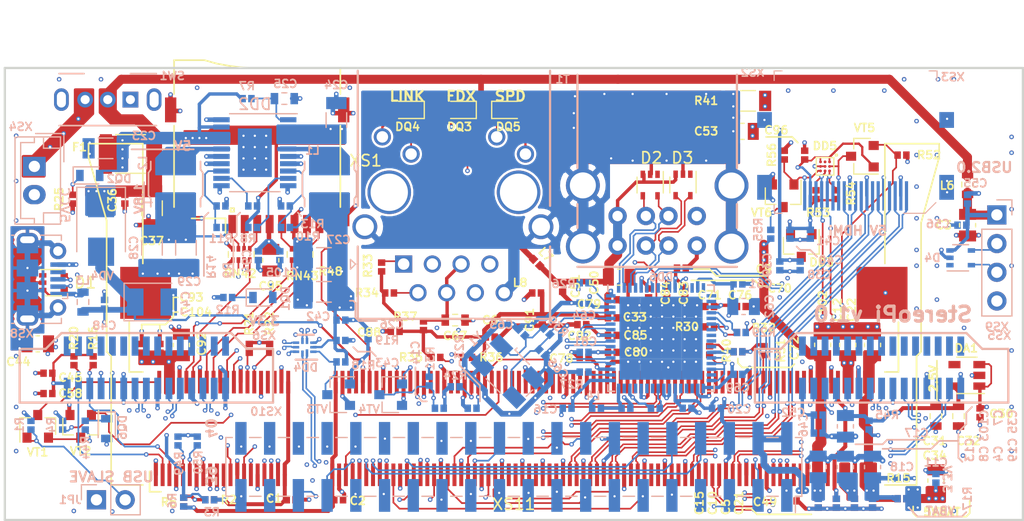
<source format=kicad_pcb>
(kicad_pcb (version 20171130) (host pcbnew "(5.1.4)-1")
  (layers (0 F.Cu signal) (1 In1.Cu jumper hide) (2 In2.Cu signal hide) (3 In3.Cu signal hide) (4 In4.Cu signal hide) (31 B.Cu signal) (34 B.Paste user hide) (35 F.Paste user) (36 B.SilkS user hide) (37 F.SilkS user) (38 B.Mask user hide) (39 F.Mask user) (44 Edge.Cuts user))
  (net 0 "")
  (net 1 5V_EXT)
  (net 2 VBAT)
  (net 3 SHELF_GND)
  (net 4 DAC_2V5)
  (net 5 5VCC)
  (net 6 5VCC_HDMI)
  (net 7 5VCC_EXT)
  (net 8 GND)
  (net 9 GPIO38_RESET)
  (net 10 "/USB LAN/5V_USB2_EXT")
  (net 11 +3V3A)
  (net 12 "/USB LAN/HARD_RESET")
  (net 13 +5V_USB_BOOT)
  (net 14 +1V8_CORE)
  (net 15 "/USB LAN/5V_USB0_EXT")
  (net 16 +1V8_ETH)
  (net 17 "/USB LAN/VDD18USBPLL")
  (net 18 "Net-(C65-Pad1)")
  (net 19 "Net-(C66-Pad1)")
  (net 20 "Net-(C67-Pad1)")
  (net 21 "Net-(D1-Pad1)")
  (net 22 "/USB LAN/5V_USB_BOOT_EXT")
  (net 23 "/USB LAN/USB_HSD_N")
  (net 24 "/USB LAN/USB_HSD_P")
  (net 25 "/USB LAN/USB2_P")
  (net 26 "/USB LAN/USB2_N")
  (net 27 "Net-(D2-Pad1)")
  (net 28 "Net-(D3-Pad1)")
  (net 29 "/USB LAN/USB3_N")
  (net 30 "/USB LAN/USB3_P")
  (net 31 "Net-(D4-Pad1)")
  (net 32 "/USB LAN/USB4_N")
  (net 33 "/USB LAN/USB4_P")
  (net 34 "Net-(DA1-Pad4)")
  (net 35 "Net-(DD2-Pad8)")
  (net 36 "Net-(DD2-Pad9)")
  (net 37 "Net-(DD2-Pad12)")
  (net 38 "Net-(DD2-Pad13)")
  (net 39 "Net-(DD4-Pad10)")
  (net 40 "/USB LAN/USB_HSD2_N")
  (net 41 "/USB LAN/USB_HSD2_P")
  (net 42 "Net-(DD4-Pad1)")
  (net 43 "Net-(DD4-Pad2)")
  (net 44 "Net-(DD5-PadC3)")
  (net 45 "Net-(DD5-PadB1)")
  (net 46 "Net-(DD5-PadA2)")
  (net 47 "Net-(DD6-Pad8)")
  (net 48 "Net-(DD6-Pad9)")
  (net 49 "Net-(DD6-Pad13)")
  (net 50 "Net-(DD6-Pad14)")
  (net 51 "Net-(DD6-Pad16)")
  (net 52 "Net-(DD6-Pad17)")
  (net 53 "Net-(DD6-Pad18)")
  (net 54 "/USB LAN/nFDX")
  (net 55 "/USB LAN/nLINKA")
  (net 56 "/USB LAN/nSPD")
  (net 57 "Net-(DD6-Pad23)")
  (net 58 "Net-(DD6-Pad24)")
  (net 59 "Net-(DD6-Pad25)")
  (net 60 "Net-(DD6-Pad26)")
  (net 61 "Net-(DD6-Pad28)")
  (net 62 "Net-(DD6-Pad31)")
  (net 63 "Net-(DD6-Pad35)")
  (net 64 "Net-(DD6-Pad36)")
  (net 65 "Net-(DD6-Pad37)")
  (net 66 "Net-(DD6-Pad41)")
  (net 67 "Net-(DD6-Pad42)")
  (net 68 "Net-(DD6-Pad43)")
  (net 69 "Net-(DD6-Pad45)")
  (net 70 "Net-(DD6-Pad47)")
  (net 71 "Net-(DD6-Pad50)")
  (net 72 "Net-(DD6-Pad63)")
  (net 73 "Net-(DQ1-Pad1)")
  (net 74 "Net-(DQ2-Pad1)")
  (net 75 "/USB LAN/nFDX_LED")
  (net 76 "/USB LAN/nLINKA_LED")
  (net 77 "/USB LAN/nSPD_LED")
  (net 78 "Net-(DQ6-Pad1)")
  (net 79 "Net-(JP1-Pad2)")
  (net 80 /Power/EMMC_EN_N_1V8)
  (net 81 /Main/CAM0_SCL)
  (net 82 /Main/CAM0_SDA)
  (net 83 /Main/CAM1_SDA)
  (net 84 /Main/CAM1_SCL)
  (net 85 /Main/CAM1_IO0)
  (net 86 /Main/CAM0_IO0)
  (net 87 "Net-(R44-Pad2)")
  (net 88 /Main/SD_DETECT)
  (net 89 "Net-(R49-Pad2)")
  (net 90 "Net-(R50-Pad2)")
  (net 91 "Net-(R51-Pad2)")
  (net 92 "Net-(R52-Pad2)")
  (net 93 "Net-(R55-Pad2)")
  (net 94 "Net-(RN42-Pad5)")
  (net 95 "Net-(RN42-Pad6)")
  (net 96 "Net-(RN42-Pad7)")
  (net 97 /Main/SD_CMD)
  (net 98 /Main/SD_DAT2)
  (net 99 /Main/SD_DAT3)
  (net 100 /Main/SD_CLK)
  (net 101 /Main/SD_DAT0)
  (net 102 /Main/SD_DAT1)
  (net 103 "Net-(RN43-Pad8)")
  (net 104 "Net-(RN43-Pad6)")
  (net 105 "Net-(RN43-Pad5)")
  (net 106 "Net-(SW1-Pad1)")
  (net 107 /Power/EMMC_DISABLE_N)
  (net 108 "Net-(XS3-Pad14)")
  (net 109 "Net-(XS11-Pad161)")
  (net 110 "Net-(XS11-Pad159)")
  (net 111 "Net-(XS11-Pad155)")
  (net 112 "Net-(XS11-Pad153)")
  (net 113 "Net-(XS11-Pad149)")
  (net 114 "Net-(XS11-Pad147)")
  (net 115 /Main/CAM1_IO1)
  (net 116 "Net-(XS11-Pad138)")
  (net 117 "Net-(XS11-Pad142)")
  (net 118 "Net-(XS11-Pad136)")
  (net 119 "Net-(XS11-Pad148)")
  (net 120 /Main/CAM0_IO1)
  (net 121 "Net-(XS11-Pad144)")
  (net 122 "Net-(XS11-Pad150)")
  (net 123 "Net-(XS8-Pad4)")
  (net 124 "Net-(XS10-Pad7)")
  (net 125 /Main/GPIO14_TXD0)
  (net 126 /Main/GPIO15_RXD0)
  (net 127 /Main/GPIO17)
  (net 128 /Main/GPIO18_PWM0)
  (net 129 /Main/GPIO27)
  (net 130 /Main/GPIO22)
  (net 131 /Main/GPIO23)
  (net 132 /Main/GPIO24)
  (net 133 "Net-(XS10-Pad19)")
  (net 134 "Net-(XS10-Pad21)")
  (net 135 /Main/GPIO25)
  (net 136 "Net-(XS10-Pad23)")
  (net 137 "Net-(XS10-Pad24)")
  (net 138 "Net-(XS10-Pad26)")
  (net 139 "Net-(XS10-Pad27)")
  (net 140 "Net-(XS10-Pad28)")
  (net 141 "Net-(XS10-Pad29)")
  (net 142 "Net-(XS10-Pad31)")
  (net 143 "Net-(XS10-Pad32)")
  (net 144 "Net-(XS10-Pad33)")
  (net 145 /Main/GPIO19_MISO1)
  (net 146 /Main/GPIO16)
  (net 147 /Main/GPIO26)
  (net 148 /Main/GPIO20_MOSI1)
  (net 149 /Main/GPIO21_SLCK1)
  (net 150 "Net-(XS11-Pad34)")
  (net 151 "Net-(XS11-Pad36)")
  (net 152 "Net-(XS11-Pad46)")
  (net 153 "Net-(XS11-Pad48)")
  (net 154 "Net-(XS11-Pad54)")
  (net 155 "Net-(XS11-Pad58)")
  (net 156 "Net-(XS11-Pad70)")
  (net 157 "Net-(XS11-Pad72)")
  (net 158 "Net-(XS11-Pad76)")
  (net 159 "Net-(XS11-Pad78)")
  (net 160 "Net-(XS11-Pad124)")
  (net 161 "Net-(XS11-Pad126)")
  (net 162 "Net-(XS11-Pad128)")
  (net 163 "Net-(XS11-Pad130)")
  (net 164 "Net-(XS11-Pad132)")
  (net 165 "Net-(XS11-Pad135)")
  (net 166 "Net-(XS11-Pad137)")
  (net 167 "Net-(XS11-Pad141)")
  (net 168 "Net-(XS11-Pad143)")
  (net 169 "Net-(XS11-Pad154)")
  (net 170 "Net-(XS11-Pad156)")
  (net 171 "Net-(XS11-Pad158)")
  (net 172 "Net-(XS11-Pad160)")
  (net 173 "Net-(XS11-Pad162)")
  (net 174 "Net-(XS11-Pad166)")
  (net 175 "Net-(XS11-Pad172)")
  (net 176 "Net-(XS11-Pad174)")
  (net 177 "Net-(XS11-Pad176)")
  (net 178 "Net-(XS11-Pad177)")
  (net 179 "Net-(XS11-Pad178)")
  (net 180 "Net-(XS11-Pad179)")
  (net 181 "Net-(XS11-Pad180)")
  (net 182 "Net-(C1-Pad1)")
  (net 183 "Net-(C2-Pad1)")
  (net 184 "Net-(C25-Pad1)")
  (net 185 /Main/HDMI_SDA)
  (net 186 /Main/HDMI_SCL)
  (net 187 /Power/1V8_SW)
  (net 188 /Power/3V3_SW)
  (net 189 1V8)
  (net 190 3V3)
  (net 191 /Main/HDMI_CLK_P)
  (net 192 /Main/HDMI_D2_N)
  (net 193 /Main/HDMI_D2_P)
  (net 194 /Main/HDMI_CLK_N)
  (net 195 SHELF1_GND)
  (net 196 "/USB LAN/ETH_RX_P")
  (net 197 "/USB LAN/ETH_RX_N")
  (net 198 "/USB LAN/ETH_TX_P")
  (net 199 "/USB LAN/ETH_TX_N")
  (net 200 /Main/HDMI_D0_N)
  (net 201 /Main/HDMI_D0_P)
  (net 202 /Main/HDMI_D1_N)
  (net 203 /Main/HDMI_D1_P)
  (module Connector_PinHeader_2.54mm:PinHeader_2x20_P2.54mm_Vertical_SMD (layer B.Cu) (at 115 115.3 90)
    (fp_text reference XS10 (at 4.9 -21.9 180) (layer B.SilkS) (effects (font (size 0.7 0.73)) (justify mirror)))
    (fp_text value Raspberry_Pi_2_3)
    (pad 40 smd rect (at 2.525 -24.13 90) (size 2.9 1) (layers B.Cu B.Paste B.Mask) (net 149 /Main/GPIO21_SLCK1))
    (pad 39 smd rect (at -2.525 -24.13 90) (size 2.9 1) (layers B.Cu B.Paste B.Mask) (net 8 GND))
    (pad 38 smd rect (at 2.525 -21.59 90) (size 2.9 1) (layers B.Cu B.Paste B.Mask) (net 148 /Main/GPIO20_MOSI1))
    (pad 37 smd rect (at -2.525 -21.59 90) (size 2.9 1) (layers B.Cu B.Paste B.Mask) (net 147 /Main/GPIO26))
    (pad 36 smd rect (at 2.525 -19.05 90) (size 2.9 1) (layers B.Cu B.Paste B.Mask) (net 146 /Main/GPIO16))
    (pad 35 smd rect (at -2.525 -19.05 90) (size 2.9 1) (layers B.Cu B.Paste B.Mask) (net 145 /Main/GPIO19_MISO1))
    (pad 34 smd rect (at 2.525 -16.51 90) (size 2.9 1) (layers B.Cu B.Paste B.Mask) (net 8 GND))
    (pad 33 smd rect (at -2.525 -16.51 90) (size 2.9 1) (layers B.Cu B.Paste B.Mask) (net 144 "Net-(XS10-Pad33)"))
    (pad 32 smd rect (at 2.525 -13.97 90) (size 2.9 1) (layers B.Cu B.Paste B.Mask) (net 143 "Net-(XS10-Pad32)"))
    (pad 31 smd rect (at -2.525 -13.97 90) (size 2.9 1) (layers B.Cu B.Paste B.Mask) (net 142 "Net-(XS10-Pad31)"))
    (pad 30 smd rect (at 2.525 -11.43 90) (size 2.9 1) (layers B.Cu B.Paste B.Mask) (net 8 GND))
    (pad 29 smd rect (at -2.525 -11.43 90) (size 2.9 1) (layers B.Cu B.Paste B.Mask) (net 141 "Net-(XS10-Pad29)"))
    (pad 28 smd rect (at 2.525 -8.89 90) (size 2.9 1) (layers B.Cu B.Paste B.Mask) (net 140 "Net-(XS10-Pad28)"))
    (pad 27 smd rect (at -2.525 -8.89 90) (size 2.9 1) (layers B.Cu B.Paste B.Mask) (net 139 "Net-(XS10-Pad27)"))
    (pad 26 smd rect (at 2.525 -6.35 90) (size 2.9 1) (layers B.Cu B.Paste B.Mask) (net 138 "Net-(XS10-Pad26)"))
    (pad 25 smd rect (at -2.525 -6.35 90) (size 2.9 1) (layers B.Cu B.Paste B.Mask) (net 8 GND))
    (pad 24 smd rect (at 2.525 -3.81 90) (size 2.9 1) (layers B.Cu B.Paste B.Mask) (net 137 "Net-(XS10-Pad24)"))
    (pad 23 smd rect (at -2.525 -3.81 90) (size 2.9 1) (layers B.Cu B.Paste B.Mask) (net 136 "Net-(XS10-Pad23)"))
    (pad 22 smd rect (at 2.525 -1.27 90) (size 2.9 1) (layers B.Cu B.Paste B.Mask) (net 135 /Main/GPIO25))
    (pad 21 smd rect (at -2.525 -1.27 90) (size 2.9 1) (layers B.Cu B.Paste B.Mask) (net 134 "Net-(XS10-Pad21)"))
    (pad 20 smd rect (at 2.525 1.27 90) (size 2.9 1) (layers B.Cu B.Paste B.Mask) (net 8 GND))
    (pad 19 smd rect (at -2.525 1.27 90) (size 2.9 1) (layers B.Cu B.Paste B.Mask) (net 133 "Net-(XS10-Pad19)"))
    (pad 18 smd rect (at 2.525 3.81 90) (size 2.9 1) (layers B.Cu B.Paste B.Mask) (net 132 /Main/GPIO24))
    (pad 17 smd rect (at -2.525 3.81 90) (size 2.9 1) (layers B.Cu B.Paste B.Mask) (net 190 3V3))
    (pad 16 smd rect (at 2.525 6.35 90) (size 2.9 1) (layers B.Cu B.Paste B.Mask) (net 131 /Main/GPIO23))
    (pad 15 smd rect (at -2.525 6.35 90) (size 2.9 1) (layers B.Cu B.Paste B.Mask) (net 130 /Main/GPIO22))
    (pad 14 smd rect (at 2.525 8.89 90) (size 2.9 1) (layers B.Cu B.Paste B.Mask) (net 8 GND))
    (pad 13 smd rect (at -2.525 8.89 90) (size 2.9 1) (layers B.Cu B.Paste B.Mask) (net 129 /Main/GPIO27))
    (pad 12 smd rect (at 2.525 11.43 90) (size 2.9 1) (layers B.Cu B.Paste B.Mask) (net 128 /Main/GPIO18_PWM0))
    (pad 11 smd rect (at -2.525 11.43 90) (size 2.9 1) (layers B.Cu B.Paste B.Mask) (net 127 /Main/GPIO17))
    (pad 10 smd rect (at 2.525 13.97 90) (size 2.9 1) (layers B.Cu B.Paste B.Mask) (net 126 /Main/GPIO15_RXD0))
    (pad 9 smd rect (at -2.525 13.97 90) (size 2.9 1) (layers B.Cu B.Paste B.Mask) (net 8 GND))
    (pad 8 smd rect (at 2.525 16.51 90) (size 2.9 1) (layers B.Cu B.Paste B.Mask) (net 125 /Main/GPIO14_TXD0))
    (pad 7 smd rect (at -2.525 16.51 90) (size 2.9 1) (layers B.Cu B.Paste B.Mask) (net 124 "Net-(XS10-Pad7)"))
    (pad 6 smd rect (at 2.525 19.05 90) (size 2.9 1) (layers B.Cu B.Paste B.Mask) (net 8 GND))
    (pad 5 smd rect (at -2.525 19.05 90) (size 2.9 1) (layers B.Cu B.Paste B.Mask) (net 90 "Net-(R50-Pad2)"))
    (pad 4 smd rect (at 2.525 21.59 90) (size 2.9 1) (layers B.Cu B.Paste B.Mask) (net 5 5VCC))
    (pad 3 smd rect (at -2.525 21.59 90) (size 2.9 1) (layers B.Cu B.Paste B.Mask) (net 89 "Net-(R49-Pad2)"))
    (pad 2 smd rect (at 2.525 24.13 90) (size 2.9 1) (layers B.Cu B.Paste B.Mask) (net 5 5VCC))
    (pad 1 smd rect (at -2.525 24.13 90) (size 2.9 1) (layers B.Cu B.Paste B.Mask) (net 190 3V3))
  )
  (module cstmFootprints:Conn_RJ45_Transformer_LEDs (layer B.Cu) (at 109.7 91 180)
    (fp_text reference T1 (at -9.6 10 180) (layer B.SilkS) (effects (font (size 0.7 0.73)) (justify mirror)))
    (fp_text value Pulse_J0011D01BNL)
    (pad 1 thru_hole rect (at 4.445 -6.35 180) (size 1.52 1.52) (drill 1.02) (layers *.Cu *.Mask) (net 198 "/USB LAN/ETH_TX_P"))
    (pad 10 thru_hole circle (at 3.785 3.38 180) (size 1.52 1.52) (drill 1.02) (layers *.Cu *.Mask) (net 76 "/USB LAN/nLINKA_LED"))
    (pad 11 thru_hole circle (at -3.785 4.9 180) (size 1.52 1.52) (drill 1.02) (layers *.Cu *.Mask) (net 77 "/USB LAN/nSPD_LED"))
    (pad 9 thru_hole circle (at 6.325 4.9 180) (size 1.52 1.52) (drill 1.02) (layers *.Cu *.Mask) (net 190 3V3))
    (pad 12 thru_hole circle (at -6.325 3.38 180) (size 1.52 1.52) (drill 1.02) (layers *.Cu *.Mask) (net 190 3V3))
    (pad 13 thru_hole circle (at 7.875 -3.05 180) (size 2.2 2.2) (drill 1.6) (layers *.Cu *.Mask) (net 3 SHELF_GND))
    (pad 13 thru_hole circle (at -7.695 -3.05 180) (size 2.2 2.2) (drill 1.6) (layers *.Cu *.Mask) (net 3 SHELF_GND))
    (pad 2 thru_hole circle (at 3.175 -8.89 180) (size 1.52 1.52) (drill 1.02) (layers *.Cu *.Mask) (net 199 "/USB LAN/ETH_TX_N"))
    (pad 3 thru_hole circle (at 1.905 -6.35 180) (size 1.52 1.52) (drill 1.02) (layers *.Cu *.Mask) (net 196 "/USB LAN/ETH_RX_P"))
    (pad 4 thru_hole circle (at 0.645 -8.89 180) (size 1.52 1.52) (drill 1.02) (layers *.Cu *.Mask) (net 20 "Net-(C67-Pad1)"))
    (pad 5 thru_hole circle (at -0.635 -6.35 180) (size 1.52 1.52) (drill 1.02) (layers *.Cu *.Mask) (net 20 "Net-(C67-Pad1)"))
    (pad 6 thru_hole circle (at -1.895 -8.89 180) (size 1.52 1.52) (drill 1.02) (layers *.Cu *.Mask) (net 197 "/USB LAN/ETH_RX_N"))
    (pad 7 thru_hole circle (at -3.175 -6.35 180) (size 1.52 1.52) (drill 1.02) (layers *.Cu *.Mask))
    (pad 8 thru_hole circle (at -4.445 -8.89 180) (size 1.52 1.52) (drill 1.02) (layers *.Cu *.Mask) (net 3 SHELF_GND))
    (pad "" np_thru_hole circle (at -5.715 0 180) (size 3.85 3.85) (drill 3.3) (layers *.Cu *.Mask))
    (pad "" np_thru_hole circle (at 5.715 0 180) (size 3.85 3.85) (drill 3.3) (layers *.Cu *.Mask))
  )
  (module cstmFootprints:Conn_TE-DDR2-SODIMM-0.6-200P-doublesided (layer F.Cu) (at 115 111.9 90)
    (fp_text reference XS11)
    (fp_text value "S0DIMM DDR2 Standard")
    (fp_text user %R (at -6.7 0 180) (layer F.SilkS))
    (pad 200 smd rect (at 4.099999 31.65 90) (size 2 0.35) (layers F.Cu F.Paste) (net 2 VBAT))
    (pad 199 smd rect (at -4.1 31.35 90) (size 2 0.35) (layers F.Cu F.Paste) (net 2 VBAT))
    (pad 198 smd rect (at 4.099999 31.05 90) (size 2 0.35) (layers F.Cu F.Paste) (net 2 VBAT))
    (pad 197 smd rect (at -4.1 30.75 90) (size 2 0.35) (layers F.Cu F.Paste) (net 2 VBAT))
    (pad 196 smd rect (at 4.099999 30.45 90) (size 2 0.35) (layers F.Cu F.Paste) (net 8 GND))
    (pad 195 smd rect (at -4.1 30.15 90) (size 2 0.35) (layers F.Cu F.Paste) (net 8 GND))
    (pad 194 smd rect (at 4.099999 29.85 90) (size 2 0.35) (layers F.Cu F.Paste) (net 190 3V3))
    (pad 193 smd rect (at -4.1 29.55 90) (size 2 0.35) (layers F.Cu F.Paste) (net 190 3V3))
    (pad 192 smd rect (at 4.099999 29.25 90) (size 2 0.35) (layers F.Cu F.Paste) (net 190 3V3))
    (pad 191 smd rect (at -4.1 28.95 90) (size 2 0.35) (layers F.Cu F.Paste) (net 190 3V3))
    (pad 190 smd rect (at 4.099999 28.65 90) (size 2 0.35) (layers F.Cu F.Paste) (net 4 DAC_2V5))
    (pad 189 smd rect (at -4.1 28.35 90) (size 2 0.35) (layers F.Cu F.Paste) (net 4 DAC_2V5))
    (pad 188 smd rect (at 4.099999 28.05 90) (size 2 0.35) (layers F.Cu F.Paste) (net 8 GND))
    (pad 187 smd rect (at -4.1 27.75 90) (size 2 0.35) (layers F.Cu F.Paste) (net 8 GND))
    (pad 186 smd rect (at 4.099999 27.45 90) (size 2 0.35) (layers F.Cu F.Paste) (net 189 1V8))
    (pad 185 smd rect (at -4.1 27.15 90) (size 2 0.35) (layers F.Cu F.Paste) (net 189 1V8))
    (pad 184 smd rect (at 4.099999 26.85 90) (size 2 0.35) (layers F.Cu F.Paste) (net 189 1V8))
    (pad 183 smd rect (at -4.1 26.55 90) (size 2 0.35) (layers F.Cu F.Paste) (net 189 1V8))
    (pad 182 smd rect (at 4.099999 26.25 90) (size 2 0.35) (layers F.Cu F.Paste) (net 8 GND))
    (pad 181 smd rect (at -4.1 25.95 90) (size 2 0.35) (layers F.Cu F.Paste) (net 8 GND))
    (pad 180 smd rect (at 4.099999 25.65 90) (size 2 0.35) (layers F.Cu F.Paste) (net 181 "Net-(XS11-Pad180)"))
    (pad 179 smd rect (at -4.1 25.35 90) (size 2 0.35) (layers F.Cu F.Paste) (net 180 "Net-(XS11-Pad179)"))
    (pad 178 smd rect (at 4.099999 25.05 90) (size 2 0.35) (layers F.Cu F.Paste) (net 179 "Net-(XS11-Pad178)"))
    (pad 177 smd rect (at -4.1 24.75 90) (size 2 0.35) (layers F.Cu F.Paste) (net 178 "Net-(XS11-Pad177)"))
    (pad 176 smd rect (at 4.099999 24.45 90) (size 2 0.35) (layers F.Cu F.Paste) (net 177 "Net-(XS11-Pad176)"))
    (pad 175 smd rect (at -4.1 24.15 90) (size 2 0.35) (layers F.Cu F.Paste) (net 186 /Main/HDMI_SCL))
    (pad 174 smd rect (at 4.099999 23.85 90) (size 2 0.35) (layers F.Cu F.Paste) (net 176 "Net-(XS11-Pad174)"))
    (pad 173 smd rect (at -4.1 23.55 90) (size 2 0.35) (layers F.Cu F.Paste) (net 185 /Main/HDMI_SDA))
    (pad 172 smd rect (at 4.099999 23.25 90) (size 2 0.35) (layers F.Cu F.Paste) (net 175 "Net-(XS11-Pad172)"))
    (pad 171 smd rect (at -4.1 22.95 90) (size 2 0.35) (layers F.Cu F.Paste) (net 92 "Net-(R52-Pad2)"))
    (pad 170 smd rect (at 4.099999 22.65 90) (size 2 0.35) (layers F.Cu F.Paste) (net 8 GND))
    (pad 169 smd rect (at -4.1 22.35 90) (size 2 0.35) (layers F.Cu F.Paste) (net 8 GND))
    (pad 168 smd rect (at 4.099999 22.05 90) (size 2 0.35) (layers F.Cu F.Paste) (net 91 "Net-(R51-Pad2)"))
    (pad 167 smd rect (at -4.1 21.75 90) (size 2 0.35) (layers F.Cu F.Paste) (net 43 "Net-(DD4-Pad2)"))
    (pad 166 smd rect (at 4.099999 21.45 90) (size 2 0.35) (layers F.Cu F.Paste) (net 174 "Net-(XS11-Pad166)"))
    (pad 165 smd rect (at -4.1 21.15 90) (size 2 0.35) (layers F.Cu F.Paste) (net 42 "Net-(DD4-Pad1)"))
    (pad 164 smd rect (at 4.099999 20.85 90) (size 2 0.35) (layers F.Cu F.Paste) (net 8 GND))
    (pad 163 smd rect (at -4.1 20.55 90) (size 2 0.35) (layers F.Cu F.Paste) (net 8 GND))
    (pad 162 smd rect (at 4.099999 20.25 90) (size 2 0.35) (layers F.Cu F.Paste) (net 173 "Net-(XS11-Pad162)"))
    (pad 161 smd rect (at -4.1 19.95 90) (size 2 0.35) (layers F.Cu F.Paste) (net 109 "Net-(XS11-Pad161)"))
    (pad 160 smd rect (at 4.099999 19.65 90) (size 2 0.35) (layers F.Cu F.Paste) (net 172 "Net-(XS11-Pad160)"))
    (pad 159 smd rect (at -4.1 19.35 90) (size 2 0.35) (layers F.Cu F.Paste) (net 110 "Net-(XS11-Pad159)"))
    (pad 158 smd rect (at 4.099999 19.05 90) (size 2 0.35) (layers F.Cu F.Paste) (net 171 "Net-(XS11-Pad158)"))
    (pad 157 smd rect (at -4.1 18.75 90) (size 2 0.35) (layers F.Cu F.Paste) (net 8 GND))
    (pad 156 smd rect (at 4.099999 18.45 90) (size 2 0.35) (layers F.Cu F.Paste) (net 170 "Net-(XS11-Pad156)"))
    (pad 155 smd rect (at -4.1 18.15 90) (size 2 0.35) (layers F.Cu F.Paste) (net 111 "Net-(XS11-Pad155)"))
    (pad 154 smd rect (at 4.099999 17.85 90) (size 2 0.35) (layers F.Cu F.Paste) (net 169 "Net-(XS11-Pad154)"))
    (pad 153 smd rect (at -4.1 17.55 90) (size 2 0.35) (layers F.Cu F.Paste) (net 112 "Net-(XS11-Pad153)"))
    (pad 152 smd rect (at 4.099999 17.25 90) (size 2 0.35) (layers F.Cu F.Paste) (net 8 GND))
    (pad 151 smd rect (at -4.1 16.95 90) (size 2 0.35) (layers F.Cu F.Paste) (net 8 GND))
    (pad 150 smd rect (at 4.099999 16.65 90) (size 2 0.35) (layers F.Cu F.Paste) (net 122 "Net-(XS11-Pad150)"))
    (pad 149 smd rect (at -4.1 16.35 90) (size 2 0.35) (layers F.Cu F.Paste) (net 113 "Net-(XS11-Pad149)"))
    (pad 148 smd rect (at 4.099999 16.05 90) (size 2 0.35) (layers F.Cu F.Paste) (net 119 "Net-(XS11-Pad148)"))
    (pad 147 smd rect (at -4.1 15.75 90) (size 2 0.35) (layers F.Cu F.Paste) (net 114 "Net-(XS11-Pad147)"))
    (pad 146 smd rect (at 4.099999 15.45 90) (size 2 0.35) (layers F.Cu F.Paste) (net 8 GND))
    (pad 145 smd rect (at -4.1 15.15 90) (size 2 0.35) (layers F.Cu F.Paste) (net 8 GND))
    (pad 144 smd rect (at 4.099999 14.85 90) (size 2 0.35) (layers F.Cu F.Paste) (net 121 "Net-(XS11-Pad144)"))
    (pad 143 smd rect (at -4.1 14.55 90) (size 2 0.35) (layers F.Cu F.Paste) (net 168 "Net-(XS11-Pad143)"))
    (pad 142 smd rect (at 4.099999 14.25 90) (size 2 0.35) (layers F.Cu F.Paste) (net 117 "Net-(XS11-Pad142)"))
    (pad 141 smd rect (at -4.1 13.95 90) (size 2 0.35) (layers F.Cu F.Paste) (net 167 "Net-(XS11-Pad141)"))
    (pad 140 smd rect (at 4.099999 13.65 90) (size 2 0.35) (layers F.Cu F.Paste) (net 8 GND))
    (pad 139 smd rect (at -4.1 13.35 90) (size 2 0.35) (layers F.Cu F.Paste) (net 8 GND))
    (pad 138 smd rect (at 4.099999 13.05 90) (size 2 0.35) (layers F.Cu F.Paste) (net 116 "Net-(XS11-Pad138)"))
    (pad 137 smd rect (at -4.1 12.75 90) (size 2 0.35) (layers F.Cu F.Paste) (net 166 "Net-(XS11-Pad137)"))
    (pad 136 smd rect (at 4.099999 12.45 90) (size 2 0.35) (layers F.Cu F.Paste) (net 118 "Net-(XS11-Pad136)"))
    (pad 135 smd rect (at -4.1 12.15 90) (size 2 0.35) (layers F.Cu F.Paste) (net 165 "Net-(XS11-Pad135)"))
    (pad 134 smd rect (at 4.099999 11.85 90) (size 2 0.35) (layers F.Cu F.Paste) (net 8 GND))
    (pad 133 smd rect (at -4.1 11.55 90) (size 2 0.35) (layers F.Cu F.Paste) (net 8 GND))
    (pad 132 smd rect (at 4.099999 11.25 90) (size 2 0.35) (layers F.Cu F.Paste) (net 164 "Net-(XS11-Pad132)"))
    (pad 131 smd rect (at -4.1 10.95 90) (size 2 0.35) (layers F.Cu F.Paste) (net 193 /Main/HDMI_D2_P))
    (pad 130 smd rect (at 4.099999 10.65 90) (size 2 0.35) (layers F.Cu F.Paste) (net 163 "Net-(XS11-Pad130)"))
    (pad 129 smd rect (at -4.1 10.35 90) (size 2 0.35) (layers F.Cu F.Paste) (net 192 /Main/HDMI_D2_N))
    (pad 128 smd rect (at 4.099999 10.05 90) (size 2 0.35) (layers F.Cu F.Paste) (net 162 "Net-(XS11-Pad128)"))
    (pad 127 smd rect (at -4.1 9.75 90) (size 2 0.35) (layers F.Cu F.Paste) (net 8 GND))
    (pad 126 smd rect (at 4.099999 9.45 90) (size 2 0.35) (layers F.Cu F.Paste) (net 161 "Net-(XS11-Pad126)"))
    (pad 125 smd rect (at -4.1 9.15 90) (size 2 0.35) (layers F.Cu F.Paste) (net 203 /Main/HDMI_D1_P))
    (pad 124 smd rect (at 4.099999 8.85 90) (size 2 0.35) (layers F.Cu F.Paste) (net 160 "Net-(XS11-Pad124)"))
    (pad 123 smd rect (at -4.1 8.55 90) (size 2 0.35) (layers F.Cu F.Paste) (net 202 /Main/HDMI_D1_N))
    (pad 122 smd rect (at 4.099999 8.25 90) (size 2 0.35) (layers F.Cu F.Paste) (net 8 GND))
    (pad 121 smd rect (at -4.1 7.95 90) (size 2 0.35) (layers F.Cu F.Paste) (net 8 GND))
    (pad 120 smd rect (at 4.099999 7.65 90) (size 2 0.35) (layers F.Cu F.Paste))
    (pad 119 smd rect (at -4.1 7.35 90) (size 2 0.35) (layers F.Cu F.Paste) (net 201 /Main/HDMI_D0_P))
    (pad 118 smd rect (at 4.099999 7.05 90) (size 2 0.35) (layers F.Cu F.Paste))
    (pad 117 smd rect (at -4.1 6.75 90) (size 2 0.35) (layers F.Cu F.Paste) (net 200 /Main/HDMI_D0_N))
    (pad 116 smd rect (at 4.099999 6.45 90) (size 2 0.35) (layers F.Cu F.Paste) (net 8 GND))
    (pad 115 smd rect (at -4.1 6.15 90) (size 2 0.35) (layers F.Cu F.Paste) (net 8 GND))
    (pad 114 smd rect (at 4.099999 5.85 90) (size 2 0.35) (layers F.Cu F.Paste))
    (pad 113 smd rect (at -4.1 5.55 90) (size 2 0.35) (layers F.Cu F.Paste) (net 191 /Main/HDMI_CLK_P))
    (pad 112 smd rect (at 4.099999 5.25 90) (size 2 0.35) (layers F.Cu F.Paste))
    (pad 111 smd rect (at -4.1 4.95 90) (size 2 0.35) (layers F.Cu F.Paste) (net 194 /Main/HDMI_CLK_N))
    (pad 110 smd rect (at 4.099999 4.65 90) (size 2 0.35) (layers F.Cu F.Paste) (net 8 GND))
    (pad 109 smd rect (at -4.1 4.35 90) (size 2 0.35) (layers F.Cu F.Paste) (net 8 GND))
    (pad 108 smd rect (at 4.099999 4.05 90) (size 2 0.35) (layers F.Cu F.Paste))
    (pad 107 smd rect (at -4.1 3.75 90) (size 2 0.35) (layers F.Cu F.Paste))
    (pad 106 smd rect (at 4.099999 3.45 90) (size 2 0.35) (layers F.Cu F.Paste))
    (pad 105 smd rect (at -4.1 3.15 90) (size 2 0.35) (layers F.Cu F.Paste))
    (pad 104 smd rect (at 4.099999 2.85 90) (size 2 0.35) (layers F.Cu F.Paste) (net 8 GND))
    (pad 103 smd rect (at -4.1 2.55 90) (size 2 0.35) (layers F.Cu F.Paste) (net 8 GND))
    (pad 102 smd rect (at 4.099999 2.25 90) (size 2 0.35) (layers F.Cu F.Paste))
    (pad 101 smd rect (at -4.1 1.95 90) (size 2 0.35) (layers F.Cu F.Paste))
    (pad 100 smd rect (at 4.099999 1.65 90) (size 2 0.35) (layers F.Cu F.Paste))
    (pad 99 smd rect (at -4.1 1.35 90) (size 2 0.35) (layers F.Cu F.Paste))
    (pad 98 smd rect (at 4.099999 1.05 90) (size 2 0.35) (layers F.Cu F.Paste) (net 8 GND))
    (pad 97 smd rect (at -4.1 0.75 90) (size 2 0.35) (layers F.Cu F.Paste) (net 8 GND))
    (pad 96 smd rect (at 4.099999 0.45 90) (size 2 0.35) (layers F.Cu F.Paste))
    (pad 95 smd rect (at -4.1 0.15 90) (size 2 0.35) (layers F.Cu F.Paste))
    (pad 94 smd rect (at 4.099999 -0.15 90) (size 2 0.35) (layers F.Cu F.Paste))
    (pad 93 smd rect (at -4.1 -0.45 90) (size 2 0.35) (layers F.Cu F.Paste))
    (pad 92 smd rect (at 4.099999 -0.75 90) (size 2 0.35) (layers F.Cu F.Paste) (net 8 GND))
    (pad 91 smd rect (at -4.1 -1.05 90) (size 2 0.35) (layers F.Cu F.Paste) (net 8 GND))
    (pad 90 smd rect (at 4.099999 -1.35 90) (size 2 0.35) (layers F.Cu F.Paste) (net 80 /Power/EMMC_EN_N_1V8))
    (pad 89 smd rect (at -4.1 -1.65 90) (size 2 0.35) (layers F.Cu F.Paste) (net 129 /Main/GPIO27))
    (pad 88 smd rect (at 4.099999 -1.95 90) (size 2 0.35) (layers F.Cu F.Paste) (net 93 "Net-(R55-Pad2)"))
    (pad 87 smd rect (at -4.1 -2.25 90) (size 2 0.35) (layers F.Cu F.Paste) (net 147 /Main/GPIO26))
    (pad 86 smd rect (at 4.099999 -2.55 90) (size 2 0.35) (layers F.Cu F.Paste) (net 8 GND))
    (pad 85 smd rect (at -4.1 -2.85 90) (size 2 0.35) (layers F.Cu F.Paste) (net 8 GND))
    (pad 84 smd rect (at 4.099999 -3.15 90) (size 2 0.35) (layers F.Cu F.Paste) (net 85 /Main/CAM1_IO0))
    (pad 83 smd rect (at -4.1 -3.45 90) (size 2 0.35) (layers F.Cu F.Paste) (net 135 /Main/GPIO25))
    (pad 82 smd rect (at 4.099999 -3.75 90) (size 2 0.35) (layers F.Cu F.Paste) (net 86 /Main/CAM0_IO0))
    (pad 81 smd rect (at -4.1 -4.05 90) (size 2 0.35) (layers F.Cu F.Paste) (net 132 /Main/GPIO24))
    (pad 80 smd rect (at 4.099999 -4.35 90) (size 2 0.35) (layers F.Cu F.Paste) (net 8 GND))
    (pad 79 smd rect (at -4.1 -4.65 90) (size 2 0.35) (layers F.Cu F.Paste) (net 8 GND))
    (pad 78 smd rect (at 4.099999 -4.95 90) (size 2 0.35) (layers F.Cu F.Paste) (net 159 "Net-(XS11-Pad78)"))
    (pad 77 smd rect (at -4.1 -5.25 90) (size 2 0.35) (layers F.Cu F.Paste) (net 131 /Main/GPIO23))
    (pad 76 smd rect (at 4.099999 -5.55 90) (size 2 0.35) (layers F.Cu F.Paste) (net 158 "Net-(XS11-Pad76)"))
    (pad 75 smd rect (at -4.1 -5.85 90) (size 2 0.35) (layers F.Cu F.Paste) (net 130 /Main/GPIO22))
    (pad 74 smd rect (at 4.099999 -6.15 90) (size 2 0.35) (layers F.Cu F.Paste) (net 8 GND))
    (pad 73 smd rect (at -4.1 -6.45 90) (size 2 0.35) (layers F.Cu F.Paste) (net 8 GND))
    (pad 72 smd rect (at 4.099999 -6.75 90) (size 2 0.35) (layers F.Cu F.Paste) (net 157 "Net-(XS11-Pad72)"))
    (pad 71 smd rect (at -4.1 -7.05 90) (size 2 0.35) (layers F.Cu F.Paste) (net 149 /Main/GPIO21_SLCK1))
    (pad 70 smd rect (at 4.099999 -7.35 90) (size 2 0.35) (layers F.Cu F.Paste) (net 156 "Net-(XS11-Pad70)"))
    (pad 69 smd rect (at -4.1 -7.65 90) (size 2 0.35) (layers F.Cu F.Paste) (net 148 /Main/GPIO20_MOSI1))
    (pad 68 smd rect (at 4.099999 -7.95 90) (size 2 0.35) (layers F.Cu F.Paste) (net 8 GND))
    (pad 67 smd rect (at -4.1 -8.25 90) (size 2 0.35) (layers F.Cu F.Paste) (net 8 GND))
    (pad 66 smd rect (at 4.099999 -8.55 90) (size 2 0.35) (layers F.Cu F.Paste) (net 120 /Main/CAM0_IO1))
    (pad 65 smd rect (at -4.1 -8.85 90) (size 2 0.35) (layers F.Cu F.Paste) (net 145 /Main/GPIO19_MISO1))
    (pad 64 smd rect (at 4.099999 -9.15 90) (size 2 0.35) (layers F.Cu F.Paste) (net 9 GPIO38_RESET))
    (pad 63 smd rect (at -4.1 -9.45 90) (size 2 0.35) (layers F.Cu F.Paste) (net 128 /Main/GPIO18_PWM0))
    (pad 62 smd rect (at 4.099999 -9.75 90) (size 2 0.35) (layers F.Cu F.Paste) (net 8 GND))
    (pad 61 smd rect (at -4.1 -10.05 90) (size 2 0.35) (layers F.Cu F.Paste) (net 8 GND))
    (pad 60 smd rect (at 4.099999 -10.35 90) (size 2 0.35) (layers F.Cu F.Paste) (net 115 /Main/CAM1_IO1))
    (pad 59 smd rect (at -4.1 -10.65 90) (size 2 0.35) (layers F.Cu F.Paste) (net 127 /Main/GPIO17))
    (pad 58 smd rect (at 4.099999 -10.95 90) (size 2 0.35) (layers F.Cu F.Paste) (net 155 "Net-(XS11-Pad58)"))
    (pad 57 smd rect (at -4.1 -11.25 90) (size 2 0.35) (layers F.Cu F.Paste) (net 146 /Main/GPIO16))
    (pad 56 smd rect (at 4.099999 -11.55 90) (size 2 0.35) (layers F.Cu F.Paste) (net 8 GND))
    (pad 55 smd rect (at -4.1 -11.85 90) (size 2 0.35) (layers F.Cu F.Paste) (net 8 GND))
    (pad 54 smd rect (at 4.099999 -12.15 90) (size 2 0.35) (layers F.Cu F.Paste) (net 154 "Net-(XS11-Pad54)"))
    (pad 53 smd rect (at -4.1 -12.45 90) (size 2 0.35) (layers F.Cu F.Paste) (net 126 /Main/GPIO15_RXD0))
    (pad 52 smd rect (at 4.099999 -12.75 90) (size 2 0.35) (layers F.Cu F.Paste) (net 88 /Main/SD_DETECT))
    (pad 51 smd rect (at -4.1 -13.05 90) (size 2 0.35) (layers F.Cu F.Paste) (net 125 /Main/GPIO14_TXD0))
    (pad 50 smd rect (at 4.099999 -13.35 90) (size 2 0.35) (layers F.Cu F.Paste) (net 8 GND))
    (pad 49 smd rect (at -4.1 -13.65 90) (size 2 0.35) (layers F.Cu F.Paste) (net 8 GND))
    (pad 48 smd rect (at 4.099999 -13.95 90) (size 2 0.35) (layers F.Cu F.Paste) (net 153 "Net-(XS11-Pad48)"))
    (pad 47 smd rect (at -4.1 -14.25 90) (size 2 0.35) (layers F.Cu F.Paste) (net 144 "Net-(XS10-Pad33)"))
    (pad 46 smd rect (at 4.099999 -14.55 90) (size 2 0.35) (layers F.Cu F.Paste) (net 152 "Net-(XS11-Pad46)"))
    (pad 45 smd rect (at -4.1 -14.85 90) (size 2 0.35) (layers F.Cu F.Paste) (net 143 "Net-(XS10-Pad32)"))
    (pad 44 smd rect (at 4.099999 -15.15 90) (size 2 0.35) (layers F.Cu F.Paste) (net 8 GND))
    (pad 43 smd rect (at -4.1 -15.45 90) (size 2 0.35) (layers F.Cu F.Paste) (net 8 GND))
    (pad 42 smd rect (at 4.099999 -15.75 90) (size 2 0.35) (layers F.Cu F.Paste) (net 183 "Net-(C2-Pad1)"))
    (pad 40 smd rect (at 4.099999 -19.95 90) (size 2 0.35) (layers F.Cu F.Paste) (net 182 "Net-(C1-Pad1)"))
    (pad 39 smd rect (at -4.1 -20.25 90) (size 2 0.35) (layers F.Cu F.Paste) (net 182 "Net-(C1-Pad1)"))
    (pad 38 smd rect (at 4.099999 -20.55 90) (size 2 0.35) (layers F.Cu F.Paste) (net 8 GND))
    (pad 37 smd rect (at -4.1 -20.85 90) (size 2 0.35) (layers F.Cu F.Paste) (net 8 GND))
    (pad 36 smd rect (at 4.099999 -21.15 90) (size 2 0.35) (layers F.Cu F.Paste) (net 151 "Net-(XS11-Pad36)"))
    (pad 35 smd rect (at -4.1 -21.45 90) (size 2 0.35) (layers F.Cu F.Paste) (net 136 "Net-(XS10-Pad23)"))
    (pad 34 smd rect (at 4.099999 -21.75 90) (size 2 0.35) (layers F.Cu F.Paste) (net 150 "Net-(XS11-Pad34)"))
    (pad 33 smd rect (at -4.1 -22.05 90) (size 2 0.35) (layers F.Cu F.Paste) (net 133 "Net-(XS10-Pad19)"))
    (pad 32 smd rect (at 4.099999 -22.35 90) (size 2 0.35) (layers F.Cu F.Paste) (net 8 GND))
    (pad 31 smd rect (at -4.1 -22.65 90) (size 2 0.35) (layers F.Cu F.Paste) (net 8 GND))
    (pad 30 smd rect (at 4.099999 -22.95 90) (size 2 0.35) (layers F.Cu F.Paste) (net 84 /Main/CAM1_SCL))
    (pad 29 smd rect (at -4.1 -23.25 90) (size 2 0.35) (layers F.Cu F.Paste) (net 134 "Net-(XS10-Pad21)"))
    (pad 28 smd rect (at 4.099999 -23.55 90) (size 2 0.35) (layers F.Cu F.Paste) (net 83 /Main/CAM1_SDA))
    (pad 27 smd rect (at -4.1 -23.85 90) (size 2 0.35) (layers F.Cu F.Paste) (net 137 "Net-(XS10-Pad24)"))
    (pad 26 smd rect (at 4.099999 -24.15 90) (size 2 0.35) (layers F.Cu F.Paste) (net 8 GND))
    (pad 25 smd rect (at -4.1 -24.45 90) (size 2 0.35) (layers F.Cu F.Paste) (net 8 GND))
    (pad 24 smd rect (at 4.099999 -24.75 90) (size 2 0.35) (layers F.Cu F.Paste) (net 99 /Main/SD_DAT3))
    (pad 23 smd rect (at -4.1 -25.05 90) (size 2 0.35) (layers F.Cu F.Paste) (net 138 "Net-(XS10-Pad26)"))
    (pad 22 smd rect (at 4.099999 -25.35 90) (size 2 0.35) (layers F.Cu F.Paste) (net 98 /Main/SD_DAT2))
    (pad 21 smd rect (at -4.1 -25.65 90) (size 2 0.35) (layers F.Cu F.Paste) (net 142 "Net-(XS10-Pad31)"))
    (pad 20 smd rect (at 4.099999 -25.95 90) (size 2 0.35) (layers F.Cu F.Paste) (net 8 GND))
    (pad 19 smd rect (at -4.1 -26.25 90) (size 2 0.35) (layers F.Cu F.Paste) (net 8 GND))
    (pad 18 smd rect (at 4.099999 -26.55 90) (size 2 0.35) (layers F.Cu F.Paste) (net 102 /Main/SD_DAT1))
    (pad 17 smd rect (at -4.1 -26.85 90) (size 2 0.35) (layers F.Cu F.Paste) (net 141 "Net-(XS10-Pad29)"))
    (pad 16 smd rect (at 4.099999 -27.15 90) (size 2 0.35) (layers F.Cu F.Paste) (net 101 /Main/SD_DAT0))
    (pad 15 smd rect (at -4.1 -27.45 90) (size 2 0.35) (layers F.Cu F.Paste) (net 124 "Net-(XS10-Pad7)"))
    (pad 14 smd rect (at 4.099999 -27.75 90) (size 2 0.35) (layers F.Cu F.Paste) (net 8 GND))
    (pad 13 smd rect (at -4.1 -28.05 90) (size 2 0.35) (layers F.Cu F.Paste) (net 8 GND))
    (pad 12 smd rect (at 4.099999 -28.35 90) (size 2 0.35) (layers F.Cu F.Paste) (net 97 /Main/SD_CMD))
    (pad 11 smd rect (at -4.1 -28.65 90) (size 2 0.35) (layers F.Cu F.Paste) (net 90 "Net-(R50-Pad2)"))
    (pad 10 smd rect (at 4.099999 -28.95 90) (size 2 0.35) (layers F.Cu F.Paste) (net 100 /Main/SD_CLK))
    (pad 9 smd rect (at -4.1 -29.25 90) (size 2 0.35) (layers F.Cu F.Paste) (net 89 "Net-(R49-Pad2)"))
    (pad 8 smd rect (at 4.099999 -29.55 90) (size 2 0.35) (layers F.Cu F.Paste) (net 8 GND))
    (pad 7 smd rect (at -4.1 -29.85 90) (size 2 0.35) (layers F.Cu F.Paste) (net 8 GND))
    (pad 6 smd rect (at 4.099999 -30.15 90) (size 2 0.35) (layers F.Cu F.Paste) (net 190 3V3))
    (pad 5 smd rect (at -4.1 -30.45 90) (size 2 0.35) (layers F.Cu F.Paste) (net 81 /Main/CAM0_SCL))
    (pad 4 smd rect (at 4.099999 -30.75 90) (size 2 0.35) (layers F.Cu F.Paste) (net 190 3V3))
    (pad 3 smd rect (at -4.1 -31.05 90) (size 2 0.35) (layers F.Cu F.Paste) (net 82 /Main/CAM0_SDA))
    (pad 2 smd rect (at 4.099999 -31.35 90) (size 2 0.35) (layers F.Cu F.Paste) (net 107 /Power/EMMC_DISABLE_N))
    (pad 121 smd rect (at 12 32.55 90) (size 4.6 4.5) (layers F.Cu F.Paste F.Mask) (net 8 GND))
    (pad 121 smd rect (at 12 -32.55 90) (size 4.6 4.5) (layers F.Cu F.Paste F.Mask) (net 8 GND))
    (pad "" np_thru_hole circle (at 0 -33.4 90) (size 1.6 1.6) (drill 1.6) (layers *.Cu))
    (pad "" np_thru_hole circle (at 0 33.4 90) (size 1.1 1.1) (drill 1.1) (layers *.Cu))
    (pad 1 smd rect (at -4.1 -31.65 90) (size 2 0.35) (layers F.Cu F.Paste) (net 8 GND))
    (pad 41 smd rect (at -4.1 -16.05 90) (size 2 0.35) (layers F.Cu F.Paste) (net 183 "Net-(C2-Pad1)"))
  )
  (module Connector_PinHeader_2.54mm:PinHeader_1x04_P2.54mm_Vertical (layer B.Cu) (at 157.7 93 180)
    (fp_text reference XS9 (at 0 -9.9) (layer B.SilkS) (effects (font (size 0.7 0.73)) (justify mirror)))
    (fp_text value Conn_01x04)
    (pad 1 thru_hole rect (at 0 0 180) (size 1.7 1.7) (drill 1) (layers *.Cu *.Mask) (net 10 "/USB LAN/5V_USB2_EXT"))
    (pad 2 thru_hole oval (at 0 -2.54 180) (size 1.7 1.7) (drill 1) (layers *.Cu *.Mask) (net 32 "/USB LAN/USB4_N"))
    (pad 3 thru_hole oval (at 0 -5.08 180) (size 1.7 1.7) (drill 1) (layers *.Cu *.Mask) (net 33 "/USB LAN/USB4_P"))
    (pad 4 thru_hole oval (at 0 -7.62 180) (size 1.7 1.7) (drill 1) (layers *.Cu *.Mask) (net 8 GND))
  )
  (module Package_TO_SOT_SMD:SOT-353_SC-70-5 (layer B.Cu) (at 154.5 96.8)
    (fp_text reference D4 (at -2.5 0) (layer B.SilkS) (effects (font (size 0.7 0.73)) (justify mirror)))
    (fp_text value SP3003-02)
    (pad 5 smd rect (at 0.95 0.65) (size 0.65 0.4) (layers B.Cu B.Paste B.Mask) (net 33 "/USB LAN/USB4_P"))
    (pad 4 smd rect (at 0.95 -0.65) (size 0.65 0.4) (layers B.Cu B.Paste B.Mask) (net 32 "/USB LAN/USB4_N"))
    (pad 2 smd rect (at -0.95 0) (size 0.65 0.4) (layers B.Cu B.Paste B.Mask) (net 8 GND))
    (pad 3 smd rect (at -0.95 -0.65) (size 0.65 0.4) (layers B.Cu B.Paste B.Mask) (net 10 "/USB LAN/5V_USB2_EXT"))
    (pad 1 smd rect (at -0.95 0.65) (size 0.65 0.4) (layers B.Cu B.Paste B.Mask) (net 31 "Net-(D4-Pad1)"))
  )
  (module cstmFootprints:Conn_uSDcard (layer F.Cu) (at 92.31 83.31 180)
    (fp_text reference XS1)
    (fp_text value Micro_SD_Card_Det)
    (fp_text user %R (at -9.59 -4.89 180) (layer F.SilkS))
    (pad 10 smd rect (at 7.65 -0.4 180) (size 1 2.2) (layers F.Cu F.Paste F.Mask) (net 8 GND))
    (pad 10 smd rect (at -7.65 -0.4 180) (size 1 2.2) (layers F.Cu F.Paste F.Mask) (net 8 GND))
    (pad 10 smd rect (at 6.85 -10 180) (size 1.6 1.4) (layers F.Cu F.Paste F.Mask) (net 8 GND))
    (pad 10 smd rect (at -7.65 -10 180) (size 1 1.4) (layers F.Cu F.Paste F.Mask) (net 8 GND))
    (pad 9 smd rect (at -6.6 -10.5 180) (size 0.7 1.6) (layers F.Cu F.Paste F.Mask) (net 88 /Main/SD_DETECT))
    (pad 7 smd rect (at -4.4 -10.5 180) (size 0.7 1.6) (layers F.Cu F.Paste F.Mask) (net 104 "Net-(RN43-Pad6)"))
    (pad 8 smd rect (at -5.5 -10.5 180) (size 0.7 1.6) (layers F.Cu F.Paste F.Mask) (net 105 "Net-(RN43-Pad5)"))
    (pad 6 smd rect (at -3.3 -10.5 180) (size 0.7 1.6) (layers F.Cu F.Paste F.Mask) (net 8 GND))
    (pad 5 smd rect (at -2.2 -10.5 180) (size 0.7 1.6) (layers F.Cu F.Paste F.Mask) (net 103 "Net-(RN43-Pad8)"))
    (pad 4 smd rect (at -1.1 -10.5 180) (size 0.7 1.6) (layers F.Cu F.Paste F.Mask) (net 190 3V3))
    (pad 1 smd rect (at 2.2 -10.5 180) (size 0.7 1.6) (layers F.Cu F.Paste F.Mask) (net 96 "Net-(RN42-Pad7)"))
    (pad 2 smd rect (at 1.1 -10.5 180) (size 0.7 1.6) (layers F.Cu F.Paste F.Mask) (net 95 "Net-(RN42-Pad6)"))
    (pad "" np_thru_hole circle (at 3.05 0 180) (size 1 1) (drill 1) (layers *.Cu))
    (pad "" np_thru_hole circle (at -4.93 0 180) (size 1 1) (drill 1) (layers *.Cu))
    (pad 3 smd rect (at 0 -10.5 180) (size 0.7 1.6) (layers F.Cu F.Paste F.Mask) (net 94 "Net-(RN42-Pad5)"))
  )
  (module cstmFootprints:HTSSOP-20-1EP_4.4x6.5mm_P0.65mm_ThermalPad_Ti (layer B.Cu) (at 92.1 87.5 180)
    (fp_text reference DD2 (at 0 4.3) (layer B.SilkS) (effects (justify mirror)))
    (fp_text value LM26420)
    (pad 21 smd rect (at 0 0 180) (size 3 4.3) (layers B.Cu B.Paste B.Mask) (net 8 GND))
    (pad 20 smd rect (at 2.95 2.92 180) (size 1.45 0.45) (layers B.Cu B.Paste B.Mask) (net 8 GND))
    (pad 19 smd rect (at 2.95 2.27 180) (size 1.45 0.45) (layers B.Cu B.Paste B.Mask) (net 5 5VCC))
    (pad 18 smd rect (at 2.95 1.62 180) (size 1.45 0.45) (layers B.Cu B.Paste B.Mask) (net 5 5VCC))
    (pad 17 smd rect (at 2.95 0.97 180) (size 1.45 0.45) (layers B.Cu B.Paste B.Mask) (net 5 5VCC))
    (pad 16 smd rect (at 2.95 0.33 180) (size 1.45 0.45) (layers B.Cu B.Paste B.Mask) (net 187 /Power/1V8_SW))
    (pad 15 smd rect (at 2.95 -0.33 180) (size 1.45 0.45) (layers B.Cu B.Paste B.Mask) (net 8 GND))
    (pad 14 smd rect (at 2.95 -0.97 180) (size 1.45 0.45) (layers B.Cu B.Paste B.Mask) (net 8 GND))
    (pad 13 smd rect (at 2.95 -1.62 180) (size 1.45 0.45) (layers B.Cu B.Paste B.Mask) (net 38 "Net-(DD2-Pad13)"))
    (pad 12 smd rect (at 2.95 -2.27 180) (size 1.45 0.45) (layers B.Cu B.Paste B.Mask) (net 37 "Net-(DD2-Pad12)"))
    (pad 11 smd rect (at 2.95 -2.92 180) (size 1.45 0.45) (layers B.Cu B.Paste B.Mask) (net 8 GND))
    (pad 10 smd rect (at -2.95 -2.92 180) (size 1.45 0.45) (layers B.Cu B.Paste B.Mask) (net 8 GND))
    (pad 9 smd rect (at -2.95 -2.27 180) (size 1.45 0.45) (layers B.Cu B.Paste B.Mask) (net 36 "Net-(DD2-Pad9)"))
    (pad 8 smd rect (at -2.95 -1.62 180) (size 1.45 0.45) (layers B.Cu B.Paste B.Mask) (net 35 "Net-(DD2-Pad8)"))
    (pad 7 smd rect (at -2.95 -0.97 180) (size 1.45 0.45) (layers B.Cu B.Paste B.Mask) (net 8 GND))
    (pad 6 smd rect (at -2.95 -0.33 180) (size 1.45 0.45) (layers B.Cu B.Paste B.Mask) (net 8 GND))
    (pad 5 smd rect (at -2.95 0.33 180) (size 1.45 0.45) (layers B.Cu B.Paste B.Mask) (net 188 /Power/3V3_SW))
    (pad 4 smd rect (at -2.95 0.97 180) (size 1.45 0.45) (layers B.Cu B.Paste B.Mask) (net 5 5VCC))
    (pad 3 smd rect (at -2.95 1.62 180) (size 1.45 0.45) (layers B.Cu B.Paste B.Mask) (net 5 5VCC))
    (pad 2 smd rect (at -2.95 2.27 180) (size 1.45 0.45) (layers B.Cu B.Paste B.Mask) (net 5 5VCC))
    (pad 1 smd rect (at -2.95 2.92 180) (size 1.45 0.45) (layers B.Cu B.Paste B.Mask) (net 184 "Net-(C25-Pad1)"))
  )
  (module cstmFootprints:SK12D07VG3 (layer B.Cu) (at 81.1 82.8)
    (fp_text reference SW1 (at 3.7 -2.1 180) (layer B.SilkS) (effects (font (size 0.7 0.73)) (justify mirror)))
    (fp_text value SW_SPDT)
    (pad 1 thru_hole rect (at 0 0 180) (size 1.4 1.4) (drill 0.8) (layers *.Cu *.Mask) (net 106 "Net-(SW1-Pad1)"))
    (pad 2 thru_hole circle (at -2 0 180) (size 1.4 1.4) (drill 0.8) (layers *.Cu *.Mask) (net 7 5VCC_EXT))
    (pad 3 thru_hole circle (at -4 0 180) (size 1.4 1.4) (drill 0.8) (layers *.Cu *.Mask) (net 1 5V_EXT))
    (pad "" thru_hole oval (at 2.1 0 180) (size 1.3 2) (drill oval 0.8 1.4) (layers *.Cu *.Mask))
    (pad "" thru_hole oval (at -6.1 0 180) (size 1.3 2) (drill oval 0.8 1.4) (layers *.Cu *.Mask))
  )
  (module Capacitor_Tantalum_SMD:CP_EIA-3528-15_AVX-H (layer B.Cu) (at 83.01 100.71)
    (fp_text reference C47 (at 2.99 0.09 90) (layer B.SilkS) (effects (font (size 0.7 0.73)) (justify mirror)))
    (fp_text value 10u/10V)
    (pad 2 smd rect (at 1.48 0) (size 1.46 2.4) (layers B.Cu B.Paste B.Mask) (net 8 GND))
    (pad 1 smd rect (at -1.48 0) (size 1.46 2.4) (layers B.Cu B.Paste B.Mask) (net 13 +5V_USB_BOOT))
  )
  (module cstmFootprints:FPC-15_VERTICAL_2 (layer B.Cu) (at 82.50999 106.36 180)
    (fp_text reference XS6 (at -10.399997 2.683335) (layer B.SilkS) (effects (font (size 0.7 0.73)) (justify mirror)))
    (fp_text value "FPC 15pol" hide)
    (pad 1 smd rect (at -7 -2 180) (size 0.6 1.9) (layers B.Cu B.Paste B.Mask) (net 8 GND))
    (pad 2 smd rect (at -6 -2 180) (size 0.6 1.9) (layers B.Cu B.Paste B.Mask) (net 116 "Net-(XS11-Pad138)"))
    (pad 3 smd rect (at -5 -2 180) (size 0.6 1.9) (layers B.Cu B.Paste B.Mask) (net 118 "Net-(XS11-Pad136)"))
    (pad 4 smd rect (at -4 -2 180) (size 0.6 1.9) (layers B.Cu B.Paste B.Mask) (net 8 GND))
    (pad 5 smd rect (at -3 -2 180) (size 0.6 1.9) (layers B.Cu B.Paste B.Mask) (net 122 "Net-(XS11-Pad150)"))
    (pad 6 smd rect (at -2 -2 180) (size 0.6 1.9) (layers B.Cu B.Paste B.Mask) (net 119 "Net-(XS11-Pad148)"))
    (pad 7 smd rect (at -1 -2 180) (size 0.6 1.9) (layers B.Cu B.Paste B.Mask) (net 8 GND))
    (pad 8 smd rect (at 0 -2 180) (size 0.6 1.9) (layers B.Cu B.Paste B.Mask) (net 121 "Net-(XS11-Pad144)"))
    (pad 9 smd rect (at 1 -2 180) (size 0.6 1.9) (layers B.Cu B.Paste B.Mask) (net 117 "Net-(XS11-Pad142)"))
    (pad 10 smd rect (at 2 -2 180) (size 0.6 1.9) (layers B.Cu B.Paste B.Mask) (net 8 GND))
    (pad 11 smd rect (at 3 -2 180) (size 0.6 1.9) (layers B.Cu B.Paste B.Mask) (net 86 /Main/CAM0_IO0))
    (pad 12 smd rect (at 4 -2 180) (size 0.6 1.9) (layers B.Cu B.Paste B.Mask) (net 120 /Main/CAM0_IO1))
    (pad 13 smd rect (at 5 -2 180) (size 0.6 1.9) (layers B.Cu B.Paste B.Mask) (net 81 /Main/CAM0_SCL))
    (pad 14 smd rect (at 6 -2 180) (size 0.6 1.9) (layers B.Cu B.Paste B.Mask) (net 82 /Main/CAM0_SDA))
    (pad 15 smd rect (at 7 -2 180) (size 0.6 1.9) (layers B.Cu B.Paste B.Mask) (net 190 3V3))
    (pad 16 smd rect (at -7 1.75 180) (size 0.6 1.7) (layers B.Cu B.Paste B.Mask))
    (pad 17 smd rect (at -6 1.75 180) (size 0.6 1.7) (layers B.Cu B.Paste B.Mask))
    (pad 18 smd rect (at -5 1.75 180) (size 0.6 1.7) (layers B.Cu B.Paste B.Mask))
    (pad 19 smd rect (at -4 1.75 180) (size 0.6 1.7) (layers B.Cu B.Paste B.Mask))
    (pad 20 smd rect (at -3 1.75 180) (size 0.6 1.7) (layers B.Cu B.Paste B.Mask))
    (pad 21 smd rect (at -2 1.75 180) (size 0.6 1.7) (layers B.Cu B.Paste B.Mask))
    (pad 22 smd rect (at -1 1.75 180) (size 0.6 1.7) (layers B.Cu B.Paste B.Mask))
    (pad 23 smd rect (at 0 1.75 180) (size 0.6 1.7) (layers B.Cu B.Paste B.Mask))
    (pad 24 smd rect (at 1 1.75 180) (size 0.6 1.7) (layers B.Cu B.Paste B.Mask))
    (pad 25 smd rect (at 2 1.75 180) (size 0.6 1.7) (layers B.Cu B.Paste B.Mask))
    (pad 26 smd rect (at 3 1.75 180) (size 0.6 1.7) (layers B.Cu B.Paste B.Mask))
    (pad 27 smd rect (at 4 1.75 180) (size 0.6 1.7) (layers B.Cu B.Paste B.Mask))
    (pad 28 smd rect (at 5 1.75 180) (size 0.6 1.7) (layers B.Cu B.Paste B.Mask))
    (pad 29 smd rect (at 6 1.75 180) (size 0.6 1.7) (layers B.Cu B.Paste B.Mask))
    (pad 30 smd rect (at 7 1.75 180) (size 0.6 1.7) (layers B.Cu B.Paste B.Mask))
  )
  (module cstmFootprints:FPC-15_VERTICAL_2 (layer B.Cu) (at 147.50999 106.36 180)
    (fp_text reference XS5 (at -10.399997 2.683335) (layer B.SilkS) (effects (font (size 0.7 0.73)) (justify mirror)))
    (fp_text value "FPC 15pol" hide)
    (pad 1 smd rect (at -7 -2 180) (size 0.6 1.9) (layers B.Cu B.Paste B.Mask) (net 8 GND))
    (pad 2 smd rect (at -6 -2 180) (size 0.6 1.9) (layers B.Cu B.Paste B.Mask) (net 109 "Net-(XS11-Pad161)"))
    (pad 3 smd rect (at -5 -2 180) (size 0.6 1.9) (layers B.Cu B.Paste B.Mask) (net 110 "Net-(XS11-Pad159)"))
    (pad 4 smd rect (at -4 -2 180) (size 0.6 1.9) (layers B.Cu B.Paste B.Mask) (net 8 GND))
    (pad 5 smd rect (at -3 -2 180) (size 0.6 1.9) (layers B.Cu B.Paste B.Mask) (net 111 "Net-(XS11-Pad155)"))
    (pad 6 smd rect (at -2 -2 180) (size 0.6 1.9) (layers B.Cu B.Paste B.Mask) (net 112 "Net-(XS11-Pad153)"))
    (pad 7 smd rect (at -1 -2 180) (size 0.6 1.9) (layers B.Cu B.Paste B.Mask) (net 8 GND))
    (pad 8 smd rect (at 0 -2 180) (size 0.6 1.9) (layers B.Cu B.Paste B.Mask) (net 113 "Net-(XS11-Pad149)"))
    (pad 9 smd rect (at 1 -2 180) (size 0.6 1.9) (layers B.Cu B.Paste B.Mask) (net 114 "Net-(XS11-Pad147)"))
    (pad 10 smd rect (at 2 -2 180) (size 0.6 1.9) (layers B.Cu B.Paste B.Mask) (net 8 GND))
    (pad 11 smd rect (at 3 -2 180) (size 0.6 1.9) (layers B.Cu B.Paste B.Mask) (net 85 /Main/CAM1_IO0))
    (pad 12 smd rect (at 4 -2 180) (size 0.6 1.9) (layers B.Cu B.Paste B.Mask) (net 115 /Main/CAM1_IO1))
    (pad 13 smd rect (at 5 -2 180) (size 0.6 1.9) (layers B.Cu B.Paste B.Mask) (net 84 /Main/CAM1_SCL))
    (pad 14 smd rect (at 6 -2 180) (size 0.6 1.9) (layers B.Cu B.Paste B.Mask) (net 83 /Main/CAM1_SDA))
    (pad 15 smd rect (at 7 -2 180) (size 0.6 1.9) (layers B.Cu B.Paste B.Mask) (net 190 3V3))
    (pad 16 smd rect (at -7 1.75 180) (size 0.6 1.7) (layers B.Cu B.Paste B.Mask))
    (pad 17 smd rect (at -6 1.75 180) (size 0.6 1.7) (layers B.Cu B.Paste B.Mask))
    (pad 18 smd rect (at -5 1.75 180) (size 0.6 1.7) (layers B.Cu B.Paste B.Mask))
    (pad 19 smd rect (at -4 1.75 180) (size 0.6 1.7) (layers B.Cu B.Paste B.Mask))
    (pad 20 smd rect (at -3 1.75 180) (size 0.6 1.7) (layers B.Cu B.Paste B.Mask))
    (pad 21 smd rect (at -2 1.75 180) (size 0.6 1.7) (layers B.Cu B.Paste B.Mask))
    (pad 22 smd rect (at -1 1.75 180) (size 0.6 1.7) (layers B.Cu B.Paste B.Mask))
    (pad 23 smd rect (at 0 1.75 180) (size 0.6 1.7) (layers B.Cu B.Paste B.Mask))
    (pad 24 smd rect (at 1 1.75 180) (size 0.6 1.7) (layers B.Cu B.Paste B.Mask))
    (pad 25 smd rect (at 2 1.75 180) (size 0.6 1.7) (layers B.Cu B.Paste B.Mask))
    (pad 26 smd rect (at 3 1.75 180) (size 0.6 1.7) (layers B.Cu B.Paste B.Mask))
    (pad 27 smd rect (at 4 1.75 180) (size 0.6 1.7) (layers B.Cu B.Paste B.Mask))
    (pad 28 smd rect (at 5 1.75 180) (size 0.6 1.7) (layers B.Cu B.Paste B.Mask))
    (pad 29 smd rect (at 6 1.75 180) (size 0.6 1.7) (layers B.Cu B.Paste B.Mask))
    (pad 30 smd rect (at 7 1.75 180) (size 0.6 1.7) (layers B.Cu B.Paste B.Mask))
  )
  (module Resistor_SMD:R_0402_1005Metric (layer B.Cu) (at 117.91 103.31 315)
    (fp_text reference R39 (at 0.410122 -0.989949 135) (layer B.SilkS) (effects (font (size 0.7 0.73)) (justify mirror)))
    (fp_text value 1M)
    (pad 2 smd rect (at 0.3875 0 315) (size 0.575 0.65) (layers B.Cu B.Paste B.Mask) (net 19 "Net-(C66-Pad1)"))
    (pad 1 smd rect (at -0.3875 0 315) (size 0.575 0.65) (layers B.Cu B.Paste B.Mask) (net 18 "Net-(C65-Pad1)"))
  )
  (module Package_TO_SOT_SMD:SOT-353_SC-70-5 (layer F.Cu) (at 129.95 90.35 270)
    (fp_text reference D3 (at -2.4 0.05 180) (layer F.SilkS))
    (fp_text value SP3003-02)
    (pad 5 smd rect (at 0.95 -0.65 270) (size 0.65 0.4) (layers F.Cu F.Paste F.Mask) (net 30 "/USB LAN/USB3_P"))
    (pad 4 smd rect (at 0.95 0.65 270) (size 0.65 0.4) (layers F.Cu F.Paste F.Mask) (net 29 "/USB LAN/USB3_N"))
    (pad 2 smd rect (at -0.95 0 270) (size 0.65 0.4) (layers F.Cu F.Paste F.Mask) (net 3 SHELF_GND))
    (pad 3 smd rect (at -0.95 0.65 270) (size 0.65 0.4) (layers F.Cu F.Paste F.Mask) (net 15 "/USB LAN/5V_USB0_EXT"))
    (pad 1 smd rect (at -0.95 -0.65 270) (size 0.65 0.4) (layers F.Cu F.Paste F.Mask) (net 28 "Net-(D3-Pad1)"))
  )
  (module Package_TO_SOT_SMD:SOT-353_SC-70-5 (layer F.Cu) (at 127.7 89.41 270)
    (fp_text reference D2 (at -1.46 0.55) (layer F.SilkS))
    (fp_text value SP3003-02)
    (pad 5 smd rect (at 1.9 0 270) (size 0.65 0.4) (layers F.Cu F.Paste F.Mask) (net 25 "/USB LAN/USB2_P"))
    (pad 4 smd rect (at 1.9 1.3 270) (size 0.65 0.4) (layers F.Cu F.Paste F.Mask) (net 26 "/USB LAN/USB2_N"))
    (pad 2 smd rect (at 0 0.65 270) (size 0.65 0.4) (layers F.Cu F.Paste F.Mask) (net 3 SHELF_GND))
    (pad 3 smd rect (at 0 1.3 270) (size 0.65 0.4) (layers F.Cu F.Paste F.Mask) (net 15 "/USB LAN/5V_USB0_EXT"))
    (pad 1 smd rect (at 0 0 270) (size 0.65 0.4) (layers F.Cu F.Paste F.Mask) (net 27 "Net-(D2-Pad1)"))
  )
  (module Package_TO_SOT_SMD:SOT-353_SC-70-5 (layer F.Cu) (at 74.3 99)
    (fp_text reference D1 (at 2.8 0) (layer F.SilkS))
    (fp_text value SP3003-02)
    (pad 5 smd rect (at 0.95 -0.65) (size 0.65 0.4) (layers F.Cu F.Paste F.Mask) (net 24 "/USB LAN/USB_HSD_P"))
    (pad 4 smd rect (at 0.95 0.65) (size 0.65 0.4) (layers F.Cu F.Paste F.Mask) (net 23 "/USB LAN/USB_HSD_N"))
    (pad 2 smd rect (at -0.95 0) (size 0.65 0.4) (layers F.Cu F.Paste F.Mask) (net 195 SHELF1_GND))
    (pad 3 smd rect (at -0.95 0.65) (size 0.65 0.4) (layers F.Cu F.Paste F.Mask) (net 22 "/USB LAN/5V_USB_BOOT_EXT"))
    (pad 1 smd rect (at -0.95 -0.65) (size 0.65 0.4) (layers F.Cu F.Paste F.Mask) (net 21 "Net-(D1-Pad1)"))
  )
  (module cstmFootprints:WLCSP-9_1.14x1.14mm_P0.4mm (layer F.Cu) (at 142.51 88.71 270)
    (fp_text reference DD5 (at -1.81 0.01) (layer F.SilkS) (effects (font (size 0.7 0.73))))
    (fp_text value ESD5384)
    (pad C1 smd circle (at -0.4 0.4 270) (size 0.25 0.25) (layers F.Cu F.Paste F.Mask) (net 6 5VCC_HDMI))
    (pad C3 smd circle (at 0.4 0.4 270) (size 0.25 0.25) (layers F.Cu F.Paste F.Mask) (net 44 "Net-(DD5-PadC3)"))
    (pad B1 smd circle (at -0.4 0 270) (size 0.25 0.25) (layers F.Cu F.Paste F.Mask) (net 45 "Net-(DD5-PadB1)"))
    (pad B3 smd circle (at 0.4 0 270) (size 0.25 0.25) (layers F.Cu F.Paste F.Mask) (net 185 /Main/HDMI_SDA))
    (pad A1 smd circle (at -0.4 -0.4 270) (size 0.25 0.25) (layers F.Cu F.Paste F.Mask) (net 6 5VCC_HDMI))
    (pad A3 smd circle (at 0.4 -0.4 270) (size 0.25 0.25) (layers F.Cu F.Paste F.Mask) (net 186 /Main/HDMI_SCL))
    (pad A2 smd circle (at 0 -0.4 270) (size 0.25 0.25) (layers F.Cu F.Paste F.Mask) (net 46 "Net-(DD5-PadA2)"))
    (pad C2 smd circle (at 0 0.4 270) (size 0.25 0.25) (layers F.Cu F.Paste F.Mask) (net 8 GND))
    (pad B2 smd circle (at 0 0 270) (size 0.25 0.25) (layers F.Cu F.Paste F.Mask) (net 8 GND))
  )
  (module Resistor_SMD:R_1206_3216Metric (layer F.Cu) (at 135.71 82.91)
    (fp_text reference R41 (at -3.71 -0.01) (layer F.SilkS) (effects (font (size 0.7 0.73))))
    (fp_text value 1M)
    (pad 2 smd rect (at 1.505 0) (size 1.07 1.8) (layers F.Cu F.Paste F.Mask) (net 8 GND))
    (pad 1 smd rect (at -1.505 0) (size 1.07 1.8) (layers F.Cu F.Paste F.Mask) (net 3 SHELF_GND))
  )
  (module Capacitor_SMD:C_0805_2012Metric (layer F.Cu) (at 135.21 85.61)
    (fp_text reference C53 (at -3.21 -0.01) (layer F.SilkS) (effects (font (size 0.7 0.73))))
    (fp_text value 1nF)
    (pad 2 smd rect (at 0.955 0) (size 0.97 1.5) (layers F.Cu F.Paste F.Mask) (net 8 GND))
    (pad 1 smd rect (at -0.955 0) (size 0.97 1.5) (layers F.Cu F.Paste F.Mask) (net 3 SHELF_GND))
  )
  (module Capacitor_SMD:C_0805_2012Metric (layer F.Cu) (at 72.91 104.41)
    (fp_text reference C44 (at -1.71 1.59 180) (layer F.SilkS) (effects (font (size 0.7 0.73))))
    (fp_text value 1nF)
    (pad 2 smd rect (at 0.955 0) (size 0.97 1.5) (layers F.Cu F.Paste F.Mask) (net 8 GND))
    (pad 1 smd rect (at -0.955 0) (size 0.97 1.5) (layers F.Cu F.Paste F.Mask) (net 195 SHELF1_GND))
  )
  (module Capacitor_SMD:C_0402_1005Metric (layer F.Cu) (at 95.31 118.21)
    (fp_text reference C1 (at -1.51 -0.11 180) (layer F.SilkS) (effects (font (size 0.7 0.73))))
    (fp_text value 1u)
    (pad 2 smd rect (at 0.3875 0) (size 0.575 0.65) (layers F.Cu F.Paste F.Mask) (net 8 GND))
    (pad 1 smd rect (at -0.3875 0) (size 0.575 0.65) (layers F.Cu F.Paste F.Mask) (net 182 "Net-(C1-Pad1)"))
  )
  (module Capacitor_SMD:C_0402_1005Metric (layer F.Cu) (at 99.51 118.21)
    (fp_text reference C2 (at 1.69 0.09 180) (layer F.SilkS) (effects (font (size 0.7 0.73))))
    (fp_text value 1u)
    (pad 1 smd rect (at -0.3875 0) (size 0.575 0.65) (layers F.Cu F.Paste F.Mask) (net 183 "Net-(C2-Pad1)"))
    (pad 2 smd rect (at 0.3875 0) (size 0.575 0.65) (layers F.Cu F.Paste F.Mask) (net 8 GND))
  )
  (module Capacitor_SMD:C_0805_2012Metric (layer F.Cu) (at 155.11 93.91 270)
    (fp_text reference C3 (at 0 2.11 180) (layer F.SilkS) (effects (font (size 0.7 0.73))))
    (fp_text value 10u)
    (pad 1 smd rect (at -0.955 0 270) (size 0.97 1.5) (layers F.Cu F.Paste F.Mask) (net 10 "/USB LAN/5V_USB2_EXT"))
    (pad 2 smd rect (at 0.955 0 270) (size 0.97 1.5) (layers F.Cu F.Paste F.Mask) (net 8 GND))
  )
  (module Capacitor_SMD:C_0402_1005Metric (layer F.Cu) (at 112.91 103.81)
    (fp_text reference C6 (at 0 -1.5) (layer F.SilkS) (effects (font (size 0.7 0.73))))
    (fp_text value 100n)
    (pad 1 smd rect (at -0.3875 0) (size 0.575 0.65) (layers F.Cu F.Paste F.Mask) (net 11 +3V3A))
    (pad 2 smd rect (at 0.3875 0) (size 0.575 0.65) (layers F.Cu F.Paste F.Mask) (net 8 GND))
  )
  (module Capacitor_SMD:C_0402_1005Metric (layer F.Cu) (at 129.81 97.71)
    (fp_text reference C9 (at 7.29 0.09) (layer F.SilkS) (effects (font (size 0.7 0.73))))
    (fp_text value 10n)
    (pad 2 smd rect (at 0.3875 0) (size 0.575 0.65) (layers F.Cu F.Paste F.Mask) (net 8 GND))
    (pad 1 smd rect (at -0.3875 0) (size 0.575 0.65) (layers F.Cu F.Paste F.Mask) (net 190 3V3))
  )
  (module Capacitor_SMD:C_0402_1005Metric (layer F.Cu) (at 143.51 118.51 270)
    (fp_text reference C10 (at -0.01 10.943334 270) (layer F.SilkS) (effects (font (size 0.7 0.73))))
    (fp_text value 100n)
    (pad 1 smd rect (at -0.3875 0 270) (size 0.575 0.65) (layers F.Cu F.Paste F.Mask) (net 4 DAC_2V5))
    (pad 2 smd rect (at 0.3875 0 270) (size 0.575 0.65) (layers F.Cu F.Paste F.Mask) (net 8 GND))
  )
  (module Capacitor_SMD:C_0402_1005Metric (layer B.Cu) (at 152.30999 116.31 90)
    (fp_text reference C11 (at 1.41 -0.00999 180) (layer B.SilkS) (effects (font (size 0.7 0.73)) (justify mirror)))
    (fp_text value 100n)
    (pad 2 smd rect (at 0.3875 0 90) (size 0.575 0.65) (layers B.Cu B.Paste B.Mask) (net 8 GND))
    (pad 1 smd rect (at -0.3875 0 90) (size 0.575 0.65) (layers B.Cu B.Paste B.Mask) (net 5 5VCC))
  )
  (module Capacitor_SMD:C_0402_1005Metric (layer B.Cu) (at 108.40999 110.11)
    (fp_text reference C14 (at -2.10999 -4.91 270) (layer B.SilkS) (effects (font (size 0.7 0.73)) (justify mirror)))
    (fp_text value 100n)
    (pad 2 smd rect (at 0.3875 0) (size 0.575 0.65) (layers B.Cu B.Paste B.Mask) (net 8 GND))
    (pad 1 smd rect (at -0.3875 0) (size 0.575 0.65) (layers B.Cu B.Paste B.Mask) (net 12 "/USB LAN/HARD_RESET"))
  )
  (module Capacitor_SMD:C_0402_1005Metric (layer F.Cu) (at 141.91 118.51 270)
    (fp_text reference C15 (at -0.01 10.51 270) (layer F.SilkS) (effects (font (size 0.7 0.73))))
    (fp_text value 100n)
    (pad 1 smd rect (at -0.3875 0 270) (size 0.575 0.65) (layers F.Cu F.Paste F.Mask) (net 189 1V8))
    (pad 2 smd rect (at 0.3875 0 270) (size 0.575 0.65) (layers F.Cu F.Paste F.Mask) (net 8 GND))
  )
  (module Capacitor_SMD:C_0402_1005Metric (layer B.Cu) (at 119.71 110.11 180)
    (fp_text reference C16 (at 1.91 -0.09) (layer B.SilkS) (effects (font (size 0.7 0.73)) (justify mirror)))
    (fp_text value 100n)
    (pad 1 smd rect (at -0.3875 0 180) (size 0.575 0.65) (layers B.Cu B.Paste B.Mask) (net 11 +3V3A))
    (pad 2 smd rect (at 0.3875 0 180) (size 0.575 0.65) (layers B.Cu B.Paste B.Mask) (net 8 GND))
  )
  (module Capacitor_SMD:C_0402_1005Metric (layer B.Cu) (at 149.30999 116.31)
    (fp_text reference C18 (at 0 -1.01) (layer B.SilkS) (effects (font (size 0.7 0.73)) (justify mirror)))
    (fp_text value 10n)
    (pad 1 smd rect (at -0.3875 0) (size 0.575 0.65) (layers B.Cu B.Paste B.Mask) (net 2 VBAT))
    (pad 2 smd rect (at 0.3875 0) (size 0.575 0.65) (layers B.Cu B.Paste B.Mask) (net 8 GND))
  )
  (module Capacitor_SMD:C_0402_1005Metric (layer B.Cu) (at 132.90999 110.11)
    (fp_text reference C20 (at 1.99001 0.09 180) (layer B.SilkS) (effects (font (size 0.7 0.73)) (justify mirror)))
    (fp_text value 1u)
    (pad 2 smd rect (at 0.3875 0) (size 0.575 0.65) (layers B.Cu B.Paste B.Mask) (net 8 GND))
    (pad 1 smd rect (at -0.3875 0) (size 0.575 0.65) (layers B.Cu B.Paste B.Mask) (net 14 +1V8_CORE))
  )
  (module Capacitor_SMD:C_0402_1005Metric (layer F.Cu) (at 123.71 102.11)
    (fp_text reference C33 (at 1.99 -0.06) (layer F.SilkS) (effects (font (size 0.7 0.73))))
    (fp_text value 10n)
    (pad 2 smd rect (at 0.3875 0) (size 0.575 0.65) (layers F.Cu F.Paste F.Mask) (net 8 GND))
    (pad 1 smd rect (at -0.3875 0) (size 0.575 0.65) (layers F.Cu F.Paste F.Mask) (net 11 +3V3A))
  )
  (module Capacitor_SMD:C_0805_2012Metric (layer F.Cu) (at 152.31 116.51 90)
    (fp_text reference C34 (at 2.21 -0.11 180) (layer F.SilkS) (effects (font (size 0.7 0.73))))
    (fp_text value 10u)
    (pad 1 smd rect (at -0.955 0 90) (size 0.97 1.5) (layers F.Cu F.Paste F.Mask) (net 5 5VCC))
    (pad 2 smd rect (at 0.955 0 90) (size 0.97 1.5) (layers F.Cu F.Paste F.Mask) (net 8 GND))
  )
  (module Capacitor_SMD:C_0805_2012Metric (layer B.Cu) (at 146.70999 115.31 90)
    (fp_text reference C35 (at 4.01 12.39001 90) (layer B.SilkS) (effects (font (size 0.7 0.73)) (justify mirror)))
    (fp_text value 10u)
    (pad 2 smd rect (at 0.955 0 90) (size 0.97 1.5) (layers B.Cu B.Paste B.Mask) (net 8 GND))
    (pad 1 smd rect (at -0.955 0 90) (size 0.97 1.5) (layers B.Cu B.Paste B.Mask) (net 2 VBAT))
  )
  (module Capacitor_SMD:C_0402_1005Metric (layer F.Cu) (at 80.61 91.61 270)
    (fp_text reference C36 (at 0.09 1.11 90) (layer F.SilkS) (effects (font (size 0.7 0.73))))
    (fp_text value 100n)
    (pad 2 smd rect (at 0.3875 0 270) (size 0.575 0.65) (layers F.Cu F.Paste F.Mask) (net 8 GND))
    (pad 1 smd rect (at -0.3875 0 270) (size 0.575 0.65) (layers F.Cu F.Paste F.Mask) (net 7 5VCC_EXT))
  )
  (module Capacitor_SMD:C_0402_1005Metric (layer B.Cu) (at 140.30999 97.51 270)
    (fp_text reference C38 (at 0.79 -1.69001) (layer B.SilkS) (effects (font (size 0.7 0.73)) (justify mirror)))
    (fp_text value 10n)
    (pad 2 smd rect (at 0.3875 0 270) (size 0.575 0.65) (layers B.Cu B.Paste B.Mask) (net 8 GND))
    (pad 1 smd rect (at -0.3875 0 270) (size 0.575 0.65) (layers B.Cu B.Paste B.Mask) (net 5 5VCC))
  )
  (module Capacitor_SMD:C_0402_1005Metric (layer B.Cu) (at 138.51 97.51 270)
    (fp_text reference C39 (at -0.11 1.11 270) (layer B.SilkS) (effects (font (size 0.7 0.73)) (justify mirror)))
    (fp_text value 100n)
    (pad 2 smd rect (at 0.3875 0 270) (size 0.575 0.65) (layers B.Cu B.Paste B.Mask) (net 8 GND))
    (pad 1 smd rect (at -0.3875 0 270) (size 0.575 0.65) (layers B.Cu B.Paste B.Mask) (net 5 5VCC))
  )
  (module Capacitor_SMD:C_0402_1005Metric (layer B.Cu) (at 139.41 94.71 270)
    (fp_text reference C40 (at 2.29 -3.59) (layer B.SilkS) (effects (font (size 0.7 0.73)) (justify mirror)))
    (fp_text value 100n)
    (pad 1 smd rect (at -0.3875 0 270) (size 0.575 0.65) (layers B.Cu B.Paste B.Mask) (net 6 5VCC_HDMI))
    (pad 2 smd rect (at 0.3875 0 270) (size 0.575 0.65) (layers B.Cu B.Paste B.Mask) (net 8 GND))
  )
  (module Capacitor_SMD:C_0402_1005Metric (layer B.Cu) (at 99.71 102.31)
    (fp_text reference C42 (at -2.01 -0.31) (layer B.SilkS) (effects (font (size 0.7 0.73)) (justify mirror)))
    (fp_text value 10n)
    (pad 1 smd rect (at -0.3875 0) (size 0.575 0.65) (layers B.Cu B.Paste B.Mask) (net 190 3V3))
    (pad 2 smd rect (at 0.3875 0) (size 0.575 0.65) (layers B.Cu B.Paste B.Mask) (net 8 GND))
  )
  (module Capacitor_SMD:C_0402_1005Metric (layer B.Cu) (at 99.71 104.11)
    (fp_text reference C43 (at 4.09 1.99) (layer B.SilkS) (effects (font (size 0.7 0.73)) (justify mirror)))
    (fp_text value 100n)
    (pad 2 smd rect (at 0.3875 0) (size 0.575 0.65) (layers B.Cu B.Paste B.Mask) (net 8 GND))
    (pad 1 smd rect (at -0.3875 0) (size 0.575 0.65) (layers B.Cu B.Paste B.Mask) (net 190 3V3))
  )
  (module Capacitor_SMD:C_0402_1005Metric (layer F.Cu) (at 73.81 107.01)
    (fp_text reference C45 (at 1.99 0.39 180) (layer F.SilkS) (effects (font (size 0.7 0.73))))
    (fp_text value 100n)
    (pad 1 smd rect (at -0.3875 0) (size 0.575 0.65) (layers F.Cu F.Paste F.Mask) (net 8 GND))
    (pad 2 smd rect (at 0.3875 0) (size 0.575 0.65) (layers F.Cu F.Paste F.Mask) (net 190 3V3))
  )
  (module Capacitor_SMD:C_0402_1005Metric (layer B.Cu) (at 141.91 112.31 180)
    (fp_text reference C46 (at 1.31 0.71 270) (layer B.SilkS) (effects (font (size 0.7 0.73)) (justify mirror)))
    (fp_text value 100n)
    (pad 1 smd rect (at -0.3875 0 180) (size 0.575 0.65) (layers B.Cu B.Paste B.Mask) (net 8 GND))
    (pad 2 smd rect (at 0.3875 0 180) (size 0.575 0.65) (layers B.Cu B.Paste B.Mask) (net 190 3V3))
  )
  (module Capacitor_SMD:C_0402_1005Metric (layer B.Cu) (at 78.80999 100.91 90)
    (fp_text reference C48 (at -1.89 -0.00999 180) (layer B.SilkS) (effects (font (size 0.7 0.73)) (justify mirror)))
    (fp_text value 100n)
    (pad 1 smd rect (at -0.3875 0 90) (size 0.575 0.65) (layers B.Cu B.Paste B.Mask) (net 13 +5V_USB_BOOT))
    (pad 2 smd rect (at 0.3875 0 90) (size 0.575 0.65) (layers B.Cu B.Paste B.Mask) (net 8 GND))
  )
  (module Capacitor_SMD:C_0402_1005Metric (layer F.Cu) (at 139.61 118.31)
    (fp_text reference C49 (at -2.41 0.09 180) (layer F.SilkS) (effects (font (size 0.7 0.73))))
    (fp_text value 100n)
    (pad 1 smd rect (at -0.3875 0) (size 0.575 0.65) (layers F.Cu F.Paste F.Mask) (net 190 3V3))
    (pad 2 smd rect (at 0.3875 0) (size 0.575 0.65) (layers F.Cu F.Paste F.Mask) (net 8 GND))
  )
  (module Capacitor_SMD:C_0805_2012Metric (layer F.Cu) (at 124.31 98.51)
    (fp_text reference C50 (at -2.21 0.49 270) (layer F.SilkS) (effects (font (size 0.7 0.73))))
    (fp_text value 10u)
    (pad 1 smd rect (at -0.955 0) (size 0.97 1.5) (layers F.Cu F.Paste F.Mask) (net 15 "/USB LAN/5V_USB0_EXT"))
    (pad 2 smd rect (at 0.955 0) (size 0.97 1.5) (layers F.Cu F.Paste F.Mask) (net 8 GND))
  )
  (module Capacitor_SMD:C_0402_1005Metric (layer F.Cu) (at 119.31 99.41 270)
    (fp_text reference C51 (at -0.11 -1.14 270) (layer F.SilkS) (effects (font (size 0.7 0.73))))
    (fp_text value 100n)
    (pad 2 smd rect (at 0.3875 0 270) (size 0.575 0.65) (layers F.Cu F.Paste F.Mask) (net 8 GND))
    (pad 1 smd rect (at -0.3875 0 270) (size 0.575 0.65) (layers F.Cu F.Paste F.Mask) (net 15 "/USB LAN/5V_USB0_EXT"))
  )
  (module Capacitor_SMD:C_0402_1005Metric (layer B.Cu) (at 141.91 110.71 180)
    (fp_text reference C52 (at 2.21 0.21) (layer B.SilkS) (effects (font (size 0.7 0.73)) (justify mirror)))
    (fp_text value 10n)
    (pad 2 smd rect (at 0.3875 0 180) (size 0.575 0.65) (layers B.Cu B.Paste B.Mask) (net 190 3V3))
    (pad 1 smd rect (at -0.3875 0 180) (size 0.575 0.65) (layers B.Cu B.Paste B.Mask) (net 8 GND))
  )
  (module Capacitor_SMD:C_0402_1005Metric (layer B.Cu) (at 155.10999 91.61 90)
    (fp_text reference C55 (at 1.41 0.69001 180) (layer B.SilkS) (effects (font (size 0.7 0.73)) (justify mirror)))
    (fp_text value 100n)
    (pad 1 smd rect (at -0.3875 0 90) (size 0.575 0.65) (layers B.Cu B.Paste B.Mask) (net 10 "/USB LAN/5V_USB2_EXT"))
    (pad 2 smd rect (at 0.3875 0 90) (size 0.575 0.65) (layers B.Cu B.Paste B.Mask) (net 8 GND))
  )
  (module Capacitor_SMD:C_0402_1005Metric (layer B.Cu) (at 154.61 93.91 180)
    (fp_text reference C56 (at 2.11 0.11 180) (layer B.SilkS) (effects (font (size 0.7 0.73)) (justify mirror)))
    (fp_text value 10n)
    (pad 2 smd rect (at 0.3875 0 180) (size 0.575 0.65) (layers B.Cu B.Paste B.Mask) (net 8 GND))
    (pad 1 smd rect (at -0.3875 0 180) (size 0.575 0.65) (layers B.Cu B.Paste B.Mask) (net 10 "/USB LAN/5V_USB2_EXT"))
  )
  (module Capacitor_SMD:C_0402_1005Metric (layer F.Cu) (at 73.81 108.81)
    (fp_text reference C58 (at 1.99 -0.01) (layer F.SilkS) (effects (font (size 0.7 0.73))))
    (fp_text value 10n)
    (pad 2 smd rect (at 0.3875 0) (size 0.575 0.65) (layers F.Cu F.Paste F.Mask) (net 190 3V3))
    (pad 1 smd rect (at -0.3875 0) (size 0.575 0.65) (layers F.Cu F.Paste F.Mask) (net 8 GND))
  )
  (module Capacitor_SMD:C_0402_1005Metric (layer B.Cu) (at 130.31 110.11)
    (fp_text reference C60 hide)
    (fp_text value 100n)
    (pad 1 smd rect (at -0.3875 0) (size 0.575 0.65) (layers B.Cu B.Paste B.Mask) (net 14 +1V8_CORE))
    (pad 2 smd rect (at 0.3875 0) (size 0.575 0.65) (layers B.Cu B.Paste B.Mask) (net 8 GND))
  )
  (module Capacitor_SMD:C_0402_1005Metric (layer B.Cu) (at 134.81 99.11)
    (fp_text reference C61 (at 1.99 -0.01 180) (layer B.SilkS) (effects (font (size 0.7 0.73)) (justify mirror)))
    (fp_text value 10n)
    (pad 1 smd rect (at -0.3875 0) (size 0.575 0.65) (layers B.Cu B.Paste B.Mask) (net 14 +1V8_CORE))
    (pad 2 smd rect (at 0.3875 0) (size 0.575 0.65) (layers B.Cu B.Paste B.Mask) (net 8 GND))
  )
  (module Capacitor_SMD:C_0805_2012Metric (layer B.Cu) (at 135.31 101.11)
    (fp_text reference C62 (at 2.29 -0.01 90) (layer B.SilkS) (effects (font (size 0.7 0.73)) (justify mirror)))
    (fp_text value 4u7)
    (pad 2 smd rect (at 0.955 0) (size 0.97 1.5) (layers B.Cu B.Paste B.Mask) (net 8 GND))
    (pad 1 smd rect (at -0.955 0) (size 0.97 1.5) (layers B.Cu B.Paste B.Mask) (net 14 +1V8_CORE))
  )
  (module Capacitor_SMD:C_0402_1005Metric (layer B.Cu) (at 124.91 110.11)
    (fp_text reference C63 hide)
    (fp_text value 100n)
    (pad 2 smd rect (at 0.3875 0) (size 0.575 0.65) (layers B.Cu B.Paste B.Mask) (net 8 GND))
    (pad 1 smd rect (at -0.3875 0) (size 0.575 0.65) (layers B.Cu B.Paste B.Mask) (net 16 +1V8_ETH))
  )
  (module Capacitor_SMD:C_0402_1005Metric (layer B.Cu) (at 121.20999 100.81 180)
    (fp_text reference C64 (at 0.00999 -1.09) (layer B.SilkS) (effects (font (size 0.7 0.73)) (justify mirror)))
    (fp_text value 1u)
    (pad 2 smd rect (at 0.3875 0 180) (size 0.575 0.65) (layers B.Cu B.Paste B.Mask) (net 8 GND))
    (pad 1 smd rect (at -0.3875 0 180) (size 0.575 0.65) (layers B.Cu B.Paste B.Mask) (net 17 "/USB LAN/VDD18USBPLL"))
  )
  (module Capacitor_SMD:C_0402_1005Metric (layer B.Cu) (at 117.5 105.2 315)
    (fp_text reference C66 (at 1.979899 0 135) (layer B.SilkS) (effects (font (size 0.7 0.73)) (justify mirror)))
    (fp_text value 33p)
    (pad 1 smd rect (at -0.3875 0 315) (size 0.575 0.65) (layers B.Cu B.Paste B.Mask) (net 19 "Net-(C66-Pad1)"))
    (pad 2 smd rect (at 0.3875 0 315) (size 0.575 0.65) (layers B.Cu B.Paste B.Mask) (net 8 GND))
  )
  (module Capacitor_SMD:C_0402_1005Metric (layer B.Cu) (at 115.7 103.4 135)
    (fp_text reference C65 (at 1.767767 -0.777817) (layer B.SilkS) (effects (font (size 0.7 0.73)) (justify mirror)))
    (fp_text value 33p)
    (pad 2 smd rect (at 0.3875 0 135) (size 0.575 0.65) (layers B.Cu B.Paste B.Mask) (net 8 GND))
    (pad 1 smd rect (at -0.3875 0 135) (size 0.575 0.65) (layers B.Cu B.Paste B.Mask) (net 18 "Net-(C65-Pad1)"))
  )
  (module Capacitor_SMD:C_0603_1608Metric (layer F.Cu) (at 109.81 102.31)
    (fp_text reference C67 (at 0 1.39 180) (layer F.SilkS) (effects (font (size 0.7 0.73))))
    (fp_text value 22n)
    (pad 1 smd rect (at -0.875 0) (size 0.67 1) (layers F.Cu F.Paste F.Mask) (net 20 "Net-(C67-Pad1)"))
    (pad 2 smd rect (at 0.875 0) (size 0.67 1) (layers F.Cu F.Paste F.Mask) (net 8 GND))
  )
  (module Capacitor_SMD:C_0402_1005Metric (layer B.Cu) (at 134.81 107.11)
    (fp_text reference C69 (at -0.01 1.19 180) (layer B.SilkS) (effects (font (size 0.7 0.73)) (justify mirror)))
    (fp_text value 100n)
    (pad 2 smd rect (at 0.3875 0) (size 0.575 0.65) (layers B.Cu B.Paste B.Mask) (net 8 GND))
    (pad 1 smd rect (at -0.3875 0) (size 0.575 0.65) (layers B.Cu B.Paste B.Mask) (net 190 3V3))
  )
  (module Capacitor_SMD:C_0402_1005Metric (layer F.Cu) (at 130.11 99.91 270)
    (fp_text reference C70 (at -0.41 -8.39) (layer F.SilkS) (effects (font (size 0.7 0.73))))
    (fp_text value 100n)
    (pad 2 smd rect (at 0.3875 0 270) (size 0.575 0.65) (layers F.Cu F.Paste F.Mask) (net 8 GND))
    (pad 1 smd rect (at -0.3875 0 270) (size 0.575 0.65) (layers F.Cu F.Paste F.Mask) (net 190 3V3))
  )
  (module Capacitor_SMD:C_0402_1005Metric (layer F.Cu) (at 132.31 101.11 180)
    (fp_text reference C71 (at 0 1.01 180) (layer F.SilkS) (effects (font (size 0.7 0.73))))
    (fp_text value 100n)
    (pad 1 smd rect (at -0.3875 0 180) (size 0.575 0.65) (layers F.Cu F.Paste F.Mask) (net 190 3V3))
    (pad 2 smd rect (at 0.3875 0 180) (size 0.575 0.65) (layers F.Cu F.Paste F.Mask) (net 8 GND))
  )
  (module Capacitor_SMD:C_0402_1005Metric (layer F.Cu) (at 134.81 105.11)
    (fp_text reference C72 (at 4.99 -0.31 270) (layer F.SilkS) (effects (font (size 0.7 0.73))))
    (fp_text value 100n)
    (pad 2 smd rect (at 0.3875 0) (size 0.575 0.65) (layers F.Cu F.Paste F.Mask) (net 8 GND))
    (pad 1 smd rect (at -0.3875 0) (size 0.575 0.65) (layers F.Cu F.Paste F.Mask) (net 190 3V3))
  )
  (module Capacitor_SMD:C_0402_1005Metric (layer F.Cu) (at 135.11 101.11)
    (fp_text reference C76 (at -0.11 -1.01) (layer F.SilkS) (effects (font (size 0.7 0.73))))
    (fp_text value 10n)
    (pad 1 smd rect (at -0.3875 0) (size 0.575 0.65) (layers F.Cu F.Paste F.Mask) (net 190 3V3))
    (pad 2 smd rect (at 0.3875 0) (size 0.575 0.65) (layers F.Cu F.Paste F.Mask) (net 8 GND))
  )
  (module Capacitor_SMD:C_0402_1005Metric (layer B.Cu) (at 134.81 105.11)
    (fp_text reference C77 (at 2.79 0.39 180) (layer B.SilkS) (effects (font (size 0.7 0.73)) (justify mirror)))
    (fp_text value 10n)
    (pad 1 smd rect (at -0.3875 0) (size 0.575 0.65) (layers B.Cu B.Paste B.Mask) (net 190 3V3))
    (pad 2 smd rect (at 0.3875 0) (size 0.575 0.65) (layers B.Cu B.Paste B.Mask) (net 8 GND))
  )
  (module Capacitor_SMD:C_0402_1005Metric (layer F.Cu) (at 121.21 105.61 180)
    (fp_text reference C78 (at 2.01 -0.09 180) (layer F.SilkS) (effects (font (size 0.7 0.73))))
    (fp_text value 100n)
    (pad 2 smd rect (at 0.3875 0 180) (size 0.575 0.65) (layers F.Cu F.Paste F.Mask) (net 8 GND))
    (pad 1 smd rect (at -0.3875 0 180) (size 0.575 0.65) (layers F.Cu F.Paste F.Mask) (net 11 +3V3A))
  )
  (module Capacitor_SMD:C_0402_1005Metric (layer F.Cu) (at 123.71 100.51)
    (fp_text reference C79 (at -2.06 0.39) (layer F.SilkS) (effects (font (size 0.7 0.73))))
    (fp_text value 100n)
    (pad 1 smd rect (at -0.3875 0) (size 0.575 0.65) (layers F.Cu F.Paste F.Mask) (net 11 +3V3A))
    (pad 2 smd rect (at 0.3875 0) (size 0.575 0.65) (layers F.Cu F.Paste F.Mask) (net 8 GND))
  )
  (module Capacitor_SMD:C_0402_1005Metric (layer F.Cu) (at 123.71 105.16)
    (fp_text reference C80 (at 2.09 -0.01) (layer F.SilkS) (effects (font (size 0.7 0.73))))
    (fp_text value 10n)
    (pad 2 smd rect (at 0.3875 0) (size 0.575 0.65) (layers F.Cu F.Paste F.Mask) (net 8 GND))
    (pad 1 smd rect (at -0.3875 0) (size 0.575 0.65) (layers F.Cu F.Paste F.Mask) (net 11 +3V3A))
  )
  (module Capacitor_SMD:C_0402_1005Metric (layer B.Cu) (at 121.20999 105.16 180)
    (fp_text reference C81 (at -0.09001 0.96) (layer B.SilkS) (effects (font (size 0.7 0.73)) (justify mirror)))
    (fp_text value 100n)
    (pad 1 smd rect (at -0.3875 0 180) (size 0.575 0.65) (layers B.Cu B.Paste B.Mask) (net 11 +3V3A))
    (pad 2 smd rect (at 0.3875 0 180) (size 0.575 0.65) (layers B.Cu B.Paste B.Mask) (net 8 GND))
  )
  (module Capacitor_SMD:C_0402_1005Metric (layer F.Cu) (at 121.01 102.71 180)
    (fp_text reference C82 (at 0.21 -0.99 180) (layer F.SilkS) (effects (font (size 0.7 0.73))))
    (fp_text value 100n)
    (pad 1 smd rect (at -0.3875 0 180) (size 0.575 0.65) (layers F.Cu F.Paste F.Mask) (net 11 +3V3A))
    (pad 2 smd rect (at 0.3875 0 180) (size 0.575 0.65) (layers F.Cu F.Paste F.Mask) (net 8 GND))
  )
  (module Capacitor_SMD:C_0402_1005Metric (layer F.Cu) (at 128.51 99.91 270)
    (fp_text reference C83 (at 0 -1.5 270) (layer F.SilkS) (effects (font (size 0.7 0.73))))
    (fp_text value 100n)
    (pad 2 smd rect (at 0.3875 0 270) (size 0.575 0.65) (layers F.Cu F.Paste F.Mask) (net 8 GND))
    (pad 1 smd rect (at -0.3875 0 270) (size 0.575 0.65) (layers F.Cu F.Paste F.Mask) (net 11 +3V3A))
  )
  (module Capacitor_SMD:C_0402_1005Metric (layer F.Cu) (at 126.91 99.91 270)
    (fp_text reference C84 (at 0 -1.5 270) (layer F.SilkS) (effects (font (size 0.7 0.73))))
    (fp_text value 100n)
    (pad 1 smd rect (at -0.3875 0 270) (size 0.575 0.65) (layers F.Cu F.Paste F.Mask) (net 11 +3V3A))
    (pad 2 smd rect (at 0.3875 0 270) (size 0.575 0.65) (layers F.Cu F.Paste F.Mask) (net 8 GND))
  )
  (module Capacitor_SMD:C_0402_1005Metric (layer F.Cu) (at 123.71 103.66)
    (fp_text reference C85 (at 2.04 -0.01) (layer F.SilkS) (effects (font (size 0.7 0.73))))
    (fp_text value 10n)
    (pad 1 smd rect (at -0.3875 0) (size 0.575 0.65) (layers F.Cu F.Paste F.Mask) (net 11 +3V3A))
    (pad 2 smd rect (at 0.3875 0) (size 0.575 0.65) (layers F.Cu F.Paste F.Mask) (net 8 GND))
  )
  (module Capacitor_SMD:C_0402_1005Metric (layer F.Cu) (at 104.51 103.31 180)
    (fp_text reference C88 (at 2.31 -0.09 180) (layer F.SilkS) (effects (font (size 0.7 0.73))))
    (fp_text value 100n)
    (pad 2 smd rect (at 0.3875 0 180) (size 0.575 0.65) (layers F.Cu F.Paste F.Mask) (net 8 GND))
    (pad 1 smd rect (at -0.3875 0 180) (size 0.575 0.65) (layers F.Cu F.Paste F.Mask) (net 11 +3V3A))
  )
  (module Capacitor_SMD:C_0402_1005Metric (layer F.Cu) (at 117.51 102.31 270)
    (fp_text reference C91 (at -0.01 1.11 270) (layer F.SilkS) (effects (font (size 0.7 0.73))))
    (fp_text value 100n)
    (pad 1 smd rect (at -0.3875 0 270) (size 0.575 0.65) (layers F.Cu F.Paste F.Mask) (net 11 +3V3A))
    (pad 2 smd rect (at 0.3875 0 270) (size 0.575 0.65) (layers F.Cu F.Paste F.Mask) (net 8 GND))
  )
  (module Capacitor_SMD:C_0805_2012Metric (layer F.Cu) (at 85.61 104.51 90)
    (fp_text reference C92 (at 0.11 1.79 270) (layer F.SilkS) (effects (font (size 0.7 0.73))))
    (fp_text value 4u7)
    (pad 2 smd rect (at 0.955 0 90) (size 0.97 1.5) (layers F.Cu F.Paste F.Mask) (net 8 GND))
    (pad 1 smd rect (at -0.955 0 90) (size 0.97 1.5) (layers F.Cu F.Paste F.Mask) (net 190 3V3))
  )
  (module Capacitor_SMD:C_0402_1005Metric (layer F.Cu) (at 82.11 104.81 90)
    (fp_text reference C93 (at 4.51 4.39) (layer F.SilkS) (effects (font (size 0.7 0.73))))
    (fp_text value 100n)
    (pad 1 smd rect (at -0.3875 0 90) (size 0.575 0.65) (layers F.Cu F.Paste F.Mask) (net 190 3V3))
    (pad 2 smd rect (at 0.3875 0 90) (size 0.575 0.65) (layers F.Cu F.Paste F.Mask) (net 8 GND))
  )
  (module Capacitor_SMD:C_0402_1005Metric (layer B.Cu) (at 92.41 96.61 270)
    (fp_text reference C94 (at 0.49 1.01 270) (layer B.SilkS) (effects (font (size 0.7 0.73)) (justify mirror)))
    (fp_text value 100n)
    (pad 1 smd rect (at -0.3875 0 270) (size 0.575 0.65) (layers B.Cu B.Paste B.Mask) (net 190 3V3))
    (pad 2 smd rect (at 0.3875 0 270) (size 0.575 0.65) (layers B.Cu B.Paste B.Mask) (net 8 GND))
  )
  (module Capacitor_SMD:C_0805_2012Metric (layer F.Cu) (at 93.51 97.01 270)
    (fp_text reference C95 (at 2.29 0.01 180) (layer F.SilkS) (effects (font (size 0.7 0.73))))
    (fp_text value 4u7)
    (pad 2 smd rect (at 0.955 0 270) (size 0.97 1.5) (layers F.Cu F.Paste F.Mask) (net 8 GND))
    (pad 1 smd rect (at -0.955 0 270) (size 0.97 1.5) (layers F.Cu F.Paste F.Mask) (net 190 3V3))
  )
  (module Capacitor_SMD:C_0402_1005Metric (layer F.Cu) (at 140.71 87.71 270)
    (fp_text reference C96 (at -2.21 2.51) (layer F.SilkS) (effects (font (size 0.7 0.73))))
    (fp_text value 100n)
    (pad 1 smd rect (at -0.3875 0 270) (size 0.575 0.65) (layers F.Cu F.Paste F.Mask) (net 8 GND))
    (pad 2 smd rect (at 0.3875 0 270) (size 0.575 0.65) (layers F.Cu F.Paste F.Mask) (net 6 5VCC_HDMI))
  )
  (module Capacitor_SMD:C_0402_1005Metric (layer F.Cu) (at 83.71 104.81 90)
    (fp_text reference C104 (at 3.21 3.19) (layer F.SilkS) (effects (font (size 0.7 0.73))))
    (fp_text value 10n)
    (pad 2 smd rect (at 0.3875 0 90) (size 0.575 0.65) (layers F.Cu F.Paste F.Mask) (net 8 GND))
    (pad 1 smd rect (at -0.3875 0 90) (size 0.575 0.65) (layers F.Cu F.Paste F.Mask) (net 190 3V3))
  )
  (module Capacitor_SMD:C_0402_1005Metric (layer B.Cu) (at 94.30999 96.61 270)
    (fp_text reference C105 (at 1.49 -0.19001) (layer B.SilkS) (effects (font (size 0.7 0.73)) (justify mirror)))
    (fp_text value 10n)
    (pad 2 smd rect (at 0.3875 0 270) (size 0.575 0.65) (layers B.Cu B.Paste B.Mask) (net 8 GND))
    (pad 1 smd rect (at -0.3875 0 270) (size 0.575 0.65) (layers B.Cu B.Paste B.Mask) (net 190 3V3))
  )
  (module Package_TO_SOT_SMD:SOT-23-5 (layer F.Cu) (at 155.05 107.2 180)
    (fp_text reference DA1 (at 0.05 2.4 180) (layer F.SilkS) (effects (font (size 0.7 0.73))))
    (fp_text value TPS70625)
    (pad 5 smd rect (at 1.1 -0.95 180) (size 1.06 0.65) (layers F.Cu F.Paste F.Mask) (net 4 DAC_2V5))
    (pad 4 smd rect (at 1.1 0.95 180) (size 1.06 0.65) (layers F.Cu F.Paste F.Mask) (net 34 "Net-(DA1-Pad4)"))
    (pad 3 smd rect (at -1.1 0.95 180) (size 1.06 0.65) (layers F.Cu F.Paste F.Mask) (net 190 3V3))
    (pad 2 smd rect (at -1.1 0 180) (size 1.06 0.65) (layers F.Cu F.Paste F.Mask) (net 8 GND))
    (pad 1 smd rect (at -1.1 -0.95 180) (size 1.06 0.65) (layers F.Cu F.Paste F.Mask) (net 190 3V3))
  )
  (module Package_TO_SOT_SMD:SOT-23 (layer F.Cu) (at 140.41 95.71 270)
    (fp_text reference DD3 (at 1.49 -1.79) (layer F.SilkS) (effects (font (size 0.7 0.73))))
    (fp_text value AP2331SA-7)
    (pad 1 smd rect (at -1 -0.95 270) (size 0.9 0.8) (layers F.Cu F.Paste F.Mask) (net 8 GND))
    (pad 2 smd rect (at -1 0.95 270) (size 0.9 0.8) (layers F.Cu F.Paste F.Mask) (net 6 5VCC_HDMI))
    (pad 3 smd rect (at 1 0 270) (size 0.9 0.8) (layers F.Cu F.Paste F.Mask) (net 5 5VCC))
  )
  (module cstmFootprints:UMLP-10_1.4x1.8x0.5mm_P0.4mm (layer B.Cu) (at 96.51 104.71 90)
    (fp_text reference DD4 (at -1.79 0.09) (layer B.SilkS) (effects (font (size 0.7 0.73)) (justify mirror)))
    (fp_text value FSUBS42UMX)
    (pad 3 smd rect (at -0.4 -0.7685 90) (size 0.225 0.563) (layers B.Cu B.Paste B.Mask) (net 8 GND))
    (pad 4 smd rect (at 0 -0.7685 90) (size 0.225 0.563) (layers B.Cu B.Paste B.Mask) (net 23 "/USB LAN/USB_HSD_N"))
    (pad 5 smd rect (at 0.4 -0.7685 90) (size 0.225 0.563) (layers B.Cu B.Paste B.Mask) (net 24 "/USB LAN/USB_HSD_P"))
    (pad 8 smd rect (at 0.4 0.7685 270) (size 0.225 0.563) (layers B.Cu B.Paste B.Mask) (net 8 GND))
    (pad 9 smd rect (at 0 0.7685 270) (size 0.225 0.563) (layers B.Cu B.Paste B.Mask) (net 190 3V3))
    (pad 10 smd rect (at -0.4 0.7685 270) (size 0.225 0.563) (layers B.Cu B.Paste B.Mask) (net 39 "Net-(DD4-Pad10)"))
    (pad 6 smd rect (at 0.5685 -0.2 180) (size 0.225 0.563) (layers B.Cu B.Paste B.Mask) (net 40 "/USB LAN/USB_HSD2_N"))
    (pad 7 smd rect (at 0.5685 0.2 180) (size 0.225 0.563) (layers B.Cu B.Paste B.Mask) (net 41 "/USB LAN/USB_HSD2_P"))
    (pad 1 smd rect (at -0.5185 0.2) (size 0.225 0.663) (layers B.Cu B.Paste B.Mask) (net 42 "Net-(DD4-Pad1)"))
    (pad 2 smd rect (at -0.5685 -0.2) (size 0.225 0.563) (layers B.Cu B.Paste B.Mask) (net 43 "Net-(DD4-Pad2)"))
  )
  (module Package_DFN_QFN:QFN-64-1EP_9x9mm_P0.5mm (layer B.Cu) (at 128.01 103.91 270)
    (fp_text reference DD6 (at -5.41 -0.01 180) (layer B.SilkS) (effects (font (size 0.7 0.73)) (justify mirror)))
    (fp_text value LAN9513)
    (pad 1 smd rect (at -4.45 3.75 270) (size 0.85 0.3) (layers B.Cu B.Paste B.Mask) (net 26 "/USB LAN/USB2_N"))
    (pad 2 smd rect (at -4.45 3.25 270) (size 0.85 0.3) (layers B.Cu B.Paste B.Mask) (net 25 "/USB LAN/USB2_P"))
    (pad 3 smd rect (at -4.45 2.75 270) (size 0.85 0.3) (layers B.Cu B.Paste B.Mask) (net 29 "/USB LAN/USB3_N"))
    (pad 4 smd rect (at -4.45 2.25 270) (size 0.85 0.3) (layers B.Cu B.Paste B.Mask) (net 30 "/USB LAN/USB3_P"))
    (pad 5 smd rect (at -4.45 1.75 270) (size 0.85 0.3) (layers B.Cu B.Paste B.Mask) (net 11 +3V3A))
    (pad 6 smd rect (at -4.45 1.25 270) (size 0.85 0.3) (layers B.Cu B.Paste B.Mask) (net 32 "/USB LAN/USB4_N"))
    (pad 7 smd rect (at -4.45 0.75 270) (size 0.85 0.3) (layers B.Cu B.Paste B.Mask) (net 33 "/USB LAN/USB4_P"))
    (pad 8 smd rect (at -4.45 0.25 270) (size 0.85 0.3) (layers B.Cu B.Paste B.Mask) (net 47 "Net-(DD6-Pad8)"))
    (pad 9 smd rect (at -4.45 -0.25 270) (size 0.85 0.3) (layers B.Cu B.Paste B.Mask) (net 48 "Net-(DD6-Pad9)"))
    (pad 10 smd rect (at -4.45 -0.75 270) (size 0.85 0.3) (layers B.Cu B.Paste B.Mask) (net 11 +3V3A))
    (pad 11 smd rect (at -4.45 -1.25 270) (size 0.85 0.3) (layers B.Cu B.Paste B.Mask) (net 190 3V3))
    (pad 12 smd rect (at -4.45 -1.75 270) (size 0.85 0.3) (layers B.Cu B.Paste B.Mask) (net 12 "/USB LAN/HARD_RESET"))
    (pad 13 smd rect (at -4.45 -2.25 270) (size 0.85 0.3) (layers B.Cu B.Paste B.Mask) (net 49 "Net-(DD6-Pad13)"))
    (pad 14 smd rect (at -4.45 -2.75 270) (size 0.85 0.3) (layers B.Cu B.Paste B.Mask) (net 50 "Net-(DD6-Pad14)"))
    (pad 15 smd rect (at -4.45 -3.25 270) (size 0.85 0.3) (layers B.Cu B.Paste B.Mask) (net 14 +1V8_CORE))
    (pad 16 smd rect (at -4.45 -3.75 270) (size 0.85 0.3) (layers B.Cu B.Paste B.Mask) (net 51 "Net-(DD6-Pad16)"))
    (pad 17 smd rect (at -3.75 -4.45 180) (size 0.85 0.3) (layers B.Cu B.Paste B.Mask) (net 52 "Net-(DD6-Pad17)"))
    (pad 18 smd rect (at -3.25 -4.45 180) (size 0.85 0.3) (layers B.Cu B.Paste B.Mask) (net 53 "Net-(DD6-Pad18)"))
    (pad 19 smd rect (at -2.75 -4.45 180) (size 0.85 0.3) (layers B.Cu B.Paste B.Mask) (net 190 3V3))
    (pad 20 smd rect (at -2.25 -4.45 180) (size 0.85 0.3) (layers B.Cu B.Paste B.Mask) (net 54 "/USB LAN/nFDX"))
    (pad 21 smd rect (at -1.75 -4.45 180) (size 0.85 0.3) (layers B.Cu B.Paste B.Mask) (net 55 "/USB LAN/nLINKA"))
    (pad 22 smd rect (at -1.25 -4.45 180) (size 0.85 0.3) (layers B.Cu B.Paste B.Mask) (net 56 "/USB LAN/nSPD"))
    (pad 23 smd rect (at -0.75 -4.45 180) (size 0.85 0.3) (layers B.Cu B.Paste B.Mask) (net 57 "Net-(DD6-Pad23)"))
    (pad 24 smd rect (at -0.25 -4.45 180) (size 0.85 0.3) (layers B.Cu B.Paste B.Mask) (net 58 "Net-(DD6-Pad24)"))
    (pad 25 smd rect (at 0.25 -4.45 180) (size 0.85 0.3) (layers B.Cu B.Paste B.Mask) (net 59 "Net-(DD6-Pad25)"))
    (pad 26 smd rect (at 0.75 -4.45 180) (size 0.85 0.3) (layers B.Cu B.Paste B.Mask) (net 60 "Net-(DD6-Pad26)"))
    (pad 27 smd rect (at 1.25 -4.45 180) (size 0.85 0.3) (layers B.Cu B.Paste B.Mask) (net 190 3V3))
    (pad 28 smd rect (at 1.75 -4.45 180) (size 0.85 0.3) (layers B.Cu B.Paste B.Mask) (net 61 "Net-(DD6-Pad28)"))
    (pad 29 smd rect (at 2.25 -4.45 180) (size 0.85 0.3) (layers B.Cu B.Paste B.Mask) (net 61 "Net-(DD6-Pad28)"))
    (pad 30 smd rect (at 2.75 -4.45 180) (size 0.85 0.3) (layers B.Cu B.Paste B.Mask) (net 61 "Net-(DD6-Pad28)"))
    (pad 31 smd rect (at 3.25 -4.45 180) (size 0.85 0.3) (layers B.Cu B.Paste B.Mask) (net 62 "Net-(DD6-Pad31)"))
    (pad 32 smd rect (at 3.75 -4.45 180) (size 0.85 0.3) (layers B.Cu B.Paste B.Mask) (net 61 "Net-(DD6-Pad28)"))
    (pad 33 smd rect (at 4.45 -3.75 270) (size 0.85 0.3) (layers B.Cu B.Paste B.Mask) (net 190 3V3))
    (pad 34 smd rect (at 4.45 -3.25 270) (size 0.85 0.3) (layers B.Cu B.Paste B.Mask) (net 8 GND))
    (pad 35 smd rect (at 4.45 -2.75 270) (size 0.85 0.3) (layers B.Cu B.Paste B.Mask) (net 63 "Net-(DD6-Pad35)"))
    (pad 36 smd rect (at 4.45 -2.25 270) (size 0.85 0.3) (layers B.Cu B.Paste B.Mask) (net 64 "Net-(DD6-Pad36)"))
    (pad 37 smd rect (at 4.45 -1.75 270) (size 0.85 0.3) (layers B.Cu B.Paste B.Mask) (net 65 "Net-(DD6-Pad37)"))
    (pad 38 smd rect (at 4.45 -1.25 270) (size 0.85 0.3) (layers B.Cu B.Paste B.Mask) (net 14 +1V8_CORE))
    (pad 39 smd rect (at 4.45 -0.75 270) (size 0.85 0.3) (layers B.Cu B.Paste B.Mask) (net 190 3V3))
    (pad 40 smd rect (at 4.45 -0.25 270) (size 0.85 0.3) (layers B.Cu B.Paste B.Mask) (net 190 3V3))
    (pad 41 smd rect (at 4.45 0.25 270) (size 0.85 0.3) (layers B.Cu B.Paste B.Mask) (net 66 "Net-(DD6-Pad41)"))
    (pad 42 smd rect (at 4.45 0.75 270) (size 0.85 0.3) (layers B.Cu B.Paste B.Mask) (net 67 "Net-(DD6-Pad42)"))
    (pad 43 smd rect (at 4.45 1.25 270) (size 0.85 0.3) (layers B.Cu B.Paste B.Mask) (net 68 "Net-(DD6-Pad43)"))
    (pad 44 smd rect (at 4.45 1.75 270) (size 0.85 0.3) (layers B.Cu B.Paste B.Mask) (net 8 GND))
    (pad 45 smd rect (at 4.45 2.25 270) (size 0.85 0.3) (layers B.Cu B.Paste B.Mask) (net 69 "Net-(DD6-Pad45)"))
    (pad 46 smd rect (at 4.45 2.75 270) (size 0.85 0.3) (layers B.Cu B.Paste B.Mask) (net 190 3V3))
    (pad 47 smd rect (at 4.45 3.25 270) (size 0.85 0.3) (layers B.Cu B.Paste B.Mask) (net 70 "Net-(DD6-Pad47)"))
    (pad 48 smd rect (at 4.45 3.75 270) (size 0.85 0.3) (layers B.Cu B.Paste B.Mask) (net 16 +1V8_ETH))
    (pad 49 smd rect (at 3.75 4.45 180) (size 0.85 0.3) (layers B.Cu B.Paste B.Mask) (net 11 +3V3A))
    (pad 50 smd rect (at 3.25 4.45 180) (size 0.85 0.3) (layers B.Cu B.Paste B.Mask) (net 71 "Net-(DD6-Pad50)"))
    (pad 51 smd rect (at 2.75 4.45 180) (size 0.85 0.3) (layers B.Cu B.Paste B.Mask) (net 11 +3V3A))
    (pad 52 smd rect (at 2.25 4.45 180) (size 0.85 0.3) (layers B.Cu B.Paste B.Mask) (net 196 "/USB LAN/ETH_RX_P"))
    (pad 53 smd rect (at 1.75 4.45 180) (size 0.85 0.3) (layers B.Cu B.Paste B.Mask) (net 197 "/USB LAN/ETH_RX_N"))
    (pad 54 smd rect (at 1.25 4.45 180) (size 0.85 0.3) (layers B.Cu B.Paste B.Mask) (net 11 +3V3A))
    (pad 55 smd rect (at 0.75 4.45 180) (size 0.85 0.3) (layers B.Cu B.Paste B.Mask) (net 198 "/USB LAN/ETH_TX_P"))
    (pad 56 smd rect (at 0.25 4.45 180) (size 0.85 0.3) (layers B.Cu B.Paste B.Mask) (net 199 "/USB LAN/ETH_TX_N"))
    (pad 57 smd rect (at -0.25 4.45 180) (size 0.85 0.3) (layers B.Cu B.Paste B.Mask) (net 11 +3V3A))
    (pad 58 smd rect (at -0.75 4.45 180) (size 0.85 0.3) (layers B.Cu B.Paste B.Mask) (net 40 "/USB LAN/USB_HSD2_N"))
    (pad 59 smd rect (at -1.25 4.45 180) (size 0.85 0.3) (layers B.Cu B.Paste B.Mask) (net 41 "/USB LAN/USB_HSD2_P"))
    (pad 60 smd rect (at -1.75 4.45 180) (size 0.85 0.3) (layers B.Cu B.Paste B.Mask) (net 19 "Net-(C66-Pad1)"))
    (pad 61 smd rect (at -2.25 4.45 180) (size 0.85 0.3) (layers B.Cu B.Paste B.Mask) (net 18 "Net-(C65-Pad1)"))
    (pad 62 smd rect (at -2.75 4.45 180) (size 0.85 0.3) (layers B.Cu B.Paste B.Mask) (net 17 "/USB LAN/VDD18USBPLL"))
    (pad 63 smd rect (at -3.25 4.45 180) (size 0.85 0.3) (layers B.Cu B.Paste B.Mask) (net 72 "Net-(DD6-Pad63)"))
    (pad 64 smd rect (at -3.75 4.45 180) (size 0.85 0.3) (layers B.Cu B.Paste B.Mask) (net 11 +3V3A))
    (pad 65 smd rect (at 2.75625 -2.75625 270) (size 1.8375 1.8375) (layers B.Cu B.Paste B.Mask) (net 8 GND))
    (pad 65 smd rect (at 2.75625 -0.91875 270) (size 1.8375 1.8375) (layers B.Cu B.Paste B.Mask) (net 8 GND))
    (pad 65 smd rect (at 2.75625 0.91875 270) (size 1.8375 1.8375) (layers B.Cu B.Paste B.Mask) (net 8 GND))
    (pad 65 smd rect (at 2.75625 2.75625 270) (size 1.8375 1.8375) (layers B.Cu B.Paste B.Mask) (net 8 GND))
    (pad 65 smd rect (at 0.91875 -2.75625 270) (size 1.8375 1.8375) (layers B.Cu B.Paste B.Mask) (net 8 GND))
    (pad 65 smd rect (at 0.91875 -0.91875 270) (size 1.8375 1.8375) (layers B.Cu B.Paste B.Mask) (net 8 GND))
    (pad 65 smd rect (at 0.91875 0.91875 270) (size 1.8375 1.8375) (layers B.Cu B.Paste B.Mask) (net 8 GND))
    (pad 65 smd rect (at 0.91875 2.75625 270) (size 1.8375 1.8375) (layers B.Cu B.Paste B.Mask) (net 8 GND))
    (pad 65 smd rect (at -0.91875 -2.75625 270) (size 1.8375 1.8375) (layers B.Cu B.Paste B.Mask) (net 8 GND))
    (pad 65 smd rect (at -0.91875 -0.91875 270) (size 1.8375 1.8375) (layers B.Cu B.Paste B.Mask) (net 8 GND))
    (pad 65 smd rect (at -0.91875 0.91875 270) (size 1.8375 1.8375) (layers B.Cu B.Paste B.Mask) (net 8 GND))
    (pad 65 smd rect (at -0.91875 2.75625 270) (size 1.8375 1.8375) (layers B.Cu B.Paste B.Mask) (net 8 GND))
    (pad 65 smd rect (at -2.75625 -2.75625 270) (size 1.8375 1.8375) (layers B.Cu B.Paste B.Mask) (net 8 GND))
    (pad 65 smd rect (at -2.75625 -0.91875 270) (size 1.8375 1.8375) (layers B.Cu B.Paste B.Mask) (net 8 GND))
    (pad 65 smd rect (at -2.75625 0.91875 270) (size 1.8375 1.8375) (layers B.Cu B.Paste B.Mask) (net 8 GND))
    (pad 65 smd rect (at -2.75625 2.75625 270) (size 1.8375 1.8375) (layers B.Cu B.Paste B.Mask) (net 8 GND))
  )
  (module LED_SMD:LED_0603_1608Metric (layer B.Cu) (at 92.80999 100.31)
    (fp_text reference DQ1 (at 1.99001 0.09 90) (layer B.SilkS) (effects (font (size 0.7 0.73)) (justify mirror)))
    (fp_text value KP-1608SCG)
    (pad 1 smd rect (at -0.875 0) (size 0.67 1) (layers B.Cu B.Paste B.Mask) (net 73 "Net-(DQ1-Pad1)"))
    (pad 2 smd rect (at 0.875 0) (size 0.67 1) (layers B.Cu B.Paste B.Mask) (net 190 3V3))
  )
  (module LED_SMD:LED_0603_1608Metric (layer B.Cu) (at 77.51 89.51)
    (fp_text reference DQ2 (at 2.59 0.29) (layer B.SilkS) (effects (font (size 0.7 0.73)) (justify mirror)))
    (fp_text value KP-1608SCG)
    (pad 1 smd rect (at -0.875 0) (size 0.67 1) (layers B.Cu B.Paste B.Mask) (net 74 "Net-(DQ2-Pad1)"))
    (pad 2 smd rect (at 0.875 0) (size 0.67 1) (layers B.Cu B.Paste B.Mask) (net 5 5VCC))
  )
  (module LED_SMD:LED_0603_1608Metric (layer F.Cu) (at 110.21 83.71 180)
    (fp_text reference DQ3 (at 0.01 -1.49) (layer F.SilkS) (effects (font (size 0.7 0.73))))
    (fp_text value KP-1608SCG)
    (pad 2 smd rect (at 0.875 0 180) (size 0.67 1) (layers F.Cu F.Paste F.Mask) (net 190 3V3))
    (pad 1 smd rect (at -0.875 0 180) (size 0.67 1) (layers F.Cu F.Paste F.Mask) (net 75 "/USB LAN/nFDX_LED"))
  )
  (module LED_SMD:LED_0603_1608Metric (layer F.Cu) (at 105.61 83.71 180)
    (fp_text reference DQ4 (at 0.01 -1.49) (layer F.SilkS) (effects (font (size 0.7 0.73))))
    (fp_text value KP-1608SCG)
    (pad 1 smd rect (at -0.875 0 180) (size 0.67 1) (layers F.Cu F.Paste F.Mask) (net 76 "/USB LAN/nLINKA_LED"))
    (pad 2 smd rect (at 0.875 0 180) (size 0.67 1) (layers F.Cu F.Paste F.Mask) (net 190 3V3))
  )
  (module LED_SMD:LED_0603_1608Metric (layer F.Cu) (at 114.51 83.71)
    (fp_text reference DQ5 (at 0 1.49 180) (layer F.SilkS) (effects (font (size 0.7 0.73))))
    (fp_text value KP-1608SCG)
    (pad 2 smd rect (at 0.875 0) (size 0.67 1) (layers F.Cu F.Paste F.Mask) (net 190 3V3))
    (pad 1 smd rect (at -0.875 0) (size 0.67 1) (layers F.Cu F.Paste F.Mask) (net 77 "/USB LAN/nSPD_LED"))
  )
  (module LED_SMD:LED_0603_1608Metric (layer B.Cu) (at 79.01 111.91 270)
    (fp_text reference DQ6 (at -0.11 -1.39 270) (layer B.SilkS) (effects (font (size 0.7 0.73)) (justify mirror)))
    (fp_text value KP-1608SCG)
    (pad 2 smd rect (at 0.875 0 270) (size 0.67 1) (layers B.Cu B.Paste B.Mask) (net 190 3V3))
    (pad 1 smd rect (at -0.875 0 270) (size 0.67 1) (layers B.Cu B.Paste B.Mask) (net 78 "Net-(DQ6-Pad1)"))
  )
  (module Fuse:Fuse_1812_4532Metric (layer F.Cu) (at 81.11 87.61)
    (fp_text reference F1 (at -4.51 -0.61) (layer F.SilkS) (effects (font (size 0.7 0.73))))
    (fp_text value MF-MSMF200-2)
    (pad 1 smd rect (at -2.175 0) (size 1.07 3.5) (layers F.Cu F.Paste F.Mask) (net 5 5VCC))
    (pad 2 smd rect (at 2.175 0) (size 1.07 3.5) (layers F.Cu F.Paste F.Mask) (net 7 5VCC_EXT))
  )
  (module Connector_PinHeader_2.54mm:PinHeader_1x02_P2.54mm_Vertical (layer B.Cu) (at 78.1 118.21 270)
    (fp_text reference JP1 (at 0 2.33 180) (layer B.SilkS) (effects (font (size 0.7 0.73)) (justify mirror)))
    (fp_text value Conn_01x02)
    (pad 1 thru_hole rect (at 0 0 270) (size 1.7 1.7) (drill 1) (layers *.Cu *.Mask) (net 13 +5V_USB_BOOT))
    (pad 2 thru_hole oval (at 0 -2.54 270) (size 1.7 1.7) (drill 1) (layers *.Cu *.Mask) (net 79 "Net-(JP1-Pad2)"))
  )
  (module cstmFootprints:L_Bourns-SRN4018 (layer B.Cu) (at 98.7 90.275 270)
    (fp_text reference L1 (at -2.975 1.5) (layer B.SilkS) (effects (font (size 0.7 0.73)) (justify mirror)))
    (fp_text value "1uH 4A")
    (pad 2 smd rect (at -1.525 0 270) (size 1.5 3.6) (layers B.Cu B.Paste B.Mask) (net 188 /Power/3V3_SW))
    (pad 1 smd rect (at 1.525 0 270) (size 1.5 3.6) (layers B.Cu B.Paste B.Mask) (net 190 3V3))
  )
  (module cstmFootprints:L_Bourns-SRN4018 (layer B.Cu) (at 85.1 90.275 90)
    (fp_text reference L2 (at 1.875 -2.9 90) (layer B.SilkS) (effects (font (size 0.7 0.73)) (justify mirror)))
    (fp_text value "1uH 4A")
    (pad 1 smd rect (at 1.525 0 90) (size 1.5 3.6) (layers B.Cu B.Paste B.Mask) (net 187 /Power/1V8_SW))
    (pad 2 smd rect (at -1.525 0 90) (size 1.5 3.6) (layers B.Cu B.Paste B.Mask) (net 189 1V8))
  )
  (module Inductor_SMD:L_0603_1608Metric (layer B.Cu) (at 76.91 100.71 90)
    (fp_text reference L3 (at 1.91 -0.01) (layer B.SilkS) (effects (font (size 0.7 0.73)) (justify mirror)))
    (fp_text value "2A, 120r")
    (pad 2 smd rect (at 0.875 0 90) (size 0.67 1) (layers B.Cu B.Paste B.Mask) (net 22 "/USB LAN/5V_USB_BOOT_EXT"))
    (pad 1 smd rect (at -0.875 0 90) (size 0.67 1) (layers B.Cu B.Paste B.Mask) (net 13 +5V_USB_BOOT))
  )
  (module Inductor_SMD:L_0402_1005Metric (layer B.Cu) (at 122.31 110.11)
    (fp_text reference L4 (at -0.31 -1.11) (layer B.SilkS) (effects (font (size 0.7 0.73)) (justify mirror)))
    (fp_text value "1.3A 120r")
    (pad 1 smd rect (at -0.3875 0) (size 0.575 0.65) (layers B.Cu B.Paste B.Mask) (net 17 "/USB LAN/VDD18USBPLL"))
    (pad 2 smd rect (at 0.3875 0) (size 0.575 0.65) (layers B.Cu B.Paste B.Mask) (net 16 +1V8_ETH))
  )
  (module Inductor_SMD:L_0603_1608Metric (layer F.Cu) (at 155.11 90.31 270)
    (fp_text reference L6 (at 0.09 1.81) (layer F.SilkS) (effects (font (size 0.7 0.73))))
    (fp_text value "2A, 120r")
    (pad 1 smd rect (at -0.875 0 270) (size 0.67 1) (layers F.Cu F.Paste F.Mask) (net 7 5VCC_EXT))
    (pad 2 smd rect (at 0.875 0 270) (size 0.67 1) (layers F.Cu F.Paste F.Mask) (net 10 "/USB LAN/5V_USB2_EXT"))
  )
  (module Inductor_SMD:L_0402_1005Metric (layer F.Cu) (at 117.01 97.21 315)
    (fp_text reference L7 (at 0.056569 -1.06066 315) (layer F.SilkS) (effects (font (size 0.7 0.73))))
    (fp_text value "1.3A 120r")
    (pad 1 smd rect (at -0.3875 0 315) (size 0.575 0.65) (layers F.Cu F.Paste F.Mask) (net 7 5VCC_EXT))
    (pad 2 smd rect (at 0.3875 0 315) (size 0.575 0.65) (layers F.Cu F.Paste F.Mask) (net 15 "/USB LAN/5V_USB0_EXT"))
  )
  (module Inductor_SMD:L_0402_1005Metric (layer F.Cu) (at 117.01 99.91)
    (fp_text reference L8 (at -1.46 -0.91) (layer F.SilkS) (effects (font (size 0.7 0.73))))
    (fp_text value "1.3A 120r")
    (pad 2 smd rect (at 0.3875 0) (size 0.575 0.65) (layers F.Cu F.Paste F.Mask) (net 11 +3V3A))
    (pad 1 smd rect (at -0.3875 0) (size 0.575 0.65) (layers F.Cu F.Paste F.Mask) (net 190 3V3))
  )
  (module Resistor_SMD:R_0402_1005Metric (layer B.Cu) (at 72.30999 111.61 90)
    (fp_text reference R1 (at 0 -1.00999 90) (layer B.SilkS) (effects (font (size 0.7 0.73)) (justify mirror)))
    (fp_text value 47k)
    (pad 2 smd rect (at 0.3875 0 90) (size 0.575 0.65) (layers B.Cu B.Paste B.Mask) (net 8 GND))
    (pad 1 smd rect (at -0.3875 0 90) (size 0.575 0.65) (layers B.Cu B.Paste B.Mask) (net 79 "Net-(JP1-Pad2)"))
  )
  (module Resistor_SMD:R_0402_1005Metric (layer F.Cu) (at 88.11 118.21 180)
    (fp_text reference R2 (at -1.69 -0.01) (layer F.SilkS) (effects (font (size 0.7 0.73))))
    (fp_text value 0r)
    (pad 2 smd rect (at 0.3875 0 180) (size 0.575 0.65) (layers F.Cu F.Paste F.Mask) (net 190 3V3))
    (pad 1 smd rect (at -0.3875 0 180) (size 0.575 0.65) (layers F.Cu F.Paste F.Mask) (net 182 "Net-(C1-Pad1)"))
  )
  (module Resistor_SMD:R_0402_1005Metric (layer B.Cu) (at 88.10999 118.21 180)
    (fp_text reference R3 (at -0.19001 -1.09 180) (layer B.SilkS) (effects (font (size 0.7 0.73)) (justify mirror)))
    (fp_text value 0r)
    (pad 1 smd rect (at -0.3875 0 180) (size 0.575 0.65) (layers B.Cu B.Paste B.Mask) (net 182 "Net-(C1-Pad1)"))
    (pad 2 smd rect (at 0.3875 0 180) (size 0.575 0.65) (layers B.Cu B.Paste B.Mask) (net 189 1V8))
  )
  (module Resistor_SMD:R_0402_1005Metric (layer B.Cu) (at 75.11 111.61 270)
    (fp_text reference R4 (at -0.01 1.01 270) (layer B.SilkS) (effects (font (size 0.7 0.73)) (justify mirror)))
    (fp_text value 100k)
    (pad 1 smd rect (at -0.3875 0 270) (size 0.575 0.65) (layers B.Cu B.Paste B.Mask) (net 189 1V8))
    (pad 2 smd rect (at 0.3875 0 270) (size 0.575 0.65) (layers B.Cu B.Paste B.Mask) (net 80 /Power/EMMC_EN_N_1V8))
  )
  (module Resistor_SMD:R_0402_1005Metric (layer F.Cu) (at 85.81 118.41 90)
    (fp_text reference R5 (at -0.01 -1.31) (layer F.SilkS) (effects (font (size 0.7 0.73))))
    (fp_text value 0r)
    (pad 1 smd rect (at -0.3875 0 90) (size 0.575 0.65) (layers F.Cu F.Paste F.Mask) (net 183 "Net-(C2-Pad1)"))
    (pad 2 smd rect (at 0.3875 0 90) (size 0.575 0.65) (layers F.Cu F.Paste F.Mask) (net 190 3V3))
  )
  (module Resistor_SMD:R_0402_1005Metric (layer B.Cu) (at 85.81 118.41 90)
    (fp_text reference R6 (at 0.11 -1.01 90) (layer B.SilkS) (effects (font (size 0.7 0.73)) (justify mirror)))
    (fp_text value 0r)
    (pad 2 smd rect (at 0.3875 0 90) (size 0.575 0.65) (layers B.Cu B.Paste B.Mask) (net 189 1V8))
    (pad 1 smd rect (at -0.3875 0 90) (size 0.575 0.65) (layers B.Cu B.Paste B.Mask) (net 183 "Net-(C2-Pad1)"))
  )
  (module Resistor_SMD:R_0402_1005Metric (layer B.Cu) (at 91.41 82.71 180)
    (fp_text reference R7 (at 0.01 1.11 180) (layer B.SilkS) (effects (font (size 0.7 0.73)) (justify mirror)))
    (fp_text value 5r1)
    (pad 1 smd rect (at -0.3875 0 180) (size 0.575 0.65) (layers B.Cu B.Paste B.Mask) (net 184 "Net-(C25-Pad1)"))
    (pad 2 smd rect (at 0.3875 0 180) (size 0.575 0.65) (layers B.Cu B.Paste B.Mask) (net 5 5VCC))
  )
  (module Resistor_SMD:R_0402_1005Metric (layer B.Cu) (at 91.91 94.11 180)
    (fp_text reference R8 (at 0.41 -0.99) (layer B.SilkS) (effects (font (size 0.7 0.73)) (justify mirror)))
    (fp_text value 47k)
    (pad 1 smd rect (at -0.3875 0 180) (size 0.575 0.65) (layers B.Cu B.Paste B.Mask) (net 36 "Net-(DD2-Pad9)"))
    (pad 2 smd rect (at 0.3875 0 180) (size 0.575 0.65) (layers B.Cu B.Paste B.Mask) (net 5 5VCC))
  )
  (module Resistor_SMD:R_0402_1005Metric (layer B.Cu) (at 91.91 92.21)
    (fp_text reference R9 (at -2.21 5.69 90) (layer B.SilkS) (effects (font (size 0.7 0.73)) (justify mirror)))
    (fp_text value 47k)
    (pad 1 smd rect (at -0.3875 0) (size 0.575 0.65) (layers B.Cu B.Paste B.Mask) (net 37 "Net-(DD2-Pad12)"))
    (pad 2 smd rect (at 0.3875 0) (size 0.575 0.65) (layers B.Cu B.Paste B.Mask) (net 5 5VCC))
  )
  (module Resistor_SMD:R_0402_1005Metric (layer B.Cu) (at 94.80999 94.11)
    (fp_text reference R10 (at 1.99001 0.79 180) (layer B.SilkS) (effects (font (size 0.7 0.73)) (justify mirror)))
    (fp_text value 31k6)
    (pad 1 smd rect (at -0.3875 0) (size 0.575 0.65) (layers B.Cu B.Paste B.Mask) (net 35 "Net-(DD2-Pad8)"))
    (pad 2 smd rect (at 0.3875 0) (size 0.575 0.65) (layers B.Cu B.Paste B.Mask) (net 190 3V3))
  )
  (module Resistor_SMD:R_0402_1005Metric (layer B.Cu) (at 89.11 94.11 180)
    (fp_text reference R11 (at 0.01 -0.99) (layer B.SilkS) (effects (font (size 0.7 0.73)) (justify mirror)))
    (fp_text value 12k7)
    (pad 1 smd rect (at -0.3875 0 180) (size 0.575 0.65) (layers B.Cu B.Paste B.Mask) (net 189 1V8))
    (pad 2 smd rect (at 0.3875 0 180) (size 0.575 0.65) (layers B.Cu B.Paste B.Mask) (net 38 "Net-(DD2-Pad13)"))
  )
  (module Resistor_SMD:R_0402_1005Metric (layer B.Cu) (at 89.70999 100.31)
    (fp_text reference R12 (at -0.00999 1.09 180) (layer B.SilkS) (effects (font (size 0.7 0.73)) (justify mirror)))
    (fp_text value 470r)
    (pad 2 smd rect (at 0.3875 0) (size 0.575 0.65) (layers B.Cu B.Paste B.Mask) (net 73 "Net-(DQ1-Pad1)"))
    (pad 1 smd rect (at -0.3875 0) (size 0.575 0.65) (layers B.Cu B.Paste B.Mask) (net 8 GND))
  )
  (module Resistor_SMD:R_0402_1005Metric (layer B.Cu) (at 94.80999 92.21 180)
    (fp_text reference R13 (at -2.39001 -1.59) (layer B.SilkS) (effects (font (size 0.7 0.73)) (justify mirror)))
    (fp_text value 10k)
    (pad 2 smd rect (at 0.3875 0 180) (size 0.575 0.65) (layers B.Cu B.Paste B.Mask) (net 8 GND))
    (pad 1 smd rect (at -0.3875 0 180) (size 0.575 0.65) (layers B.Cu B.Paste B.Mask) (net 35 "Net-(DD2-Pad8)"))
  )
  (module Resistor_SMD:R_0402_1005Metric (layer B.Cu) (at 89.11 92.21)
    (fp_text reference R14 (at -0.91 5.39 270 unlocked) (layer B.SilkS) (effects (font (size 0.7 0.73)) (justify mirror)))
    (fp_text value 10k)
    (pad 2 smd rect (at 0.3875 0) (size 0.575 0.65) (layers B.Cu B.Paste B.Mask) (net 8 GND))
    (pad 1 smd rect (at -0.3875 0) (size 0.575 0.65) (layers B.Cu B.Paste B.Mask) (net 38 "Net-(DD2-Pad13)"))
  )
  (module Resistor_SMD:R_0402_1005Metric (layer F.Cu) (at 149.31 118.11)
    (fp_text reference R15 (at -0.31 -1.81) (layer F.SilkS) (effects (font (size 0.7 0.73))))
    (fp_text value 0r)
    (pad 1 smd rect (at -0.3875 0) (size 0.575 0.65) (layers F.Cu F.Paste F.Mask) (net 2 VBAT))
    (pad 2 smd rect (at 0.3875 0) (size 0.575 0.65) (layers F.Cu F.Paste F.Mask) (net 5 5VCC))
  )
  (module Resistor_SMD:R_0402_1005Metric (layer F.Cu) (at 77.81 105.91 270)
    (fp_text reference R16 (at -2.01 0.01 90) (layer F.SilkS) (effects (font (size 0.7 0.73))))
    (fp_text value 4k7)
    (pad 2 smd rect (at 0.3875 0 270) (size 0.575 0.65) (layers F.Cu F.Paste F.Mask) (net 81 /Main/CAM0_SCL))
    (pad 1 smd rect (at -0.3875 0 270) (size 0.575 0.65) (layers F.Cu F.Paste F.Mask) (net 190 3V3))
  )
  (module Resistor_SMD:R_0402_1005Metric (layer B.Cu) (at 149.30999 118.11)
    (fp_text reference R17 (at 5.79001 -0.01 270) (layer B.SilkS) (effects (font (size 0.7 0.73)) (justify mirror)))
    (fp_text value 0r)
    (pad 1 smd rect (at -0.3875 0) (size 0.575 0.65) (layers B.Cu B.Paste B.Mask) (net 2 VBAT))
    (pad 2 smd rect (at 0.3875 0) (size 0.575 0.65) (layers B.Cu B.Paste B.Mask) (net 190 3V3))
  )
  (module Resistor_SMD:R_0402_1005Metric (layer B.Cu) (at 99.71 106.01 180)
    (fp_text reference R18 (at -1.99 -0.29 180) (layer B.SilkS) (effects (font (size 0.7 0.73)) (justify mirror)))
    (fp_text value 47k)
    (pad 2 smd rect (at 0.3875 0 180) (size 0.575 0.65) (layers B.Cu B.Paste B.Mask) (net 39 "Net-(DD4-Pad10)"))
    (pad 1 smd rect (at -0.3875 0 180) (size 0.575 0.65) (layers B.Cu B.Paste B.Mask) (net 190 3V3))
  )
  (module Resistor_SMD:R_0402_1005Metric (layer B.Cu) (at 102.11 103.61 270)
    (fp_text reference R19 (at 0.49 -1.69) (layer B.SilkS) (effects (font (size 0.7 0.73)) (justify mirror)))
    (fp_text value 4k7)
    (pad 1 smd rect (at -0.3875 0 270) (size 0.575 0.65) (layers B.Cu B.Paste B.Mask) (net 8 GND))
    (pad 2 smd rect (at 0.3875 0 270) (size 0.575 0.65) (layers B.Cu B.Paste B.Mask) (net 13 +5V_USB_BOOT))
  )
  (module Resistor_SMD:R_0402_1005Metric (layer F.Cu) (at 76.11 105.91 270)
    (fp_text reference R20 (at -2.01 0.01 90) (layer F.SilkS) (effects (font (size 0.7 0.73))))
    (fp_text value 4k7)
    (pad 2 smd rect (at 0.3875 0 270) (size 0.575 0.65) (layers F.Cu F.Paste F.Mask) (net 82 /Main/CAM0_SDA))
    (pad 1 smd rect (at -0.3875 0 270) (size 0.575 0.65) (layers F.Cu F.Paste F.Mask) (net 190 3V3))
  )
  (module Resistor_SMD:R_0402_1005Metric (layer F.Cu) (at 91.61 104.81 270)
    (fp_text reference R21 (at -2.21 0.01 270) (layer F.SilkS) (effects (font (size 0.7 0.73))))
    (fp_text value 4k7)
    (pad 1 smd rect (at -0.3875 0 270) (size 0.575 0.65) (layers F.Cu F.Paste F.Mask) (net 190 3V3))
    (pad 2 smd rect (at 0.3875 0 270) (size 0.575 0.65) (layers F.Cu F.Paste F.Mask) (net 83 /Main/CAM1_SDA))
  )
  (module Resistor_SMD:R_0402_1005Metric (layer F.Cu) (at 93.41 104.81 270)
    (fp_text reference R22 (at -2.21 0.01 90) (layer F.SilkS) (effects (font (size 0.7 0.73))))
    (fp_text value 4k7)
    (pad 2 smd rect (at 0.3875 0 270) (size 0.575 0.65) (layers F.Cu F.Paste F.Mask) (net 84 /Main/CAM1_SCL))
    (pad 1 smd rect (at -0.3875 0 270) (size 0.575 0.65) (layers F.Cu F.Paste F.Mask) (net 190 3V3))
  )
  (module Resistor_SMD:R_0402_1005Metric (layer B.Cu) (at 111.31 110.11 180)
    (fp_text reference R23 (at 1.11 5.41 270) (layer B.SilkS) (effects (font (size 0.7 0.73)) (justify mirror)))
    (fp_text value 100k)
    (pad 2 smd rect (at 0.3875 0 180) (size 0.575 0.65) (layers B.Cu B.Paste B.Mask) (net 8 GND))
    (pad 1 smd rect (at -0.3875 0 180) (size 0.575 0.65) (layers B.Cu B.Paste B.Mask) (net 85 /Main/CAM1_IO0))
  )
  (module Resistor_SMD:R_0402_1005Metric (layer B.Cu) (at 109.81 108.21 180)
    (fp_text reference R24 (at 0 1.01 180) (layer B.SilkS) (effects (font (size 0.7 0.73)) (justify mirror)))
    (fp_text value 100k)
    (pad 1 smd rect (at -0.3875 0 180) (size 0.575 0.65) (layers B.Cu B.Paste B.Mask) (net 86 /Main/CAM0_IO0))
    (pad 2 smd rect (at 0.3875 0 180) (size 0.575 0.65) (layers B.Cu B.Paste B.Mask) (net 8 GND))
  )
  (module Resistor_SMD:R_0402_1005Metric (layer F.Cu) (at 76.01 91.61 90)
    (fp_text reference R25 (at 0 -1.21 90) (layer F.SilkS) (effects (font (size 0.7 0.73))))
    (fp_text value 470r)
    (pad 2 smd rect (at 0.3875 0 90) (size 0.575 0.65) (layers F.Cu F.Paste F.Mask) (net 74 "Net-(DQ2-Pad1)"))
    (pad 1 smd rect (at -0.3875 0 90) (size 0.575 0.65) (layers F.Cu F.Paste F.Mask) (net 8 GND))
  )
  (module Resistor_SMD:R_0402_1005Metric (layer B.Cu) (at 121.20999 99.01 180)
    (fp_text reference R26 (at 1.80999 -0.09) (layer B.SilkS) (effects (font (size 0.7 0.73)) (justify mirror)))
    (fp_text value 12k)
    (pad 1 smd rect (at -0.3875 0 180) (size 0.575 0.65) (layers B.Cu B.Paste B.Mask) (net 72 "Net-(DD6-Pad63)"))
    (pad 2 smd rect (at 0.3875 0 180) (size 0.575 0.65) (layers B.Cu B.Paste B.Mask) (net 8 GND))
  )
  (module Resistor_SMD:R_0402_1005Metric (layer B.Cu) (at 121.20999 106.91 180)
    (fp_text reference R27 (at 1.10999 -1.09) (layer B.SilkS) (effects (font (size 0.7 0.73)) (justify mirror)))
    (fp_text value 12k4)
    (pad 1 smd rect (at -0.3875 0 180) (size 0.575 0.65) (layers B.Cu B.Paste B.Mask) (net 71 "Net-(DD6-Pad50)"))
    (pad 2 smd rect (at 0.3875 0 180) (size 0.575 0.65) (layers B.Cu B.Paste B.Mask) (net 8 GND))
  )
  (module Resistor_SMD:R_0402_1005Metric (layer B.Cu) (at 127.51 110.11)
    (fp_text reference R28 hide)
    (fp_text value 4k7)
    (pad 2 smd rect (at 0.3875 0) (size 0.575 0.65) (layers B.Cu B.Paste B.Mask) (net 66 "Net-(DD6-Pad41)"))
    (pad 1 smd rect (at -0.3875 0) (size 0.575 0.65) (layers B.Cu B.Paste B.Mask) (net 190 3V3))
  )
  (module Resistor_SMD:R_0402_1005Metric (layer B.Cu) (at 135.11 103.41 180)
    (fp_text reference R29 (at -1.99 0.01) (layer B.SilkS) (effects (font (size 0.7 0.73)) (justify mirror)))
    (fp_text value 470r)
    (pad 1 smd rect (at -0.3875 0 180) (size 0.575 0.65) (layers B.Cu B.Paste B.Mask) (net 75 "/USB LAN/nFDX_LED"))
    (pad 2 smd rect (at 0.3875 0 180) (size 0.575 0.65) (layers B.Cu B.Paste B.Mask) (net 54 "/USB LAN/nFDX"))
  )
  (module Resistor_SMD:R_0402_1005Metric (layer F.Cu) (at 132.31 102.91)
    (fp_text reference R30 (at -2.01 -0.01) (layer F.SilkS) (effects (font (size 0.7 0.73))))
    (fp_text value 470r)
    (pad 2 smd rect (at 0.3875 0) (size 0.575 0.65) (layers F.Cu F.Paste F.Mask) (net 55 "/USB LAN/nLINKA"))
    (pad 1 smd rect (at -0.3875 0) (size 0.575 0.65) (layers F.Cu F.Paste F.Mask) (net 76 "/USB LAN/nLINKA_LED"))
  )
  (module Resistor_SMD:R_0402_1005Metric (layer B.Cu) (at 107.51 107.71 270)
    (fp_text reference R31 (at -2.01 -0.09 90) (layer B.SilkS) (effects (font (size 0.7 0.73)) (justify mirror)))
    (fp_text value 4k7)
    (pad 2 smd rect (at 0.3875 0 270) (size 0.575 0.65) (layers B.Cu B.Paste B.Mask) (net 12 "/USB LAN/HARD_RESET"))
    (pad 1 smd rect (at -0.3875 0 270) (size 0.575 0.65) (layers B.Cu B.Paste B.Mask) (net 190 3V3))
  )
  (module Resistor_SMD:R_0402_1005Metric (layer F.Cu) (at 135.11 103.41 180)
    (fp_text reference R32 (at -1.99 0.41 180) (layer F.SilkS) (effects (font (size 0.7 0.73))))
    (fp_text value 470r)
    (pad 1 smd rect (at -0.3875 0 180) (size 0.575 0.65) (layers F.Cu F.Paste F.Mask) (net 77 "/USB LAN/nSPD_LED"))
    (pad 2 smd rect (at 0.3875 0 180) (size 0.575 0.65) (layers F.Cu F.Paste F.Mask) (net 56 "/USB LAN/nSPD"))
  )
  (module Resistor_SMD:R_0402_1005Metric (layer F.Cu) (at 103.31 97.61 90)
    (fp_text reference R33 (at 0.11 -1.21 90) (layer F.SilkS) (effects (font (size 0.7 0.73))))
    (fp_text value 49r9)
    (pad 2 smd rect (at 0.3875 0 90) (size 0.575 0.65) (layers F.Cu F.Paste F.Mask) (net 198 "/USB LAN/ETH_TX_P"))
    (pad 1 smd rect (at -0.3875 0 90) (size 0.575 0.65) (layers F.Cu F.Paste F.Mask) (net 11 +3V3A))
  )
  (module Resistor_SMD:R_0402_1005Metric (layer F.Cu) (at 104.01 99.91)
    (fp_text reference R34 (at -2.01 -0.01) (layer F.SilkS) (effects (font (size 0.7 0.73))))
    (fp_text value 49r9)
    (pad 2 smd rect (at 0.3875 0) (size 0.575 0.65) (layers F.Cu F.Paste F.Mask) (net 199 "/USB LAN/ETH_TX_N"))
    (pad 1 smd rect (at -0.3875 0) (size 0.575 0.65) (layers F.Cu F.Paste F.Mask) (net 11 +3V3A))
  )
  (module Resistor_SMD:R_0402_1005Metric (layer F.Cu) (at 108.11 105.61)
    (fp_text reference R35 (at -2.21 -0.01) (layer F.SilkS) (effects (font (size 0.7 0.73))))
    (fp_text value 49r9)
    (pad 2 smd rect (at 0.3875 0) (size 0.575 0.65) (layers F.Cu F.Paste F.Mask) (net 196 "/USB LAN/ETH_RX_P"))
    (pad 1 smd rect (at -0.3875 0) (size 0.575 0.65) (layers F.Cu F.Paste F.Mask) (net 11 +3V3A))
  )
  (module Resistor_SMD:R_0402_1005Metric (layer F.Cu) (at 110.91 105.61 180)
    (fp_text reference R36 (at -2.09 0.01 180) (layer F.SilkS) (effects (font (size 0.7 0.73))))
    (fp_text value 49r9)
    (pad 1 smd rect (at -0.3875 0 180) (size 0.575 0.65) (layers F.Cu F.Paste F.Mask) (net 11 +3V3A))
    (pad 2 smd rect (at 0.3875 0 180) (size 0.575 0.65) (layers F.Cu F.Paste F.Mask) (net 197 "/USB LAN/ETH_RX_N"))
  )
  (module Resistor_SMD:R_0402_1005Metric (layer F.Cu) (at 107.01 102.81 90)
    (fp_text reference R37 (at 0.81 -1.61 180) (layer F.SilkS) (effects (font (size 0.7 0.73))))
    (fp_text value 10r)
    (pad 2 smd rect (at 0.3875 0 90) (size 0.575 0.65) (layers F.Cu F.Paste F.Mask) (net 20 "Net-(C67-Pad1)"))
    (pad 1 smd rect (at -0.3875 0 90) (size 0.575 0.65) (layers F.Cu F.Paste F.Mask) (net 11 +3V3A))
  )
  (module Resistor_SMD:R_0402_1005Metric (layer F.Cu) (at 132.31 105.01 270)
    (fp_text reference R40 (at 0 -1.5 90) (layer F.SilkS) (effects (font (size 0.7 0.73))))
    (fp_text value 4k7)
    (pad 2 smd rect (at 0.3875 0 270) (size 0.575 0.65) (layers F.Cu F.Paste F.Mask) (net 61 "Net-(DD6-Pad28)"))
    (pad 1 smd rect (at -0.3875 0 270) (size 0.575 0.65) (layers F.Cu F.Paste F.Mask) (net 190 3V3))
  )
  (module Resistor_SMD:R_0402_1005Metric (layer B.Cu) (at 77.10999 111.61 270)
    (fp_text reference R44 (at 1.99 0.00999 90) (layer B.SilkS) (effects (font (size 0.7 0.73)) (justify mirror)))
    (fp_text value 470r)
    (pad 2 smd rect (at 0.3875 0 270) (size 0.575 0.65) (layers B.Cu B.Paste B.Mask) (net 87 "Net-(R44-Pad2)"))
    (pad 1 smd rect (at -0.3875 0 270) (size 0.575 0.65) (layers B.Cu B.Paste B.Mask) (net 78 "Net-(DQ6-Pad1)"))
  )
  (module Resistor_SMD:R_0402_1005Metric (layer F.Cu) (at 98.91 96.51 270)
    (fp_text reference R48 (at 1.49 0.11 180) (layer F.SilkS) (effects (font (size 0.7 0.73))))
    (fp_text value 4k7)
    (pad 1 smd rect (at -0.3875 0 270) (size 0.575 0.65) (layers F.Cu F.Paste F.Mask) (net 88 /Main/SD_DETECT))
    (pad 2 smd rect (at 0.3875 0 270) (size 0.575 0.65) (layers F.Cu F.Paste F.Mask) (net 190 3V3))
  )
  (module Resistor_SMD:R_0402_1005Metric (layer B.Cu) (at 85.31 113.01 270)
    (fp_text reference R49 (at 1.99 -0.09 270) (layer B.SilkS) (effects (font (size 0.7 0.73)) (justify mirror)))
    (fp_text value 4k7)
    (pad 2 smd rect (at 0.3875 0 270) (size 0.575 0.65) (layers B.Cu B.Paste B.Mask) (net 89 "Net-(R49-Pad2)"))
    (pad 1 smd rect (at -0.3875 0 270) (size 0.575 0.65) (layers B.Cu B.Paste B.Mask) (net 190 3V3))
  )
  (module Resistor_SMD:R_0402_1005Metric (layer B.Cu) (at 87.00999 113.01 270)
    (fp_text reference R50 (at 1.89 -0.09001 270) (layer B.SilkS) (effects (font (size 0.7 0.73)) (justify mirror)))
    (fp_text value 4k7)
    (pad 1 smd rect (at -0.3875 0 270) (size 0.575 0.65) (layers B.Cu B.Paste B.Mask) (net 190 3V3))
    (pad 2 smd rect (at 0.3875 0 270) (size 0.575 0.65) (layers B.Cu B.Paste B.Mask) (net 90 "Net-(R50-Pad2)"))
  )
  (module Resistor_SMD:R_0402_1005Metric (layer F.Cu) (at 137.11 105.01 270)
    (fp_text reference R51 (at 0 -1.5 270) (layer F.SilkS) (effects (font (size 0.7 0.73))))
    (fp_text value 4k7)
    (pad 2 smd rect (at 0.3875 0 270) (size 0.575 0.65) (layers F.Cu F.Paste F.Mask) (net 91 "Net-(R51-Pad2)"))
    (pad 1 smd rect (at -0.3875 0 270) (size 0.575 0.65) (layers F.Cu F.Paste F.Mask) (net 8 GND))
  )
  (module Resistor_SMD:R_0402_1005Metric (layer F.Cu) (at 149.31 87.71 180)
    (fp_text reference R52 (at -2.39 0.01 180) (layer F.SilkS) (effects (font (size 0.7 0.73))))
    (fp_text value 4k7)
    (pad 1 smd rect (at -0.3875 0 180) (size 0.575 0.65) (layers F.Cu F.Paste F.Mask) (net 190 3V3))
    (pad 2 smd rect (at 0.3875 0 180) (size 0.575 0.65) (layers F.Cu F.Paste F.Mask) (net 92 "Net-(R52-Pad2)"))
  )
  (module Resistor_SMD:R_0402_1005Metric (layer F.Cu) (at 141.71 91.21 90)
    (fp_text reference R53 (at -1.59 0.19 180) (layer F.SilkS) (effects (font (size 0.7 0.73))))
    (fp_text value 4k7)
    (pad 2 smd rect (at 0.3875 0 90) (size 0.575 0.65) (layers F.Cu F.Paste F.Mask) (net 185 /Main/HDMI_SDA))
    (pad 1 smd rect (at -0.3875 0 90) (size 0.575 0.65) (layers F.Cu F.Paste F.Mask) (net 6 5VCC_HDMI))
  )
  (module Resistor_SMD:R_0402_1005Metric (layer F.Cu) (at 143.51 91.21 90)
    (fp_text reference R54 (at 0.11 1.29 90) (layer F.SilkS) (effects (font (size 0.7 0.73))))
    (fp_text value 4k7)
    (pad 1 smd rect (at -0.3875 0 90) (size 0.575 0.65) (layers F.Cu F.Paste F.Mask) (net 6 5VCC_HDMI))
    (pad 2 smd rect (at 0.3875 0 90) (size 0.575 0.65) (layers F.Cu F.Paste F.Mask) (net 186 /Main/HDMI_SCL))
  )
  (module Resistor_SMD:R_0402_1005Metric (layer B.Cu) (at 137.70999 94.71 90)
    (fp_text reference R55 (at 0.41 -1.10999 90) (layer B.SilkS) (effects (font (size 0.7 0.73)) (justify mirror)))
    (fp_text value 47k)
    (pad 2 smd rect (at 0.3875 0 90) (size 0.575 0.65) (layers B.Cu B.Paste B.Mask) (net 93 "Net-(R55-Pad2)"))
    (pad 1 smd rect (at -0.3875 0 90) (size 0.575 0.65) (layers B.Cu B.Paste B.Mask) (net 189 1V8))
  )
  (module Resistor_SMD:R_0402_1005Metric (layer F.Cu) (at 138.91 87.71 90)
    (fp_text reference R56 (at 0.01 -1.11 90) (layer F.SilkS) (effects (font (size 0.7 0.73))))
    (fp_text value 47k)
    (pad 1 smd rect (at -0.3875 0 90) (size 0.575 0.65) (layers F.Cu F.Paste F.Mask) (net 44 "Net-(DD5-PadC3)"))
    (pad 2 smd rect (at 0.3875 0 90) (size 0.575 0.65) (layers F.Cu F.Paste F.Mask) (net 8 GND))
  )
  (module Resistor_SMD:R_Array_Concave_4x0402 (layer F.Cu) (at 90.9 96.5 90)
    (fp_text reference RN42 (at -1.7 -0.1 180) (layer F.SilkS) (effects (font (size 0.7 0.73))))
    (fp_text value 22)
    (pad 5 smd rect (at 0.5 0.75 90) (size 0.5 0.32) (layers F.Cu F.Paste F.Mask) (net 94 "Net-(RN42-Pad5)"))
    (pad 6 smd rect (at 0.5 0.25 90) (size 0.5 0.32) (layers F.Cu F.Paste F.Mask) (net 95 "Net-(RN42-Pad6)"))
    (pad 8 smd rect (at 0.5 -0.75 90) (size 0.5 0.32) (layers F.Cu F.Paste F.Mask) (net 8 GND))
    (pad 7 smd rect (at 0.5 -0.25 90) (size 0.5 0.32) (layers F.Cu F.Paste F.Mask) (net 96 "Net-(RN42-Pad7)"))
    (pad 4 smd rect (at -0.5 0.75 90) (size 0.5 0.32) (layers F.Cu F.Paste F.Mask) (net 97 /Main/SD_CMD))
    (pad 2 smd rect (at -0.5 -0.25 90) (size 0.5 0.32) (layers F.Cu F.Paste F.Mask) (net 98 /Main/SD_DAT2))
    (pad 3 smd rect (at -0.5 0.25 90) (size 0.5 0.32) (layers F.Cu F.Paste F.Mask) (net 99 /Main/SD_DAT3))
    (pad 1 smd rect (at -0.5 -0.75 90) (size 0.5 0.32) (layers F.Cu F.Paste F.Mask) (net 8 GND))
  )
  (module Resistor_SMD:R_Array_Concave_4x0402 (layer F.Cu) (at 96.1 96.5 90)
    (fp_text reference RN43 (at -1.9 0.2 180) (layer F.SilkS) (effects (font (size 0.7 0.73))))
    (fp_text value 22)
    (pad 1 smd rect (at -0.5 -0.75 90) (size 0.5 0.32) (layers F.Cu F.Paste F.Mask) (net 100 /Main/SD_CLK))
    (pad 3 smd rect (at -0.5 0.25 90) (size 0.5 0.32) (layers F.Cu F.Paste F.Mask) (net 101 /Main/SD_DAT0))
    (pad 2 smd rect (at -0.5 -0.25 90) (size 0.5 0.32) (layers F.Cu F.Paste F.Mask) (net 8 GND))
    (pad 4 smd rect (at -0.5 0.75 90) (size 0.5 0.32) (layers F.Cu F.Paste F.Mask) (net 102 /Main/SD_DAT1))
    (pad 7 smd rect (at 0.5 -0.25 90) (size 0.5 0.32) (layers F.Cu F.Paste F.Mask) (net 8 GND))
    (pad 8 smd rect (at 0.5 -0.75 90) (size 0.5 0.32) (layers F.Cu F.Paste F.Mask) (net 103 "Net-(RN43-Pad8)"))
    (pad 6 smd rect (at 0.5 0.25 90) (size 0.5 0.32) (layers F.Cu F.Paste F.Mask) (net 104 "Net-(RN43-Pad6)"))
    (pad 5 smd rect (at 0.5 0.75 90) (size 0.5 0.32) (layers F.Cu F.Paste F.Mask) (net 105 "Net-(RN43-Pad5)"))
  )
  (module Diode_SMD:D_SMB (layer B.Cu) (at 78.50999 94.11 270)
    (fp_text reference VD4 (at 4.29 -0.09001 180) (layer B.SilkS) (effects (font (size 0.7 0.73)) (justify mirror)))
    (fp_text value SSB44)
    (pad 1 smd rect (at -2.15 0 270) (size 2.5 2.3) (layers B.Cu B.Paste B.Mask) (net 7 5VCC_EXT))
    (pad 2 smd rect (at 2.15 0 270) (size 2.5 2.3) (layers B.Cu B.Paste B.Mask) (net 13 +5V_USB_BOOT))
  )
  (module Package_TO_SOT_SMD:SOT-23 (layer F.Cu) (at 72.91 111.71 90)
    (fp_text reference VT1 (at -2.29 -0.01 180) (layer F.SilkS) (effects (font (size 0.7 0.73))))
    (fp_text value IRML2502TR)
    (pad 1 smd rect (at -1 -0.95 90) (size 0.9 0.8) (layers F.Cu F.Paste F.Mask) (net 79 "Net-(JP1-Pad2)"))
    (pad 2 smd rect (at -1 0.95 90) (size 0.9 0.8) (layers F.Cu F.Paste F.Mask) (net 87 "Net-(R44-Pad2)"))
    (pad 3 smd rect (at 1 0 90) (size 0.9 0.8) (layers F.Cu F.Paste F.Mask) (net 107 /Power/EMMC_DISABLE_N))
  )
  (module Package_TO_SOT_SMD:SOT-23 (layer F.Cu) (at 76.71 111.71 270)
    (fp_text reference VT2 (at 2.19 0.01) (layer F.SilkS) (effects (font (size 0.7 0.73))))
    (fp_text value IRML2502TR)
    (pad 3 smd rect (at 1 0 270) (size 0.9 0.8) (layers F.Cu F.Paste F.Mask) (net 87 "Net-(R44-Pad2)"))
    (pad 2 smd rect (at -1 0.95 270) (size 0.9 0.8) (layers F.Cu F.Paste F.Mask) (net 8 GND))
    (pad 1 smd rect (at -1 -0.95 270) (size 0.9 0.8) (layers F.Cu F.Paste F.Mask) (net 80 /Power/EMMC_EN_N_1V8))
  )
  (module Package_TO_SOT_SMD:SOT-23 (layer B.Cu) (at 99.50999 108.91 180)
    (fp_text reference VT3 (at 1.90999 -1.29) (layer B.SilkS) (effects (font (size 0.7 0.73)) (justify mirror)))
    (fp_text value IRML2502TR)
    (pad 3 smd rect (at 1 0 180) (size 0.9 0.8) (layers B.Cu B.Paste B.Mask) (net 39 "Net-(DD4-Pad10)"))
    (pad 2 smd rect (at -1 -0.95 180) (size 0.9 0.8) (layers B.Cu B.Paste B.Mask) (net 8 GND))
    (pad 1 smd rect (at -1 0.95 180) (size 0.9 0.8) (layers B.Cu B.Paste B.Mask) (net 13 +5V_USB_BOOT))
  )
  (module Package_TO_SOT_SMD:SOT-23 (layer B.Cu) (at 104.10999 108.91 180)
    (fp_text reference VT4 (at 1.90999 -1.29 180) (layer B.SilkS) (effects (font (size 0.7 0.73)) (justify mirror)))
    (fp_text value PDTC143ET)
    (pad 1 smd rect (at -1 0.95 180) (size 0.9 0.8) (layers B.Cu B.Paste B.Mask) (net 9 GPIO38_RESET))
    (pad 2 smd rect (at -1 -0.95 180) (size 0.9 0.8) (layers B.Cu B.Paste B.Mask) (net 8 GND))
    (pad 3 smd rect (at 1 0 180) (size 0.9 0.8) (layers B.Cu B.Paste B.Mask) (net 12 "/USB LAN/HARD_RESET"))
  )
  (module Package_TO_SOT_SMD:SOT-23 (layer F.Cu) (at 145.81 87.81 180)
    (fp_text reference VT5 (at -0.19 2.51 180) (layer F.SilkS) (effects (font (size 0.7 0.73))))
    (fp_text value IRML2502TR)
    (pad 1 smd rect (at -1 -0.95 180) (size 0.9 0.8) (layers F.Cu F.Paste F.Mask) (net 6 5VCC_HDMI))
    (pad 2 smd rect (at -1 0.95 180) (size 0.9 0.8) (layers F.Cu F.Paste F.Mask) (net 92 "Net-(R52-Pad2)"))
    (pad 3 smd rect (at 1 0 180) (size 0.9 0.8) (layers F.Cu F.Paste F.Mask) (net 46 "Net-(DD5-PadA2)"))
  )
  (module Package_TO_SOT_SMD:SOT-23 (layer F.Cu) (at 138.81 91.31 270)
    (fp_text reference VT6 (at 1.49 1.91) (layer F.SilkS) (effects (font (size 0.7 0.73))))
    (fp_text value IRML2502TR)
    (pad 3 smd rect (at 1 0 270) (size 0.9 0.8) (layers F.Cu F.Paste F.Mask) (net 93 "Net-(R55-Pad2)"))
    (pad 2 smd rect (at -1 0.95 270) (size 0.9 0.8) (layers F.Cu F.Paste F.Mask) (net 8 GND))
    (pad 1 smd rect (at -1 -0.95 270) (size 0.9 0.8) (layers F.Cu F.Paste F.Mask) (net 44 "Net-(DD5-PadC3)"))
  )
  (module cstmFootprints:CON_USB-A_2-port (layer B.Cu) (at 127.67 93.1)
    (fp_text reference XS2 (at 8.43 -12.7) (layer B.SilkS) (effects (font (size 0.7 0.73)) (justify mirror)))
    (fp_text value USB_A_double)
    (pad 1 thru_hole circle (at -3.5 0) (size 1.62 1.62) (drill 0.92) (layers *.Cu *.Mask) (net 15 "/USB LAN/5V_USB0_EXT"))
    (pad 2 thru_hole circle (at -1 0) (size 1.62 1.62) (drill 0.92) (layers *.Cu *.Mask) (net 26 "/USB LAN/USB2_N"))
    (pad 3 thru_hole circle (at 1 0) (size 1.62 1.62) (drill 0.92) (layers *.Cu *.Mask) (net 25 "/USB LAN/USB2_P"))
    (pad 4 thru_hole circle (at 3.5 0) (size 1.62 1.62) (drill 0.92) (layers *.Cu *.Mask) (net 8 GND))
    (pad 5 thru_hole circle (at -3.5 2.62) (size 1.62 1.62) (drill 0.92) (layers *.Cu *.Mask) (net 15 "/USB LAN/5V_USB0_EXT"))
    (pad 6 thru_hole circle (at -1 2.62) (size 1.62 1.62) (drill 0.92) (layers *.Cu *.Mask) (net 29 "/USB LAN/USB3_N"))
    (pad 7 thru_hole circle (at 1 2.62) (size 1.62 1.62) (drill 0.92) (layers *.Cu *.Mask) (net 30 "/USB LAN/USB3_P"))
    (pad 8 thru_hole circle (at 3.5 2.62) (size 1.62 1.62) (drill 0.92) (layers *.Cu *.Mask) (net 8 GND))
    (pad 9 thru_hole circle (at -6.57 -2.71) (size 3 3) (drill 2.3) (layers *.Cu *.Mask) (net 3 SHELF_GND))
    (pad 9 thru_hole circle (at -6.57 2.7) (size 3 3) (drill 2.3) (layers *.Cu *.Mask) (net 3 SHELF_GND))
    (pad 9 thru_hole circle (at 6.57 -2.7) (size 3 3) (drill 2.3) (layers *.Cu *.Mask) (net 3 SHELF_GND))
    (pad 9 thru_hole circle (at 6.57 2.71) (size 3 3) (drill 2.3) (layers *.Cu *.Mask) (net 3 SHELF_GND))
  )
  (module cstmFootprints:HDMI_A_Female_2000-1-2-41-00-BK (layer B.Cu) (at 145.21 86.86 180)
    (fp_text reference XS3 (at -8.59 6.06 180) (layer B.SilkS) (effects (font (size 0.7 0.73)) (justify mirror)))
    (fp_text value HDMI_A)
    (pad 10 smd rect (at 0 -4.46 180) (size 0.28 2.6) (layers B.Cu B.Paste B.Mask) (net 191 /Main/HDMI_CLK_P))
    (pad 9 smd rect (at -0.5 -4.46 180) (size 0.28 2.6) (layers B.Cu B.Paste B.Mask) (net 200 /Main/HDMI_D0_N))
    (pad 8 smd rect (at -1 -4.46 180) (size 0.28 2.6) (layers B.Cu B.Paste B.Mask) (net 8 GND))
    (pad 7 smd rect (at -1.5 -4.46 180) (size 0.28 2.6) (layers B.Cu B.Paste B.Mask) (net 201 /Main/HDMI_D0_P))
    (pad 6 smd rect (at -2 -4.46 180) (size 0.28 2.6) (layers B.Cu B.Paste B.Mask) (net 202 /Main/HDMI_D1_N))
    (pad 5 smd rect (at -2.5 -4.46 180) (size 0.28 2.6) (layers B.Cu B.Paste B.Mask) (net 8 GND))
    (pad 4 smd rect (at -3 -4.46 180) (size 0.28 2.6) (layers B.Cu B.Paste B.Mask) (net 203 /Main/HDMI_D1_P))
    (pad 3 smd rect (at -3.5 -4.46 180) (size 0.28 2.6) (layers B.Cu B.Paste B.Mask) (net 192 /Main/HDMI_D2_N))
    (pad 2 smd rect (at -4 -4.46 180) (size 0.28 2.6) (layers B.Cu B.Paste B.Mask) (net 8 GND))
    (pad 1 smd rect (at -4.5 -4.46 180) (size 0.28 2.6) (layers B.Cu B.Paste B.Mask) (net 193 /Main/HDMI_D2_P))
    (pad 11 smd rect (at 0.5 -4.46 180) (size 0.28 2.6) (layers B.Cu B.Paste B.Mask) (net 8 GND))
    (pad 12 smd rect (at 1 -4.46 180) (size 0.28 2.6) (layers B.Cu B.Paste B.Mask) (net 194 /Main/HDMI_CLK_N))
    (pad 13 smd rect (at 1.5 -4.46 180) (size 0.28 2.6) (layers B.Cu B.Paste B.Mask) (net 46 "Net-(DD5-PadA2)"))
    (pad 14 smd rect (at 2 -4.46 180) (size 0.28 2.6) (layers B.Cu B.Paste B.Mask) (net 108 "Net-(XS3-Pad14)"))
    (pad 15 smd rect (at 2.5 -4.46 180) (size 0.28 2.6) (layers B.Cu B.Paste B.Mask) (net 186 /Main/HDMI_SCL))
    (pad 16 smd rect (at 3 -4.46 180) (size 0.28 2.6) (layers B.Cu B.Paste B.Mask) (net 185 /Main/HDMI_SDA))
    (pad 17 smd rect (at 3.5 -4.46 180) (size 0.28 2.6) (layers B.Cu B.Paste B.Mask) (net 8 GND))
    (pad 18 smd rect (at 4 -4.46 180) (size 0.28 2.6) (layers B.Cu B.Paste B.Mask) (net 6 5VCC_HDMI))
    (pad 19 smd rect (at 4.5 -4.46 180) (size 0.28 2.6) (layers B.Cu B.Paste B.Mask) (net 44 "Net-(DD5-PadC3)"))
    (pad SH smd rect (at -8.05 -3.7 180) (size 1.3 2.2) (layers B.Cu B.Paste B.Mask) (net 8 GND))
    (pad SH smd rect (at 8.05 -3.7 180) (size 1.3 2.2) (layers B.Cu B.Paste B.Mask) (net 8 GND))
    (pad SH smd rect (at 8.05 2.26 180) (size 1.3 1.4) (layers B.Cu B.Paste B.Mask) (net 8 GND))
    (pad SH smd rect (at -8.05 2.26 180) (size 1.3 1.4) (layers B.Cu B.Paste B.Mask) (net 8 GND))
    (pad "" np_thru_hole circle (at -4.5 1.5 180) (size 1.3 1.3) (drill 1.3) (layers *.Cu *.Mask))
    (pad "" np_thru_hole circle (at 4.5 1.5 180) (size 1.3 1.3) (drill 1.3) (layers *.Cu *.Mask))
  )
  (module Connector_JST:JST_EH_B02B-EH-A_1x02_P2.50mm_Vertical (layer B.Cu) (at 72.61 88.71 270)
    (fp_text reference XS4 (at -3.51 1.21 180) (layer B.SilkS) (effects (font (size 0.7 0.73)) (justify mirror)))
    (fp_text value "EH 2pol")
    (pad 1 thru_hole rect (at 0 0 270) (size 1.7 2) (drill 1) (layers *.Cu *.Mask) (net 1 5V_EXT))
    (pad 2 thru_hole oval (at 2.5 0 270) (size 1.7 2) (drill 1) (layers *.Cu *.Mask) (net 8 GND))
  )
  (module Connector_USB:USB_Micro-B_Molex-105017-0001 (layer B.Cu) (at 73.2375 98.7 90)
    (fp_text reference XS8 (at -4.8 -1.7375 180) (layer B.SilkS) (effects (font (size 0.7 0.73)) (justify mirror)))
    (fp_text value USB_B_Micro)
    (pad 6 smd rect (at 1 -1.2375 90) (size 1.5 1.9) (layers B.Cu B.Paste B.Mask) (net 195 SHELF1_GND))
    (pad 6 thru_hole circle (at -2.5 1.4625 90) (size 1.45 1.45) (drill 0.85) (layers *.Cu *.Mask) (net 195 SHELF1_GND))
    (pad 2 smd rect (at -0.65 1.4625 90) (size 0.4 1.35) (layers B.Cu B.Paste B.Mask) (net 23 "/USB LAN/USB_HSD_N"))
    (pad 1 smd rect (at -1.3 1.4625 90) (size 0.4 1.35) (layers B.Cu B.Paste B.Mask) (net 22 "/USB LAN/5V_USB_BOOT_EXT"))
    (pad 5 smd rect (at 1.3 1.4625 90) (size 0.4 1.35) (layers B.Cu B.Paste B.Mask) (net 8 GND))
    (pad 4 smd rect (at 0.65 1.4625 90) (size 0.4 1.35) (layers B.Cu B.Paste B.Mask) (net 123 "Net-(XS8-Pad4)"))
    (pad 3 smd rect (at 0 1.4625 90) (size 0.4 1.35) (layers B.Cu B.Paste B.Mask) (net 24 "/USB LAN/USB_HSD_P"))
    (pad 6 thru_hole circle (at 2.5 1.4625 90) (size 1.45 1.45) (drill 0.85) (layers *.Cu *.Mask) (net 195 SHELF1_GND))
    (pad 6 smd rect (at -1 -1.2375 90) (size 1.5 1.9) (layers B.Cu B.Paste B.Mask) (net 195 SHELF1_GND))
    (pad 6 thru_hole oval (at -3.5 -1.2375 270) (size 1.2 1.9) (drill oval 0.6 1.3) (layers *.Cu *.Mask) (net 195 SHELF1_GND))
    (pad 6 thru_hole oval (at 3.5 -1.2375 90) (size 1.2 1.9) (drill oval 0.6 1.3) (layers *.Cu *.Mask) (net 195 SHELF1_GND))
    (pad 6 smd rect (at 2.9 -1.2375 90) (size 1.2 1.9) (layers B.Cu B.Mask) (net 195 SHELF1_GND))
    (pad 6 smd rect (at -2.9 -1.2375 90) (size 1.2 1.9) (layers B.Cu B.Mask) (net 195 SHELF1_GND))
  )
  (module Crystal:Crystal_SMD_Abracon_ABM3B-4Pin_5.0x3.2mm (layer B.Cu) (at 114.465685 106.862742 315)
    (fp_text reference Y1 (at -4.05061 0.002081 225) (layer B.SilkS) (effects (font (size 0.7 0.73)) (justify mirror)))
    (fp_text value 25MHz)
    (pad 1 smd rect (at -2 -1.2 315) (size 1.8 1.2) (layers B.Cu B.Paste B.Mask) (net 18 "Net-(C65-Pad1)"))
    (pad 2 smd rect (at 2 -1.2 315) (size 1.8 1.2) (layers B.Cu B.Paste B.Mask) (net 8 GND))
    (pad 3 smd rect (at 2 1.2 315) (size 1.8 1.2) (layers B.Cu B.Paste B.Mask) (net 19 "Net-(C66-Pad1)"))
    (pad 4 smd rect (at -2 1.2 315) (size 1.8 1.2) (layers B.Cu B.Paste B.Mask) (net 8 GND))
  )
  (module Capacitor_SMD:C_0402_1005Metric (layer B.Cu) (at 145.10999 118.51 270)
    (fp_text reference C4 (at -4.362381 -12.723342 270) (layer B.SilkS) (effects (font (size 0.7 0.73)) (justify mirror)))
    (fp_text value 10n)
    (pad 2 smd rect (at 0.3875 0 270) (size 0.575 0.65) (layers B.Cu B.Paste B.Mask) (net 8 GND))
    (pad 1 smd rect (at -0.3875 0 270) (size 0.575 0.65) (layers B.Cu B.Paste B.Mask) (net 190 3V3))
  )
  (module Capacitor_SMD:C_0402_1005Metric (layer F.Cu) (at 145.11 118.51 270)
    (fp_text reference C5 (at 0.337619 11.376668 270) (layer F.SilkS) (effects (font (size 0.7 0.73))))
    (fp_text value 100n)
    (pad 1 smd rect (at -0.3875 0 270) (size 0.575 0.65) (layers F.Cu F.Paste F.Mask) (net 190 3V3))
    (pad 2 smd rect (at 0.3875 0 270) (size 0.575 0.65) (layers F.Cu F.Paste F.Mask) (net 8 GND))
  )
  (module Capacitor_SMD:C_0805_2012Metric (layer B.Cu) (at 144.30999 115.31 90)
    (fp_text reference C7 (at 4.357619 13.523343 90) (layer B.SilkS) (effects (font (size 0.7 0.73)) (justify mirror)))
    (fp_text value 10u)
    (pad 2 smd rect (at 0.955 0 90) (size 0.97 1.5) (layers B.Cu B.Paste B.Mask) (net 8 GND))
    (pad 1 smd rect (at -0.955 0 90) (size 0.97 1.5) (layers B.Cu B.Paste B.Mask) (net 190 3V3))
  )
  (module Capacitor_SMD:C_0402_1005Metric (layer B.Cu) (at 143.51 118.51 270)
    (fp_text reference C8 (at -4.362381 -13.056666 270) (layer B.SilkS) (effects (font (size 0.7 0.73)) (justify mirror)))
    (fp_text value 10n)
    (pad 2 smd rect (at 0.3875 0 270) (size 0.575 0.65) (layers B.Cu B.Paste B.Mask) (net 8 GND))
    (pad 1 smd rect (at -0.3875 0 270) (size 0.575 0.65) (layers B.Cu B.Paste B.Mask) (net 4 DAC_2V5))
  )
  (module Capacitor_SMD:C_0805_2012Metric (layer F.Cu) (at 144.51 104.51 90)
    (fp_text reference C12 (at 3.11 -0.91 90) (layer F.SilkS) (effects (font (size 0.7 0.73))))
    (fp_text value 10u)
    (pad 1 smd rect (at -0.955 0 90) (size 0.97 1.5) (layers F.Cu F.Paste F.Mask) (net 190 3V3))
    (pad 2 smd rect (at 0.955 0 90) (size 0.97 1.5) (layers F.Cu F.Paste F.Mask) (net 8 GND))
  )
  (module Capacitor_SMD:C_0402_1005Metric (layer B.Cu) (at 141.91 118.51 270)
    (fp_text reference C13 (at -4.71 -13.39 270) (layer B.SilkS) (effects (font (size 0.7 0.73)) (justify mirror)))
    (fp_text value 10n)
    (pad 2 smd rect (at 0.3875 0 270) (size 0.575 0.65) (layers B.Cu B.Paste B.Mask) (net 8 GND))
    (pad 1 smd rect (at -0.3875 0 270) (size 0.575 0.65) (layers B.Cu B.Paste B.Mask) (net 189 1V8))
  )
  (module Capacitor_SMD:C_0805_2012Metric (layer B.Cu) (at 144.30999 111.71 270)
    (fp_text reference C17 (at 0.59 -6.29001) (layer B.SilkS) (effects (font (size 0.7 0.73)) (justify mirror)))
    (fp_text value 10u)
    (pad 1 smd rect (at -0.955 0 270) (size 0.97 1.5) (layers B.Cu B.Paste B.Mask) (net 4 DAC_2V5))
    (pad 2 smd rect (at 0.955 0 270) (size 0.97 1.5) (layers B.Cu B.Paste B.Mask) (net 8 GND))
  )
  (module Capacitor_SMD:C_0402_1005Metric (layer B.Cu) (at 146.71 118.51 270)
    (fp_text reference C19 (at -4.71 -12.39 270) (layer B.SilkS) (effects (font (size 0.7 0.73)) (justify mirror)))
    (fp_text value 10n)
    (pad 2 smd rect (at 0.3875 0 270) (size 0.575 0.65) (layers B.Cu B.Paste B.Mask) (net 8 GND))
    (pad 1 smd rect (at -0.3875 0 270) (size 0.575 0.65) (layers B.Cu B.Paste B.Mask) (net 2 VBAT))
  )
  (module Capacitor_SMD:C_0402_1005Metric (layer F.Cu) (at 146.71 118.51 270)
    (fp_text reference C21 (at -0.01 11.810002 270) (layer F.SilkS) (effects (font (size 0.7 0.73))))
    (fp_text value 100n)
    (pad 1 smd rect (at -0.3875 0 270) (size 0.575 0.65) (layers F.Cu F.Paste F.Mask) (net 2 VBAT))
    (pad 2 smd rect (at 0.3875 0 270) (size 0.575 0.65) (layers F.Cu F.Paste F.Mask) (net 8 GND))
  )
  (module Capacitor_SMD:C_0805_2012Metric (layer F.Cu) (at 146.71 104.51 90)
    (fp_text reference C22 (at 3.11 -1.85 90) (layer F.SilkS) (effects (font (size 0.7 0.73))))
    (fp_text value 10u)
    (pad 2 smd rect (at 0.955 0 90) (size 0.97 1.5) (layers F.Cu F.Paste F.Mask) (net 8 GND))
    (pad 1 smd rect (at -0.955 0 90) (size 0.97 1.5) (layers F.Cu F.Paste F.Mask) (net 2 VBAT))
  )
  (module Capacitor_SMD:C_1206_3216Metric (layer B.Cu) (at 78.90999 87.11 180)
    (fp_text reference C23 (at -3.39001 1.11 180) (layer B.SilkS) (effects (font (size 0.7 0.73)) (justify mirror)))
    (fp_text value 22u)
    (pad 1 smd rect (at -1.505 0 180) (size 1.07 1.8) (layers B.Cu B.Paste B.Mask) (net 5 5VCC))
    (pad 2 smd rect (at 1.505 0 180) (size 1.07 1.8) (layers B.Cu B.Paste B.Mask) (net 8 GND))
  )
  (module Capacitor_SMD:C_1206_3216Metric (layer B.Cu) (at 99.31 84.61 90)
    (fp_text reference C24 (at 3.11 -0.01) (layer B.SilkS) (effects (font (size 0.7 0.73)) (justify mirror)))
    (fp_text value 22u)
    (pad 2 smd rect (at 1.505 0 90) (size 1.07 1.8) (layers B.Cu B.Paste B.Mask) (net 8 GND))
    (pad 1 smd rect (at -1.505 0 90) (size 1.07 1.8) (layers B.Cu B.Paste B.Mask) (net 5 5VCC))
  )
  (module Capacitor_SMD:C_0603_1608Metric (layer B.Cu) (at 94.70999 82.71)
    (fp_text reference C25 (at 0.09001 -1.31 180) (layer B.SilkS) (effects (font (size 0.7 0.73)) (justify mirror)))
    (fp_text value 470n)
    (pad 1 smd rect (at -0.875 0) (size 0.67 1) (layers B.Cu B.Paste B.Mask) (net 184 "Net-(C25-Pad1)"))
    (pad 2 smd rect (at 0.875 0) (size 0.67 1) (layers B.Cu B.Paste B.Mask) (net 8 GND))
  )
  (module Capacitor_SMD:C_1206_3216Metric (layer B.Cu) (at 98.21 99.81 180)
    (fp_text reference C26 (at -5.99 -2.89 180) (layer B.SilkS) (effects (font (size 0.7 0.73)) (justify mirror)))
    (fp_text value 22u)
    (pad 1 smd rect (at -1.505 0 180) (size 1.07 1.8) (layers B.Cu B.Paste B.Mask) (net 190 3V3))
    (pad 2 smd rect (at 1.505 0 180) (size 1.07 1.8) (layers B.Cu B.Paste B.Mask) (net 8 GND))
  )
  (module Capacitor_SMD:C_1206_3216Metric (layer B.Cu) (at 98.21 96.81 180)
    (fp_text reference C27 (at -1.29 1.61 180) (layer B.SilkS) (effects (font (size 0.7 0.73)) (justify mirror)))
    (fp_text value 22u)
    (pad 2 smd rect (at 1.505 0 180) (size 1.07 1.8) (layers B.Cu B.Paste B.Mask) (net 8 GND))
    (pad 1 smd rect (at -1.505 0 180) (size 1.07 1.8) (layers B.Cu B.Paste B.Mask) (net 190 3V3))
  )
  (module Capacitor_SMD:C_1206_3216Metric (layer B.Cu) (at 83.00999 95.91 270)
    (fp_text reference C28 (at 0 1.60999 270) (layer B.SilkS) (effects (font (size 0.7 0.73)) (justify mirror)))
    (fp_text value 22u)
    (pad 1 smd rect (at -1.505 0 270) (size 1.07 1.8) (layers B.Cu B.Paste B.Mask) (net 189 1V8))
    (pad 2 smd rect (at 1.505 0 270) (size 1.07 1.8) (layers B.Cu B.Paste B.Mask) (net 8 GND))
  )
  (module Capacitor_SMD:C_1206_3216Metric (layer B.Cu) (at 86.01 95.91 270)
    (fp_text reference C29 (at 2.99 -0.29) (layer B.SilkS) (effects (font (size 0.7 0.73)) (justify mirror)))
    (fp_text value 22u)
    (pad 1 smd rect (at -1.505 0 270) (size 1.07 1.8) (layers B.Cu B.Paste B.Mask) (net 189 1V8))
    (pad 2 smd rect (at 1.505 0 270) (size 1.07 1.8) (layers B.Cu B.Paste B.Mask) (net 8 GND))
  )
  (module Capacitor_SMD:C_0402_1005Metric (layer F.Cu) (at 156.21 110.51 270)
    (fp_text reference C30 (at 0.09 -1.89) (layer F.SilkS) (effects (font (size 0.7 0.73))))
    (fp_text value 1u)
    (pad 1 smd rect (at -0.3875 0 270) (size 0.575 0.65) (layers F.Cu F.Paste F.Mask) (net 190 3V3))
    (pad 2 smd rect (at 0.3875 0 270) (size 0.575 0.65) (layers F.Cu F.Paste F.Mask) (net 8 GND))
  )
  (module Capacitor_SMD:C_0603_1608Metric (layer F.Cu) (at 152.31 110.81 270)
    (fp_text reference C31 (at 2.19 0.11) (layer F.SilkS) (effects (font (size 0.7 0.73))))
    (fp_text value 2u2)
    (pad 2 smd rect (at 0.875 0 270) (size 0.67 1) (layers F.Cu F.Paste F.Mask) (net 8 GND))
    (pad 1 smd rect (at -0.875 0 270) (size 0.67 1) (layers F.Cu F.Paste F.Mask) (net 4 DAC_2V5))
  )
  (module Capacitor_SMD:C_0603_1608Metric (layer F.Cu) (at 154.31 110.81 270)
    (fp_text reference C32 (at 2.19 -0.89) (layer F.SilkS) (effects (font (size 0.7 0.73))))
    (fp_text value 470n)
    (pad 1 smd rect (at -0.875 0 270) (size 0.67 1) (layers F.Cu F.Paste F.Mask) (net 4 DAC_2V5))
    (pad 2 smd rect (at 0.875 0 270) (size 0.67 1) (layers F.Cu F.Paste F.Mask) (net 8 GND))
  )
  (module Capacitor_SMD:C_1206_3216Metric (layer F.Cu) (at 83.01 92.41 270)
    (fp_text reference C37 (at 2.89 0.01 180) (layer F.SilkS) (effects (font (size 0.7 0.73))))
    (fp_text value 22u)
    (pad 2 smd rect (at 1.505 0 270) (size 1.07 1.8) (layers F.Cu F.Paste F.Mask) (net 8 GND))
    (pad 1 smd rect (at -1.505 0 270) (size 1.07 1.8) (layers F.Cu F.Paste F.Mask) (net 7 5VCC_EXT))
  )
  (module Capacitor_SMD:C_0402_1005Metric (layer B.Cu) (at 141.21 94.71 270)
    (fp_text reference C41 (at 0.59 -1.59) (layer B.SilkS) (effects (font (size 0.7 0.73)) (justify mirror)))
    (fp_text value 10n)
    (pad 1 smd rect (at -0.3875 0 270) (size 0.575 0.65) (layers B.Cu B.Paste B.Mask) (net 6 5VCC_HDMI))
    (pad 2 smd rect (at 0.3875 0 270) (size 0.575 0.65) (layers B.Cu B.Paste B.Mask) (net 8 GND))
  )
  (module Capacitor_SMD:C_0805_2012Metric (layer F.Cu) (at 142.3 104.5 90)
    (fp_text reference C102 (at 3.4 0 90) (layer F.SilkS) (effects (font (size 0.7 0.73))))
    (fp_text value 10u)
    (pad 2 smd rect (at 0.955 0 90) (size 0.97 1.5) (layers F.Cu F.Paste F.Mask) (net 8 GND))
    (pad 1 smd rect (at -0.955 0 90) (size 0.97 1.5) (layers F.Cu F.Paste F.Mask) (net 189 1V8))
  )
  (module Capacitor_SMD:C_0805_2012Metric (layer B.Cu) (at 141.9 115.3 90)
    (fp_text reference C103 (at 3.652381 14.666666 90) (layer B.SilkS) (effects (font (size 0.7 0.73)) (justify mirror)))
    (fp_text value 10u)
    (pad 1 smd rect (at -0.955 0 90) (size 0.97 1.5) (layers B.Cu B.Paste B.Mask) (net 189 1V8))
    (pad 2 smd rect (at 0.955 0 90) (size 0.97 1.5) (layers B.Cu B.Paste B.Mask) (net 8 GND))
  )
  (module Resistor_SMD:R_0402_1005Metric (layer B.Cu) (at 146.4 111.6 270)
    (fp_text reference R45 (at -0.9 -1.6 180) (layer B.SilkS) (effects (font (size 0.7 0.73)) (justify mirror)))
    (fp_text value 0r)
    (pad 1 smd rect (at -0.3875 0 270) (size 0.575 0.65) (layers B.Cu B.Paste B.Mask) (net 4 DAC_2V5))
    (pad 2 smd rect (at 0.3875 0 270) (size 0.575 0.65) (layers B.Cu B.Paste B.Mask) (net 190 3V3))
  )
  (gr_line (start 152.4 109.4) (end 152.4 105.9) (layer F.SilkS) (width 0.15))
  (gr_line (start 136.8 99.3) (end 137.4 99.3) (layer F.SilkS) (width 0.15))
  (gr_line (start 134.8 106.1) (end 134.8 105.7) (layer F.SilkS) (width 0.15))
  (gr_line (start 134.8 106.1) (end 135.2 106.5) (layer F.SilkS) (width 0.15))
  (gr_line (start 135.2 106.5) (end 139.5 106.5) (layer F.SilkS) (width 0.15))
  (gr_line (start 139.5 106.5) (end 139.8 106.2) (layer F.SilkS) (width 0.15))
  (gr_line (start 150.3 119.4) (end 150.3 118.8) (layer F.SilkS) (width 0.15))
  (gr_line (start 150.3 119.4) (end 150.6 119.7) (layer F.SilkS) (width 0.15))
  (gr_line (start 150.6 119.7) (end 154.99213 119.7) (layer F.SilkS) (width 0.15))
  (gr_line (start 154.99213 119.7) (end 155.3 119.39213) (layer F.SilkS) (width 0.15))
  (gr_line (start 155.3 119.39213) (end 155.3 118.3) (layer F.SilkS) (width 0.15))
  (gr_line (start 139.6 86.1) (end 140.1 86.6) (layer F.SilkS) (width 0.15))
  (gr_line (start 137.3 86.1) (end 139.6 86.1) (layer F.SilkS) (width 0.15))
  (gr_line (start 135.5 119) (end 136 119) (layer F.SilkS) (width 0.15))
  (gr_line (start 136 119) (end 136.5 119.5) (layer F.SilkS) (width 0.15))
  (gr_line (start 136.5 119.5) (end 141.3 119.5) (layer F.SilkS) (width 0.15))
  (gr_line (start 82.1 103.3) (end 82.1 102.7) (layer F.SilkS) (width 0.15))
  (gr_line (start 82.1 102.7) (end 83.7 102.7) (layer F.SilkS) (width 0.15))
  (gr_line (start 84.9 101.5) (end 85 101.6) (layer F.SilkS) (width 0.15))
  (gr_line (start 85 101.6) (end 85.3 101.6) (layer F.SilkS) (width 0.15))
  (gr_line (start 84.9 100.3) (end 85.3 100.3) (layer F.SilkS) (width 0.15))
  (gr_line (start 84.9 102) (end 84.9 100.3) (layer F.SilkS) (width 0.15))
  (gr_line (start 84.2 102.7) (end 84.9 102) (layer F.SilkS) (width 0.15))
  (gr_line (start 83.7 102.7) (end 84.2 102.7) (layer F.SilkS) (width 0.15))
  (gr_line (start 83.7 103.3) (end 83.7 102.7) (layer F.SilkS) (width 0.15))
  (gr_line (start 132.9 98.4) (end 137.4 98.4) (layer F.SilkS) (width 0.15))
  (gr_line (start 132.3 97.8) (end 132.9 98.4) (layer F.SilkS) (width 0.15))
  (gr_line (start 130.9 97.8) (end 132.3 97.8) (layer F.SilkS) (width 0.15))
  (gr_line (start 130.7 98.8) (end 136.3 98.8) (layer F.SilkS) (width 0.15))
  (gr_line (start 136.3 98.8) (end 136.8 99.3) (layer F.SilkS) (width 0.15))
  (gr_text FDX (at 108.9 82.5) (layer F.SilkS) (effects (font (size 0.874664 0.919998) (thickness 0.2)) (justify left)))
  (gr_text SPD (at 113.2 82.5) (layer F.SilkS) (effects (font (size 0.874664 0.919998) (thickness 0.2)) (justify left)))
  (gr_text LINK (at 103.9 82.5) (layer F.SilkS) (effects (font (size 0.874664 0.919998) (thickness 0.2)) (justify left)))
  (gr_text 2.5V (at 152.1 108.8 90) (layer F.SilkS) (effects (font (size 0.699736 0.736002) (thickness 0.2)) (justify left)))
  (gr_text 5VBAT (at 151.1 119.3) (layer F.SilkS) (effects (font (size 0.699736 0.736002) (thickness 0.18)) (justify left)))
  (gr_line (start 102.4 105.1) (end 102.8 105.5) (layer B.SilkS) (width 0.15))
  (gr_line (start 101.2 105.1) (end 102.4 105.1) (layer B.SilkS) (width 0.15))
  (gr_line (start 100.8 104.7) (end 101.2 105.1) (layer B.SilkS) (width 0.15))
  (gr_line (start 141.2 96.1) (end 141.8 96.7) (layer B.SilkS) (width 0.15))
  (gr_line (start 140.3 96.1) (end 141.2 96.1) (layer B.SilkS) (width 0.15))
  (gr_line (start 140 95.8) (end 140.3 96.1) (layer B.SilkS) (width 0.15))
  (gr_line (start 90.2 98.39973) (end 90.2 95.1) (layer B.SilkS) (width 0.15))
  (gr_line (start 90.2 95.1) (end 90.5 94.8) (layer B.SilkS) (width 0.15))
  (gr_line (start 90.5 94.8) (end 90.5 93.1) (layer B.SilkS) (width 0.15))
  (gr_line (start 90.5 93.1) (end 90.8 92.8) (layer B.SilkS) (width 0.15))
  (gr_line (start 87.6 93.2) (end 88 92.8) (layer B.SilkS) (width 0.15))
  (gr_line (start 87.6 98.4) (end 87.6 93.2) (layer B.SilkS) (width 0.15))
  (gr_line (start 95.9 92.8) (end 96.2 93.1) (layer B.SilkS) (width 0.15))
  (gr_line (start 100.5 100.6) (end 100.8 100.6) (layer B.SilkS) (width 0.15))
  (gr_line (start 100.8 100.6) (end 100.99 100.79) (layer B.SilkS) (width 0.15))
  (gr_line (start 100.99 102.09) (end 100.99 100.79) (layer B.SilkS) (width 0.15))
  (gr_line (start 100.99 102.09) (end 101.29 102.39) (layer B.SilkS) (width 0.15))
  (gr_line (start 101.29 102.39) (end 102.89 102.39) (layer B.SilkS) (width 0.15))
  (gr_line (start 148 112.9) (end 151.3 112.9) (layer B.SilkS) (width 0.15))
  (gr_line (start 147.6 113.3) (end 148 112.9) (layer B.SilkS) (width 0.15))
  (gr_line (start 145.2 113.3) (end 147.6 113.3) (layer B.SilkS) (width 0.15))
  (gr_line (start 82.3 91.9) (end 83 91.9) (layer B.SilkS) (width 0.15))
  (gr_line (start 82.3 93.2) (end 82.3 90.1) (layer B.SilkS) (width 0.15))
  (gr_line (start 81.2 87.2) (end 86.7 87.2) (layer B.SilkS) (width 0.15))
  (gr_line (start 106.9 109.5) (end 107.3 109.5) (layer B.SilkS) (width 0.15))
  (gr_line (start 106.3 108.9) (end 106.9 109.5) (layer B.SilkS) (width 0.15))
  (gr_line (start 106.3 108.9) (end 106.3 106.5) (layer B.SilkS) (width 0.15))
  (gr_line (start 112 109.5) (end 112 108.1) (layer B.SilkS) (width 0.15))
  (gr_line (start 110.2 106.3) (end 112 108.1) (layer B.SilkS) (width 0.15))
  (gr_line (start 110.2 106.3) (end 110.2 105.9) (layer B.SilkS) (width 0.15))
  (gr_line (start 154.6 119.7) (end 155 119.3) (layer B.SilkS) (width 0.15))
  (gr_line (start 150.9 119.7) (end 154.6 119.7) (layer B.SilkS) (width 0.15))
  (gr_line (start 150.7 119.7) (end 150.9 119.7) (layer B.SilkS) (width 0.15))
  (gr_line (start 149.9 118.9) (end 150.7 119.7) (layer B.SilkS) (width 0.15))
  (gr_line (start 155 110.5) (end 155.5 110) (layer B.SilkS) (width 0.15))
  (gr_line (start 155 111.5) (end 155 110.5) (layer B.SilkS) (width 0.15))
  (gr_line (start 154.29974 112.20026) (end 155 111.5) (layer B.SilkS) (width 0.15))
  (gr_line (start 154.29974 114.5009) (end 154.29974 112.20026) (layer B.SilkS) (width 0.15))
  (gr_line (start 154.29974 114.5009) (end 154.30091 114.5009) (layer B.SilkS) (width 0.15))
  (gr_line (start 154.30091 114.5009) (end 154.65001 114.84999) (layer B.SilkS) (width 0.15))
  (gr_line (start 147.6 113.7) (end 151.9 113.7) (layer B.SilkS) (width 0.15))
  (gr_line (start 151.9 113.7) (end 152.6 113) (layer B.SilkS) (width 0.15))
  (gr_line (start 152.6 113) (end 154.29974 113) (layer B.SilkS) (width 0.15))
  (gr_text "StereoPi v1.0" (at 155.7 101.8) (layer B.SilkS) (effects (font (size 1.312 1.38) (thickness 0.3)) (justify left mirror)))
  (gr_text 5VCC (at 75.29 93.79 270) (layer B.SilkS) (effects (font (size 0.7872 0.828)) (justify left mirror)))
  (gr_text 1.8V (at 81.9 90.1 90) (layer B.SilkS) (effects (font (size 0.7872 0.828) (thickness 0.2)) (justify left mirror)))
  (gr_text "5V HDMI" (at 148.1 94.4) (layer B.SilkS) (effects (font (size 0.7872 0.828) (thickness 0.2)) (justify left mirror)))
  (gr_text 40 (at 88.2 112.9 270) (layer B.SilkS) (effects (font (size 0.874664 0.919998) (thickness 0.2)) (justify left mirror)))
  (gr_text USB2.0 (at 159.2 88.8) (layer B.SilkS) (effects (font (size 0.874664 0.919998) (thickness 0.2)) (justify left mirror)))
  (gr_text "USB SLAVE" (at 83.29 116.19) (layer B.SilkS) (effects (font (size 0.874664 0.919998) (thickness 0.2)) (justify left mirror)))
  (gr_text 3.3V (at 94.4 102.4) (layer B.SilkS) (effects (font (size 0.7872 0.828) (thickness 0.2)) (justify left mirror)))
  (gr_text 3.3V (at 153.3 117.7 270) (layer B.SilkS) (effects (font (size 0.699736 0.736002) (thickness 0.18)) (justify left mirror)))
  (gr_text VBAT (at 154.1 119.2) (layer B.SilkS) (effects (font (size 0.699736 0.736002) (thickness 0.18)) (justify left mirror)))
  (gr_text 39 (at 88.2 117.1 270) (layer B.SilkS) (effects (font (size 0.874664 0.919998) (thickness 0.2)) (justify left mirror)))
  (gr_text 5V (at 86.6 86.9) (layer B.SilkS) (effects (font (size 0.7872 0.828) (thickness 0.2)) (justify left mirror)))
  (gr_line (start 70 120) (end 160 120) (layer Edge.Cuts) (width 0.2))
  (gr_line (start 160 120) (end 160 80) (layer Edge.Cuts) (width 0.2))
  (gr_line (start 70 80) (end 160 80) (layer Edge.Cuts) (width 0.2))
  (gr_line (start 70 120) (end 70 80) (layer Edge.Cuts) (width 0.2))
  (via (at 79.5 119.25) (size 0.4) (drill 0.2) (layers F.Cu B.Cu) (net 0))
  (via (at 84.5 98.2) (size 0.4) (drill 0.2) (layers F.Cu B.Cu) (net 8))
  (via (at 147.85 99.9) (size 0.4) (drill 0.2) (layers F.Cu B.Cu) (net 8))
  (via (at 83.5 98.2) (size 0.4) (drill 0.2) (layers F.Cu B.Cu) (net 8))
  (via (at 82.2 98.2) (size 0.4) (drill 0.2) (layers F.Cu B.Cu) (net 8))
  (via (at 93.1 89) (size 0.4) (drill 0.2) (layers F.Cu B.Cu) (net 8))
  (via (at 91.1 89) (size 0.4) (drill 0.2) (layers F.Cu B.Cu) (net 8))
  (via (at 91.1 88) (size 0.4) (drill 0.2) (layers F.Cu B.Cu) (net 8))
  (via (at 93.1 88) (size 0.4) (drill 0.2) (layers F.Cu B.Cu) (net 8))
  (via (at 93.1 87) (size 0.4) (drill 0.2) (layers F.Cu B.Cu) (net 8))
  (via (at 91.1 87) (size 0.4) (drill 0.2) (layers F.Cu B.Cu) (net 8))
  (via (at 91.1 86) (size 0.4) (drill 0.2) (layers F.Cu B.Cu) (net 8))
  (via (at 93.1 86) (size 0.4) (drill 0.2) (layers F.Cu B.Cu) (net 8))
  (via (at 92.1 89) (size 0.4) (drill 0.2) (layers F.Cu B.Cu) (net 8))
  (via (at 92.1 88) (size 0.4) (drill 0.2) (layers F.Cu B.Cu) (net 8))
  (via (at 92.1 87) (size 0.4) (drill 0.2) (layers F.Cu B.Cu) (net 8))
  (via (at 92.1 86) (size 0.4) (drill 0.2) (layers F.Cu B.Cu) (net 8))
  (via (at 74 87) (size 0.4) (drill 0.2) (layers F.Cu B.Cu) (net 1))
  (via (at 75.2 85.8) (size 0.4) (drill 0.2) (layers F.Cu B.Cu) (net 1))
  (via (at 146.8 117.4) (size 0.4) (drill 0.2) (layers F.Cu B.Cu) (net 2))
  (via (at 146.2 117.4) (size 0.4) (drill 0.2) (layers F.Cu B.Cu) (net 2))
  (segment (start 146.35 116) (end 146.35 111.95) (width 0.8) (layer F.Cu) (net 2))
  (segment (start 145.9 111.5) (end 146.35 111.95) (width 0.8) (layer F.Cu) (net 2))
  (segment (start 145.9 111.5) (end 145.9 109.6) (width 0.8) (layer F.Cu) (net 2))
  (segment (start 145.9 109.6) (end 146.4 109.1) (width 0.8) (layer F.Cu) (net 2))
  (segment (start 146.4 109.1) (end 146.4 108) (width 0.8) (layer F.Cu) (net 2))
  (segment (start 146.7 116.2) (end 146.8 116.3) (width 0.4) (layer B.Cu) (net 2))
  (segment (start 146.8 116.3) (end 148.8 116.3) (width 0.4) (layer B.Cu) (net 2))
  (segment (start 146.8 117.9) (end 146.8 117.4) (width 0.4) (layer B.Cu) (net 2))
  (segment (start 146.7 118) (end 146.8 117.9) (width 0.4) (layer B.Cu) (net 2))
  (segment (start 146.7 118) (end 148.5 118) (width 0.4) (layer B.Cu) (net 2))
  (segment (start 148.5 118) (end 148.6 118.1) (width 0.4) (layer B.Cu) (net 2))
  (segment (start 146.8 117.9) (end 147.1 118.2) (width 0.4) (layer F.Cu) (net 2))
  (segment (start 146.8 117.4) (end 146.8 117.9) (width 0.4) (layer F.Cu) (net 2))
  (segment (start 147.1 118.2) (end 148.5 118.2) (width 0.4) (layer F.Cu) (net 2))
  (segment (start 148.8325 118.2) (end 148.9225 118.11) (width 0.4) (layer F.Cu) (net 2))
  (segment (start 148.5 118.2) (end 148.8325 118.2) (width 0.4) (layer F.Cu) (net 2))
  (segment (start 148.61 118.11) (end 148.5 118) (width 0.4) (layer B.Cu) (net 2))
  (segment (start 148.92249 118.11) (end 148.61 118.11) (width 0.4) (layer B.Cu) (net 2))
  (via (at 134.4 83.4) (size 0.4) (drill 0.2) (layers F.Cu B.Cu) (net 3))
  (via (at 132 82.3) (size 0.4) (drill 0.2) (layers F.Cu B.Cu) (net 3))
  (via (at 128.5 82.3) (size 0.4) (drill 0.2) (layers F.Cu B.Cu) (net 3))
  (via (at 125.5 82.3) (size 0.4) (drill 0.2) (layers F.Cu B.Cu) (net 3))
  (via (at 123 82.3) (size 0.4) (drill 0.2) (layers F.Cu B.Cu) (net 3))
  (via (at 120.3 85.3) (size 0.4) (drill 0.2) (layers F.Cu B.Cu) (net 3))
  (via (at 120.3 84) (size 0.4) (drill 0.2) (layers F.Cu B.Cu) (net 3))
  (via (at 123.6 88) (size 0.4) (drill 0.2) (layers F.Cu B.Cu) (net 3))
  (via (at 125.5 88.2) (size 0.4) (drill 0.2) (layers F.Cu B.Cu) (net 3))
  (via (at 134.4 85.6) (size 0.4) (drill 0.2) (layers F.Cu B.Cu) (net 3))
  (via (at 134.4 84.4) (size 0.4) (drill 0.2) (layers F.Cu B.Cu) (net 3))
  (via (at 134.4 82.3) (size 0.4) (drill 0.2) (layers F.Cu B.Cu) (net 3))
  (via (at 120.4 82.5) (size 0.4) (drill 0.2) (layers F.Cu B.Cu) (net 3))
  (segment (start 121.1 90.4) (end 121.1 87.4) (width 1) (layer F.Cu) (net 3))
  (segment (start 134.24 87.76) (end 134.3 87.7) (width 1) (layer F.Cu) (net 3))
  (segment (start 134.24 90.4) (end 134.24 87.76) (width 1) (layer F.Cu) (net 3))
  (segment (start 134.24 96.08) (end 134.24 90.4) (width 1) (layer F.Cu) (net 3))
  (segment (start 115 99.035) (end 115 95.8) (width 1) (layer B.Cu) (net 3))
  (segment (start 114.145 99.89) (end 115 99.035) (width 1) (layer B.Cu) (net 3))
  (segment (start 121.1 87.9) (end 121.2 87.8) (width 1) (layer B.Cu) (net 3))
  (segment (start 121.1 90.4) (end 121.1 87.9) (width 1) (layer B.Cu) (net 3))
  (segment (start 121.1 96.08) (end 121.1 90.4) (width 1) (layer B.Cu) (net 3))
  (segment (start 134.2 88) (end 134.24 88.04) (width 1) (layer B.Cu) (net 3))
  (segment (start 134.24 90.4) (end 134.24 88.04) (width 1) (layer B.Cu) (net 3))
  (segment (start 134.24 96.08) (end 134.24 90.4) (width 1) (layer B.Cu) (net 3))
  (via (at 76.4 98.3) (size 0.4) (drill 0.2) (layers F.Cu B.Cu) (net 8))
  (segment (start 127.15 88.25) (end 127.2 88.2) (width 0.3) (layer F.Cu) (net 3))
  (segment (start 127.15 89.4) (end 127.15 88.25) (width 0.3) (layer F.Cu) (net 3))
  (segment (start 129.95 89.4) (end 129.95 88.15) (width 0.3) (layer F.Cu) (net 3))
  (segment (start 129.9 88.1) (end 129.95 88.15) (width 0.3) (layer F.Cu) (net 3))
  (via (at 128.5 88.2) (size 0.4) (drill 0.2) (layers F.Cu B.Cu) (net 3))
  (via (at 132 88.2) (size 0.4) (drill 0.2) (layers F.Cu B.Cu) (net 3))
  (segment (start 93.92501 89.775) (end 94.97 89.775) (width 0.15) (layer B.Cu) (net 36))
  (segment (start 93.3 90.4) (end 93.92501 89.775) (width 0.15) (layer B.Cu) (net 36))
  (segment (start 92.4 94.1) (end 93.3 93.2) (width 0.15) (layer B.Cu) (net 36))
  (segment (start 93.3 93.2) (end 93.3 90.4) (width 0.15) (layer B.Cu) (net 36))
  (via (at 144.3 110.1) (size 0.4) (drill 0.2) (layers F.Cu B.Cu) (net 4))
  (via (at 143.5 117.4) (size 0.4) (drill 0.2) (layers F.Cu B.Cu) (net 4))
  (via (at 149 110.5) (size 0.4) (drill 0.2) (layers F.Cu B.Cu) (net 4))
  (segment (start 144.3 113.5) (end 144.3 110.1) (width 0.35) (layer F.Cu) (net 4))
  (segment (start 143.35 114.45) (end 144.3 113.5) (width 0.35) (layer F.Cu) (net 4))
  (segment (start 143.35 116) (end 143.35 114.45) (width 0.35) (layer F.Cu) (net 4))
  (segment (start 143.65 109.45) (end 144.3 110.1) (width 0.35) (layer F.Cu) (net 4))
  (segment (start 143.65 109.45) (end 143.65 107.8) (width 0.35) (layer F.Cu) (net 4))
  (segment (start 143.5 118) (end 143.5 117.4) (width 0.35) (layer F.Cu) (net 4))
  (segment (start 143.35 117.25) (end 143.5 117.4) (width 0.35) (layer F.Cu) (net 4))
  (segment (start 143.35 117.25) (end 143.35 116) (width 0.35) (layer F.Cu) (net 4))
  (segment (start 153.6 108.1) (end 153.8 108.1) (width 0.35) (layer F.Cu) (net 4))
  (segment (start 153.8 108.1) (end 154.3 108.6) (width 0.35) (layer F.Cu) (net 4))
  (segment (start 154.3 110.1) (end 154.3 108.6) (width 0.35) (layer F.Cu) (net 4))
  (segment (start 152.3 110.1) (end 154.3 110.1) (width 0.35) (layer F.Cu) (net 4))
  (segment (start 149.4 110.1) (end 152.3 110.1) (width 0.35) (layer F.Cu) (net 4))
  (segment (start 149 110.5) (end 149.4 110.1) (width 0.35) (layer F.Cu) (net 4))
  (segment (start 144.3 110.8) (end 144.3 110.1) (width 0.35) (layer B.Cu) (net 4))
  (segment (start 143.5 118) (end 143.5 117.4) (width 0.35) (layer B.Cu) (net 4))
  (segment (start 146 110.8) (end 146.4 111.2) (width 0.35) (layer B.Cu) (net 4))
  (segment (start 144.3 110.8) (end 146 110.8) (width 0.35) (layer B.Cu) (net 4))
  (segment (start 146.4 111.2) (end 147.6 111.2) (width 0.35) (layer B.Cu) (net 4))
  (segment (start 147.6 111.2) (end 148.3 110.5) (width 0.35) (layer B.Cu) (net 4))
  (segment (start 148.3 110.5) (end 149 110.5) (width 0.35) (layer B.Cu) (net 4))
  (via (at 151.7 118.1) (size 0.4) (drill 0.2) (layers F.Cu B.Cu) (net 5))
  (via (at 140.2 117.4) (size 0.4) (drill 0.2) (layers F.Cu B.Cu) (net 5))
  (via (at 140.8 117.4) (size 0.4) (drill 0.2) (layers F.Cu B.Cu) (net 5))
  (segment (start 150 118.1) (end 151.7 118.1) (width 0.8) (layer F.Cu) (net 5))
  (segment (start 136.59 113.79) (end 137.1 114.3) (width 0.6) (layer B.Cu) (net 5))
  (segment (start 137.1 115.1) (end 137.1 114.3) (width 0.6) (layer B.Cu) (net 5))
  (segment (start 137.1 115.1) (end 137.6 115.6) (width 0.6) (layer B.Cu) (net 5))
  (segment (start 137.6 115.6) (end 139.9 115.6) (width 0.6) (layer B.Cu) (net 5))
  (segment (start 136.59 113.79) (end 136.59 112.826) (width 0.6) (layer B.Cu) (net 5))
  (segment (start 136.59 112.826) (end 139.13 112.826) (width 0.6) (layer B.Cu) (net 5))
  (segment (start 139.9 115.6) (end 140.5 116.2) (width 0.6) (layer B.Cu) (net 5))
  (segment (start 140.2 117.4) (end 140.5 117.4) (width 0.6) (layer B.Cu) (net 5))
  (segment (start 140.5 117.4) (end 140.8 117.4) (width 0.6) (layer B.Cu) (net 5))
  (segment (start 140.5 117.4) (end 140.5 116.2) (width 0.6) (layer B.Cu) (net 5))
  (via (at 87.2 86.2) (size 0.4) (drill 0.2) (layers F.Cu B.Cu) (net 5))
  (via (at 86 86.2) (size 0.4) (drill 0.2) (layers F.Cu B.Cu) (net 5))
  (via (at 86.6 86.2) (size 0.4) (drill 0.2) (layers F.Cu B.Cu) (net 5))
  (via (at 87.8 86.2) (size 0.4) (drill 0.2) (layers F.Cu B.Cu) (net 5))
  (via (at 139.4 97) (size 0.4) (drill 0.2) (layers F.Cu B.Cu) (net 5))
  (via (at 152.3 117.4) (size 0.4) (drill 0.2) (layers F.Cu B.Cu) (net 5))
  (via (at 138.5 85.5) (size 0.4) (drill 0.2) (layers F.Cu B.Cu) (net 5))
  (via (at 99.8 85.4) (size 0.4) (drill 0.2) (layers F.Cu B.Cu) (net 5))
  (via (at 92.4 91.5) (size 0.4) (drill 0.2) (layers F.Cu B.Cu) (net 5))
  (via (at 98.8 85.4) (size 0.4) (drill 0.2) (layers F.Cu B.Cu) (net 5))
  (segment (start 140.25 97) (end 140.4 96.85) (width 0.3) (layer F.Cu) (net 5))
  (segment (start 139.4 97) (end 140.25 97) (width 0.3) (layer F.Cu) (net 5))
  (segment (start 92.4 91.5) (end 94 89.9) (width 0.3) (layer F.Cu) (net 5))
  (segment (start 94 89.9) (end 94 86.5) (width 0.3) (layer F.Cu) (net 5))
  (segment (start 138.5 97) (end 139.4 97) (width 0.3) (layer B.Cu) (net 5))
  (segment (start 139.4 97) (end 140.3 97) (width 0.3) (layer B.Cu) (net 5))
  (segment (start 152.3 117.4) (end 152.3 116.8) (width 0.3) (layer B.Cu) (net 5))
  (segment (start 138.5 97) (end 138.5 85.5) (width 0.3) (layer B.Cu) (net 5))
  (segment (start 87.2 83.2) (end 88.1 82.3) (width 0.3) (layer B.Cu) (net 5))
  (segment (start 88.1 82.3) (end 90.5 82.3) (width 0.3) (layer B.Cu) (net 5))
  (segment (start 90.5 82.3) (end 90.9 82.7) (width 0.3) (layer B.Cu) (net 5))
  (segment (start 87.275 85.225) (end 89.03 85.225) (width 0.3) (layer B.Cu) (net 5))
  (segment (start 87.2 85.3) (end 87.275 85.225) (width 0.3) (layer B.Cu) (net 5))
  (segment (start 87.2 86.2) (end 87.2 85.3) (width 0.3) (layer B.Cu) (net 5))
  (segment (start 87.2 85.3) (end 87.2 83.2) (width 0.3) (layer B.Cu) (net 5))
  (segment (start 92.4 92.7) (end 92.4 92.2) (width 0.3) (layer B.Cu) (net 5))
  (segment (start 92.4 92.2) (end 92.4 91.5) (width 0.3) (layer B.Cu) (net 5))
  (segment (start 91.4 94.1) (end 91.4 93.7) (width 0.3) (layer B.Cu) (net 5))
  (segment (start 91.4 93.7) (end 92.4 92.7) (width 0.3) (layer B.Cu) (net 5))
  (via (at 152.9 118.1) (size 0.4) (drill 0.2) (layers F.Cu B.Cu) (net 5))
  (via (at 152.3 118.1) (size 0.4) (drill 0.2) (layers F.Cu B.Cu) (net 5))
  (via (at 80.4 86.4) (size 0.4) (drill 0.2) (layers F.Cu B.Cu) (net 5))
  (via (at 80.4 87.2) (size 0.4) (drill 0.2) (layers F.Cu B.Cu) (net 5))
  (via (at 80.4 88) (size 0.4) (drill 0.2) (layers F.Cu B.Cu) (net 5))
  (via (at 80.4 88.8) (size 0.4) (drill 0.2) (layers F.Cu B.Cu) (net 5))
  (segment (start 78.2 89.5) (end 78.6 89.1) (width 0.2) (layer B.Cu) (net 5))
  (segment (start 78.6 89.1) (end 80.1 89.1) (width 0.2) (layer B.Cu) (net 5))
  (segment (start 80.1 89.1) (end 80.4 88.8) (width 0.2) (layer B.Cu) (net 5))
  (via (at 140.1 88.8) (size 0.4) (drill 0.2) (layers F.Cu B.Cu) (net 6))
  (via (at 139.4 93.6) (size 0.4) (drill 0.2) (layers F.Cu B.Cu) (net 6))
  (via (at 141.2 93.5) (size 0.4) (drill 0.2) (layers F.Cu B.Cu) (net 6))
  (segment (start 140.1 88.8) (end 140.7 88.2) (width 0.2) (layer F.Cu) (net 6))
  (segment (start 142.1 87.9) (end 142.9 87.9) (width 0.15) (layer F.Cu) (net 6))
  (segment (start 141.6 87.9) (end 142.1 87.9) (width 0.15) (layer F.Cu) (net 6))
  (segment (start 142.1 88.3) (end 142.1 87.9) (width 0.15) (layer F.Cu) (net 6))
  (segment (start 142.9 88.3) (end 142.9 87.9) (width 0.15) (layer F.Cu) (net 6))
  (segment (start 141.3 88.2) (end 141.6 87.9) (width 0.15) (layer F.Cu) (net 6))
  (segment (start 140.7 88.2) (end 141.3 88.2) (width 0.15) (layer F.Cu) (net 6))
  (segment (start 139.4 94.55) (end 139.4 93.6) (width 0.3) (layer F.Cu) (net 6))
  (segment (start 141.7 91.7) (end 143.5 91.7) (width 0.2) (layer F.Cu) (net 6))
  (segment (start 141.2 92.2) (end 141.7 91.7) (width 0.2) (layer F.Cu) (net 6))
  (segment (start 141.2 93.5) (end 141.2 92.2) (width 0.2) (layer F.Cu) (net 6))
  (segment (start 146.9 88.8) (end 146.95 88.8) (width 0.2) (layer F.Cu) (net 6))
  (segment (start 145.8 87.7) (end 146.9 88.8) (width 0.2) (layer F.Cu) (net 6))
  (segment (start 145.8 87.7) (end 145.8 87) (width 0.2) (layer F.Cu) (net 6))
  (segment (start 145.5 86.7) (end 145.8 87) (width 0.2) (layer F.Cu) (net 6))
  (segment (start 144.1 86.7) (end 145.5 86.7) (width 0.2) (layer F.Cu) (net 6))
  (segment (start 142.9 87.9) (end 144.1 86.7) (width 0.2) (layer F.Cu) (net 6))
  (segment (start 140.1 88.8) (end 140.5 88.8) (width 0.2) (layer B.Cu) (net 6))
  (segment (start 140.5 88.8) (end 141.2 89.5) (width 0.2) (layer B.Cu) (net 6))
  (segment (start 141.2 91.3) (end 141.2 89.5) (width 0.2) (layer B.Cu) (net 6))
  (segment (start 139.4 94.2) (end 141.2 94.2) (width 0.3) (layer B.Cu) (net 6))
  (segment (start 139.4 94.2) (end 139.4 93.6) (width 0.3) (layer B.Cu) (net 6))
  (segment (start 141.2 94.2) (end 141.2 93.5) (width 0.3) (layer B.Cu) (net 6))
  (segment (start 141.2 93.5) (end 141.2 91.3) (width 0.3) (layer B.Cu) (net 6))
  (segment (start 112.1 92.3) (end 116.64645 96.84645) (width 0.5) (layer F.Cu) (net 7))
  (segment (start 112.1 92.3) (end 112.1 81) (width 0.5) (layer F.Cu) (net 7))
  (segment (start 112.1 81) (end 124.2 81) (width 0.8) (layer F.Cu) (net 7))
  (segment (start 80.3 81) (end 112.1 81) (width 0.8) (layer F.Cu) (net 7))
  (segment (start 124.2 81) (end 148.2 81) (width 0.8) (layer F.Cu) (net 7))
  (segment (start 148.2 81) (end 155.1 87.9) (width 0.8) (layer F.Cu) (net 7))
  (segment (start 155.1 89.6) (end 155.1 87.9) (width 0.8) (layer F.Cu) (net 7))
  (segment (start 79.1 82.2) (end 80.3 81) (width 0.8) (layer F.Cu) (net 7))
  (segment (start 79.1 82.8) (end 79.1 82.2) (width 0.8) (layer F.Cu) (net 7))
  (via (at 79.5 90.9) (size 0.4) (drill 0.2) (layers F.Cu B.Cu) (net 7))
  (via (at 78.8 90.9) (size 0.4) (drill 0.2) (layers F.Cu B.Cu) (net 7))
  (via (at 78.1 90.9) (size 0.4) (drill 0.2) (layers F.Cu B.Cu) (net 7))
  (via (at 77.4 90.9) (size 0.4) (drill 0.2) (layers F.Cu B.Cu) (net 7))
  (via (at 133.7 105.1) (size 0.4) (drill 0.2) (layers F.Cu B.Cu) (net 190))
  (segment (start 133.1 104.5) (end 133.7 105.1) (width 0.2) (layer F.Cu) (net 190))
  (segment (start 132.3 104.5) (end 133.1 104.5) (width 0.2) (layer F.Cu) (net 190))
  (segment (start 133.7 105.1) (end 134.3 105.1) (width 0.3) (layer F.Cu) (net 190))
  (segment (start 133.7 105.1) (end 134.3 105.1) (width 0.3) (layer B.Cu) (net 190))
  (segment (start 133.65 105.15) (end 133.7 105.1) (width 0.3) (layer B.Cu) (net 190))
  (segment (start 132.375 105.15) (end 133.65 105.15) (width 0.3) (layer B.Cu) (net 190))
  (via (at 84.5 95.2) (size 0.4) (drill 0.2) (layers F.Cu B.Cu) (net 189))
  (via (at 83 95.2) (size 0.4) (drill 0.2) (layers F.Cu B.Cu) (net 189))
  (via (at 96.175 88.475) (size 0.4) (drill 0.2) (layers F.Cu B.Cu) (net 8))
  (via (at 87.825 88.475) (size 0.4) (drill 0.2) (layers F.Cu B.Cu) (net 8))
  (segment (start 94.97 88.475) (end 96.175 88.475) (width 0.4) (layer B.Cu) (net 8))
  (segment (start 87.825 88.475) (end 89.03 88.475) (width 0.4) (layer B.Cu) (net 8))
  (via (at 135.85 106.55) (size 0.4) (drill 0.2) (layers F.Cu B.Cu) (net 8))
  (via (at 135.85 109.15) (size 0.4) (drill 0.2) (layers F.Cu B.Cu) (net 8))
  (segment (start 135.85 109.15) (end 135.85 107.8) (width 0.35) (layer F.Cu) (net 8))
  (segment (start 135.85 107.8) (end 135.85 106.55) (width 0.35) (layer F.Cu) (net 8))
  (segment (start 135.3 107.1) (end 135.85 106.55) (width 0.35) (layer B.Cu) (net 8))
  (via (at 103.6 112.8) (size 0.4) (drill 0.2) (layers F.Cu B.Cu) (net 8))
  (via (at 144.7 89.7) (size 0.4) (drill 0.2) (layers F.Cu B.Cu) (net 8))
  (segment (start 144.7 91.3) (end 144.7 89.7) (width 0.3) (layer B.Cu) (net 8))
  (via (at 73.8 105.3) (size 0.4) (drill 0.2) (layers F.Cu B.Cu) (net 8))
  (via (at 75.7 97.4) (size 0.4) (drill 0.2) (layers F.Cu B.Cu) (net 8))
  (via (at 76.3 97.4) (size 0.4) (drill 0.2) (layers F.Cu B.Cu) (net 8))
  (via (at 74.5 104.1) (size 0.4) (drill 0.2) (layers F.Cu B.Cu) (net 8))
  (via (at 74.5 104.7) (size 0.4) (drill 0.2) (layers F.Cu B.Cu) (net 8))
  (segment (start 73.8 105.3) (end 73.8 104.4) (width 0.3) (layer F.Cu) (net 8))
  (segment (start 73.8 104.4) (end 74.1 104.1) (width 0.3) (layer F.Cu) (net 8))
  (segment (start 74.1 104.1) (end 74.5 104.1) (width 0.3) (layer F.Cu) (net 8))
  (segment (start 73.8 104.4) (end 74.1 104.7) (width 0.3) (layer F.Cu) (net 8))
  (segment (start 74.1 104.7) (end 74.5 104.7) (width 0.3) (layer F.Cu) (net 8))
  (segment (start 74.7 97.4) (end 76.3 97.4) (width 0.4) (layer B.Cu) (net 8))
  (via (at 85.4 102.9) (size 0.4) (drill 0.2) (layers F.Cu B.Cu) (net 8))
  (via (at 84.7 102.9) (size 0.4) (drill 0.2) (layers F.Cu B.Cu) (net 8))
  (via (at 83.7 103.3) (size 0.4) (drill 0.2) (layers F.Cu B.Cu) (net 8))
  (via (at 72.7 107) (size 0.4) (drill 0.2) (layers F.Cu B.Cu) (net 8))
  (segment (start 85.4 103.4) (end 85.6 103.6) (width 0.35) (layer F.Cu) (net 8))
  (segment (start 85.4 103.4) (end 85.4 102.9) (width 0.35) (layer F.Cu) (net 8))
  (segment (start 84.7 102.9) (end 85.4 103.6) (width 0.35) (layer F.Cu) (net 8))
  (segment (start 85.4 103.6) (end 85.6 103.6) (width 0.35) (layer F.Cu) (net 8))
  (segment (start 83.7 104.3) (end 83.7 103.3) (width 0.35) (layer F.Cu) (net 8))
  (segment (start 72.7 107) (end 73.3 107) (width 0.3) (layer F.Cu) (net 8))
  (via (at 104.95 117.2) (size 0.4) (drill 0.2) (layers F.Cu B.Cu) (net 8))
  (via (at 114.6 110.6) (size 0.4) (drill 0.2) (layers F.Cu B.Cu) (net 8))
  (via (at 116.9 109.2) (size 0.4) (drill 0.2) (layers F.Cu B.Cu) (net 8))
  (via (at 118.175 105.025) (size 0.4) (drill 0.2) (layers F.Cu B.Cu) (net 8))
  (via (at 119.7 102.8) (size 0.4) (drill 0.2) (layers F.Cu B.Cu) (net 8))
  (via (at 84.8 119.2) (size 0.4) (drill 0.2) (layers F.Cu B.Cu) (net 8))
  (via (at 108.2 103) (size 0.4) (drill 0.2) (layers F.Cu B.Cu) (net 8))
  (via (at 143.075 106.5) (size 0.4) (drill 0.2) (layers F.Cu B.Cu) (net 8))
  (via (at 108.55 114.7) (size 0.4) (drill 0.2) (layers F.Cu B.Cu) (net 8))
  (via (at 106.75 114.7) (size 0.4) (drill 0.2) (layers F.Cu B.Cu) (net 8))
  (via (at 86.6 98.2) (size 0.4) (drill 0.2) (layers F.Cu B.Cu) (net 8))
  (via (at 136.2 101.1) (size 0.4) (drill 0.2) (layers F.Cu B.Cu) (net 8))
  (via (at 103.4 103.3) (size 0.4) (drill 0.2) (layers F.Cu B.Cu) (net 8))
  (via (at 152.4 93.3) (size 0.4) (drill 0.2) (layers F.Cu B.Cu) (net 8))
  (via (at 150.6 93.3) (size 0.4) (drill 0.2) (layers F.Cu B.Cu) (net 8))
  (via (at 150.6 87.7) (size 0.4) (drill 0.2) (layers F.Cu B.Cu) (net 8))
  (via (at 153.1 113.4) (size 0.4) (drill 0.2) (layers F.Cu B.Cu) (net 8))
  (via (at 154.7 114.3) (size 0.4) (drill 0.2) (layers F.Cu B.Cu) (net 8))
  (via (at 156.1 112.6) (size 0.4) (drill 0.2) (layers F.Cu B.Cu) (net 8))
  (via (at 154.8 103) (size 0.4) (drill 0.2) (layers F.Cu B.Cu) (net 8))
  (via (at 150.6 101.3) (size 0.4) (drill 0.2) (layers F.Cu B.Cu) (net 8))
  (via (at 152.4 100.5) (size 0.4) (drill 0.2) (layers F.Cu B.Cu) (net 8))
  (via (at 150.6 97.5) (size 0.4) (drill 0.2) (layers F.Cu B.Cu) (net 8))
  (via (at 152.4 97.5) (size 0.4) (drill 0.2) (layers F.Cu B.Cu) (net 8))
  (via (at 152.4 87.7) (size 0.4) (drill 0.2) (layers F.Cu B.Cu) (net 8))
  (via (at 150.6 90.5) (size 0.4) (drill 0.2) (layers F.Cu B.Cu) (net 8))
  (via (at 150.6 96.1) (size 0.4) (drill 0.2) (layers F.Cu B.Cu) (net 8))
  (via (at 150.6 84.7) (size 0.4) (drill 0.2) (layers F.Cu B.Cu) (net 8))
  (via (at 143.25 82) (size 0.4) (drill 0.2) (layers F.Cu B.Cu) (net 8))
  (via (at 147.75 82) (size 0.4) (drill 0.2) (layers F.Cu B.Cu) (net 8))
  (via (at 139.25 82) (size 0.4) (drill 0.2) (layers F.Cu B.Cu) (net 8))
  (via (at 153.9 119.2) (size 0.4) (drill 0.2) (layers F.Cu B.Cu) (net 8))
  (via (at 76.1 119.2) (size 0.4) (drill 0.2) (layers F.Cu B.Cu) (net 8))
  (via (at 87 81.75) (size 0.4) (drill 0.2) (layers F.Cu B.Cu) (net 8))
  (via (at 100.5 81.75) (size 0.4) (drill 0.2) (layers F.Cu B.Cu) (net 8))
  (via (at 74.8 81) (size 0.4) (drill 0.2) (layers F.Cu B.Cu) (net 8))
  (via (at 71 93.5) (size 0.4) (drill 0.2) (layers F.Cu B.Cu) (net 8))
  (via (at 71 90) (size 0.4) (drill 0.2) (layers F.Cu B.Cu) (net 8))
  (via (at 71 86) (size 0.4) (drill 0.2) (layers F.Cu B.Cu) (net 8))
  (via (at 71 105.5) (size 0.4) (drill 0.2) (layers F.Cu B.Cu) (net 8))
  (via (at 71 110) (size 0.4) (drill 0.2) (layers F.Cu B.Cu) (net 8))
  (via (at 71 113.9) (size 0.4) (drill 0.2) (layers F.Cu B.Cu) (net 8))
  (via (at 159 86.1) (size 0.4) (drill 0.2) (layers F.Cu B.Cu) (net 8))
  (via (at 159 113.9) (size 0.4) (drill 0.2) (layers F.Cu B.Cu) (net 8))
  (via (at 159 110) (size 0.4) (drill 0.2) (layers F.Cu B.Cu) (net 8))
  (via (at 159 105) (size 0.4) (drill 0.2) (layers F.Cu B.Cu) (net 8))
  (via (at 159 97.5) (size 0.4) (drill 0.2) (layers F.Cu B.Cu) (net 8))
  (via (at 159 92.5) (size 0.4) (drill 0.2) (layers F.Cu B.Cu) (net 8))
  (via (at 159 87.5) (size 0.4) (drill 0.2) (layers F.Cu B.Cu) (net 8))
  (via (at 153.9 81) (size 0.4) (drill 0.2) (layers F.Cu B.Cu) (net 8))
  (via (at 152.5 81) (size 0.4) (drill 0.2) (layers F.Cu B.Cu) (net 8))
  (via (at 149.5 81) (size 0.4) (drill 0.2) (layers F.Cu B.Cu) (net 8))
  (via (at 98.4 114.9) (size 0.4) (drill 0.2) (layers F.Cu B.Cu) (net 8))
  (via (at 96.7 115.1) (size 0.4) (drill 0.2) (layers F.Cu B.Cu) (net 8))
  (via (at 151.4 111) (size 0.4) (drill 0.2) (layers F.Cu B.Cu) (net 8))
  (via (at 81 110.3) (size 0.4) (drill 0.2) (layers F.Cu B.Cu) (net 8))
  (via (at 89.1 112.7) (size 0.4) (drill 0.2) (layers F.Cu B.Cu) (net 8))
  (via (at 89.5 110.1) (size 0.4) (drill 0.2) (layers F.Cu B.Cu) (net 8))
  (via (at 128.65 106.5) (size 0.4) (drill 0.2) (layers F.Cu B.Cu) (net 8))
  (via (at 92.65 109.075) (size 0.4) (drill 0.2) (layers F.Cu B.Cu) (net 8))
  (via (at 99.85 109.05) (size 0.4) (drill 0.2) (layers F.Cu B.Cu) (net 8))
  (via (at 136.1 85.2) (size 0.4) (drill 0.2) (layers F.Cu B.Cu) (net 8))
  (via (at 136.1 86) (size 0.4) (drill 0.2) (layers F.Cu B.Cu) (net 8))
  (via (at 137.2 83.4) (size 0.4) (drill 0.2) (layers F.Cu B.Cu) (net 8))
  (via (at 137.2 82.4) (size 0.4) (drill 0.2) (layers F.Cu B.Cu) (net 8))
  (via (at 137.9 89.4) (size 0.4) (drill 0.2) (layers F.Cu B.Cu) (net 8))
  (via (at 137.9 91.7) (size 0.4) (drill 0.2) (layers F.Cu B.Cu) (net 8))
  (via (at 124.75 117.25) (size 0.4) (drill 0.2) (layers F.Cu B.Cu) (net 8))
  (via (at 128.1 106) (size 0.4) (drill 0.2) (layers F.Cu B.Cu) (net 8))
  (via (at 127.1 106) (size 0.4) (drill 0.2) (layers F.Cu B.Cu) (net 8))
  (via (at 126.1 106) (size 0.4) (drill 0.2) (layers F.Cu B.Cu) (net 8))
  (via (at 125.1 106) (size 0.4) (drill 0.2) (layers F.Cu B.Cu) (net 8))
  (via (at 80.5 109.6) (size 0.4) (drill 0.2) (layers F.Cu B.Cu) (net 8))
  (via (at 80.5 107.1) (size 0.4) (drill 0.2) (layers F.Cu B.Cu) (net 8))
  (via (at 83.5 110.1) (size 0.4) (drill 0.2) (layers F.Cu B.Cu) (net 8))
  (via (at 87 109.7) (size 0.4) (drill 0.2) (layers F.Cu B.Cu) (net 8))
  (via (at 121.45 109.15) (size 0.4) (drill 0.2) (layers F.Cu B.Cu) (net 8))
  (via (at 141.7 92.9) (size 0.4) (drill 0.2) (layers F.Cu B.Cu) (net 8))
  (via (at 146.2 89.7) (size 0.4) (drill 0.2) (layers F.Cu B.Cu) (net 8))
  (via (at 147.7 89.7) (size 0.4) (drill 0.2) (layers F.Cu B.Cu) (net 8))
  (via (at 149.2 89.7) (size 0.4) (drill 0.2) (layers F.Cu B.Cu) (net 8))
  (via (at 153.3 84.5) (size 0.4) (drill 0.2) (layers F.Cu B.Cu) (net 8))
  (via (at 137.15 84.6) (size 0.4) (drill 0.2) (layers F.Cu B.Cu) (net 8))
  (via (at 153.3 91) (size 0.4) (drill 0.2) (layers F.Cu B.Cu) (net 8))
  (via (at 153.3 90) (size 0.4) (drill 0.2) (layers F.Cu B.Cu) (net 8))
  (via (at 100.8 104.1) (size 0.4) (drill 0.2) (layers F.Cu B.Cu) (net 8))
  (via (at 100.8 102.3) (size 0.4) (drill 0.2) (layers F.Cu B.Cu) (net 8))
  (via (at 135.9 105.1) (size 0.4) (drill 0.2) (layers F.Cu B.Cu) (net 8))
  (via (at 85.4 98.2) (size 0.4) (drill 0.2) (layers F.Cu B.Cu) (net 8))
  (via (at 77.5 86.6) (size 0.4) (drill 0.2) (layers F.Cu B.Cu) (net 8))
  (via (at 77.5 87.6) (size 0.4) (drill 0.2) (layers F.Cu B.Cu) (net 8))
  (via (at 95 91) (size 0.4) (drill 0.2) (layers F.Cu B.Cu) (net 8))
  (via (at 130.1 101) (size 0.4) (drill 0.2) (layers F.Cu B.Cu) (net 8))
  (via (at 129.1 101) (size 0.4) (drill 0.2) (layers F.Cu B.Cu) (net 8))
  (via (at 128.1 101) (size 0.4) (drill 0.2) (layers F.Cu B.Cu) (net 8))
  (via (at 127.1 101) (size 0.4) (drill 0.2) (layers F.Cu B.Cu) (net 8))
  (via (at 126.1 101) (size 0.4) (drill 0.2) (layers F.Cu B.Cu) (net 8))
  (via (at 125.1 101) (size 0.4) (drill 0.2) (layers F.Cu B.Cu) (net 8))
  (via (at 130.1 102) (size 0.4) (drill 0.2) (layers F.Cu B.Cu) (net 8))
  (via (at 129.1 102) (size 0.4) (drill 0.2) (layers F.Cu B.Cu) (net 8))
  (via (at 128.1 102) (size 0.4) (drill 0.2) (layers F.Cu B.Cu) (net 8))
  (via (at 127.1 102) (size 0.4) (drill 0.2) (layers F.Cu B.Cu) (net 8))
  (via (at 126.1 102) (size 0.4) (drill 0.2) (layers F.Cu B.Cu) (net 8))
  (via (at 125.1 102) (size 0.4) (drill 0.2) (layers F.Cu B.Cu) (net 8))
  (via (at 131.1 103) (size 0.4) (drill 0.2) (layers F.Cu B.Cu) (net 8))
  (via (at 130.1 103) (size 0.4) (drill 0.2) (layers F.Cu B.Cu) (net 8))
  (via (at 129.1 103) (size 0.4) (drill 0.2) (layers F.Cu B.Cu) (net 8))
  (via (at 128.1 103) (size 0.4) (drill 0.2) (layers F.Cu B.Cu) (net 8))
  (via (at 127.1 103) (size 0.4) (drill 0.2) (layers F.Cu B.Cu) (net 8))
  (via (at 126.1 103) (size 0.4) (drill 0.2) (layers F.Cu B.Cu) (net 8))
  (via (at 125.1 103) (size 0.4) (drill 0.2) (layers F.Cu B.Cu) (net 8))
  (via (at 125.1 105) (size 0.4) (drill 0.2) (layers F.Cu B.Cu) (net 8))
  (via (at 125.1 104) (size 0.4) (drill 0.2) (layers F.Cu B.Cu) (net 8))
  (via (at 126.1 104) (size 0.4) (drill 0.2) (layers F.Cu B.Cu) (net 8))
  (via (at 127.1 104) (size 0.4) (drill 0.2) (layers F.Cu B.Cu) (net 8))
  (via (at 128.1 104) (size 0.4) (drill 0.2) (layers F.Cu B.Cu) (net 8))
  (via (at 129.1 104) (size 0.4) (drill 0.2) (layers F.Cu B.Cu) (net 8))
  (via (at 130.1 104) (size 0.4) (drill 0.2) (layers F.Cu B.Cu) (net 8))
  (via (at 131.1 104) (size 0.4) (drill 0.2) (layers F.Cu B.Cu) (net 8))
  (via (at 126.1 105) (size 0.4) (drill 0.2) (layers F.Cu B.Cu) (net 8))
  (via (at 127.1 105) (size 0.4) (drill 0.2) (layers F.Cu B.Cu) (net 8))
  (via (at 128.1 105) (size 0.4) (drill 0.2) (layers F.Cu B.Cu) (net 8))
  (via (at 129.1 105) (size 0.4) (drill 0.2) (layers F.Cu B.Cu) (net 8))
  (via (at 130.1 105) (size 0.4) (drill 0.2) (layers F.Cu B.Cu) (net 8))
  (via (at 131.1 105) (size 0.4) (drill 0.2) (layers F.Cu B.Cu) (net 8))
  (via (at 129.1 106) (size 0.4) (drill 0.2) (layers F.Cu B.Cu) (net 8))
  (via (at 130.1 106) (size 0.4) (drill 0.2) (layers F.Cu B.Cu) (net 8))
  (via (at 131.1 106) (size 0.4) (drill 0.2) (layers F.Cu B.Cu) (net 8))
  (via (at 141.8 102.9) (size 0.4) (drill 0.2) (layers F.Cu B.Cu) (net 8))
  (via (at 142.8 102.9) (size 0.4) (drill 0.2) (layers F.Cu B.Cu) (net 8))
  (via (at 148.5 109.6) (size 0.4) (drill 0.2) (layers F.Cu B.Cu) (net 8))
  (via (at 143.1 112.6) (size 0.4) (drill 0.2) (layers F.Cu B.Cu) (net 8))
  (via (at 142.7 119) (size 0.4) (drill 0.2) (layers F.Cu B.Cu) (net 8))
  (via (at 144.3 119) (size 0.4) (drill 0.2) (layers F.Cu B.Cu) (net 8))
  (via (at 145.9 119) (size 0.4) (drill 0.2) (layers F.Cu B.Cu) (net 8))
  (via (at 147.5 119) (size 0.4) (drill 0.2) (layers F.Cu B.Cu) (net 8))
  (via (at 141.1 119) (size 0.4) (drill 0.2) (layers F.Cu B.Cu) (net 8))
  (via (at 145.45 106.5) (size 0.4) (drill 0.2) (layers F.Cu B.Cu) (net 8))
  (via (at 137.65 109.15) (size 0.4) (drill 0.2) (layers F.Cu B.Cu) (net 8))
  (via (at 114.25 106.5) (size 0.4) (drill 0.2) (layers F.Cu B.Cu) (net 8))
  (via (at 112.45 109.1) (size 0.4) (drill 0.2) (layers F.Cu B.Cu) (net 8))
  (via (at 107.05 109.1) (size 0.4) (drill 0.2) (layers F.Cu B.Cu) (net 8))
  (via (at 103.45 106.5) (size 0.4) (drill 0.2) (layers F.Cu B.Cu) (net 8))
  (via (at 101.65 106.5) (size 0.4) (drill 0.2) (layers F.Cu B.Cu) (net 8))
  (via (at 94.45 106.5) (size 0.4) (drill 0.2) (layers F.Cu B.Cu) (net 8))
  (via (at 90.85 106.5) (size 0.4) (drill 0.2) (layers F.Cu B.Cu) (net 8))
  (via (at 89.05 106.5) (size 0.4) (drill 0.2) (layers F.Cu B.Cu) (net 8))
  (via (at 145.15 114.75) (size 0.4) (drill 0.2) (layers F.Cu B.Cu) (net 8))
  (via (at 142.75 114.75) (size 0.4) (drill 0.2) (layers F.Cu B.Cu) (net 8))
  (via (at 140.95 114.75) (size 0.4) (drill 0.2) (layers F.Cu B.Cu) (net 8))
  (via (at 135.55 114.75) (size 0.4) (drill 0.2) (layers F.Cu B.Cu) (net 8))
  (via (at 131.95 114.75) (size 0.4) (drill 0.2) (layers F.Cu B.Cu) (net 8))
  (via (at 130.15 114.8) (size 0.4) (drill 0.2) (layers F.Cu B.Cu) (net 8))
  (via (at 128.35 114.75) (size 0.4) (drill 0.2) (layers F.Cu B.Cu) (net 8))
  (via (at 126.55 114.75) (size 0.4) (drill 0.2) (layers F.Cu B.Cu) (net 8))
  (via (at 122.95 114.75) (size 0.4) (drill 0.2) (layers F.Cu B.Cu) (net 8))
  (via (at 121.15 114.75) (size 0.4) (drill 0.2) (layers F.Cu B.Cu) (net 8))
  (via (at 119.35 114.75) (size 0.4) (drill 0.2) (layers F.Cu B.Cu) (net 8))
  (via (at 117.55 114.75) (size 0.4) (drill 0.2) (layers F.Cu B.Cu) (net 8))
  (via (at 115.75 114.75) (size 0.4) (drill 0.2) (layers F.Cu B.Cu) (net 8))
  (via (at 113.95 114.75) (size 0.4) (drill 0.2) (layers F.Cu B.Cu) (net 8))
  (via (at 110.35 114.75) (size 0.4) (drill 0.2) (layers F.Cu B.Cu) (net 8))
  (via (at 103.15 114.75) (size 0.4) (drill 0.2) (layers F.Cu B.Cu) (net 8))
  (via (at 101.35 114.75) (size 0.4) (drill 0.2) (layers F.Cu B.Cu) (net 8))
  (via (at 94.15 114.75) (size 0.4) (drill 0.2) (layers F.Cu B.Cu) (net 8))
  (via (at 90.55 114.75) (size 0.4) (drill 0.2) (layers F.Cu B.Cu) (net 8))
  (via (at 88.75 117.25) (size 0.4) (drill 0.2) (layers F.Cu B.Cu) (net 8))
  (via (at 83.35 114.75) (size 0.4) (drill 0.2) (layers F.Cu B.Cu) (net 8))
  (via (at 86.95 117.25) (size 0.4) (drill 0.2) (layers F.Cu B.Cu) (net 8))
  (via (at 85.15 117.25) (size 0.4) (drill 0.2) (layers F.Cu B.Cu) (net 8))
  (via (at 145.2 112.6) (size 0.4) (drill 0.2) (layers F.Cu B.Cu) (net 8))
  (via (at 147.6 114.75) (size 0.4) (drill 0.2) (layers F.Cu B.Cu) (net 8))
  (via (at 150.4 116.3) (size 0.4) (drill 0.2) (layers F.Cu B.Cu) (net 8))
  (via (at 137.6 117.4) (size 0.4) (drill 0.2) (layers F.Cu B.Cu) (net 8))
  (via (at 141.6 88.7) (size 0.4) (drill 0.2) (layers F.Cu B.Cu) (net 8))
  (via (at 139.4 98) (size 0.4) (drill 0.2) (layers F.Cu B.Cu) (net 8))
  (via (at 140.7 86.6) (size 0.4) (drill 0.2) (layers F.Cu B.Cu) (net 8))
  (via (at 140.3 95.2) (size 0.4) (drill 0.2) (layers F.Cu B.Cu) (net 8))
  (via (at 151.5 107.1) (size 0.4) (drill 0.2) (layers F.Cu B.Cu) (net 8))
  (via (at 154.5 107.1) (size 0.4) (drill 0.2) (layers F.Cu B.Cu) (net 8))
  (via (at 154.3 112.2) (size 0.4) (drill 0.2) (layers F.Cu B.Cu) (net 8))
  (via (at 152.3 112.2) (size 0.4) (drill 0.2) (layers F.Cu B.Cu) (net 8))
  (via (at 155.5 107.2) (size 0.4) (drill 0.2) (layers F.Cu B.Cu) (net 8))
  (via (at 156.1 91.1) (size 0.4) (drill 0.2) (layers F.Cu B.Cu) (net 8))
  (via (at 154.1 94.8) (size 0.4) (drill 0.2) (layers F.Cu B.Cu) (net 8))
  (via (at 156.1 94.8) (size 0.4) (drill 0.2) (layers F.Cu B.Cu) (net 8))
  (via (at 151.4 115.6) (size 0.4) (drill 0.2) (layers F.Cu B.Cu) (net 8))
  (via (at 120.1 105.15) (size 0.4) (drill 0.2) (layers F.Cu B.Cu) (net 8))
  (via (at 95.1 105.3) (size 0.4) (drill 0.2) (layers F.Cu B.Cu) (net 8))
  (via (at 97.8 104) (size 0.4) (drill 0.2) (layers F.Cu B.Cu) (net 8))
  (via (at 84.9 100.1) (size 0.4) (drill 0.2) (layers F.Cu B.Cu) (net 8))
  (via (at 153.5 93.9) (size 0.4) (drill 0.2) (layers F.Cu B.Cu) (net 8))
  (via (at 152.8 96.1) (size 0.4) (drill 0.2) (layers F.Cu B.Cu) (net 8))
  (via (at 131.2 101) (size 0.4) (drill 0.2) (layers F.Cu B.Cu) (net 8))
  (via (at 131.1 102) (size 0.4) (drill 0.2) (layers F.Cu B.Cu) (net 8))
  (via (at 106.6 109.7) (size 0.4) (drill 0.2) (layers F.Cu B.Cu) (net 8))
  (via (at 140.4 113.1) (size 0.4) (drill 0.2) (layers F.Cu B.Cu) (net 8))
  (via (at 147.9 110.1) (size 0.4) (drill 0.2) (layers F.Cu B.Cu) (net 8))
  (via (at 137.4 110.8) (size 0.4) (drill 0.2) (layers F.Cu B.Cu) (net 8))
  (via (at 135.7 109.9) (size 0.4) (drill 0.2) (layers F.Cu B.Cu) (net 8))
  (via (at 138.5 100.3) (size 0.4) (drill 0.2) (layers F.Cu B.Cu) (net 8))
  (via (at 139.2 98.6) (size 0.4) (drill 0.2) (layers F.Cu B.Cu) (net 8))
  (via (at 137.6 119.2) (size 0.4) (drill 0.2) (layers F.Cu B.Cu) (net 8))
  (via (at 95.7 103.6) (size 0.4) (drill 0.2) (layers F.Cu B.Cu) (net 8))
  (via (at 97.4 103.3) (size 0.4) (drill 0.2) (layers F.Cu B.Cu) (net 8))
  (via (at 94.2 105.2) (size 0.4) (drill 0.2) (layers F.Cu B.Cu) (net 8))
  (via (at 84.2 111) (size 0.4) (drill 0.2) (layers F.Cu B.Cu) (net 8))
  (via (at 88.8 110.6) (size 0.4) (drill 0.2) (layers F.Cu B.Cu) (net 8))
  (via (at 148.3 113.1) (size 0.4) (drill 0.2) (layers F.Cu B.Cu) (net 8))
  (via (at 148.3 115) (size 0.4) (drill 0.2) (layers F.Cu B.Cu) (net 8))
  (via (at 150.4 111.8) (size 0.4) (drill 0.2) (layers F.Cu B.Cu) (net 8))
  (via (at 71.7 110.5) (size 0.4) (drill 0.2) (layers F.Cu B.Cu) (net 8))
  (via (at 72.7 108.8) (size 0.4) (drill 0.2) (layers F.Cu B.Cu) (net 8))
  (via (at 75.7 109.8) (size 0.4) (drill 0.2) (layers F.Cu B.Cu) (net 8))
  (via (at 117.85 106.5) (size 0.4) (drill 0.2) (layers F.Cu B.Cu) (net 8))
  (via (at 120.1 100.8) (size 0.4) (drill 0.2) (layers F.Cu B.Cu) (net 8))
  (via (at 110.65 106.55) (size 0.4) (drill 0.2) (layers F.Cu B.Cu) (net 8))
  (via (at 114.9 102.7) (size 0.4) (drill 0.2) (layers F.Cu B.Cu) (net 8))
  (via (at 116 106.5) (size 0.4) (drill 0.2) (layers F.Cu B.Cu) (net 8))
  (via (at 119.4 109.1) (size 0.4) (drill 0.2) (layers F.Cu B.Cu) (net 8))
  (via (at 117 110.5) (size 0.4) (drill 0.2) (layers F.Cu B.Cu) (net 8))
  (via (at 118.2 109.2) (size 0.4) (drill 0.2) (layers F.Cu B.Cu) (net 8))
  (via (at 110.5 109.2) (size 0.4) (drill 0.2) (layers F.Cu B.Cu) (net 8))
  (via (at 108.85 109.1) (size 0.4) (drill 0.2) (layers F.Cu B.Cu) (net 8))
  (via (at 116.5 102.8) (size 0.4) (drill 0.2) (layers F.Cu B.Cu) (net 8))
  (via (at 128.97 117.756) (size 0.4) (drill 0.2) (layers F.Cu B.Cu) (net 8))
  (via (at 116.27 112.826) (size 0.4) (drill 0.2) (layers F.Cu B.Cu) (net 8))
  (via (at 122.8 112.8) (size 0.4) (drill 0.2) (layers F.Cu B.Cu) (net 8))
  (via (at 90.9 117.9) (size 0.4) (drill 0.2) (layers F.Cu B.Cu) (net 8))
  (via (at 108.6 118.2) (size 0.4) (drill 0.2) (layers F.Cu B.Cu) (net 8))
  (via (at 112.15 117.25) (size 0.4) (drill 0.2) (layers F.Cu B.Cu) (net 8))
  (via (at 98.5 113.5) (size 0.4) (drill 0.2) (layers F.Cu B.Cu) (net 8))
  (via (at 92.35 117.25) (size 0.4) (drill 0.2) (layers F.Cu B.Cu) (net 8))
  (via (at 153.2 115.7) (size 0.4) (drill 0.2) (layers F.Cu B.Cu) (net 8))
  (via (at 99.3 82.3) (size 0.4) (drill 0.2) (layers F.Cu B.Cu) (net 8))
  (via (at 99 84) (size 0.4) (drill 0.2) (layers F.Cu B.Cu) (net 8))
  (via (at 100.8 84) (size 0.4) (drill 0.2) (layers F.Cu B.Cu) (net 8))
  (via (at 87.825 84.575) (size 0.4) (drill 0.2) (layers F.Cu B.Cu) (net 8))
  (via (at 84.65 82.35) (size 0.4) (drill 0.2) (layers F.Cu B.Cu) (net 8))
  (via (at 85.5 83.8) (size 0.4) (drill 0.2) (layers F.Cu B.Cu) (net 8))
  (via (at 89.6 97.5) (size 0.4) (drill 0.2) (layers F.Cu B.Cu) (net 8))
  (via (at 89.6 95.5) (size 0.4) (drill 0.2) (layers F.Cu B.Cu) (net 8))
  (via (at 95.85 95.35) (size 0.4) (drill 0.2) (layers F.Cu B.Cu) (net 8))
  (via (at 95.85 97.64999) (size 0.4) (drill 0.2) (layers F.Cu B.Cu) (net 8))
  (via (at 96.2 92.5) (size 0.4) (drill 0.2) (layers F.Cu B.Cu) (net 8))
  (via (at 96.7 101) (size 0.4) (drill 0.2) (layers F.Cu B.Cu) (net 8))
  (via (at 95.9 100.5) (size 0.4) (drill 0.2) (layers F.Cu B.Cu) (net 8))
  (via (at 94.4 97.9) (size 0.4) (drill 0.2) (layers F.Cu B.Cu) (net 8))
  (via (at 92.6 97.9) (size 0.4) (drill 0.2) (layers F.Cu B.Cu) (net 8))
  (via (at 101 92.2) (size 0.4) (drill 0.2) (layers F.Cu B.Cu) (net 8))
  (via (at 81.6 93.9) (size 0.4) (drill 0.2) (layers F.Cu B.Cu) (net 8))
  (via (at 82.7 93.1) (size 0.4) (drill 0.2) (layers F.Cu B.Cu) (net 8))
  (via (at 87.4 93.3) (size 0.4) (drill 0.2) (layers F.Cu B.Cu) (net 8))
  (segment (start 104.95 117.2) (end 104.95 116) (width 0.35) (layer F.Cu) (net 8))
  (segment (start 117.5 102.8) (end 119.7 102.8) (width 0.4) (layer F.Cu) (net 8))
  (segment (start 120.3 102.725) (end 120.5 102.7) (width 0.35) (layer F.Cu) (net 8))
  (segment (start 114.9 102.7) (end 115 102.8) (width 0.4) (layer F.Cu) (net 8))
  (segment (start 119.8 102.7) (end 120.5 102.7) (width 0.4) (layer F.Cu) (net 8))
  (segment (start 119.7 102.8) (end 119.8 102.7) (width 0.4) (layer F.Cu) (net 8))
  (segment (start 143.05 106.5) (end 143.075 106.5) (width 0.35) (layer F.Cu) (net 8))
  (segment (start 108.55 116) (end 108.55 114.7) (width 0.35) (layer F.Cu) (net 8))
  (segment (start 106.75 116) (end 106.75 114.7) (width 0.35) (layer F.Cu) (net 8))
  (segment (start 124.7 101) (end 125.1 101) (width 0.35) (layer F.Cu) (net 8))
  (segment (start 124.2 100.5) (end 124.7 101) (width 0.35) (layer F.Cu) (net 8))
  (segment (start 125 102.1) (end 125.1 102) (width 0.35) (layer F.Cu) (net 8))
  (segment (start 124.2 102.1) (end 125 102.1) (width 0.35) (layer F.Cu) (net 8))
  (segment (start 131.2 101) (end 131.3 101.1) (width 0.35) (layer F.Cu) (net 8))
  (segment (start 131.3 101.1) (end 131.8 101.1) (width 0.35) (layer F.Cu) (net 8))
  (segment (start 135.6 101.1) (end 136.2 101.1) (width 0.35) (layer F.Cu) (net 8))
  (segment (start 131.17 96.83) (end 131.17 95.73) (width 0.35) (layer F.Cu) (net 8))
  (segment (start 130.3 97.7) (end 131.17 96.83) (width 0.35) (layer F.Cu) (net 8))
  (segment (start 125.1 98.6) (end 125.2 98.5) (width 0.3) (layer F.Cu) (net 8))
  (segment (start 113.8 103.8) (end 114.9 102.7) (width 0.4) (layer F.Cu) (net 8))
  (segment (start 113.4 103.8) (end 113.8 103.8) (width 0.4) (layer F.Cu) (net 8))
  (segment (start 115 102.8) (end 117.5 102.8) (width 0.4) (layer F.Cu) (net 8))
  (segment (start 119.3 100) (end 120.1 100.8) (width 0.4) (layer F.Cu) (net 8))
  (segment (start 119.3 100) (end 119.3 99.9) (width 0.4) (layer F.Cu) (net 8))
  (segment (start 103.4 103.3) (end 104 103.3) (width 0.4) (layer F.Cu) (net 8))
  (segment (start 123.7 106) (end 125.1 106) (width 0.35) (layer F.Cu) (net 8))
  (segment (start 123.25 106.45) (end 123.7 106) (width 0.35) (layer F.Cu) (net 8))
  (segment (start 123.25 107.8) (end 123.25 106.45) (width 0.35) (layer F.Cu) (net 8))
  (segment (start 120.1 105.15) (end 120.25 105.15) (width 0.35) (layer F.Cu) (net 8))
  (segment (start 120.25 105.15) (end 120.7 105.6) (width 0.35) (layer F.Cu) (net 8))
  (segment (start 110.5 109.2) (end 110.65 109.05) (width 0.35) (layer F.Cu) (net 8))
  (segment (start 110.65 109.05) (end 110.65 107.8) (width 0.35) (layer F.Cu) (net 8))
  (segment (start 135.9 105.1) (end 136.5 104.5) (width 0.3) (layer F.Cu) (net 8))
  (segment (start 136.5 104.5) (end 137.1 104.5) (width 0.3) (layer F.Cu) (net 8))
  (segment (start 130.1 106) (end 130.45 106.35) (width 0.35) (layer F.Cu) (net 8))
  (segment (start 130.45 107.8) (end 130.45 106.35) (width 0.35) (layer F.Cu) (net 8))
  (segment (start 128.65 107.8) (end 128.65 106.5) (width 0.35) (layer F.Cu) (net 8))
  (segment (start 92.65 109.075) (end 92.65 107.8) (width 0.35) (layer F.Cu) (net 8))
  (segment (start 124.75 103.65) (end 125.1 104) (width 0.3) (layer F.Cu) (net 8))
  (segment (start 124.2 103.65) (end 124.75 103.65) (width 0.3) (layer F.Cu) (net 8))
  (segment (start 124.35 105) (end 125.1 105) (width 0.3) (layer F.Cu) (net 8))
  (segment (start 124.2 105.15) (end 124.35 105) (width 0.3) (layer F.Cu) (net 8))
  (segment (start 125.1 101) (end 125.1 98.6) (width 0.3) (layer F.Cu) (net 8))
  (segment (start 127.1 101) (end 127.1 100.59999) (width 0.3) (layer F.Cu) (net 8))
  (segment (start 126.8 100.4) (end 126.85 100.45) (width 0.3) (layer F.Cu) (net 8))
  (segment (start 126.9 100.4) (end 127.1 100.59999) (width 0.3) (layer F.Cu) (net 8))
  (segment (start 124.75 117.25) (end 124.75 116) (width 0.35) (layer F.Cu) (net 8))
  (segment (start 72.7 108.8) (end 73.3 108.8) (width 0.3) (layer F.Cu) (net 8))
  (segment (start 121.45 109.15) (end 121.45 107.8) (width 0.35) (layer F.Cu) (net 8))
  (segment (start 128.1 101) (end 128.1 100.8) (width 0.3) (layer F.Cu) (net 8))
  (segment (start 128.1 100.8) (end 128.5 100.4) (width 0.3) (layer F.Cu) (net 8))
  (segment (start 130.1 101) (end 130.1 100.5) (width 0.3) (layer F.Cu) (net 8))
  (segment (start 130.1 100.5) (end 130.2 100.4) (width 0.3) (layer F.Cu) (net 8))
  (segment (start 135.3 105.1) (end 135.9 105.1) (width 0.3) (layer F.Cu) (net 8))
  (segment (start 145.9 119) (end 146.7 119) (width 0.35) (layer F.Cu) (net 8))
  (segment (start 145.1 119) (end 145.9 119) (width 0.35) (layer F.Cu) (net 8))
  (segment (start 146.7 119) (end 147.5 119) (width 0.35) (layer F.Cu) (net 8))
  (segment (start 144.3 119) (end 145.1 119) (width 0.35) (layer F.Cu) (net 8))
  (segment (start 143.5 119) (end 144.3 119) (width 0.35) (layer F.Cu) (net 8))
  (segment (start 141.9 119) (end 143.5 119) (width 0.35) (layer F.Cu) (net 8))
  (segment (start 141.1 119) (end 141.9 119) (width 0.35) (layer F.Cu) (net 8))
  (segment (start 145.45 107.8) (end 145.45 106.5) (width 0.35) (layer F.Cu) (net 8))
  (segment (start 143.05 107.8) (end 143.05 106.5) (width 0.35) (layer F.Cu) (net 8))
  (segment (start 137.65 109.15) (end 137.65 107.8) (width 0.35) (layer F.Cu) (net 8))
  (segment (start 112.45 109.1) (end 112.45 107.8) (width 0.35) (layer F.Cu) (net 8))
  (segment (start 107.05 109.1) (end 107.05 107.8) (width 0.35) (layer F.Cu) (net 8))
  (segment (start 103.45 107.8) (end 103.45 106.5) (width 0.35) (layer F.Cu) (net 8))
  (segment (start 101.65 107.8) (end 101.65 106.5) (width 0.35) (layer F.Cu) (net 8))
  (segment (start 94.45 107.8) (end 94.45 106.5) (width 0.35) (layer F.Cu) (net 8))
  (segment (start 90.85 107.8) (end 90.85 106.5) (width 0.35) (layer F.Cu) (net 8))
  (segment (start 89.05 107.8) (end 89.05 106.5) (width 0.35) (layer F.Cu) (net 8))
  (segment (start 145.15 116) (end 145.15 114.75) (width 0.35) (layer F.Cu) (net 8))
  (segment (start 142.75 116) (end 142.75 114.75) (width 0.35) (layer F.Cu) (net 8))
  (segment (start 140.95 116) (end 140.95 114.75) (width 0.35) (layer F.Cu) (net 8))
  (segment (start 135.55 116) (end 135.55 114.75) (width 0.35) (layer F.Cu) (net 8))
  (segment (start 131.95 116) (end 131.95 114.75) (width 0.35) (layer F.Cu) (net 8))
  (segment (start 130.15 116) (end 130.15 114.8) (width 0.35) (layer F.Cu) (net 8))
  (segment (start 128.35 116) (end 128.35 114.75) (width 0.35) (layer F.Cu) (net 8))
  (segment (start 126.55 116) (end 126.55 114.75) (width 0.35) (layer F.Cu) (net 8))
  (segment (start 122.95 116) (end 122.95 114.75) (width 0.35) (layer F.Cu) (net 8))
  (segment (start 121.15 116) (end 121.15 114.75) (width 0.35) (layer F.Cu) (net 8))
  (segment (start 119.35 116) (end 119.35 114.75) (width 0.35) (layer F.Cu) (net 8))
  (segment (start 117.55 116) (end 117.55 114.75) (width 0.35) (layer F.Cu) (net 8))
  (segment (start 115.75 116) (end 115.75 114.75) (width 0.35) (layer F.Cu) (net 8))
  (segment (start 113.95 116) (end 113.95 114.75) (width 0.35) (layer F.Cu) (net 8))
  (segment (start 110.35 116) (end 110.35 114.75) (width 0.35) (layer F.Cu) (net 8))
  (segment (start 103.15 116) (end 103.15 114.75) (width 0.35) (layer F.Cu) (net 8))
  (segment (start 101.35 116) (end 101.35 114.75) (width 0.35) (layer F.Cu) (net 8))
  (segment (start 94.15 116) (end 94.15 114.75) (width 0.35) (layer F.Cu) (net 8))
  (segment (start 90.55 116) (end 90.55 114.75) (width 0.35) (layer F.Cu) (net 8))
  (segment (start 88.75 117.25) (end 88.75 116) (width 0.35) (layer F.Cu) (net 8))
  (segment (start 83.35 116) (end 83.35 114.75) (width 0.35) (layer F.Cu) (net 8))
  (segment (start 86.95 117.25) (end 86.95 116) (width 0.35) (layer F.Cu) (net 8))
  (segment (start 85.15 117.25) (end 85.15 116) (width 0.35) (layer F.Cu) (net 8))
  (segment (start 137.35 117.15) (end 137.35 116) (width 0.35) (layer F.Cu) (net 8))
  (segment (start 137.35 117.15) (end 137.6 117.4) (width 0.35) (layer F.Cu) (net 8))
  (segment (start 142.1 88.7) (end 142.5 88.7) (width 0.15) (layer F.Cu) (net 8))
  (segment (start 141.6 88.7) (end 142.1 88.7) (width 0.15) (layer F.Cu) (net 8))
  (segment (start 140.7 87.2) (end 140.7 86.6) (width 0.3) (layer F.Cu) (net 8))
  (segment (start 141.4 94.7) (end 141.4 94.55) (width 0.3) (layer F.Cu) (net 8))
  (segment (start 140.9 95.2) (end 141.4 94.7) (width 0.3) (layer F.Cu) (net 8))
  (segment (start 140.3 95.2) (end 140.9 95.2) (width 0.3) (layer F.Cu) (net 8))
  (segment (start 154.3 112.2) (end 154.3 111.5) (width 0.3) (layer F.Cu) (net 8))
  (segment (start 152.3 112.2) (end 152.3 111.5) (width 0.3) (layer F.Cu) (net 8))
  (segment (start 156.25 107.2) (end 156.3 107.15) (width 0.3) (layer F.Cu) (net 8))
  (segment (start 155.5 107.2) (end 156.25 107.2) (width 0.3) (layer F.Cu) (net 8))
  (segment (start 154.1 94.8) (end 155.1 94.8) (width 0.4) (layer F.Cu) (net 8))
  (segment (start 155.1 94.8) (end 156.1 94.8) (width 0.4) (layer F.Cu) (net 8))
  (segment (start 151.4 115.6) (end 152.3 115.6) (width 0.4) (layer F.Cu) (net 8))
  (segment (start 99.85 109.05) (end 99.85 107.8) (width 0.35) (layer F.Cu) (net 8))
  (segment (start 99.85 107.8) (end 99.85 107.6) (width 0.35) (layer F.Cu) (net 8))
  (segment (start 137.8 90.15) (end 137.9 90.05) (width 0.35) (layer F.Cu) (net 8))
  (segment (start 137.9 90.05) (end 137.9 89.4) (width 0.35) (layer F.Cu) (net 8))
  (segment (start 75.7 110.55) (end 75.7 109.8) (width 0.35) (layer F.Cu) (net 8))
  (segment (start 117.85 107.8) (end 117.85 106.5) (width 0.35) (layer F.Cu) (net 8))
  (segment (start 114.25 107.8) (end 114.25 106.5) (width 0.35) (layer F.Cu) (net 8))
  (segment (start 110.65 107.8) (end 110.65 106.55) (width 0.35) (layer F.Cu) (net 8))
  (segment (start 116.05 107.8) (end 116.05 106.55) (width 0.35) (layer F.Cu) (net 8))
  (segment (start 116 106.5) (end 116.05 106.55) (width 0.35) (layer F.Cu) (net 8))
  (segment (start 119.65 108.85) (end 119.65 107.8) (width 0.35) (layer F.Cu) (net 8))
  (segment (start 119.4 109.1) (end 119.65 108.85) (width 0.35) (layer F.Cu) (net 8))
  (segment (start 112.15 117.25) (end 112.15 116) (width 0.35) (layer F.Cu) (net 8))
  (segment (start 92.35 117.25) (end 92.35 116) (width 0.35) (layer F.Cu) (net 8))
  (segment (start 140.1 118.3) (end 140.8 119) (width 0.35) (layer F.Cu) (net 8))
  (segment (start 140.8 119) (end 141.1 119) (width 0.35) (layer F.Cu) (net 8))
  (segment (start 99.65 84) (end 99.95 83.7) (width 0.4) (layer F.Cu) (net 8))
  (segment (start 99 84) (end 99.65 84) (width 0.4) (layer F.Cu) (net 8))
  (segment (start 99.95 83.7) (end 100.25 84) (width 0.4) (layer F.Cu) (net 8))
  (segment (start 100.25 84) (end 100.8 84) (width 0.4) (layer F.Cu) (net 8))
  (segment (start 84.65 83.7) (end 84.65 82.35) (width 0.4) (layer F.Cu) (net 8))
  (segment (start 84.65 83.7) (end 84.75 83.8) (width 0.4) (layer F.Cu) (net 8))
  (segment (start 84.75 83.8) (end 85.5 83.8) (width 0.4) (layer F.Cu) (net 8))
  (segment (start 89.6 97.5) (end 90.15 96.95) (width 0.3) (layer F.Cu) (net 8))
  (segment (start 89.6 95.5) (end 90.15 96.05) (width 0.3) (layer F.Cu) (net 8))
  (segment (start 95.85 96.05) (end 95.85 95.35) (width 0.3) (layer F.Cu) (net 8))
  (segment (start 95.85 97.64999) (end 95.85 96.95) (width 0.3) (layer F.Cu) (net 8))
  (segment (start 95.55 95.05) (end 95.55 93.8) (width 0.3) (layer F.Cu) (net 8))
  (segment (start 95.55 95.05) (end 95.85 95.35) (width 0.3) (layer F.Cu) (net 8))
  (segment (start 95.55 93.8) (end 95.55 93.15) (width 0.3) (layer F.Cu) (net 8))
  (segment (start 95.55 93.15) (end 96.2 92.5) (width 0.3) (layer F.Cu) (net 8))
  (segment (start 93.5 97.9) (end 94.4 97.9) (width 0.4) (layer F.Cu) (net 8))
  (segment (start 92.6 97.9) (end 93.5 97.9) (width 0.4) (layer F.Cu) (net 8))
  (segment (start 99.95 93.3) (end 99.95 93.25) (width 0.4) (layer F.Cu) (net 8))
  (segment (start 99.95 93.25) (end 101 92.2) (width 0.4) (layer F.Cu) (net 8))
  (segment (start 81.6 93.9) (end 83 93.9) (width 0.4) (layer F.Cu) (net 8))
  (segment (start 82.7 93.6) (end 83 93.9) (width 0.4) (layer F.Cu) (net 8))
  (segment (start 82.7 93.6) (end 82.7 93.1) (width 0.4) (layer F.Cu) (net 8))
  (segment (start 84.85 93.9) (end 85.45 93.3) (width 0.4) (layer F.Cu) (net 8))
  (segment (start 83 93.9) (end 84.85 93.9) (width 0.4) (layer F.Cu) (net 8))
  (segment (start 85.45 93.3) (end 87.4 93.3) (width 0.4) (layer F.Cu) (net 8))
  (segment (start 119.1 103.4) (end 119.7 102.8) (width 0.4) (layer B.Cu) (net 8))
  (segment (start 110.65 105.65) (end 111.1 105.2) (width 0.5) (layer B.Cu) (net 8))
  (segment (start 116.72843 107.42843) (end 117.7 108.4) (width 0.3) (layer B.Cu) (net 8))
  (segment (start 110.65 106.75) (end 110.65 105.65) (width 0.5) (layer B.Cu) (net 8))
  (segment (start 119.1 104.1) (end 119.1 103.4) (width 0.4) (layer B.Cu) (net 8))
  (segment (start 117.95355 105.24645) (end 119.1 104.1) (width 0.4) (layer B.Cu) (net 8))
  (segment (start 118.25 106.9) (end 120.7 106.9) (width 0.35) (layer B.Cu) (net 8))
  (segment (start 117.85 106.5) (end 118.25 106.9) (width 0.5) (layer B.Cu) (net 8))
  (segment (start 111.2 107.3) (end 112.20295 106.29705) (width 0.35) (layer B.Cu) (net 8))
  (segment (start 115.5 110.6) (end 118.25 107.84999) (width 0.5) (layer B.Cu) (net 8))
  (segment (start 116 106.5) (end 116.72843 107.22843) (width 0.3) (layer B.Cu) (net 8))
  (segment (start 116.72843 107.42843) (end 116.72843 107.22843) (width 0.3) (layer B.Cu) (net 8))
  (segment (start 117.95355 105.75355) (end 117.95355 105.24645) (width 0.4) (layer B.Cu) (net 8))
  (segment (start 118.25 107.84999) (end 118.25 106.9) (width 0.5) (layer B.Cu) (net 8))
  (segment (start 111.1 105.2) (end 113.6 102.7) (width 0.5) (layer B.Cu) (net 8))
  (segment (start 89.5 110.1) (end 89.5 108.35) (width 0.35) (layer B.Cu) (net 8))
  (segment (start 99.85 109.1) (end 99.85 109.05) (width 0.2) (layer B.Cu) (net 8))
  (segment (start 137.15 90.15) (end 137.9 89.4) (width 0.4) (layer B.Cu) (net 8))
  (segment (start 137.15 90.55) (end 137.15 90.15) (width 0.4) (layer B.Cu) (net 8))
  (segment (start 137.15 90.95) (end 137.9 91.7) (width 0.4) (layer B.Cu) (net 8))
  (segment (start 137.15 90.95) (end 137.15 90.55) (width 0.4) (layer B.Cu) (net 8))
  (segment (start 80.5 109.6) (end 80.5 108.35) (width 0.35) (layer B.Cu) (net 8))
  (segment (start 80.5 108.35) (end 80.5 107.1) (width 0.35) (layer B.Cu) (net 8))
  (segment (start 83.5 110.1) (end 83.5 108.35) (width 0.35) (layer B.Cu) (net 8))
  (segment (start 86.5 109.2) (end 87 109.7) (width 0.35) (layer B.Cu) (net 8))
  (segment (start 86.5 109.2) (end 86.5 108.35) (width 0.35) (layer B.Cu) (net 8))
  (segment (start 89.05 106.5) (end 89.5 106.95) (width 0.35) (layer B.Cu) (net 8))
  (segment (start 89.5 108.35) (end 89.5 106.95) (width 0.35) (layer B.Cu) (net 8))
  (segment (start 145.5 108.35) (end 145.5 106.55) (width 0.35) (layer B.Cu) (net 8))
  (segment (start 145.45 106.5) (end 145.5 106.55) (width 0.35) (layer B.Cu) (net 8))
  (segment (start 126.25 109.14999) (end 126.25 108.275) (width 0.3) (layer B.Cu) (net 8))
  (segment (start 130.15 114.8) (end 130.15 114.75) (width 0.3) (layer B.Cu) (net 8))
  (segment (start 141.7 92.9) (end 141.7 91.3) (width 0.3) (layer B.Cu) (net 8))
  (segment (start 146.2 91.3) (end 146.2 89.7) (width 0.3) (layer B.Cu) (net 8))
  (segment (start 147.7 91.3) (end 147.7 89.7) (width 0.3) (layer B.Cu) (net 8))
  (segment (start 149.2 91.3) (end 149.2 89.7) (width 0.3) (layer B.Cu) (net 8))
  (segment (start 100.2 104.1) (end 100.8 104.1) (width 0.4) (layer B.Cu) (net 8))
  (segment (start 100.2 102.3) (end 100.8 102.3) (width 0.4) (layer B.Cu) (net 8))
  (segment (start 135.3 105.1) (end 135.9 105.1) (width 0.3) (layer B.Cu) (net 8))
  (segment (start 95 91) (end 95 90.455) (width 0.4) (layer B.Cu) (net 8))
  (segment (start 94.97 90.425) (end 95 90.455) (width 0.4) (layer B.Cu) (net 8))
  (segment (start 148.5 109.6) (end 148.5 108.3) (width 0.35) (layer B.Cu) (net 8))
  (segment (start 145.1 119) (end 146.7 119) (width 0.35) (layer B.Cu) (net 8))
  (segment (start 144.3 119) (end 145.1 119) (width 0.35) (layer B.Cu) (net 8))
  (segment (start 146.7 119) (end 147.5 119) (width 0.35) (layer B.Cu) (net 8))
  (segment (start 141.9 119) (end 143.5 119) (width 0.35) (layer B.Cu) (net 8))
  (segment (start 143.5 119) (end 144.3 119) (width 0.35) (layer B.Cu) (net 8))
  (segment (start 141.1 119) (end 141.9 119) (width 0.35) (layer B.Cu) (net 8))
  (segment (start 143.1 112.6) (end 144.3 112.6) (width 0.5) (layer B.Cu) (net 8))
  (segment (start 144.3 112.6) (end 145.2 112.6) (width 0.5) (layer B.Cu) (net 8))
  (segment (start 141.9 114.4) (end 142.4 114.4) (width 0.5) (layer B.Cu) (net 8))
  (segment (start 142.4 114.4) (end 142.75 114.75) (width 0.5) (layer B.Cu) (net 8))
  (segment (start 144.3 114.4) (end 144.8 114.4) (width 0.5) (layer B.Cu) (net 8))
  (segment (start 144.8 114.4) (end 145.15 114.75) (width 0.5) (layer B.Cu) (net 8))
  (segment (start 143.1 114.4) (end 144.3 114.4) (width 0.5) (layer B.Cu) (net 8))
  (segment (start 142.75 114.75) (end 143.1 114.4) (width 0.5) (layer B.Cu) (net 8))
  (segment (start 141.3 114.4) (end 141.9 114.4) (width 0.5) (layer B.Cu) (net 8))
  (segment (start 140.95 114.75) (end 141.3 114.4) (width 0.5) (layer B.Cu) (net 8))
  (segment (start 146.7 114.4) (end 147.25 114.4) (width 0.5) (layer B.Cu) (net 8))
  (segment (start 147.25 114.4) (end 147.6 114.75) (width 0.5) (layer B.Cu) (net 8))
  (segment (start 145.15 114.75) (end 145.5 114.4) (width 0.5) (layer B.Cu) (net 8))
  (segment (start 145.5 114.4) (end 146.7 114.4) (width 0.5) (layer B.Cu) (net 8))
  (segment (start 149.8 116.3) (end 150.4 116.3) (width 0.3) (layer B.Cu) (net 8))
  (segment (start 139.4 98) (end 140.3 98) (width 0.3) (layer B.Cu) (net 8))
  (segment (start 138.5 98) (end 139.4 98) (width 0.3) (layer B.Cu) (net 8))
  (segment (start 140.3 95.2) (end 141.2 95.2) (width 0.3) (layer B.Cu) (net 8))
  (segment (start 139.4 95.2) (end 140.3 95.2) (width 0.3) (layer B.Cu) (net 8))
  (segment (start 151.5 108.3) (end 151.5 107.1) (width 0.35) (layer B.Cu) (net 8))
  (segment (start 154.5 108.3) (end 154.5 107.1) (width 0.35) (layer B.Cu) (net 8))
  (segment (start 155.1 91.1) (end 156.1 91.1) (width 0.4) (layer B.Cu) (net 8))
  (segment (start 120.1 105.15) (end 120.7 105.15) (width 0.35) (layer B.Cu) (net 8))
  (segment (start 95.3 105.1) (end 95.725 105.1) (width 0.2) (layer B.Cu) (net 8))
  (segment (start 95.1 105.3) (end 95.3 105.1) (width 0.2) (layer B.Cu) (net 8))
  (segment (start 97.27501 104.3) (end 97.5 104.3) (width 0.2) (layer B.Cu) (net 8))
  (segment (start 97.5 104.3) (end 97.8 104) (width 0.2) (layer B.Cu) (net 8))
  (segment (start 153.5 93.9) (end 154.1 93.9) (width 0.3) (layer B.Cu) (net 8))
  (segment (start 153.15 96.75) (end 153.6 96.75) (width 0.3) (layer B.Cu) (net 8))
  (segment (start 152.8 96.4) (end 153.15 96.75) (width 0.3) (layer B.Cu) (net 8))
  (segment (start 152.8 96.4) (end 152.8 96.1) (width 0.3) (layer B.Cu) (net 8))
  (segment (start 151.6 115.8) (end 152.3 115.8) (width 0.3) (layer B.Cu) (net 8))
  (segment (start 151.4 115.6) (end 151.6 115.8) (width 0.3) (layer B.Cu) (net 8))
  (segment (start 71.7 110.5) (end 72.3 111.1) (width 0.35) (layer B.Cu) (net 8))
  (segment (start 100.65 109.9) (end 100.65 109.85) (width 0.35) (layer B.Cu) (net 8))
  (segment (start 99.85 109.05) (end 100.65 109.85) (width 0.35) (layer B.Cu) (net 8))
  (segment (start 101.3 102.3) (end 102.1 103.1) (width 0.35) (layer B.Cu) (net 8))
  (segment (start 100.8 102.3) (end 101.3 102.3) (width 0.35) (layer B.Cu) (net 8))
  (segment (start 108.85 108.65) (end 109.3 108.2) (width 0.35) (layer B.Cu) (net 8))
  (segment (start 108.85 109.1) (end 108.85 108.65) (width 0.35) (layer B.Cu) (net 8))
  (segment (start 114.9 102.7) (end 115.34645 103.14645) (width 0.5) (layer B.Cu) (net 8))
  (segment (start 120.1 100.8) (end 120.7 100.8) (width 0.35) (layer B.Cu) (net 8))
  (segment (start 112.45 109.1) (end 112.45 108.55) (width 0.5) (layer B.Cu) (net 8))
  (segment (start 112.45 109.1) (end 113.95 110.6) (width 0.5) (layer B.Cu) (net 8))
  (segment (start 113.6 102.7) (end 114.9 102.7) (width 0.5) (layer B.Cu) (net 8))
  (segment (start 111.1 105.2) (end 111.10589 105.2) (width 0.35) (layer B.Cu) (net 8))
  (segment (start 111.10589 105.2) (end 112.20295 106.29705) (width 0.35) (layer B.Cu) (net 8))
  (segment (start 111.3 107.4) (end 112.45 108.55) (width 0.5) (layer B.Cu) (net 8))
  (segment (start 110.65 106.75) (end 111.5 107.6) (width 0.5) (layer B.Cu) (net 8))
  (segment (start 116.72843 107.42843) (end 116.92157 107.42843) (width 0.5) (layer B.Cu) (net 8))
  (segment (start 116.92157 107.42843) (end 117.85 106.5) (width 0.3) (layer B.Cu) (net 8))
  (segment (start 108.9 110.1) (end 108.9 109.14999) (width 0.3) (layer B.Cu) (net 8))
  (segment (start 108.85 109.1) (end 108.9 109.14999) (width 0.3) (layer B.Cu) (net 8))
  (segment (start 110.5 109.8) (end 110.8 110.1) (width 0.35) (layer B.Cu) (net 8))
  (segment (start 110.5 109.8) (end 110.5 109.2) (width 0.35) (layer B.Cu) (net 8))
  (segment (start 117.85 105.8571) (end 117.95355 105.75355) (width 0.4) (layer B.Cu) (net 8))
  (segment (start 117.85 106.5) (end 117.85 105.8571) (width 0.4) (layer B.Cu) (net 8))
  (segment (start 113.95 110.6) (end 115.5 110.6) (width 0.5) (layer B.Cu) (net 8))
  (segment (start 115.34645 103.14645) (end 115.6929 102.8) (width 0.4) (layer B.Cu) (net 8))
  (segment (start 115.6929 102.8) (end 116.5 102.8) (width 0.4) (layer B.Cu) (net 8))
  (segment (start 116.5 102.8) (end 117.15 102.15) (width 0.4) (layer B.Cu) (net 8))
  (segment (start 123.864 112.8) (end 123.89 112.826) (width 0.35) (layer B.Cu) (net 8))
  (segment (start 122.8 112.8) (end 123.864 112.8) (width 0.35) (layer B.Cu) (net 8))
  (segment (start 123.89 113.81) (end 123.89 112.826) (width 0.35) (layer B.Cu) (net 8))
  (segment (start 122.95 114.75) (end 123.89 113.81) (width 0.35) (layer B.Cu) (net 8))
  (segment (start 142.4 112.3) (end 142.4 110.7) (width 0.35) (layer B.Cu) (net 8))
  (segment (start 142.4 112.3) (end 142.7 112.6) (width 0.35) (layer B.Cu) (net 8))
  (segment (start 142.7 112.6) (end 143.1 112.6) (width 0.35) (layer B.Cu) (net 8))
  (segment (start 153.1 115.8) (end 153.2 115.7) (width 0.3) (layer B.Cu) (net 8))
  (segment (start 152.3 115.8) (end 153.1 115.8) (width 0.3) (layer B.Cu) (net 8))
  (segment (start 117.15 102.15) (end 117.85 102.15) (width 0.4) (layer B.Cu) (net 8))
  (segment (start 117.85 102.15) (end 119.2 100.8) (width 0.4) (layer B.Cu) (net 8))
  (segment (start 119.2 100.8) (end 120.1 100.8) (width 0.4) (layer B.Cu) (net 8))
  (segment (start 99.3 83.1) (end 99.3 82.3) (width 0.4) (layer B.Cu) (net 8))
  (segment (start 99 83.4) (end 99.3 83.1) (width 0.4) (layer B.Cu) (net 8))
  (segment (start 99 84) (end 99 83.4) (width 0.4) (layer B.Cu) (net 8))
  (segment (start 87.825 84.575) (end 89.03 84.575) (width 0.4) (layer B.Cu) (net 8))
  (segment (start 92.4 97.7) (end 92.4 97.1) (width 0.4) (layer B.Cu) (net 8))
  (segment (start 92.4 97.7) (end 92.6 97.9) (width 0.4) (layer B.Cu) (net 8))
  (segment (start 94.3 97.8) (end 94.3 97.1) (width 0.4) (layer B.Cu) (net 8))
  (segment (start 94.3 97.8) (end 94.4 97.9) (width 0.4) (layer B.Cu) (net 8))
  (via (at 156.2 111.6) (size 0.4) (drill 0.2) (layers F.Cu B.Cu) (net 8))
  (segment (start 156.2 111.6) (end 156.2 111) (width 0.3) (layer F.Cu) (net 8))
  (via (at 76 92.8) (size 0.4) (drill 0.2) (layers F.Cu B.Cu) (net 8))
  (segment (start 76 92.8) (end 76 92.1) (width 0.4) (layer F.Cu) (net 8))
  (via (at 139.5 86.6) (size 0.4) (drill 0.2) (layers F.Cu B.Cu) (net 8))
  (segment (start 138.9 87.2) (end 139.5 86.6) (width 0.35) (layer F.Cu) (net 8))
  (via (at 99.8 117.5) (size 0.4) (drill 0.2) (layers F.Cu B.Cu) (net 8))
  (segment (start 99.8 117.5) (end 100 117.7) (width 0.35) (layer F.Cu) (net 8))
  (segment (start 100 118.2) (end 100 117.7) (width 0.35) (layer F.Cu) (net 8))
  (segment (start 99.55 117.25) (end 99.8 117.5) (width 0.35) (layer F.Cu) (net 8))
  (segment (start 99.55 117.25) (end 99.55 116) (width 0.35) (layer F.Cu) (net 8))
  (via (at 80.6 92.7) (size 0.4) (drill 0.2) (layers F.Cu B.Cu) (net 8))
  (segment (start 80.6 92.7) (end 80.6 92.1) (width 0.4) (layer F.Cu) (net 8))
  (via (at 111.4 102.3) (size 0.4) (drill 0.2) (layers F.Cu B.Cu) (net 8))
  (segment (start 110.5 102.3) (end 111.4 102.3) (width 0.4) (layer F.Cu) (net 8))
  (via (at 96.9 118.2) (size 0.4) (drill 0.2) (layers F.Cu B.Cu) (net 8))
  (segment (start 95.8 118.2) (end 96.9 118.2) (width 0.35) (layer F.Cu) (net 8))
  (via (at 144.1 102.9) (size 0.4) (drill 0.2) (layers F.Cu B.Cu) (net 8))
  (via (at 144.9 102.9) (size 0.4) (drill 0.2) (layers F.Cu B.Cu) (net 8))
  (via (at 119.2 110.7) (size 0.4) (drill 0.2) (layers F.Cu B.Cu) (net 8))
  (segment (start 119.2 110.7) (end 119.2 110.1) (width 0.3) (layer B.Cu) (net 8))
  (via (at 105.25 109.25) (size 0.4) (drill 0.2) (layers F.Cu B.Cu) (net 8))
  (segment (start 105.25 109.25) (end 105.25 107.8) (width 0.35) (layer F.Cu) (net 8))
  (segment (start 105.25 109.9) (end 105.25 109.25) (width 0.35) (layer B.Cu) (net 8))
  (via (at 146.3 102.9) (size 0.4) (drill 0.2) (layers F.Cu B.Cu) (net 8))
  (via (at 147.1 102.9) (size 0.4) (drill 0.2) (layers F.Cu B.Cu) (net 8))
  (via (at 133.75 114.75) (size 0.4) (drill 0.2) (layers F.Cu B.Cu) (net 8))
  (via (at 136 99.1) (size 0.4) (drill 0.2) (layers F.Cu B.Cu) (net 8))
  (via (at 133.6 109.3) (size 0.4) (drill 0.2) (layers F.Cu B.Cu) (net 8))
  (via (at 131.4 110.5) (size 0.4) (drill 0.2) (layers F.Cu B.Cu) (net 8))
  (segment (start 133.75 116) (end 133.75 114.75) (width 0.35) (layer F.Cu) (net 8))
  (segment (start 135.3 99.1) (end 136 99.1) (width 0.35) (layer B.Cu) (net 8))
  (segment (start 133.4 110.1) (end 133.6 109.9) (width 0.35) (layer B.Cu) (net 8))
  (segment (start 133.6 109.9) (end 133.6 109.3) (width 0.35) (layer B.Cu) (net 8))
  (segment (start 130.8 110.1) (end 131.2 110.5) (width 0.35) (layer B.Cu) (net 8))
  (segment (start 131.2 110.5) (end 131.4 110.5) (width 0.35) (layer B.Cu) (net 8))
  (segment (start 134.05 114.45) (end 134.05 112.826) (width 0.35) (layer B.Cu) (net 8))
  (segment (start 133.75 114.75) (end 134.05 114.45) (width 0.35) (layer B.Cu) (net 8))
  (segment (start 134.05 112.826) (end 134.05 111.85) (width 0.35) (layer B.Cu) (net 8))
  (segment (start 133.4 111.2) (end 134.05 111.85) (width 0.35) (layer B.Cu) (net 8))
  (segment (start 133.4 111.2) (end 133.4 110.1) (width 0.35) (layer B.Cu) (net 8))
  (via (at 87.825 87.825) (size 0.4) (drill 0.2) (layers F.Cu B.Cu) (net 8))
  (segment (start 87.825 87.825) (end 89.03 87.825) (width 0.4) (layer B.Cu) (net 8))
  (via (at 94.3 91.6) (size 0.4) (drill 0.2) (layers F.Cu B.Cu) (net 8))
  (segment (start 94.3 92.2) (end 94.3 91.6) (width 0.4) (layer B.Cu) (net 8))
  (via (at 89.6 91.6) (size 0.4) (drill 0.2) (layers F.Cu B.Cu) (net 8))
  (segment (start 89.6 92.2) (end 89.6 91.6) (width 0.4) (layer B.Cu) (net 8))
  (via (at 96.175 87.825) (size 0.4) (drill 0.2) (layers F.Cu B.Cu) (net 8))
  (segment (start 94.97 87.825) (end 96.175 87.825) (width 0.4) (layer B.Cu) (net 8))
  (via (at 120.7 99.6) (size 0.4) (drill 0.2) (layers F.Cu B.Cu) (net 8))
  (segment (start 120.7 99.6) (end 120.7 99) (width 0.35) (layer B.Cu) (net 8))
  (via (at 88.5 100.3) (size 0.4) (drill 0.2) (layers F.Cu B.Cu) (net 8))
  (segment (start 88.5 100.3) (end 89.2 100.3) (width 0.4) (layer B.Cu) (net 8))
  (via (at 141.25 106.5) (size 0.4) (drill 0.2) (layers F.Cu B.Cu) (net 8))
  (segment (start 141.25 107.8) (end 141.25 106.5) (width 0.35) (layer F.Cu) (net 8))
  (via (at 84.9 101.5) (size 0.4) (drill 0.2) (layers F.Cu B.Cu) (net 8))
  (via (at 87.25 106.5) (size 0.4) (drill 0.2) (layers F.Cu B.Cu) (net 8))
  (segment (start 87.25 107.8) (end 87.25 106.5) (width 0.35) (layer F.Cu) (net 8))
  (via (at 85.45 106.5) (size 0.4) (drill 0.2) (layers F.Cu B.Cu) (net 8))
  (segment (start 85.45 107.8) (end 85.45 106.5) (width 0.35) (layer F.Cu) (net 8))
  (via (at 96.1 82.7) (size 0.4) (drill 0.2) (layers F.Cu B.Cu) (net 8))
  (segment (start 95.4 82.7) (end 96.1 82.7) (width 0.4) (layer B.Cu) (net 8))
  (via (at 89 91) (size 0.4) (drill 0.2) (layers F.Cu B.Cu) (net 8))
  (segment (start 89 91) (end 89 90.455) (width 0.4) (layer B.Cu) (net 8))
  (segment (start 89 90.455) (end 89.03 90.425) (width 0.4) (layer B.Cu) (net 8))
  (via (at 124.75 109.15) (size 0.4) (drill 0.2) (layers F.Cu B.Cu) (net 8))
  (segment (start 125.4 110.1) (end 125.4 109.8) (width 0.3) (layer B.Cu) (net 8))
  (segment (start 124.75 109.15) (end 125.4 109.8) (width 0.3) (layer B.Cu) (net 8))
  (via (at 105.85 106.5) (size 0.4) (drill 0.2) (layers F.Cu B.Cu) (net 9))
  (segment (start 105.85 107.8) (end 105.85 106.5) (width 0.15) (layer F.Cu) (net 9))
  (segment (start 105.25 107.9) (end 105.25 107.1) (width 0.15) (layer B.Cu) (net 9))
  (segment (start 105.25 107.1) (end 105.85 106.5) (width 0.15) (layer B.Cu) (net 9))
  (segment (start 117.54645 102.94645) (end 117.85355 102.94645) (width 0.15) (layer B.Cu) (net 18))
  (segment (start 117.85355 102.94645) (end 119.15 101.65) (width 0.15) (layer B.Cu) (net 18))
  (segment (start 119.15 101.65) (end 123.625 101.65) (width 0.15) (layer B.Cu) (net 18))
  (segment (start 113.9 104.6) (end 114.7 105.4) (width 0.15) (layer B.Cu) (net 18))
  (segment (start 114.7 105.4) (end 115.3 105.4) (width 0.15) (layer B.Cu) (net 18))
  (segment (start 115.3 105.4) (end 116.05355 104.64645) (width 0.15) (layer B.Cu) (net 18))
  (segment (start 116.05355 104.64645) (end 116.05355 103.85355) (width 0.15) (layer B.Cu) (net 18))
  (segment (start 116.05355 103.85355) (end 116.63935 103.85355) (width 0.15) (layer B.Cu) (net 18))
  (segment (start 116.63935 103.85355) (end 117.54645 102.94645) (width 0.15) (layer B.Cu) (net 18))
  (segment (start 118.25356 103.65355) (end 118.25356 103.34644) (width 0.15) (layer B.Cu) (net 19))
  (segment (start 118.25356 103.34644) (end 119.45 102.15) (width 0.15) (layer B.Cu) (net 19))
  (segment (start 119.45 102.15) (end 123.625 102.15) (width 0.15) (layer B.Cu) (net 19))
  (segment (start 114.8 108.89411) (end 115.03137 109.12548) (width 0.15) (layer B.Cu) (net 19))
  (segment (start 114.8 108.89411) (end 114.8 106.7) (width 0.15) (layer B.Cu) (net 19))
  (segment (start 114.8 106.7) (end 116.45355 105.04645) (width 0.15) (layer B.Cu) (net 19))
  (segment (start 116.45355 105.04645) (end 117.24645 105.04645) (width 0.15) (layer B.Cu) (net 19))
  (segment (start 117.24645 105.04645) (end 117.24645 104.66066) (width 0.15) (layer B.Cu) (net 19))
  (segment (start 117.24645 104.66066) (end 118.25356 103.65355) (width 0.15) (layer B.Cu) (net 19))
  (via (at 133.6 106.1) (size 0.4) (drill 0.2) (layers F.Cu B.Cu) (net 61))
  (segment (start 132.9 106.1) (end 133.6 106.1) (width 0.15) (layer F.Cu) (net 61))
  (segment (start 132.3 105.5) (end 132.9 106.1) (width 0.15) (layer F.Cu) (net 61))
  (segment (start 133.6 106.6) (end 133.6 106.1) (width 0.15) (layer B.Cu) (net 61))
  (segment (start 133.6 107.1) (end 133.6 106.6) (width 0.15) (layer B.Cu) (net 61))
  (segment (start 133.55 106.65) (end 133.6 106.6) (width 0.15) (layer B.Cu) (net 61))
  (segment (start 132.375 106.65) (end 133.55 106.65) (width 0.15) (layer B.Cu) (net 61))
  (segment (start 133.05 107.65) (end 133.6 107.1) (width 0.15) (layer B.Cu) (net 61))
  (segment (start 132.375 106.15) (end 133.55 106.15) (width 0.15) (layer B.Cu) (net 61))
  (segment (start 132.375 105.65) (end 133.45 105.65) (width 0.15) (layer B.Cu) (net 61))
  (segment (start 133.6 106.1) (end 133.6 105.8) (width 0.15) (layer B.Cu) (net 61))
  (segment (start 133.45 105.65) (end 133.6 105.8) (width 0.15) (layer B.Cu) (net 61))
  (segment (start 133.55 106.15) (end 133.6 106.1) (width 0.15) (layer B.Cu) (net 61))
  (segment (start 132.375 107.65) (end 133.05 107.65) (width 0.15) (layer B.Cu) (net 61))
  (segment (start 155.1 93) (end 155.12 93.02) (width 0.8) (layer F.Cu) (net 10))
  (segment (start 155.12 93.02) (end 157.7 93.02) (width 0.8) (layer F.Cu) (net 10))
  (segment (start 155.1 93) (end 155.1 91) (width 0.8) (layer F.Cu) (net 10))
  (segment (start 155.1 93) (end 155.1 92.1) (width 0.4) (layer B.Cu) (net 10))
  (segment (start 155.1 93.9) (end 155.1 93) (width 0.4) (layer B.Cu) (net 10))
  (segment (start 155.1 93) (end 155.12 93.02) (width 0.4) (layer B.Cu) (net 10))
  (segment (start 155.12 93.02) (end 157.7 93.02) (width 0.4) (layer B.Cu) (net 10))
  (segment (start 153.6 96.1) (end 154 96.1) (width 0.3) (layer B.Cu) (net 10))
  (segment (start 154 96.1) (end 155.1 95) (width 0.3) (layer B.Cu) (net 10))
  (segment (start 155.1 95) (end 155.1 93.9) (width 0.3) (layer B.Cu) (net 10))
  (via (at 122.5 103.625) (size 0.4) (drill 0.2) (layers F.Cu B.Cu) (net 11))
  (via (at 122.45 105.15) (size 0.4) (drill 0.2) (layers F.Cu B.Cu) (net 11))
  (via (at 126.3 98.6) (size 0.4) (drill 0.2) (layers F.Cu B.Cu) (net 11))
  (via (at 128.5 98.6) (size 0.4) (drill 0.2) (layers F.Cu B.Cu) (net 11))
  (via (at 120.2 109.2) (size 0.4) (drill 0.2) (layers F.Cu B.Cu) (net 11))
  (segment (start 123.3 100.6) (end 123.3 100.5) (width 0.4) (layer F.Cu) (net 11))
  (segment (start 123.2 100.7) (end 123.3 100.6) (width 0.4) (layer F.Cu) (net 11))
  (segment (start 123.2 102.1) (end 123.2 100.7) (width 0.4) (layer F.Cu) (net 11))
  (segment (start 117.5 101.8) (end 122.2 101.8) (width 0.4) (layer F.Cu) (net 11))
  (segment (start 122.5 102.1) (end 123.2 102.1) (width 0.4) (layer F.Cu) (net 11))
  (segment (start 122.2 101.8) (end 122.5 102.1) (width 0.4) (layer F.Cu) (net 11))
  (segment (start 112.4 105.1) (end 112.4 103.8) (width 0.3) (layer F.Cu) (net 11))
  (segment (start 111.9 105.6) (end 112.4 105.1) (width 0.3) (layer F.Cu) (net 11))
  (segment (start 111.4 105.6) (end 111.9 105.6) (width 0.3) (layer F.Cu) (net 11))
  (segment (start 107 105) (end 107 103.3) (width 0.3) (layer F.Cu) (net 11))
  (segment (start 107 105) (end 107.6 105.6) (width 0.3) (layer F.Cu) (net 11))
  (segment (start 108.2 103.8) (end 112.4 103.8) (width 0.3) (layer F.Cu) (net 11))
  (segment (start 107.7 103.3) (end 108.2 103.8) (width 0.3) (layer F.Cu) (net 11))
  (segment (start 107 103.3) (end 107.7 103.3) (width 0.3) (layer F.Cu) (net 11))
  (segment (start 112.4 103.8) (end 112.4 103.2) (width 0.4) (layer F.Cu) (net 11))
  (segment (start 112.4 103.2) (end 113.8 101.8) (width 0.4) (layer F.Cu) (net 11))
  (segment (start 113.8 101.8) (end 117.5 101.8) (width 0.4) (layer F.Cu) (net 11))
  (segment (start 117.5 101.8) (end 117.5 99.9) (width 0.4) (layer F.Cu) (net 11))
  (segment (start 105 103.3) (end 107 103.3) (width 0.3) (layer F.Cu) (net 11))
  (segment (start 105 103.3) (end 105 102.3) (width 0.3) (layer F.Cu) (net 11))
  (segment (start 103.5 100.8) (end 105 102.3) (width 0.3) (layer F.Cu) (net 11))
  (segment (start 103.5 100.8) (end 103.5 99.9) (width 0.3) (layer F.Cu) (net 11))
  (segment (start 103.3 99.7) (end 103.5 99.9) (width 0.3) (layer F.Cu) (net 11))
  (segment (start 103.3 99.7) (end 103.3 98.1) (width 0.3) (layer F.Cu) (net 11))
  (segment (start 121.575 102.7) (end 122.5 103.625) (width 0.3) (layer F.Cu) (net 11))
  (segment (start 121.5 102.7) (end 121.575 102.7) (width 0.3) (layer F.Cu) (net 11))
  (segment (start 122.45 105.15) (end 123.2 105.15) (width 0.3) (layer F.Cu) (net 11))
  (segment (start 122.5 103.625) (end 123.175 103.625) (width 0.3) (layer F.Cu) (net 11))
  (segment (start 123.175 103.625) (end 123.2 103.6) (width 0.3) (layer F.Cu) (net 11))
  (segment (start 126.3 98.8) (end 126.3 98.6) (width 0.3) (layer F.Cu) (net 11))
  (segment (start 126.3 98.8) (end 126.9 99.4) (width 0.3) (layer F.Cu) (net 11))
  (segment (start 128.5 99.4) (end 128.5 98.6) (width 0.3) (layer F.Cu) (net 11))
  (segment (start 121.7 105.15) (end 122.45 105.15) (width 0.3) (layer B.Cu) (net 11))
  (segment (start 122.45 105.15) (end 123.625 105.15) (width 0.3) (layer B.Cu) (net 11))
  (segment (start 122.55 103.65) (end 123.625 103.65) (width 0.3) (layer B.Cu) (net 11))
  (segment (start 126.25 98.65) (end 126.3 98.6) (width 0.3) (layer B.Cu) (net 11))
  (segment (start 126.25 99.525) (end 126.25 98.65) (width 0.3) (layer B.Cu) (net 11))
  (segment (start 128.5 98.6) (end 128.75 98.85) (width 0.3) (layer B.Cu) (net 11))
  (segment (start 128.75 99.525) (end 128.75 98.85) (width 0.3) (layer B.Cu) (net 11))
  (segment (start 120.2 110.1) (end 120.2 109.2) (width 0.3) (layer B.Cu) (net 11))
  (segment (start 120.2 109.2) (end 121.75 107.65) (width 0.3) (layer B.Cu) (net 11))
  (segment (start 121.75 107.65) (end 123.625 107.65) (width 0.3) (layer B.Cu) (net 11))
  (via (at 107.9 109.2) (size 0.4) (drill 0.2) (layers F.Cu B.Cu) (net 12))
  (via (at 130.2 98.65) (size 0.4) (drill 0.2) (layers F.Cu B.Cu) (net 12))
  (segment (start 129.75 98.85) (end 129.95 98.65) (width 0.15) (layer B.Cu) (net 12))
  (segment (start 129.75 99.525) (end 129.75 98.85) (width 0.15) (layer B.Cu) (net 12))
  (segment (start 129.95 98.65) (end 130.2 98.65) (width 0.15) (layer B.Cu) (net 12))
  (segment (start 102.95 108.9) (end 104.4 108.9) (width 0.15) (layer B.Cu) (net 12))
  (segment (start 104.4 108.9) (end 104.6 108.7) (width 0.15) (layer B.Cu) (net 12))
  (segment (start 104.6 108.7) (end 106 108.7) (width 0.15) (layer B.Cu) (net 12))
  (segment (start 107.9 110.1) (end 107.9 109.2) (width 0.15) (layer B.Cu) (net 12))
  (segment (start 107.5 108.2) (end 107.9 108.6) (width 0.15) (layer B.Cu) (net 12))
  (segment (start 107.9 109.2) (end 107.9 108.6) (width 0.15) (layer B.Cu) (net 12))
  (segment (start 106.5 108.2) (end 107.5 108.2) (width 0.15) (layer B.Cu) (net 12))
  (segment (start 106 108.7) (end 106.5 108.2) (width 0.15) (layer B.Cu) (net 12))
  (via (at 97.9 102.8) (size 0.4) (drill 0.2) (layers F.Cu B.Cu) (net 13))
  (via (at 78.8 102.5) (size 0.4) (drill 0.2) (layers F.Cu B.Cu) (net 13))
  (via (at 101.6 105.8) (size 0.4) (drill 0.2) (layers F.Cu B.Cu) (net 13))
  (segment (start 100.9 105.8) (end 101.6 105.8) (width 0.2) (layer F.Cu) (net 13))
  (segment (start 97.9 102.8) (end 100.9 105.8) (width 0.2) (layer F.Cu) (net 13))
  (segment (start 76.9 101.4) (end 78.8 101.4) (width 0.5) (layer B.Cu) (net 13))
  (segment (start 78.8 101.4) (end 80.8 101.4) (width 0.5) (layer B.Cu) (net 13))
  (segment (start 80.8 101.4) (end 81.5 100.7) (width 0.5) (layer B.Cu) (net 13))
  (segment (start 81.6 102.3) (end 86 102.3) (width 0.2) (layer B.Cu) (net 13))
  (segment (start 81.5 102.2) (end 81.6 102.3) (width 0.2) (layer B.Cu) (net 13))
  (segment (start 81.5 102.2) (end 81.5 100.7) (width 0.2) (layer B.Cu) (net 13))
  (segment (start 78.8 102.5) (end 78.8 101.4) (width 0.2) (layer B.Cu) (net 13))
  (segment (start 100.65 107.9) (end 100.65 106.75) (width 0.3) (layer B.Cu) (net 13))
  (segment (start 100.65 106.75) (end 101.6 105.8) (width 0.3) (layer B.Cu) (net 13))
  (segment (start 102.1 105.3) (end 102.1 104.1) (width 0.3) (layer B.Cu) (net 13))
  (segment (start 101.6 105.8) (end 102.1 105.3) (width 0.3) (layer B.Cu) (net 13))
  (segment (start 86 102.3) (end 86.4 101.9) (width 0.2) (layer B.Cu) (net 13))
  (segment (start 97.6 102.5) (end 97.9 102.8) (width 0.2) (layer B.Cu) (net 13))
  (segment (start 91.6 102.5) (end 97.6 102.5) (width 0.2) (layer B.Cu) (net 13))
  (segment (start 91 101.9) (end 91.6 102.5) (width 0.2) (layer B.Cu) (net 13))
  (segment (start 86.4 101.9) (end 91 101.9) (width 0.2) (layer B.Cu) (net 13))
  (via (at 134 101.9) (size 0.4) (drill 0.2) (layers F.Cu B.Cu) (net 14))
  (via (at 132.9 109.3) (size 0.4) (drill 0.2) (layers F.Cu B.Cu) (net 14))
  (segment (start 134.4 101.5) (end 134.4 101.1) (width 0.3) (layer B.Cu) (net 14))
  (segment (start 134 101.9) (end 134.4 101.5) (width 0.3) (layer B.Cu) (net 14))
  (segment (start 134.3 101) (end 134.4 101.1) (width 0.3) (layer B.Cu) (net 14))
  (segment (start 134.3 101) (end 134.3 99.1) (width 0.3) (layer B.Cu) (net 14))
  (segment (start 132.4 98.7) (end 132.8 99.1) (width 0.3) (layer B.Cu) (net 14))
  (segment (start 132.8 99.1) (end 134.3 99.1) (width 0.3) (layer B.Cu) (net 14))
  (segment (start 131.25 98.84999) (end 131.4 98.7) (width 0.3) (layer B.Cu) (net 14))
  (segment (start 131.25 99.525) (end 131.25 98.84999) (width 0.3) (layer B.Cu) (net 14))
  (segment (start 131.4 98.7) (end 132.4 98.7) (width 0.3) (layer B.Cu) (net 14))
  (segment (start 118.7 98.9) (end 119.3 98.9) (width 0.5) (layer F.Cu) (net 15))
  (segment (start 117.35355 97.55355) (end 118.7 98.9) (width 0.5) (layer F.Cu) (net 15))
  (segment (start 123 98.9) (end 123.4 98.5) (width 0.5) (layer F.Cu) (net 15))
  (segment (start 119.3 98.9) (end 123 98.9) (width 0.5) (layer F.Cu) (net 15))
  (segment (start 123.4 98.5) (end 123.4 97.3) (width 0.8) (layer F.Cu) (net 15))
  (segment (start 123.4 97.3) (end 124.17 96.53) (width 0.8) (layer F.Cu) (net 15))
  (segment (start 124.17 96.53) (end 124.17 95.73) (width 0.8) (layer F.Cu) (net 15))
  (segment (start 124.17 95.73) (end 124.17 93.11) (width 0.8) (layer B.Cu) (net 15))
  (segment (start 126.5 90.1) (end 129.1 90.1) (width 0.3) (layer F.Cu) (net 15))
  (segment (start 125.8 90.1) (end 126.5 90.1) (width 0.3) (layer F.Cu) (net 15))
  (segment (start 126.5 90.09999) (end 126.5 89.4) (width 0.3) (layer F.Cu) (net 15))
  (segment (start 124.17 91.73) (end 125.8 90.1) (width 0.3) (layer F.Cu) (net 15))
  (segment (start 129.1 90.1) (end 129.3 89.9) (width 0.3) (layer F.Cu) (net 15))
  (segment (start 129.3 89.9) (end 129.3 89.4) (width 0.3) (layer F.Cu) (net 15))
  (segment (start 124.17 93.11) (end 124.17 91.73) (width 0.3) (layer F.Cu) (net 15))
  (segment (start 122.7 110.1) (end 122.8 110.1) (width 0.3) (layer B.Cu) (net 16))
  (segment (start 124.4 110.1) (end 124.4 109.65) (width 0.3) (layer B.Cu) (net 16))
  (segment (start 124.25 109.5) (end 124.4 109.65) (width 0.3) (layer B.Cu) (net 16))
  (segment (start 124.25 109.5) (end 124.25 108.275) (width 0.3) (layer B.Cu) (net 16))
  (segment (start 122.8 110.1) (end 124.4 110.1) (width 0.3) (layer B.Cu) (net 16))
  (via (at 121.7 100.2) (size 0.4) (drill 0.2) (layers F.Cu B.Cu) (net 17))
  (via (at 122.2 109.2) (size 0.4) (drill 0.2) (layers F.Cu B.Cu) (net 17))
  (segment (start 122.05 101.15) (end 123.625 101.15) (width 0.3) (layer B.Cu) (net 17))
  (segment (start 121.7 100.8) (end 122.05 101.15) (width 0.3) (layer B.Cu) (net 17))
  (segment (start 121.7 100.8) (end 121.7 100.2) (width 0.3) (layer B.Cu) (net 17))
  (segment (start 121.8 110.1) (end 121.8 109.6) (width 0.3) (layer B.Cu) (net 17))
  (segment (start 121.8 109.6) (end 122.2 109.2) (width 0.3) (layer B.Cu) (net 17))
  (segment (start 109.065 98.62) (end 110.335 97.35) (width 0.3) (layer F.Cu) (net 20))
  (segment (start 109.065 99.89) (end 109.065 98.62) (width 0.3) (layer F.Cu) (net 20))
  (segment (start 107 102.3) (end 109.1 102.3) (width 0.3) (layer F.Cu) (net 20))
  (segment (start 109.065 99.89) (end 109.1 99.925) (width 0.3) (layer F.Cu) (net 20))
  (segment (start 109.1 102.3) (end 109.1 99.925) (width 0.3) (layer F.Cu) (net 20))
  (via (at 76.3 100.1) (size 0.4) (drill 0.2) (layers F.Cu B.Cu) (net 22))
  (segment (start 73.4 99.6) (end 73.9 100.1) (width 0.2) (layer F.Cu) (net 22))
  (segment (start 73.9 100.1) (end 76.3 100.1) (width 0.2) (layer F.Cu) (net 22))
  (segment (start 76.8 100.1) (end 76.9 100) (width 0.4) (layer B.Cu) (net 22))
  (segment (start 76.2 100) (end 76.3 100.1) (width 0.4) (layer B.Cu) (net 22))
  (segment (start 74.7 100) (end 76.2 100) (width 0.4) (layer B.Cu) (net 22))
  (segment (start 76.3 100.1) (end 76.8 100.1) (width 0.4) (layer B.Cu) (net 22))
  (via (at 94.7 104.775) (size 0.4) (drill 0.2) (layers F.Cu B.Cu) (net 23))
  (via (at 75.8 99.3) (size 0.4) (drill 0.2) (layers F.Cu B.Cu) (net 23))
  (segment (start 75.6 99.3) (end 75.9 99.3) (width 0.14) (layer F.Cu) (net 23))
  (segment (start 75.3 99.6) (end 75.6 99.3) (width 0.14) (layer F.Cu) (net 23))
  (segment (start 75.6 99.3) (end 75.8 99.3) (width 0.14) (layer F.Cu) (net 23))
  (segment (start 75.8 99.3) (end 75.9 99.3) (width 0.14) (layer B.Cu) (net 23))
  (segment (start 74.75 99.3) (end 75.8 99.3) (width 0.14) (layer B.Cu) (net 23))
  (segment (start 74.7 99.35) (end 74.75 99.3) (width 0.14) (layer B.Cu) (net 23))
  (segment (start 94.825 104.65) (end 95.32001 104.65) (width 0.14) (layer B.Cu) (net 23))
  (segment (start 95.32001 104.65) (end 95.37001 104.7) (width 0.14) (layer B.Cu) (net 23))
  (segment (start 95.37001 104.7) (end 95.725 104.7) (width 0.14) (layer B.Cu) (net 23))
  (segment (start 94.7 104.775) (end 94.825 104.65) (width 0.14) (layer B.Cu) (net 23))
  (segment (start 124.65 98.975) (end 124.75 99.075) (width 0.14) (layer B.Cu) (net 25))
  (segment (start 124.65 98.975) (end 124.65 97.45) (width 0.14) (layer B.Cu) (net 25))
  (segment (start 124.75 99.525) (end 124.75 99.075) (width 0.14) (layer B.Cu) (net 25))
  (segment (start 124.65 97.45) (end 125.575 96.525) (width 0.14) (layer B.Cu) (net 25))
  (segment (start 125.575 96.525) (end 125.575 94.875) (width 0.14) (layer B.Cu) (net 25))
  (segment (start 125.8 94.65) (end 127.45 94.65) (width 0.14) (layer B.Cu) (net 25))
  (segment (start 125.575 94.875) (end 125.8 94.65) (width 0.14) (layer B.Cu) (net 25))
  (segment (start 127.45 94.65) (end 127.825 94.275) (width 0.14) (layer B.Cu) (net 25))
  (segment (start 127.825 94.275) (end 127.825 93.825) (width 0.14) (layer B.Cu) (net 25))
  (segment (start 127.825 93.825) (end 128.54 93.11) (width 0.14) (layer B.Cu) (net 25))
  (segment (start 128.54 93.11) (end 128.67 93.11) (width 0.14) (layer B.Cu) (net 25))
  (segment (start 127.8 92.24) (end 127.8 91.3) (width 0.14) (layer F.Cu) (net 25))
  (segment (start 127.8 92.24) (end 128.67 93.11) (width 0.14) (layer F.Cu) (net 25))
  (segment (start 126.5 92.94) (end 126.5 91.3) (width 0.14) (layer F.Cu) (net 26))
  (segment (start 126.5 92.94) (end 126.67 93.11) (width 0.14) (layer F.Cu) (net 26))
  (segment (start 124.25 99.525) (end 124.25 99.075) (width 0.14) (layer B.Cu) (net 26))
  (segment (start 124.25 99.075) (end 124.35 98.975) (width 0.14) (layer B.Cu) (net 26))
  (segment (start 124.35 98.975) (end 124.35 97.32574) (width 0.14) (layer B.Cu) (net 26))
  (segment (start 124.35 97.32574) (end 125.275 96.40074) (width 0.14) (layer B.Cu) (net 26))
  (segment (start 125.275 96.40074) (end 125.275 94.75073) (width 0.14) (layer B.Cu) (net 26))
  (segment (start 125.67574 94.35) (end 127.32574 94.35) (width 0.14) (layer B.Cu) (net 26))
  (segment (start 125.275 94.75073) (end 125.67574 94.35) (width 0.14) (layer B.Cu) (net 26))
  (segment (start 127.32574 94.35) (end 127.525 94.15074) (width 0.14) (layer B.Cu) (net 26))
  (segment (start 127.525 94.15074) (end 127.525 93.825) (width 0.14) (layer B.Cu) (net 26))
  (segment (start 126.81 93.11) (end 127.525 93.825) (width 0.14) (layer B.Cu) (net 26))
  (segment (start 126.67 93.11) (end 126.81 93.11) (width 0.14) (layer B.Cu) (net 26))
  (segment (start 129.8 93.8) (end 129.8 91.8) (width 0.14) (layer F.Cu) (net 29))
  (segment (start 129.3 91.3) (end 129.8 91.8) (width 0.14) (layer F.Cu) (net 29))
  (segment (start 126.67 95.73) (end 126.97 95.73) (width 0.14) (layer F.Cu) (net 29))
  (segment (start 126.97 95.73) (end 127.52 95.18) (width 0.14) (layer F.Cu) (net 29))
  (segment (start 127.52 95.18) (end 127.52 94.68) (width 0.14) (layer F.Cu) (net 29))
  (segment (start 127.52 94.68) (end 128 94.2) (width 0.14) (layer F.Cu) (net 29))
  (segment (start 128 94.2) (end 129.4 94.2) (width 0.14) (layer F.Cu) (net 29))
  (segment (start 129.4 94.2) (end 129.8 93.8) (width 0.14) (layer F.Cu) (net 29))
  (segment (start 125.25 99.525) (end 125.25 99.075) (width 0.14) (layer B.Cu) (net 29))
  (segment (start 125.25 99.075) (end 125.35 98.975) (width 0.14) (layer B.Cu) (net 29))
  (segment (start 125.35 98.975) (end 125.35 98.22574) (width 0.14) (layer B.Cu) (net 29))
  (segment (start 125.35 98.22574) (end 125.77574 97.8) (width 0.14) (layer B.Cu) (net 29))
  (segment (start 125.77574 97.8) (end 126.7 97.8) (width 0.14) (layer B.Cu) (net 29))
  (segment (start 126.7 97.8) (end 127.52 96.98) (width 0.14) (layer B.Cu) (net 29))
  (segment (start 127.52 96.98) (end 127.52 96.58) (width 0.14) (layer B.Cu) (net 29))
  (segment (start 126.67 95.73) (end 127.52 96.58) (width 0.14) (layer B.Cu) (net 29))
  (segment (start 130.1 91.8) (end 130.6 91.3) (width 0.14) (layer F.Cu) (net 30))
  (segment (start 127.82 94.80426) (end 128.12426 94.5) (width 0.14) (layer F.Cu) (net 30))
  (segment (start 127.82 95.22) (end 128.33 95.73) (width 0.14) (layer F.Cu) (net 30))
  (segment (start 127.82 95.22) (end 127.82 94.80426) (width 0.14) (layer F.Cu) (net 30))
  (segment (start 128.33 95.73) (end 128.67 95.73) (width 0.14) (layer F.Cu) (net 30))
  (segment (start 128.12426 94.5) (end 129.52427 94.5) (width 0.14) (layer F.Cu) (net 30))
  (segment (start 130.1 93.92426) (end 130.1 91.8) (width 0.14) (layer F.Cu) (net 30))
  (segment (start 129.52427 94.5) (end 130.1 93.92426) (width 0.14) (layer F.Cu) (net 30))
  (segment (start 125.65 98.975) (end 125.75 99.075) (width 0.14) (layer B.Cu) (net 30))
  (segment (start 125.75 99.525) (end 125.75 99.075) (width 0.14) (layer B.Cu) (net 30))
  (segment (start 125.65 98.975) (end 125.65 98.35) (width 0.14) (layer B.Cu) (net 30))
  (segment (start 125.9 98.1) (end 126.82426 98.1) (width 0.14) (layer B.Cu) (net 30))
  (segment (start 125.65 98.35) (end 125.9 98.1) (width 0.14) (layer B.Cu) (net 30))
  (segment (start 126.82426 98.1) (end 127.82 97.10426) (width 0.14) (layer B.Cu) (net 30))
  (segment (start 127.82 97.10426) (end 127.82 96.58) (width 0.14) (layer B.Cu) (net 30))
  (segment (start 127.82 96.58) (end 128.67 95.73) (width 0.14) (layer B.Cu) (net 30))
  (segment (start 157.16 96.1) (end 157.7 95.56) (width 0.14) (layer B.Cu) (net 32))
  (segment (start 155.5 96.1) (end 157.16 96.1) (width 0.14) (layer B.Cu) (net 32))
  (via (at 138.7 99.075) (size 0.4) (drill 0.2) (layers F.Cu B.Cu) (net 32))
  (segment (start 138.575 99.2) (end 138.7 99.075) (width 0.14) (layer B.Cu) (net 32))
  (segment (start 132.89926 97.775) (end 133.32426 98.2) (width 0.14) (layer B.Cu) (net 32))
  (segment (start 127.825 97.775) (end 132.89926 97.775) (width 0.14) (layer B.Cu) (net 32))
  (segment (start 133.32426 98.2) (end 136.9 98.2) (width 0.14) (layer B.Cu) (net 32))
  (segment (start 126.85 98.75) (end 127.825 97.775) (width 0.14) (layer B.Cu) (net 32))
  (segment (start 126.85 98.975) (end 126.85 98.75) (width 0.14) (layer B.Cu) (net 32))
  (segment (start 136.9 98.2) (end 137.9 99.2) (width 0.14) (layer B.Cu) (net 32))
  (segment (start 137.9 99.2) (end 138.575 99.2) (width 0.14) (layer B.Cu) (net 32))
  (segment (start 126.75 99.075) (end 126.85 98.975) (width 0.14) (layer B.Cu) (net 32))
  (segment (start 126.75 99.525) (end 126.75 99.075) (width 0.14) (layer B.Cu) (net 32))
  (via (at 138.7 99.625) (size 0.4) (drill 0.2) (layers F.Cu B.Cu) (net 33))
  (segment (start 157 97.4) (end 157.7 98.1) (width 0.14) (layer B.Cu) (net 33))
  (segment (start 155.5 97.4) (end 157 97.4) (width 0.14) (layer B.Cu) (net 33))
  (segment (start 138.575 99.5) (end 138.7 99.625) (width 0.14) (layer B.Cu) (net 33))
  (segment (start 132.775 98.075) (end 133.2 98.5) (width 0.14) (layer B.Cu) (net 33))
  (segment (start 127.94927 98.075) (end 132.775 98.075) (width 0.14) (layer B.Cu) (net 33))
  (segment (start 133.2 98.5) (end 136.77574 98.5) (width 0.14) (layer B.Cu) (net 33))
  (segment (start 127.15 98.87426) (end 127.94927 98.075) (width 0.14) (layer B.Cu) (net 33))
  (segment (start 127.15 98.975) (end 127.15 98.87426) (width 0.14) (layer B.Cu) (net 33))
  (segment (start 136.77574 98.5) (end 137.77574 99.5) (width 0.14) (layer B.Cu) (net 33))
  (segment (start 137.77574 99.5) (end 138.575 99.5) (width 0.14) (layer B.Cu) (net 33))
  (segment (start 127.15 98.975) (end 127.25 99.075) (width 0.14) (layer B.Cu) (net 33))
  (segment (start 127.25 99.525) (end 127.25 99.075) (width 0.14) (layer B.Cu) (net 33))
  (segment (start 94.97 89.125) (end 96.025 89.125) (width 0.15) (layer B.Cu) (net 35))
  (segment (start 96.025 89.125) (end 96.3 89.4) (width 0.15) (layer B.Cu) (net 35))
  (segment (start 96.3 91.2) (end 96.3 89.4) (width 0.15) (layer B.Cu) (net 35))
  (segment (start 95.3 92.2) (end 96.3 91.2) (width 0.15) (layer B.Cu) (net 35))
  (segment (start 94.3 94.1) (end 94.3 93.7) (width 0.15) (layer B.Cu) (net 35))
  (segment (start 94.3 93.7) (end 95.3 92.7) (width 0.15) (layer B.Cu) (net 35))
  (segment (start 95.3 92.7) (end 95.3 92.2) (width 0.15) (layer B.Cu) (net 35))
  (segment (start 89.03 89.775) (end 90.075 89.775) (width 0.15) (layer B.Cu) (net 37))
  (segment (start 90.075 89.775) (end 91.4 91.1) (width 0.15) (layer B.Cu) (net 37))
  (segment (start 91.4 92.2) (end 91.4 91.1) (width 0.15) (layer B.Cu) (net 37))
  (segment (start 87.975 89.125) (end 89.03 89.125) (width 0.15) (layer B.Cu) (net 38))
  (segment (start 87.7 89.4) (end 87.975 89.125) (width 0.15) (layer B.Cu) (net 38))
  (segment (start 87.7 91.3) (end 87.7 89.4) (width 0.15) (layer B.Cu) (net 38))
  (segment (start 87.7 91.3) (end 88.6 92.2) (width 0.15) (layer B.Cu) (net 38))
  (segment (start 88.6 94.1) (end 88.6 92.2) (width 0.15) (layer B.Cu) (net 38))
  (segment (start 97.27501 105.1) (end 97.8 105.1) (width 0.15) (layer B.Cu) (net 39))
  (segment (start 97.8 105.1) (end 98.7 106) (width 0.15) (layer B.Cu) (net 39))
  (segment (start 98.7 106) (end 99.2 106) (width 0.15) (layer B.Cu) (net 39))
  (segment (start 98.35 108.9) (end 98.35 107.95) (width 0.15) (layer B.Cu) (net 39))
  (segment (start 98.35 107.95) (end 99.2 107.1) (width 0.15) (layer B.Cu) (net 39))
  (segment (start 99.2 107.1) (end 99.2 106) (width 0.15) (layer B.Cu) (net 39))
  (via (at 96.225 103.2) (size 0.4) (drill 0.2) (layers F.Cu B.Cu) (net 40))
  (segment (start 96.225 103.2) (end 96.35 103.325) (width 0.14) (layer B.Cu) (net 40))
  (segment (start 96.35 103.72) (end 96.35 103.325) (width 0.14) (layer B.Cu) (net 40))
  (segment (start 96.30001 103.77) (end 96.35 103.72) (width 0.14) (layer B.Cu) (net 40))
  (segment (start 96.30001 104.125) (end 96.30001 103.77) (width 0.14) (layer B.Cu) (net 40))
  (via (at 120.79929 103.64644) (size 0.4) (drill 0.2) (layers F.Cu B.Cu) (net 41))
  (via (at 96.775 103.2) (size 0.4) (drill 0.2) (layers F.Cu B.Cu) (net 41))
  (segment (start 123.175 102.65) (end 123.625 102.65) (width 0.14) (layer B.Cu) (net 41))
  (segment (start 123.075 102.75) (end 123.175 102.65) (width 0.14) (layer B.Cu) (net 41))
  (segment (start 121.27574 102.75) (end 123.075 102.75) (width 0.14) (layer B.Cu) (net 41))
  (segment (start 120.92929 103.09644) (end 121.27574 102.75) (width 0.14) (layer B.Cu) (net 41))
  (segment (start 120.92929 103.51644) (end 120.92929 103.09644) (width 0.14) (layer B.Cu) (net 41))
  (segment (start 120.79929 103.64644) (end 120.92929 103.51644) (width 0.14) (layer B.Cu) (net 41))
  (segment (start 120.79929 103.64644) (end 120.92929 103.51645) (width 0.14) (layer B.Cu) (net 41))
  (segment (start 96.65 103.325) (end 96.775 103.2) (width 0.14) (layer B.Cu) (net 41))
  (segment (start 96.65 103.72) (end 96.7 103.77) (width 0.14) (layer B.Cu) (net 41))
  (segment (start 96.65 103.72) (end 96.65 103.325) (width 0.14) (layer B.Cu) (net 41))
  (segment (start 96.7 104.125) (end 96.7 103.77) (width 0.14) (layer B.Cu) (net 41))
  (via (at 97.78891 114.81109) (size 0.4) (drill 0.2) (layers F.Cu B.Cu) (net 42))
  (via (at 135.4 117.575) (size 0.4) (drill 0.2) (layers F.Cu B.Cu) (net 42))
  (segment (start 135.525 117.7) (end 136.1 117.7) (width 0.14) (layer F.Cu) (net 42))
  (segment (start 135.4 117.575) (end 135.525 117.7) (width 0.14) (layer F.Cu) (net 42))
  (segment (start 136.15 117.075) (end 136.15 116) (width 0.14) (layer F.Cu) (net 42))
  (segment (start 136.1 117.7) (end 136.3 117.49999) (width 0.14) (layer F.Cu) (net 42))
  (segment (start 136.3 117.49999) (end 136.3 117.225) (width 0.14) (layer F.Cu) (net 42))
  (segment (start 136.15 117.075) (end 136.3 117.225) (width 0.14) (layer F.Cu) (net 42))
  (segment (start 97.4 114.6) (end 97.6111 114.81109) (width 0.14) (layer B.Cu) (net 42))
  (segment (start 97.6111 114.81109) (end 97.78891 114.81109) (width 0.14) (layer B.Cu) (net 42))
  (segment (start 96.65001 108.35) (end 96.65001 105.6815) (width 0.14) (layer B.Cu) (net 42))
  (segment (start 96.65001 105.6815) (end 96.70001 105.6315) (width 0.14) (layer B.Cu) (net 42))
  (segment (start 96.70001 105.6315) (end 96.70001 105.225) (width 0.14) (layer B.Cu) (net 42))
  (segment (start 97.4 114.6) (end 97.4 109.1) (width 0.14) (layer B.Cu) (net 42))
  (segment (start 96.65001 108.35) (end 97.4 109.1) (width 0.14) (layer B.Cu) (net 42))
  (via (at 97.4 115.2) (size 0.4) (drill 0.2) (layers F.Cu B.Cu) (net 43))
  (via (at 135.4 118.125) (size 0.4) (drill 0.2) (layers F.Cu B.Cu) (net 43))
  (segment (start 135.4 118.125) (end 135.525 117.99999) (width 0.14) (layer F.Cu) (net 43))
  (segment (start 135.525 117.99999) (end 136.22426 117.99999) (width 0.14) (layer F.Cu) (net 43))
  (segment (start 136.6 117.62426) (end 136.6 117.225) (width 0.14) (layer F.Cu) (net 43))
  (segment (start 136.22426 117.99999) (end 136.6 117.62426) (width 0.14) (layer F.Cu) (net 43))
  (segment (start 136.6 117.225) (end 136.75 117.075) (width 0.14) (layer F.Cu) (net 43))
  (segment (start 136.75 117.075) (end 136.75 116) (width 0.14) (layer F.Cu) (net 43))
  (segment (start 97.1 114.72426) (end 97.4 115.02426) (width 0.14) (layer B.Cu) (net 43))
  (segment (start 97.4 115.2) (end 97.4 115.02426) (width 0.14) (layer B.Cu) (net 43))
  (segment (start 96.35001 108.47426) (end 96.35001 105.68) (width 0.14) (layer B.Cu) (net 43))
  (segment (start 96.30001 105.63) (end 96.30001 105.275) (width 0.14) (layer B.Cu) (net 43))
  (segment (start 96.30001 105.63) (end 96.35001 105.68) (width 0.14) (layer B.Cu) (net 43))
  (segment (start 97.1 114.72426) (end 97.1 109.22426) (width 0.14) (layer B.Cu) (net 43))
  (segment (start 96.35001 108.47426) (end 97.1 109.22426) (width 0.14) (layer B.Cu) (net 43))
  (via (at 140.7 89.7) (size 0.4) (drill 0.2) (layers F.Cu B.Cu) (net 44))
  (segment (start 140.7 89.7) (end 141.3 89.7) (width 0.15) (layer F.Cu) (net 44))
  (segment (start 141.3 89.7) (end 141.9 89.1) (width 0.15) (layer F.Cu) (net 44))
  (segment (start 141.9 89.1) (end 142.1 89.1) (width 0.15) (layer F.Cu) (net 44))
  (segment (start 139.8 90.15) (end 140.25 89.7) (width 0.15) (layer F.Cu) (net 44))
  (segment (start 140.25 89.7) (end 140.7 89.7) (width 0.15) (layer F.Cu) (net 44))
  (segment (start 139.8 90.15) (end 139.8 90.1) (width 0.15) (layer F.Cu) (net 44))
  (segment (start 138.9 89.2) (end 139.8 90.1) (width 0.15) (layer F.Cu) (net 44))
  (segment (start 138.9 89.2) (end 138.9 88.2) (width 0.15) (layer F.Cu) (net 44))
  (segment (start 140.7 91.3) (end 140.7 89.7) (width 0.15) (layer B.Cu) (net 44))
  (via (at 143.7 89.7) (size 0.4) (drill 0.2) (layers F.Cu B.Cu) (net 46))
  (segment (start 143.7 88.2) (end 144.1 87.8) (width 0.15) (layer F.Cu) (net 46))
  (segment (start 144.1 87.8) (end 144.65 87.8) (width 0.15) (layer F.Cu) (net 46))
  (segment (start 142.9 88.7) (end 143.7 88.7) (width 0.15) (layer F.Cu) (net 46))
  (segment (start 143.7 89.7) (end 143.7 88.7) (width 0.15) (layer F.Cu) (net 46))
  (segment (start 143.7 88.7) (end 143.7 88.2) (width 0.15) (layer F.Cu) (net 46))
  (segment (start 143.7 91.3) (end 143.7 89.7) (width 0.15) (layer B.Cu) (net 46))
  (segment (start 132.375 101.65) (end 133.05 101.65) (width 0.15) (layer B.Cu) (net 54))
  (segment (start 133.79896 102.4) (end 134.10104 102.4) (width 0.15) (layer B.Cu) (net 54))
  (segment (start 133.475 102.07604) (end 133.79896 102.4) (width 0.15) (layer B.Cu) (net 54))
  (segment (start 133.475 102.07604) (end 133.475 102.075) (width 0.15) (layer B.Cu) (net 54))
  (segment (start 133.05 101.65) (end 133.475 102.075) (width 0.15) (layer B.Cu) (net 54))
  (segment (start 134.10104 102.4) (end 134.3 102.59896) (width 0.15) (layer B.Cu) (net 54))
  (segment (start 134.3 103.1) (end 134.6 103.4) (width 0.15) (layer B.Cu) (net 54))
  (segment (start 134.3 103.1) (end 134.3 102.59896) (width 0.15) (layer B.Cu) (net 54))
  (via (at 133.8 103) (size 0.4) (drill 0.2) (layers F.Cu B.Cu) (net 55))
  (segment (start 133.7 102.9) (end 133.8 103) (width 0.15) (layer F.Cu) (net 55))
  (segment (start 132.8 102.9) (end 133.7 102.9) (width 0.15) (layer F.Cu) (net 55))
  (segment (start 132.95 102.15) (end 133.8 103) (width 0.15) (layer B.Cu) (net 55))
  (segment (start 132.375 102.15) (end 132.95 102.15) (width 0.15) (layer B.Cu) (net 55))
  (via (at 133.7 103.6) (size 0.4) (drill 0.2) (layers F.Cu B.Cu) (net 56))
  (segment (start 134.4 103.6) (end 134.6 103.4) (width 0.15) (layer F.Cu) (net 56))
  (segment (start 133.7 103.6) (end 134.4 103.6) (width 0.15) (layer F.Cu) (net 56))
  (segment (start 128 110.1) (end 128 109.5) (width 0.15) (layer B.Cu) (net 66))
  (segment (start 127.75 109.25) (end 128 109.5) (width 0.15) (layer B.Cu) (net 66))
  (segment (start 127.75 109.25) (end 127.75 108.275) (width 0.15) (layer B.Cu) (net 66))
  (segment (start 121.95 107.15) (end 123.625 107.15) (width 0.15) (layer B.Cu) (net 71))
  (segment (start 121.7 106.9) (end 121.95 107.15) (width 0.15) (layer B.Cu) (net 71))
  (via (at 119.7 106.18) (size 0.4) (drill 0.2) (layers F.Cu B.Cu) (net 196))
  (via (at 109.5 105.95) (size 0.4) (drill 0.2) (layers F.Cu B.Cu) (net 196))
  (segment (start 108.95 105.95) (end 109.5 105.95) (width 0.14) (layer F.Cu) (net 196))
  (segment (start 108.6 105.6) (end 108.95 105.95) (width 0.14) (layer F.Cu) (net 196))
  (via (at 119.7 105.62) (size 0.4) (drill 0.2) (layers F.Cu B.Cu) (net 197))
  (via (at 109.5 105.35) (size 0.4) (drill 0.2) (layers F.Cu B.Cu) (net 197))
  (segment (start 109.5 105.35) (end 110.15 105.35) (width 0.14) (layer F.Cu) (net 197))
  (segment (start 110.15 105.35) (end 110.4 105.6) (width 0.14) (layer F.Cu) (net 197))
  (via (at 119.7 104.68) (size 0.4) (drill 0.2) (layers F.Cu B.Cu) (net 198))
  (segment (start 123.075 104.55) (end 123.175 104.65) (width 0.14) (layer B.Cu) (net 198))
  (segment (start 123.175 104.65) (end 123.625 104.65) (width 0.14) (layer B.Cu) (net 198))
  (segment (start 119.83 104.55) (end 123.075 104.55) (width 0.14) (layer B.Cu) (net 198))
  (segment (start 119.7 104.68) (end 119.83 104.55) (width 0.14) (layer B.Cu) (net 198))
  (segment (start 105.005 97.1) (end 105.255 97.35) (width 0.14) (layer F.Cu) (net 198))
  (segment (start 103.3 97.1) (end 105.005 97.1) (width 0.14) (layer F.Cu) (net 198))
  (via (at 119.7 104.12) (size 0.4) (drill 0.2) (layers F.Cu B.Cu) (net 199))
  (segment (start 123.07501 104.25) (end 123.175 104.15) (width 0.14) (layer B.Cu) (net 199))
  (segment (start 123.175 104.15) (end 123.625 104.15) (width 0.14) (layer B.Cu) (net 199))
  (segment (start 119.83 104.25) (end 123.07501 104.25) (width 0.14) (layer B.Cu) (net 199))
  (segment (start 119.7 104.12) (end 119.83 104.25) (width 0.14) (layer B.Cu) (net 199))
  (segment (start 106.515 99.9) (end 106.525 99.89) (width 0.14) (layer F.Cu) (net 199))
  (segment (start 104.5 99.9) (end 106.515 99.9) (width 0.14) (layer F.Cu) (net 199))
  (segment (start 123.05 100.65) (end 123.625 100.65) (width 0.15) (layer B.Cu) (net 72))
  (segment (start 122.3 99.9) (end 123.05 100.65) (width 0.15) (layer B.Cu) (net 72))
  (segment (start 121.7 99) (end 122.3 99.6) (width 0.15) (layer B.Cu) (net 72))
  (segment (start 122.3 99.9) (end 122.3 99.6) (width 0.15) (layer B.Cu) (net 72))
  (segment (start 90.2 100.3) (end 92.1 100.3) (width 0.15) (layer B.Cu) (net 73))
  (via (at 76 90.3) (size 0.4) (drill 0.2) (layers F.Cu B.Cu) (net 74))
  (segment (start 76 91.1) (end 76 90.3) (width 0.15) (layer F.Cu) (net 74))
  (segment (start 76 90.3) (end 76.8 89.5) (width 0.15) (layer B.Cu) (net 74))
  (via (at 135.6 102.6) (size 0.4) (drill 0.2) (layers F.Cu B.Cu) (net 75))
  (via (at 110.9 89.1) (size 0.4) (drill 0.2) (layers F.Cu B.Cu) (net 75))
  (segment (start 110.9 89.1) (end 110.9 83.7) (width 0.15) (layer F.Cu) (net 75))
  (segment (start 135.6 102.6) (end 135.6 102.5) (width 0.15) (layer B.Cu) (net 75))
  (segment (start 135.6 103.4) (end 135.6 102.5) (width 0.15) (layer B.Cu) (net 75))
  (segment (start 106.3 84.8) (end 106.3 83.7) (width 0.15) (layer F.Cu) (net 76))
  (segment (start 105.9154 85.1846) (end 106.3 84.8) (width 0.15) (layer F.Cu) (net 76))
  (segment (start 105.9154 87.6218) (end 105.9154 85.1846) (width 0.15) (layer F.Cu) (net 76))
  (via (at 125.7 97.2) (size 0.4) (drill 0.2) (layers F.Cu B.Cu) (net 76))
  (segment (start 126.5 97.2) (end 127.6 98.3) (width 0.15) (layer F.Cu) (net 76))
  (segment (start 127.6 102.2) (end 127.6 98.3) (width 0.15) (layer F.Cu) (net 76))
  (segment (start 127.6 102.2) (end 127.9 102.5) (width 0.15) (layer F.Cu) (net 76))
  (segment (start 127.9 102.5) (end 131.4 102.5) (width 0.15) (layer F.Cu) (net 76))
  (segment (start 131.4 102.5) (end 131.8 102.9) (width 0.15) (layer F.Cu) (net 76))
  (segment (start 125.7 97.2) (end 126.5 97.2) (width 0.15) (layer F.Cu) (net 76))
  (segment (start 113.4846 84.0154) (end 113.8 83.7) (width 0.15) (layer F.Cu) (net 77))
  (segment (start 113.4846 86.0978) (end 113.4846 84.0154) (width 0.15) (layer F.Cu) (net 77))
  (segment (start 77.1 111.1) (end 77.2 111.2) (width 0.15) (layer B.Cu) (net 78))
  (segment (start 77.2 111.2) (end 79 111.2) (width 0.15) (layer B.Cu) (net 78))
  (via (at 72.8 113) (size 0.4) (drill 0.2) (layers F.Cu B.Cu) (net 79))
  (segment (start 71.9 112.85) (end 72.05 113) (width 0.15) (layer F.Cu) (net 79))
  (segment (start 72.05 113) (end 72.8 113) (width 0.15) (layer F.Cu) (net 79))
  (segment (start 78.96 116.5) (end 80.66 118.2) (width 0.15) (layer B.Cu) (net 79))
  (segment (start 72.8 113) (end 73.3 113.5) (width 0.15) (layer B.Cu) (net 79))
  (segment (start 72.3 112.1) (end 72.8 112.59999) (width 0.15) (layer B.Cu) (net 79))
  (segment (start 72.8 113) (end 72.8 112.59999) (width 0.15) (layer B.Cu) (net 79))
  (segment (start 73.3 113.5) (end 75.2 113.5) (width 0.15) (layer B.Cu) (net 79))
  (segment (start 75.2 113.5) (end 78.2 116.5) (width 0.15) (layer B.Cu) (net 79))
  (segment (start 78.2 116.5) (end 78.96 116.5) (width 0.15) (layer B.Cu) (net 79))
  (via (at 90 110.7) (size 0.4) (drill 0.2) (layers F.Cu B.Cu) (net 80))
  (via (at 101 110.7) (size 0.4) (drill 0.2) (layers F.Cu B.Cu) (net 80))
  (via (at 75.9 111.8) (size 0.4) (drill 0.2) (layers F.Cu B.Cu) (net 80))
  (segment (start 84.7 111.4) (end 89.3 111.4) (width 0.15) (layer F.Cu) (net 80))
  (segment (start 89.3 111.4) (end 90 110.7) (width 0.15) (layer F.Cu) (net 80))
  (segment (start 112.5 110.7) (end 113.65 109.55) (width 0.15) (layer F.Cu) (net 80))
  (segment (start 101 110.7) (end 112.5 110.7) (width 0.15) (layer F.Cu) (net 80))
  (segment (start 82.8 113.3) (end 84.7 111.4) (width 0.15) (layer F.Cu) (net 80))
  (segment (start 113.65 109.55) (end 113.65 107.8) (width 0.15) (layer F.Cu) (net 80))
  (segment (start 77.7 110.55) (end 78.85 110.55) (width 0.15) (layer F.Cu) (net 80))
  (segment (start 78.85 110.55) (end 79.2 110.9) (width 0.15) (layer F.Cu) (net 80))
  (segment (start 79.2 112.2) (end 80.3 113.3) (width 0.15) (layer F.Cu) (net 80))
  (segment (start 79.2 112.2) (end 79.2 110.9) (width 0.15) (layer F.Cu) (net 80))
  (segment (start 80.3 113.3) (end 82.8 113.3) (width 0.15) (layer F.Cu) (net 80))
  (segment (start 75.9 111.8) (end 76.6 111.8) (width 0.15) (layer F.Cu) (net 80))
  (segment (start 76.6 111.8) (end 77.7 110.7) (width 0.15) (layer F.Cu) (net 80))
  (segment (start 77.7 110.7) (end 77.7 110.55) (width 0.15) (layer F.Cu) (net 80))
  (segment (start 75.1 112.1) (end 75.6 112.1) (width 0.15) (layer B.Cu) (net 80))
  (segment (start 75.6 112.1) (end 75.9 111.8) (width 0.15) (layer B.Cu) (net 80))
  (via (at 83.5 113.5) (size 0.4) (drill 0.2) (layers F.Cu B.Cu) (net 81))
  (via (at 77.5 107) (size 0.4) (drill 0.2) (layers F.Cu B.Cu) (net 81))
  (segment (start 84.55 116) (end 84.55 114.55) (width 0.15) (layer F.Cu) (net 81))
  (segment (start 83.5 113.5) (end 84.55 114.55) (width 0.15) (layer F.Cu) (net 81))
  (segment (start 77.5 107) (end 77.5 106.7) (width 0.15) (layer F.Cu) (net 81))
  (segment (start 77.5 106.7) (end 77.8 106.4) (width 0.15) (layer F.Cu) (net 81))
  (via (at 76.5 107) (size 0.4) (drill 0.2) (layers F.Cu B.Cu) (net 82))
  (via (at 82.5 114.2) (size 0.4) (drill 0.2) (layers F.Cu B.Cu) (net 82))
  (segment (start 76 106.4) (end 76.1 106.5) (width 0.15) (layer F.Cu) (net 82))
  (segment (start 76.5 107) (end 76.5 106.8) (width 0.15) (layer F.Cu) (net 82))
  (segment (start 76.1 106.4) (end 76.5 106.8) (width 0.15) (layer F.Cu) (net 82))
  (segment (start 76.1 106.5) (end 76.1 106.4) (width 0.15) (layer F.Cu) (net 82))
  (segment (start 82.5 114.2) (end 83.6 114.2) (width 0.15) (layer F.Cu) (net 82))
  (segment (start 83.6 114.2) (end 83.95 114.55) (width 0.15) (layer F.Cu) (net 82))
  (segment (start 83.95 116) (end 83.95 114.55) (width 0.15) (layer F.Cu) (net 82))
  (segment (start 76.5 113.7) (end 76.5 107) (width 0.15) (layer B.Cu) (net 82))
  (segment (start 76.5 113.7) (end 77 114.2) (width 0.15) (layer B.Cu) (net 82))
  (segment (start 77 114.2) (end 82.5 114.2) (width 0.15) (layer B.Cu) (net 82))
  (via (at 78.5 81) (size 0.4) (drill 0.2) (layers F.Cu B.Cu) (net 8))
  (via (at 91.45 106.5) (size 0.4) (drill 0.2) (layers F.Cu B.Cu) (net 83))
  (via (at 141.2 109.8) (size 0.4) (drill 0.2) (layers F.Cu B.Cu) (net 83))
  (segment (start 91.45 106.5) (end 91.45 105.45) (width 0.15) (layer F.Cu) (net 83))
  (segment (start 91.45 105.45) (end 91.6 105.3) (width 0.15) (layer F.Cu) (net 83))
  (segment (start 91.45 107.8) (end 91.45 106.5) (width 0.15) (layer F.Cu) (net 83))
  (segment (start 141.2 109.8) (end 141.5 109.5) (width 0.15) (layer B.Cu) (net 83))
  (segment (start 141.5 109.5) (end 141.5 108.35) (width 0.15) (layer B.Cu) (net 83))
  (via (at 92.05 106.5) (size 0.4) (drill 0.2) (layers F.Cu B.Cu) (net 84))
  (via (at 143.1 110.5) (size 0.4) (drill 0.2) (layers F.Cu B.Cu) (net 84))
  (segment (start 93.25 105.3) (end 93.4 105.3) (width 0.15) (layer F.Cu) (net 84))
  (segment (start 92.05 106.5) (end 93.25 105.3) (width 0.15) (layer F.Cu) (net 84))
  (segment (start 92.05 107.8) (end 92.05 106.5) (width 0.15) (layer F.Cu) (net 84))
  (segment (start 142.5 109.9) (end 143.1 110.5) (width 0.15) (layer B.Cu) (net 84))
  (segment (start 142.5 109.9) (end 142.5 108.35) (width 0.15) (layer B.Cu) (net 84))
  (via (at 111.85 109.125) (size 0.4) (drill 0.2) (layers F.Cu B.Cu) (net 85))
  (via (at 144.9 109.8) (size 0.4) (drill 0.2) (layers F.Cu B.Cu) (net 85))
  (segment (start 111.85 109.125) (end 111.85 107.8) (width 0.15) (layer F.Cu) (net 85))
  (segment (start 144.5 109.4) (end 144.9 109.8) (width 0.15) (layer B.Cu) (net 85))
  (segment (start 144.5 109.4) (end 144.5 108.35) (width 0.15) (layer B.Cu) (net 85))
  (segment (start 111.8 110.1) (end 111.85 110.05) (width 0.15) (layer B.Cu) (net 85))
  (segment (start 111.85 110.05) (end 111.85 109.125) (width 0.15) (layer B.Cu) (net 85))
  (via (at 79.5 107) (size 0.4) (drill 0.2) (layers F.Cu B.Cu) (net 86))
  (via (at 111.25 109.125) (size 0.4) (drill 0.2) (layers F.Cu B.Cu) (net 86))
  (segment (start 111.25 109.125) (end 111.25 107.8) (width 0.15) (layer F.Cu) (net 86))
  (segment (start 111.25 109.15) (end 111.25 109.125) (width 0.15) (layer B.Cu) (net 86))
  (segment (start 79.5 108.35) (end 79.5 107) (width 0.15) (layer B.Cu) (net 86))
  (segment (start 110.3 108.2) (end 110.325 108.2) (width 0.15) (layer B.Cu) (net 86))
  (segment (start 110.325 108.2) (end 111.25 109.125) (width 0.15) (layer B.Cu) (net 86))
  (via (at 77.5 113) (size 0.4) (drill 0.2) (layers F.Cu B.Cu) (net 87))
  (segment (start 76.85 113) (end 77.5 113) (width 0.15) (layer F.Cu) (net 87))
  (segment (start 76.7 112.85) (end 76.85 113) (width 0.15) (layer F.Cu) (net 87))
  (segment (start 73.9 112.85) (end 76.7 112.85) (width 0.15) (layer F.Cu) (net 87))
  (segment (start 77.5 113) (end 77.5 112.5) (width 0.15) (layer B.Cu) (net 87))
  (segment (start 77.1 112.1) (end 77.5 112.5) (width 0.15) (layer B.Cu) (net 87))
  (segment (start 98 100.5) (end 102.25 104.75) (width 0.15) (layer F.Cu) (net 88))
  (segment (start 102.25 107.8) (end 102.25 104.75) (width 0.15) (layer F.Cu) (net 88))
  (segment (start 98.85 95.95) (end 98.85 93.8) (width 0.15) (layer F.Cu) (net 88))
  (segment (start 98 96.3) (end 98.3 96) (width 0.15) (layer F.Cu) (net 88))
  (segment (start 98.3 96) (end 98.8 96) (width 0.15) (layer F.Cu) (net 88))
  (segment (start 98.8 96) (end 98.9 96) (width 0.15) (layer F.Cu) (net 88))
  (segment (start 98.8 96) (end 98.85 95.95) (width 0.15) (layer F.Cu) (net 88))
  (segment (start 98 100.5) (end 98 96.3) (width 0.15) (layer F.Cu) (net 88))
  (via (at 85.75 114.45) (size 0.4) (drill 0.2) (layers F.Cu B.Cu) (net 89))
  (via (at 136.35 114.65) (size 0.4) (drill 0.2) (layers F.Cu B.Cu) (net 89))
  (segment (start 85.75 116) (end 85.75 114.45) (width 0.15) (layer F.Cu) (net 89))
  (segment (start 85.75 114.45) (end 85.75 113.95) (width 0.15) (layer B.Cu) (net 89))
  (segment (start 85.3 113.5) (end 85.75 113.95) (width 0.15) (layer B.Cu) (net 89))
  (segment (start 136.35 115.35) (end 136.35 114.65) (width 0.15) (layer B.Cu) (net 89))
  (segment (start 136.35 115.35) (end 136.59 115.59) (width 0.15) (layer B.Cu) (net 89))
  (segment (start 136.59 117.756) (end 136.59 115.59) (width 0.15) (layer B.Cu) (net 89))
  (via (at 86.35 114.65) (size 0.4) (drill 0.2) (layers F.Cu B.Cu) (net 90))
  (via (at 132.7 118.8) (size 0.4) (drill 0.2) (layers F.Cu B.Cu) (net 90))
  (segment (start 86.35 116) (end 86.35 114.65) (width 0.15) (layer F.Cu) (net 90))
  (segment (start 86.35 114.65) (end 86.35 114.14999) (width 0.15) (layer B.Cu) (net 90))
  (segment (start 86.35 114.14999) (end 87 113.5) (width 0.15) (layer B.Cu) (net 90))
  (segment (start 134.05 117.756) (end 134.05 116.85) (width 0.15) (layer B.Cu) (net 90))
  (segment (start 134.05 118.45) (end 134.05 117.756) (width 0.15) (layer B.Cu) (net 90))
  (segment (start 133.7 118.8) (end 134.05 118.45) (width 0.15) (layer B.Cu) (net 90))
  (segment (start 132.7 118.8) (end 133.7 118.8) (width 0.15) (layer B.Cu) (net 90))
  (segment (start 137.05 107.8) (end 137.05 105.55) (width 0.15) (layer F.Cu) (net 91))
  (segment (start 137.05 105.55) (end 137.1 105.5) (width 0.15) (layer F.Cu) (net 91))
  (via (at 140.5 106) (size 0.4) (drill 0.2) (layers F.Cu B.Cu) (net 92))
  (via (at 144 101) (size 0.4) (drill 0.2) (layers F.Cu B.Cu) (net 92))
  (via (at 137.95 114.75) (size 0.4) (drill 0.2) (layers F.Cu B.Cu) (net 92))
  (segment (start 147.9 86.8) (end 148.8 87.7) (width 0.15) (layer F.Cu) (net 92))
  (segment (start 146.95 86.8) (end 147.9 86.8) (width 0.15) (layer F.Cu) (net 92))
  (segment (start 148.8 88.8) (end 148.8 87.7) (width 0.15) (layer F.Cu) (net 92))
  (segment (start 148.5 89.1) (end 148.8 88.8) (width 0.15) (layer F.Cu) (net 92))
  (segment (start 148.5 90.2) (end 148.5 89.1) (width 0.15) (layer F.Cu) (net 92))
  (segment (start 144 94.7) (end 148.5 90.2) (width 0.15) (layer F.Cu) (net 92))
  (segment (start 144 101) (end 144 94.7) (width 0.15) (layer F.Cu) (net 92))
  (segment (start 137.95 116) (end 137.95 114.75) (width 0.15) (layer F.Cu) (net 92))
  (via (at 118.6 106.25) (size 0.4) (drill 0.2) (layers F.Cu B.Cu) (net 93))
  (via (at 137.9 92.8) (size 0.4) (drill 0.2) (layers F.Cu B.Cu) (net 93))
  (segment (start 118.15 105.8) (end 118.6 106.25) (width 0.15) (layer F.Cu) (net 93))
  (segment (start 113.7 105.8) (end 118.15 105.8) (width 0.15) (layer F.Cu) (net 93))
  (segment (start 138.25 92.45) (end 138.8 92.45) (width 0.15) (layer F.Cu) (net 93))
  (segment (start 137.9 92.8) (end 138.25 92.45) (width 0.15) (layer F.Cu) (net 93))
  (segment (start 113.05 106.45) (end 113.7 105.8) (width 0.15) (layer F.Cu) (net 93))
  (segment (start 113.05 107.8) (end 113.05 106.45) (width 0.15) (layer F.Cu) (net 93))
  (segment (start 137.7 94.2) (end 137.7 93) (width 0.15) (layer B.Cu) (net 93))
  (segment (start 137.7 93) (end 137.9 92.8) (width 0.15) (layer B.Cu) (net 93))
  (segment (start 91.65 96.05) (end 91.65 95.95) (width 0.15) (layer F.Cu) (net 94))
  (segment (start 91.65 95.95) (end 92.25 95.35) (width 0.15) (layer F.Cu) (net 94))
  (segment (start 92.25 95.35) (end 92.25 93.8) (width 0.15) (layer F.Cu) (net 94))
  (segment (start 91.15 96.05) (end 91.15 93.8) (width 0.15) (layer F.Cu) (net 95))
  (segment (start 90.65 96.05) (end 90.65 95.55) (width 0.15) (layer F.Cu) (net 96))
  (segment (start 90.05 94.95) (end 90.65 95.55) (width 0.15) (layer F.Cu) (net 96))
  (segment (start 90.05 94.95) (end 90.05 93.8) (width 0.15) (layer F.Cu) (net 96))
  (via (at 90.5 105) (size 0.4) (drill 0.2) (layers F.Cu B.Cu) (net 98))
  (via (at 90.65 98.45) (size 0.4) (drill 0.2) (layers F.Cu B.Cu) (net 98))
  (segment (start 89.65 105.85) (end 90.5 105) (width 0.15) (layer F.Cu) (net 98))
  (segment (start 89.65 107.8) (end 89.65 105.85) (width 0.15) (layer F.Cu) (net 98))
  (segment (start 90.65 98.45) (end 90.65 96.95) (width 0.15) (layer F.Cu) (net 98))
  (via (at 110.1 103.2) (size 0.4) (drill 0.2) (layers F.Cu B.Cu) (net 8))
  (via (at 90.8 105.7) (size 0.4) (drill 0.2) (layers F.Cu B.Cu) (net 99))
  (via (at 91.15 97.85) (size 0.4) (drill 0.2) (layers F.Cu B.Cu) (net 99))
  (segment (start 90.25 106.25) (end 90.8 105.7) (width 0.15) (layer F.Cu) (net 99))
  (segment (start 90.25 107.8) (end 90.25 106.25) (width 0.15) (layer F.Cu) (net 99))
  (segment (start 91.15 97.85) (end 91.15 96.95) (width 0.15) (layer F.Cu) (net 99))
  (via (at 87 102.6) (size 0.4) (drill 0.2) (layers F.Cu B.Cu) (net 100))
  (via (at 89 102.6) (size 0.4) (drill 0.2) (layers F.Cu B.Cu) (net 100))
  (segment (start 95.35 98.14999) (end 95.35 96.95) (width 0.15) (layer F.Cu) (net 100))
  (segment (start 90.9 102.6) (end 95.35 98.14999) (width 0.15) (layer F.Cu) (net 100))
  (segment (start 89 102.6) (end 90.9 102.6) (width 0.15) (layer F.Cu) (net 100))
  (segment (start 87 102.6) (end 89 102.6) (width 0.15) (layer B.Cu) (net 100))
  (segment (start 91.5 103) (end 96.35 98.15) (width 0.15) (layer F.Cu) (net 101))
  (segment (start 96.35 98.15) (end 96.35 96.95) (width 0.15) (layer F.Cu) (net 101))
  (segment (start 87.85 105.35) (end 90.2 103) (width 0.15) (layer F.Cu) (net 101))
  (segment (start 87.85 107.8) (end 87.85 105.35) (width 0.15) (layer F.Cu) (net 101))
  (segment (start 90.2 103) (end 91.5 103) (width 0.15) (layer F.Cu) (net 101))
  (segment (start 91.9 103.5) (end 96.85 98.55) (width 0.15) (layer F.Cu) (net 102))
  (segment (start 96.85 98.55) (end 96.85 96.95) (width 0.15) (layer F.Cu) (net 102))
  (segment (start 88.45 105.65) (end 90.6 103.5) (width 0.15) (layer F.Cu) (net 102))
  (segment (start 88.45 107.8) (end 88.45 105.65) (width 0.15) (layer F.Cu) (net 102))
  (segment (start 90.6 103.5) (end 91.9 103.5) (width 0.15) (layer F.Cu) (net 102))
  (segment (start 95.35 96.05) (end 95.35 95.95) (width 0.15) (layer F.Cu) (net 103))
  (segment (start 94.45 95.05) (end 95.35 95.95) (width 0.15) (layer F.Cu) (net 103))
  (segment (start 94.45 95.05) (end 94.45 93.8) (width 0.15) (layer F.Cu) (net 103))
  (segment (start 96.35 96.05) (end 96.35 95.55) (width 0.15) (layer F.Cu) (net 104))
  (segment (start 96.35 95.55) (end 96.65 95.25) (width 0.15) (layer F.Cu) (net 104))
  (segment (start 96.65 95.25) (end 96.65 93.8) (width 0.15) (layer F.Cu) (net 104))
  (segment (start 96.85 96.05) (end 96.85 95.95) (width 0.15) (layer F.Cu) (net 105))
  (segment (start 96.85 95.95) (end 97.75 95.05) (width 0.15) (layer F.Cu) (net 105))
  (segment (start 97.75 95.05) (end 97.75 93.8) (width 0.15) (layer F.Cu) (net 105))
  (segment (start 72.9 110.5) (end 73.8 109.6) (width 0.15) (layer F.Cu) (net 107))
  (segment (start 72.9 110.55) (end 72.9 110.5) (width 0.15) (layer F.Cu) (net 107))
  (segment (start 73.8 109.6) (end 74.9 109.6) (width 0.15) (layer F.Cu) (net 107))
  (segment (start 74.9 109.6) (end 76.7 107.8) (width 0.15) (layer F.Cu) (net 107))
  (segment (start 76.7 107.8) (end 83.65 107.8) (width 0.15) (layer F.Cu) (net 107))
  (via (at 136.55 109.9) (size 0.4) (drill 0.2) (layers F.Cu B.Cu) (net 200))
  (segment (start 136.7 110.46249) (end 136.7 110.05) (width 0.14) (layer F.Cu) (net 200))
  (segment (start 136.55 109.9) (end 136.7 110.05) (width 0.14) (layer F.Cu) (net 200))
  (segment (start 136.2625 110.9) (end 136.7 110.46249) (width 0.14) (layer F.Cu) (net 200))
  (segment (start 133.3 110.9) (end 136.2625 110.9) (width 0.14) (layer F.Cu) (net 200))
  (segment (start 132.5 111.7) (end 133.3 110.9) (width 0.14) (layer F.Cu) (net 200))
  (segment (start 129.8 111.7) (end 132.5 111.7) (width 0.14) (layer F.Cu) (net 200))
  (segment (start 128.9 112.6) (end 129.8 111.7) (width 0.14) (layer F.Cu) (net 200))
  (segment (start 123.72574 112.6) (end 128.9 112.6) (width 0.14) (layer F.Cu) (net 200))
  (segment (start 121.9 114.775) (end 121.9 114.42574) (width 0.14) (layer F.Cu) (net 200))
  (segment (start 121.9 114.42574) (end 123.72574 112.6) (width 0.14) (layer F.Cu) (net 200))
  (segment (start 121.75 114.925) (end 121.9 114.775) (width 0.14) (layer F.Cu) (net 200))
  (segment (start 121.75 116) (end 121.75 114.925) (width 0.14) (layer F.Cu) (net 200))
  (segment (start 146.05 94.62573) (end 146.05 93.025) (width 0.14) (layer B.Cu) (net 200))
  (segment (start 145.7 92.675) (end 146.05 93.025) (width 0.14) (layer B.Cu) (net 200))
  (segment (start 137.3 103.37573) (end 146.05 94.62573) (width 0.14) (layer B.Cu) (net 200))
  (segment (start 145.7 92.675) (end 145.7 91.3) (width 0.14) (layer B.Cu) (net 200))
  (segment (start 137.3 107.77574) (end 137.3 103.37573) (width 0.14) (layer B.Cu) (net 200))
  (segment (start 136.7 109.75) (end 136.7 108.37574) (width 0.14) (layer B.Cu) (net 200))
  (segment (start 136.7 108.37574) (end 137.3 107.77574) (width 0.14) (layer B.Cu) (net 200))
  (segment (start 136.55 109.9) (end 136.7 109.75) (width 0.14) (layer B.Cu) (net 200))
  (via (at 137.1 109.9) (size 0.4) (drill 0.2) (layers F.Cu B.Cu) (net 201))
  (segment (start 137 110.58676) (end 137 110.12499) (width 0.14) (layer F.Cu) (net 201))
  (segment (start 136.38676 111.2) (end 137 110.58676) (width 0.14) (layer F.Cu) (net 201))
  (segment (start 133.42426 111.2) (end 136.38676 111.2) (width 0.14) (layer F.Cu) (net 201))
  (segment (start 132.62426 112) (end 133.42426 111.2) (width 0.14) (layer F.Cu) (net 201))
  (segment (start 129.92427 112) (end 132.62426 112) (width 0.14) (layer F.Cu) (net 201))
  (segment (start 129.02427 112.89999) (end 129.92427 112) (width 0.14) (layer F.Cu) (net 201))
  (segment (start 123.85 112.89999) (end 129.02427 112.89999) (width 0.14) (layer F.Cu) (net 201))
  (segment (start 122.2 114.775) (end 122.35 114.925) (width 0.14) (layer F.Cu) (net 201))
  (segment (start 122.2 114.55) (end 123.85 112.89999) (width 0.14) (layer F.Cu) (net 201))
  (segment (start 122.2 114.775) (end 122.2 114.55) (width 0.14) (layer F.Cu) (net 201))
  (segment (start 122.35 116) (end 122.35 114.925) (width 0.14) (layer F.Cu) (net 201))
  (segment (start 137.00001 110.58676) (end 137.00001 109.99999) (width 0.14) (layer F.Cu) (net 201))
  (segment (start 137.00001 109.99999) (end 137.1 109.9) (width 0.14) (layer F.Cu) (net 201))
  (segment (start 146.7 92.675) (end 146.7 91.3) (width 0.14) (layer B.Cu) (net 201))
  (segment (start 146.35 93.025) (end 146.7 92.675) (width 0.14) (layer B.Cu) (net 201))
  (segment (start 146.35 94.74999) (end 146.35 93.025) (width 0.14) (layer B.Cu) (net 201))
  (segment (start 137.6 103.49999) (end 146.35 94.74999) (width 0.14) (layer B.Cu) (net 201))
  (segment (start 137.6 107.9) (end 137.6 103.49999) (width 0.14) (layer B.Cu) (net 201))
  (segment (start 137 108.5) (end 137.6 107.9) (width 0.14) (layer B.Cu) (net 201))
  (segment (start 137 109.8) (end 137.1 109.9) (width 0.14) (layer B.Cu) (net 201))
  (segment (start 137 109.8) (end 137 108.5) (width 0.14) (layer B.Cu) (net 201))
  (via (at 137.95 110.4) (size 0.4) (drill 0.2) (layers F.Cu B.Cu) (net 202))
  (segment (start 137.95 110.4) (end 138.1 110.55) (width 0.14) (layer F.Cu) (net 202))
  (segment (start 137.4 111.6) (end 138.1 110.9) (width 0.14) (layer F.Cu) (net 202))
  (segment (start 133.6 111.6) (end 137.4 111.6) (width 0.14) (layer F.Cu) (net 202))
  (segment (start 132.8 112.4) (end 133.6 111.6) (width 0.14) (layer F.Cu) (net 202))
  (segment (start 130.6 112.4) (end 132.8 112.4) (width 0.14) (layer F.Cu) (net 202))
  (segment (start 129.7 113.3) (end 130.6 112.4) (width 0.14) (layer F.Cu) (net 202))
  (segment (start 123.7 114.775) (end 123.7 114.27574) (width 0.14) (layer F.Cu) (net 202))
  (segment (start 123.7 114.27574) (end 124.67574 113.3) (width 0.14) (layer F.Cu) (net 202))
  (segment (start 123.55 114.925) (end 123.7 114.775) (width 0.14) (layer F.Cu) (net 202))
  (segment (start 123.55 116) (end 123.55 114.925) (width 0.14) (layer F.Cu) (net 202))
  (segment (start 138.1 110.9) (end 138.1 110.55) (width 0.14) (layer F.Cu) (net 202))
  (segment (start 124.67574 113.3) (end 129.7 113.3) (width 0.14) (layer F.Cu) (net 202))
  (segment (start 147.55 94.32574) (end 147.55 93.025) (width 0.14) (layer B.Cu) (net 202))
  (segment (start 147.2 92.675) (end 147.55 93.025) (width 0.14) (layer B.Cu) (net 202))
  (segment (start 138.1 103.77574) (end 147.55 94.32574) (width 0.14) (layer B.Cu) (net 202))
  (segment (start 147.2 92.675) (end 147.2 91.3) (width 0.14) (layer B.Cu) (net 202))
  (segment (start 138.1 110.25) (end 138.1 103.77574) (width 0.14) (layer B.Cu) (net 202))
  (segment (start 137.95 110.4) (end 138.1 110.25) (width 0.14) (layer B.Cu) (net 202))
  (via (at 138.5 110.4) (size 0.4) (drill 0.2) (layers F.Cu B.Cu) (net 203))
  (segment (start 137.52427 111.9) (end 138.4 111.02426) (width 0.14) (layer F.Cu) (net 203))
  (segment (start 133.72427 111.9) (end 137.52427 111.9) (width 0.14) (layer F.Cu) (net 203))
  (segment (start 132.92427 112.7) (end 133.72427 111.9) (width 0.14) (layer F.Cu) (net 203))
  (segment (start 130.72426 112.7) (end 132.92427 112.7) (width 0.14) (layer F.Cu) (net 203))
  (segment (start 129.82426 113.6) (end 130.72426 112.7) (width 0.14) (layer F.Cu) (net 203))
  (segment (start 124 114.775) (end 124.15 114.925) (width 0.14) (layer F.Cu) (net 203))
  (segment (start 124 114.4) (end 124.8 113.6) (width 0.14) (layer F.Cu) (net 203))
  (segment (start 124 114.775) (end 124 114.4) (width 0.14) (layer F.Cu) (net 203))
  (segment (start 124.15 116) (end 124.15 114.925) (width 0.14) (layer F.Cu) (net 203))
  (segment (start 138.4 111.02426) (end 138.4 110.49999) (width 0.14) (layer F.Cu) (net 203))
  (segment (start 138.4 110.49999) (end 138.5 110.4) (width 0.14) (layer F.Cu) (net 203))
  (segment (start 124.8 113.6) (end 129.82426 113.6) (width 0.14) (layer F.Cu) (net 203))
  (segment (start 148.2 92.675) (end 148.2 91.3) (width 0.14) (layer B.Cu) (net 203))
  (segment (start 147.85 93.025) (end 148.2 92.675) (width 0.14) (layer B.Cu) (net 203))
  (segment (start 147.85 94.45) (end 147.85 93.025) (width 0.14) (layer B.Cu) (net 203))
  (segment (start 138.4 103.9) (end 147.85 94.45) (width 0.14) (layer B.Cu) (net 203))
  (segment (start 138.4 110.3) (end 138.4 103.9) (width 0.14) (layer B.Cu) (net 203))
  (segment (start 138.4 110.3) (end 138.5 110.4) (width 0.14) (layer B.Cu) (net 203))
  (via (at 140.4 114.325) (size 0.4) (drill 0.2) (layers F.Cu B.Cu) (net 109))
  (via (at 148.3 114.325) (size 0.4) (drill 0.2) (layers F.Cu B.Cu) (net 109))
  (segment (start 134.8 114.775) (end 134.95 114.925) (width 0.14) (layer F.Cu) (net 109))
  (segment (start 134.8 114.775) (end 134.8 114.4) (width 0.14) (layer F.Cu) (net 109))
  (segment (start 134.95 116) (end 134.95 114.925) (width 0.14) (layer F.Cu) (net 109))
  (segment (start 135 114.2) (end 140.275 114.2) (width 0.14) (layer F.Cu) (net 109))
  (segment (start 134.8 114.4) (end 135 114.2) (width 0.14) (layer F.Cu) (net 109))
  (segment (start 140.275 114.2) (end 140.4 114.325) (width 0.14) (layer F.Cu) (net 109))
  (segment (start 149.62427 114.2) (end 153.15 110.67426) (width 0.14) (layer B.Cu) (net 109))
  (segment (start 153.15 110.67426) (end 153.15 109.72499) (width 0.14) (layer B.Cu) (net 109))
  (segment (start 148.3 114.325) (end 148.425 114.2) (width 0.14) (layer B.Cu) (net 109))
  (segment (start 153.15 109.72499) (end 153.5 109.375) (width 0.14) (layer B.Cu) (net 109))
  (segment (start 153.5 109.375) (end 153.5 108.35) (width 0.14) (layer B.Cu) (net 109))
  (segment (start 148.425 114.2) (end 149.62427 114.2) (width 0.14) (layer B.Cu) (net 109))
  (via (at 140.4 113.775) (size 0.4) (drill 0.2) (layers F.Cu B.Cu) (net 110))
  (via (at 148.3 113.775) (size 0.4) (drill 0.2) (layers F.Cu B.Cu) (net 110))
  (segment (start 134.35 116) (end 134.35 114.925) (width 0.14) (layer F.Cu) (net 110))
  (segment (start 134.35 114.925) (end 134.5 114.775) (width 0.14) (layer F.Cu) (net 110))
  (segment (start 134.5 114.775) (end 134.5 114.27574) (width 0.14) (layer F.Cu) (net 110))
  (segment (start 134.87574 113.9) (end 140.275 113.9) (width 0.14) (layer F.Cu) (net 110))
  (segment (start 134.5 114.27574) (end 134.87574 113.9) (width 0.14) (layer F.Cu) (net 110))
  (segment (start 140.275 113.9) (end 140.4 113.775) (width 0.14) (layer F.Cu) (net 110))
  (segment (start 149.5 113.9) (end 152.85 110.55) (width 0.14) (layer B.Cu) (net 110))
  (segment (start 148.3 113.775) (end 148.425 113.9) (width 0.14) (layer B.Cu) (net 110))
  (segment (start 152.5 109.375) (end 152.5 108.35) (width 0.14) (layer B.Cu) (net 110))
  (segment (start 152.5 109.375) (end 152.85 109.725) (width 0.14) (layer B.Cu) (net 110))
  (segment (start 148.425 113.9) (end 149.5 113.9) (width 0.14) (layer B.Cu) (net 110))
  (segment (start 152.85 110.55) (end 152.85 109.725) (width 0.14) (layer B.Cu) (net 110))
  (via (at 137.9 118.1) (size 0.4) (drill 0.2) (layers F.Cu B.Cu) (net 111))
  (via (at 150.8 110.7) (size 0.4) (drill 0.2) (layers F.Cu B.Cu) (net 111))
  (segment (start 134 118.8) (end 136.4 118.8) (width 0.14) (layer F.Cu) (net 111))
  (segment (start 133 117.8) (end 134 118.8) (width 0.14) (layer F.Cu) (net 111))
  (segment (start 136.4 118.8) (end 136.975 118.225) (width 0.14) (layer F.Cu) (net 111))
  (segment (start 136.975 118.225) (end 137.775 118.225) (width 0.14) (layer F.Cu) (net 111))
  (segment (start 137.775 118.225) (end 137.9 118.1) (width 0.14) (layer F.Cu) (net 111))
  (segment (start 133 117.8) (end 133 117.225) (width 0.14) (layer F.Cu) (net 111))
  (segment (start 133 117.225) (end 133.15 117.075) (width 0.14) (layer F.Cu) (net 111))
  (segment (start 133.15 117.075) (end 133.15 116) (width 0.14) (layer F.Cu) (net 111))
  (segment (start 150.2 110.7) (end 150.3 110.8) (width 0.14) (layer B.Cu) (net 111))
  (segment (start 150.2 109.67499) (end 150.5 109.375) (width 0.14) (layer B.Cu) (net 111))
  (segment (start 150.2 110.7) (end 150.2 109.67499) (width 0.14) (layer B.Cu) (net 111))
  (segment (start 150.3 110.8) (end 150.7 110.8) (width 0.14) (layer B.Cu) (net 111))
  (segment (start 150.7 110.8) (end 150.8 110.7) (width 0.14) (layer B.Cu) (net 111))
  (segment (start 150.5 109.375) (end 150.5 108.35) (width 0.14) (layer B.Cu) (net 111))
  (via (at 137.9 118.65) (size 0.4) (drill 0.2) (layers F.Cu B.Cu) (net 112))
  (via (at 150.8 111.25) (size 0.4) (drill 0.2) (layers F.Cu B.Cu) (net 112))
  (segment (start 133.87574 119.1) (end 136.52426 119.1) (width 0.14) (layer F.Cu) (net 112))
  (segment (start 132.7 117.92426) (end 133.87574 119.1) (width 0.14) (layer F.Cu) (net 112))
  (segment (start 136.52426 119.1) (end 137.09927 118.52499) (width 0.14) (layer F.Cu) (net 112))
  (segment (start 137.775 118.52499) (end 137.9 118.65) (width 0.14) (layer F.Cu) (net 112))
  (segment (start 132.7 117.92426) (end 132.7 117.225) (width 0.14) (layer F.Cu) (net 112))
  (segment (start 132.55 117.075) (end 132.55 116) (width 0.14) (layer F.Cu) (net 112))
  (segment (start 132.55 117.075) (end 132.7 117.225) (width 0.14) (layer F.Cu) (net 112))
  (segment (start 137.09927 118.52499) (end 137.775 118.52499) (width 0.14) (layer F.Cu) (net 112))
  (segment (start 150.65 111.1) (end 150.8 111.25) (width 0.14) (layer B.Cu) (net 112))
  (segment (start 149.9 110.82426) (end 149.9 109.775) (width 0.14) (layer B.Cu) (net 112))
  (segment (start 149.5 109.375) (end 149.5 108.35) (width 0.14) (layer B.Cu) (net 112))
  (segment (start 150.17574 111.1) (end 150.65 111.1) (width 0.14) (layer B.Cu) (net 112))
  (segment (start 149.5 109.375) (end 149.9 109.775) (width 0.14) (layer B.Cu) (net 112))
  (segment (start 149.9 110.82426) (end 150.17574 111.1) (width 0.14) (layer B.Cu) (net 112))
  (via (at 132.8 114.35) (size 0.4) (drill 0.2) (layers F.Cu B.Cu) (net 113))
  (via (at 147.275 110.1) (size 0.4) (drill 0.2) (layers F.Cu B.Cu) (net 113))
  (segment (start 131.35 116) (end 131.35 114.925) (width 0.14) (layer F.Cu) (net 113))
  (segment (start 131.2 114.775) (end 131.2 114.4) (width 0.14) (layer F.Cu) (net 113))
  (segment (start 131.2 114.775) (end 131.35 114.925) (width 0.14) (layer F.Cu) (net 113))
  (segment (start 131.4 114.2) (end 132.65 114.2) (width 0.14) (layer F.Cu) (net 113))
  (segment (start 131.2 114.4) (end 131.4 114.2) (width 0.14) (layer F.Cu) (net 113))
  (segment (start 132.65 114.2) (end 132.8 114.35) (width 0.14) (layer F.Cu) (net 113))
  (segment (start 147.15 109.975) (end 147.15 109.72499) (width 0.14) (layer B.Cu) (net 113))
  (segment (start 147.15 109.975) (end 147.275 110.1) (width 0.14) (layer B.Cu) (net 113))
  (segment (start 147.15 109.72499) (end 147.5 109.375) (width 0.14) (layer B.Cu) (net 113))
  (segment (start 147.5 109.375) (end 147.5 108.35) (width 0.14) (layer B.Cu) (net 113))
  (via (at 132.8 113.8) (size 0.4) (drill 0.2) (layers F.Cu B.Cu) (net 114))
  (via (at 146.725 110.1) (size 0.4) (drill 0.2) (layers F.Cu B.Cu) (net 114))
  (segment (start 130.75 116) (end 130.75 114.925) (width 0.14) (layer F.Cu) (net 114))
  (segment (start 130.75 114.925) (end 130.9 114.775) (width 0.14) (layer F.Cu) (net 114))
  (segment (start 130.9 114.27573) (end 131.27574 113.9) (width 0.14) (layer F.Cu) (net 114))
  (segment (start 130.9 114.775) (end 130.9 114.27573) (width 0.14) (layer F.Cu) (net 114))
  (segment (start 131.27574 113.9) (end 132.7 113.9) (width 0.14) (layer F.Cu) (net 114))
  (segment (start 132.7 113.9) (end 132.8 113.8) (width 0.14) (layer F.Cu) (net 114))
  (segment (start 146.5 109.375) (end 146.5 108.35) (width 0.14) (layer B.Cu) (net 114))
  (segment (start 146.725 110.1) (end 146.85 109.97499) (width 0.14) (layer B.Cu) (net 114))
  (segment (start 146.5 109.375) (end 146.85 109.72499) (width 0.14) (layer B.Cu) (net 114))
  (segment (start 146.85 109.97499) (end 146.85 109.72499) (width 0.14) (layer B.Cu) (net 114))
  (via (at 104.65 106.5) (size 0.4) (drill 0.2) (layers F.Cu B.Cu) (net 115))
  (via (at 143.1 109.8) (size 0.4) (drill 0.2) (layers F.Cu B.Cu) (net 115))
  (segment (start 104.65 107.8) (end 104.65 106.5) (width 0.15) (layer F.Cu) (net 115))
  (segment (start 143.1 109.8) (end 143.5 109.4) (width 0.15) (layer B.Cu) (net 115))
  (segment (start 143.5 109.4) (end 143.5 108.35) (width 0.15) (layer B.Cu) (net 115))
  (via (at 117.6 110.125) (size 0.4) (drill 0.2) (layers F.Cu B.Cu) (net 116))
  (via (at 88.25 110.3) (size 0.4) (drill 0.2) (layers F.Cu B.Cu) (net 116))
  (segment (start 117.6 110.125) (end 117.725 110) (width 0.14) (layer F.Cu) (net 116))
  (segment (start 117.725 110) (end 127.52426 110) (width 0.14) (layer F.Cu) (net 116))
  (segment (start 127.52426 110) (end 127.9 109.62426) (width 0.14) (layer F.Cu) (net 116))
  (segment (start 127.9 109.025) (end 128.05 108.875) (width 0.14) (layer F.Cu) (net 116))
  (segment (start 127.9 109.62426) (end 127.9 109.025) (width 0.14) (layer F.Cu) (net 116))
  (segment (start 128.05 108.875) (end 128.05 107.8) (width 0.14) (layer F.Cu) (net 116))
  (segment (start 88.15 110.2) (end 88.25 110.3) (width 0.14) (layer B.Cu) (net 116))
  (segment (start 88.15 110.2) (end 88.15 109.72499) (width 0.14) (layer B.Cu) (net 116))
  (segment (start 88.15 109.72499) (end 88.5 109.375) (width 0.14) (layer B.Cu) (net 116))
  (segment (start 88.5 109.375) (end 88.5 108.35) (width 0.14) (layer B.Cu) (net 116))
  (via (at 120.1 111.075) (size 0.4) (drill 0.2) (layers F.Cu B.Cu) (net 117))
  (via (at 81.725 110.29999) (size 0.4) (drill 0.2) (layers F.Cu B.Cu) (net 117))
  (segment (start 120.1 111.075) (end 120.225 111.2) (width 0.14) (layer F.Cu) (net 117))
  (segment (start 120.225 111.2) (end 120.97574 111.2) (width 0.14) (layer F.Cu) (net 117))
  (segment (start 120.97574 111.2) (end 121.67574 110.5) (width 0.14) (layer F.Cu) (net 117))
  (segment (start 121.67574 110.5) (end 127.67574 110.5) (width 0.14) (layer F.Cu) (net 117))
  (segment (start 127.67574 110.5) (end 128.47574 109.7) (width 0.14) (layer F.Cu) (net 117))
  (segment (start 128.47574 109.7) (end 129.2 109.7) (width 0.14) (layer F.Cu) (net 117))
  (segment (start 129.25 108.875) (end 129.25 107.8) (width 0.14) (layer F.Cu) (net 117))
  (segment (start 129.2 109.7) (end 129.4 109.5) (width 0.14) (layer F.Cu) (net 117))
  (segment (start 129.4 109.5) (end 129.4 109.025) (width 0.14) (layer F.Cu) (net 117))
  (segment (start 129.25 108.875) (end 129.4 109.025) (width 0.14) (layer F.Cu) (net 117))
  (segment (start 81.725 110.29999) (end 81.85 110.17499) (width 0.14) (layer B.Cu) (net 117))
  (segment (start 81.5 109.375) (end 81.5 108.35) (width 0.14) (layer B.Cu) (net 117))
  (segment (start 81.5 109.375) (end 81.85 109.72499) (width 0.14) (layer B.Cu) (net 117))
  (segment (start 81.85 110.17499) (end 81.85 109.72499) (width 0.14) (layer B.Cu) (net 117))
  (via (at 117.6 109.575) (size 0.4) (drill 0.2) (layers F.Cu B.Cu) (net 118))
  (via (at 87.7 110.3) (size 0.4) (drill 0.2) (layers F.Cu B.Cu) (net 118))
  (segment (start 117.6 109.575) (end 117.725 109.7) (width 0.14) (layer F.Cu) (net 118))
  (segment (start 117.725 109.7) (end 127.4 109.7) (width 0.14) (layer F.Cu) (net 118))
  (segment (start 127.4 109.7) (end 127.6 109.5) (width 0.14) (layer F.Cu) (net 118))
  (segment (start 127.45 108.875) (end 127.6 109.025) (width 0.14) (layer F.Cu) (net 118))
  (segment (start 127.6 109.5) (end 127.6 109.025) (width 0.14) (layer F.Cu) (net 118))
  (segment (start 127.45 108.875) (end 127.45 107.8) (width 0.14) (layer F.Cu) (net 118))
  (segment (start 87.85 110.15) (end 87.85 109.725) (width 0.14) (layer B.Cu) (net 118))
  (segment (start 87.7 110.3) (end 87.85 110.15) (width 0.14) (layer B.Cu) (net 118))
  (segment (start 87.5 109.375) (end 87.85 109.725) (width 0.14) (layer B.Cu) (net 118))
  (segment (start 87.5 109.375) (end 87.5 108.35) (width 0.14) (layer B.Cu) (net 118))
  (via (at 117.6 112.175) (size 0.4) (drill 0.2) (layers F.Cu B.Cu) (net 119))
  (via (at 84.41161 110.41161) (size 0.4) (drill 0.2) (layers F.Cu B.Cu) (net 119))
  (segment (start 117.6 112.175) (end 117.725 112.3) (width 0.14) (layer F.Cu) (net 119))
  (segment (start 117.725 112.3) (end 121.17574 112.3) (width 0.14) (layer F.Cu) (net 119))
  (segment (start 121.17574 112.3) (end 122.27574 111.2) (width 0.14) (layer F.Cu) (net 119))
  (segment (start 122.27574 111.2) (end 128.07574 111.2) (width 0.14) (layer F.Cu) (net 119))
  (segment (start 128.07574 111.2) (end 128.97574 110.29999) (width 0.14) (layer F.Cu) (net 119))
  (segment (start 128.97574 110.29999) (end 130.3 110.29999) (width 0.14) (layer F.Cu) (net 119))
  (segment (start 131.05 108.875) (end 131.05 107.8) (width 0.14) (layer F.Cu) (net 119))
  (segment (start 130.3 110.29999) (end 131.2 109.4) (width 0.14) (layer F.Cu) (net 119))
  (segment (start 131.2 109.4) (end 131.2 109.025) (width 0.14) (layer F.Cu) (net 119))
  (segment (start 131.05 108.875) (end 131.2 109.025) (width 0.14) (layer F.Cu) (net 119))
  (segment (start 84.41161 110.41161) (end 84.58839 110.41161) (width 0.14) (layer B.Cu) (net 119))
  (segment (start 84.58839 110.41161) (end 84.85 110.14999) (width 0.14) (layer B.Cu) (net 119))
  (segment (start 84.5 109.375) (end 84.5 108.35) (width 0.14) (layer B.Cu) (net 119))
  (segment (start 84.5 109.375) (end 84.85 109.725) (width 0.14) (layer B.Cu) (net 119))
  (segment (start 84.85 110.14999) (end 84.85 109.725) (width 0.14) (layer B.Cu) (net 119))
  (via (at 78.5 107) (size 0.4) (drill 0.2) (layers F.Cu B.Cu) (net 120))
  (via (at 106.475 109.1) (size 0.4) (drill 0.2) (layers F.Cu B.Cu) (net 120))
  (segment (start 106.45 107.8) (end 106.475 107.825) (width 0.15) (layer F.Cu) (net 120))
  (segment (start 106.475 109.1) (end 106.475 107.825) (width 0.15) (layer F.Cu) (net 120))
  (segment (start 78.5 108.35) (end 78.5 107) (width 0.15) (layer B.Cu) (net 120))
  (via (at 120.1 111.625) (size 0.4) (drill 0.2) (layers F.Cu B.Cu) (net 121))
  (via (at 82.275 110.29999) (size 0.4) (drill 0.2) (layers F.Cu B.Cu) (net 121))
  (segment (start 129.7 109.62426) (end 129.7 109.025) (width 0.14) (layer F.Cu) (net 121))
  (segment (start 120.1 111.625) (end 120.225 111.5) (width 0.14) (layer F.Cu) (net 121))
  (segment (start 120.225 111.5) (end 121.1 111.5) (width 0.14) (layer F.Cu) (net 121))
  (segment (start 121.1 111.5) (end 121.8 110.8) (width 0.14) (layer F.Cu) (net 121))
  (segment (start 121.8 110.8) (end 127.8 110.8) (width 0.14) (layer F.Cu) (net 121))
  (segment (start 127.8 110.8) (end 128.6 110) (width 0.14) (layer F.Cu) (net 121))
  (segment (start 128.6 110) (end 129.32427 110) (width 0.14) (layer F.Cu) (net 121))
  (segment (start 129.32427 110) (end 129.7 109.62426) (width 0.14) (layer F.Cu) (net 121))
  (segment (start 129.7 109.025) (end 129.85 108.875) (width 0.14) (layer F.Cu) (net 121))
  (segment (start 129.85 108.875) (end 129.85 107.8) (width 0.14) (layer F.Cu) (net 121))
  (segment (start 82.15 110.175) (end 82.275 110.29999) (width 0.14) (layer B.Cu) (net 121))
  (segment (start 82.15 110.175) (end 82.15 109.72499) (width 0.14) (layer B.Cu) (net 121))
  (segment (start 82.15 109.72499) (end 82.5 109.375) (width 0.14) (layer B.Cu) (net 121))
  (segment (start 82.5 109.375) (end 82.5 108.35) (width 0.14) (layer B.Cu) (net 121))
  (via (at 82.7 110.8) (size 0.4) (drill 0.2) (layers F.Cu B.Cu) (net 8))
  (via (at 117.6 112.725) (size 0.4) (drill 0.2) (layers F.Cu B.Cu) (net 122))
  (via (at 84.80052 110.80052) (size 0.4) (drill 0.2) (layers F.Cu B.Cu) (net 122))
  (segment (start 117.6 112.725) (end 117.725 112.6) (width 0.14) (layer F.Cu) (net 122))
  (segment (start 117.725 112.6) (end 121.3 112.6) (width 0.14) (layer F.Cu) (net 122))
  (segment (start 121.3 112.6) (end 122.4 111.5) (width 0.14) (layer F.Cu) (net 122))
  (segment (start 122.4 111.5) (end 128.2 111.5) (width 0.14) (layer F.Cu) (net 122))
  (segment (start 128.2 111.5) (end 129.1 110.59999) (width 0.14) (layer F.Cu) (net 122))
  (segment (start 129.1 110.59999) (end 130.42426 110.59999) (width 0.14) (layer F.Cu) (net 122))
  (segment (start 130.42426 110.59999) (end 131.5 109.52426) (width 0.14) (layer F.Cu) (net 122))
  (segment (start 131.5 109.025) (end 131.65 108.875) (width 0.14) (layer F.Cu) (net 122))
  (segment (start 131.5 109.52426) (end 131.5 109.025) (width 0.14) (layer F.Cu) (net 122))
  (segment (start 131.65 108.875) (end 131.65 107.8) (width 0.14) (layer F.Cu) (net 122))
  (segment (start 84.80052 110.80052) (end 84.80052 110.62374) (width 0.14) (layer B.Cu) (net 122))
  (segment (start 84.80052 110.62374) (end 85.15 110.27425) (width 0.14) (layer B.Cu) (net 122))
  (segment (start 85.15 110.27425) (end 85.15 109.72499) (width 0.14) (layer B.Cu) (net 122))
  (segment (start 85.15 109.72499) (end 85.5 109.375) (width 0.14) (layer B.Cu) (net 122))
  (segment (start 85.5 109.375) (end 85.5 108.35) (width 0.14) (layer B.Cu) (net 122))
  (via (at 76.5 84.5) (size 0.4) (drill 0.2) (layers F.Cu B.Cu) (net 1))
  (via (at 87.55 114.6) (size 0.4) (drill 0.2) (layers F.Cu B.Cu) (net 124))
  (via (at 131.5 118.5) (size 0.4) (drill 0.2) (layers F.Cu B.Cu) (net 124))
  (segment (start 87.55 116) (end 87.55 114.6) (width 0.15) (layer F.Cu) (net 124))
  (via (at 101.95 114.75) (size 0.4) (drill 0.2) (layers F.Cu B.Cu) (net 125))
  (segment (start 101.95 116) (end 101.95 114.75) (width 0.15) (layer F.Cu) (net 125))
  (segment (start 131.51 114.69) (end 131.51 112.826) (width 0.15) (layer B.Cu) (net 125))
  (segment (start 101.95 115.35) (end 101.95 114.75) (width 0.15) (layer B.Cu) (net 125))
  (segment (start 130.3 115.9) (end 131.51 114.69) (width 0.15) (layer B.Cu) (net 125))
  (segment (start 101.95 115.35) (end 102.5 115.9) (width 0.15) (layer B.Cu) (net 125))
  (segment (start 102.5 115.9) (end 130.3 115.9) (width 0.15) (layer B.Cu) (net 125))
  (via (at 102.55 114.75) (size 0.4) (drill 0.2) (layers F.Cu B.Cu) (net 126))
  (segment (start 102.55 116) (end 102.55 114.75) (width 0.15) (layer F.Cu) (net 126))
  (segment (start 128.97 114.93) (end 128.97 112.826) (width 0.15) (layer B.Cu) (net 126))
  (segment (start 102.55 115.15) (end 102.55 114.75) (width 0.15) (layer B.Cu) (net 126))
  (segment (start 128.3 115.6) (end 128.97 114.93) (width 0.15) (layer B.Cu) (net 126))
  (segment (start 102.55 115.15) (end 103 115.6) (width 0.15) (layer B.Cu) (net 126))
  (segment (start 103 115.6) (end 128.3 115.6) (width 0.15) (layer B.Cu) (net 126))
  (via (at 126.4 117.9) (size 0.4) (drill 0.2) (layers F.Cu B.Cu) (net 127))
  (segment (start 104.35 118.45) (end 104.35 116) (width 0.15) (layer F.Cu) (net 127))
  (segment (start 104.35 118.45) (end 104.9 119) (width 0.15) (layer F.Cu) (net 127))
  (segment (start 104.9 119) (end 125.3 119) (width 0.15) (layer F.Cu) (net 127))
  (segment (start 125.3 119) (end 126.4 117.9) (width 0.15) (layer F.Cu) (net 127))
  (via (at 105.55 114.75) (size 0.4) (drill 0.2) (layers F.Cu B.Cu) (net 128))
  (segment (start 105.55 116) (end 105.55 114.75) (width 0.15) (layer F.Cu) (net 128))
  (segment (start 126.43 113.77) (end 126.43 112.826) (width 0.15) (layer B.Cu) (net 128))
  (segment (start 124.9 115.3) (end 126.43 113.77) (width 0.15) (layer B.Cu) (net 128))
  (segment (start 105.55 114.75) (end 106.1 115.3) (width 0.15) (layer B.Cu) (net 128))
  (segment (start 106.1 115.3) (end 124.9 115.3) (width 0.15) (layer B.Cu) (net 128))
  (via (at 123.9 117.9) (size 0.4) (drill 0.2) (layers F.Cu B.Cu) (net 129))
  (segment (start 113.35 117.15) (end 113.35 116) (width 0.15) (layer F.Cu) (net 129))
  (segment (start 113.2 117.3) (end 113.35 117.15) (width 0.15) (layer F.Cu) (net 129))
  (segment (start 113.2 117.9) (end 113.2 117.3) (width 0.15) (layer F.Cu) (net 129))
  (segment (start 113.2 117.9) (end 113.4 118.1) (width 0.15) (layer F.Cu) (net 129))
  (segment (start 113.4 118.1) (end 119.9 118.1) (width 0.15) (layer F.Cu) (net 129))
  (segment (start 119.9 118.1) (end 120.5 117.5) (width 0.15) (layer F.Cu) (net 129))
  (segment (start 120.5 117.5) (end 123.5 117.5) (width 0.15) (layer F.Cu) (net 129))
  (segment (start 123.5 117.5) (end 123.9 117.9) (width 0.15) (layer F.Cu) (net 129))
  (via (at 121.3 118) (size 0.4) (drill 0.2) (layers F.Cu B.Cu) (net 130))
  (segment (start 109.15 117.25) (end 109.15 116) (width 0.15) (layer F.Cu) (net 130))
  (segment (start 109.15 117.25) (end 110.4 118.5) (width 0.15) (layer F.Cu) (net 130))
  (segment (start 110.4 118.5) (end 120.8 118.5) (width 0.15) (layer F.Cu) (net 130))
  (segment (start 120.8 118.5) (end 121.3 118) (width 0.15) (layer F.Cu) (net 130))
  (via (at 120.1 113.3) (size 0.4) (drill 0.2) (layers F.Cu B.Cu) (net 131))
  (segment (start 109.75 116) (end 109.75 114.35) (width 0.15) (layer F.Cu) (net 131))
  (segment (start 119.5 113.3) (end 120.1 113.3) (width 0.15) (layer F.Cu) (net 131))
  (segment (start 119.3 113.1) (end 119.5 113.3) (width 0.15) (layer F.Cu) (net 131))
  (segment (start 118.5 113.1) (end 119.3 113.1) (width 0.15) (layer F.Cu) (net 131))
  (segment (start 109.75 114.35) (end 110.5 113.6) (width 0.15) (layer F.Cu) (net 131))
  (segment (start 110.5 113.6) (end 118 113.6) (width 0.15) (layer F.Cu) (net 131))
  (segment (start 118 113.6) (end 118.5 113.1) (width 0.15) (layer F.Cu) (net 131))
  (segment (start 120.574 112.826) (end 121.35 112.826) (width 0.15) (layer B.Cu) (net 131))
  (segment (start 120.1 113.3) (end 120.574 112.826) (width 0.15) (layer B.Cu) (net 131))
  (via (at 118.8 113.6) (size 0.4) (drill 0.2) (layers F.Cu B.Cu) (net 132))
  (segment (start 110.95 116) (end 110.95 114.45) (width 0.15) (layer F.Cu) (net 132))
  (segment (start 110.95 114.45) (end 111.3 114.1) (width 0.15) (layer F.Cu) (net 132))
  (segment (start 111.3 114.1) (end 118.3 114.1) (width 0.15) (layer F.Cu) (net 132))
  (segment (start 118.3 114.1) (end 118.8 113.6) (width 0.15) (layer F.Cu) (net 132))
  (via (at 92.95 114.75) (size 0.4) (drill 0.2) (layers F.Cu B.Cu) (net 133))
  (via (at 116.3 117.6) (size 0.4) (drill 0.2) (layers F.Cu B.Cu) (net 133))
  (segment (start 92.95 116) (end 92.95 114.75) (width 0.15) (layer F.Cu) (net 133))
  (via (at 97.2 116.5) (size 0.4) (drill 0.2) (layers F.Cu B.Cu) (net 134))
  (via (at 113.7 117.6) (size 0.4) (drill 0.2) (layers F.Cu B.Cu) (net 134))
  (via (at 91.75 114.75) (size 0.4) (drill 0.2) (layers F.Cu B.Cu) (net 134))
  (segment (start 91.75 116) (end 91.75 114.75) (width 0.15) (layer F.Cu) (net 134))
  (via (at 111.55 114.75) (size 0.4) (drill 0.2) (layers F.Cu B.Cu) (net 135))
  (segment (start 111.55 116) (end 111.55 114.75) (width 0.15) (layer F.Cu) (net 135))
  (segment (start 113.73 113.77) (end 113.73 112.826) (width 0.15) (layer B.Cu) (net 135))
  (segment (start 112.75 114.75) (end 113.73 113.77) (width 0.15) (layer B.Cu) (net 135))
  (segment (start 111.55 114.75) (end 112.75 114.75) (width 0.15) (layer B.Cu) (net 135))
  (via (at 93.55 114.75) (size 0.4) (drill 0.2) (layers F.Cu B.Cu) (net 136))
  (via (at 111.2 117.7) (size 0.4) (drill 0.2) (layers F.Cu B.Cu) (net 136))
  (segment (start 93.55 116) (end 93.55 114.75) (width 0.15) (layer F.Cu) (net 136))
  (via (at 92.1 113.5) (size 0.4) (drill 0.2) (layers F.Cu B.Cu) (net 137))
  (via (at 111.2 113) (size 0.4) (drill 0.2) (layers F.Cu B.Cu) (net 137))
  (segment (start 91.15 116) (end 91.15 114.45) (width 0.15) (layer F.Cu) (net 137))
  (segment (start 91.15 114.45) (end 92.1 113.5) (width 0.15) (layer F.Cu) (net 137))
  (via (at 120.1 103.5) (size 0.4) (drill 0.2) (layers F.Cu B.Cu) (net 8))
  (segment (start 78.8 100.4) (end 78.8 99.8) (width 0.3) (layer B.Cu) (net 8))
  (segment (start 82.1 104.3) (end 82.1 103.3) (width 0.35) (layer F.Cu) (net 8))
  (via (at 78.8 99.8) (size 0.4) (drill 0.2) (layers F.Cu B.Cu) (net 8))
  (via (at 82.1 103.3) (size 0.4) (drill 0.2) (layers F.Cu B.Cu) (net 8))
  (via (at 108.55 106.4) (size 0.4) (drill 0.2) (layers F.Cu B.Cu) (net 8))
  (segment (start 108.85 107.8) (end 108.85 109.09999) (width 0.35) (layer F.Cu) (net 8))
  (segment (start 108.85 106.75) (end 108.85 107.8) (width 0.35) (layer F.Cu) (net 8))
  (segment (start 108.55 106.4) (end 108.85 106.75) (width 0.35) (layer F.Cu) (net 8))
  (via (at 126.5 109.15) (size 0.4) (drill 0.2) (layers F.Cu B.Cu) (net 8))
  (segment (start 126.85 106.25) (end 127.1 106) (width 0.3) (layer F.Cu) (net 8))
  (segment (start 126.85 109) (end 126.85 106.25) (width 0.3) (layer F.Cu) (net 8))
  (segment (start 126.7 109.15) (end 126.85 109) (width 0.3) (layer F.Cu) (net 8))
  (segment (start 126.5 109.15) (end 126.7 109.15) (width 0.3) (layer F.Cu) (net 8))
  (segment (start 126.25001 109.15) (end 126.25 109.14999) (width 0.3) (layer B.Cu) (net 8))
  (segment (start 126.5 109.15) (end 126.25001 109.15) (width 0.3) (layer B.Cu) (net 8))
  (segment (start 132.25 107.8) (end 132.25 109.025021) (width 0.35) (layer F.Cu) (net 8))
  (segment (start 131.25 108.275) (end 131.25 108.873587) (width 0.3) (layer B.Cu) (net 8))
  (segment (start 131.461414 109.085001) (end 132.19002 109.085001) (width 0.3) (layer B.Cu) (net 8))
  (segment (start 132.19002 109.085001) (end 132.25 109.025021) (width 0.3) (layer B.Cu) (net 8))
  (segment (start 131.25 108.873587) (end 131.461414 109.085001) (width 0.3) (layer B.Cu) (net 8))
  (via (at 132.25 109.025021) (size 0.4) (drill 0.2) (layers F.Cu B.Cu) (net 8))
  (segment (start 123.625 99.675) (end 123.625 100.15) (width 0.3) (layer B.Cu) (net 11))
  (segment (start 123.55 99.75) (end 123.625 99.675) (width 0.3) (layer B.Cu) (net 11))
  (segment (start 123.2 100.1) (end 123.2 100.5) (width 0.4) (layer F.Cu) (net 11))
  (via (at 123.55 99.75) (size 0.4) (drill 0.2) (layers F.Cu B.Cu) (net 11))
  (segment (start 123.55 99.75) (end 123.2 100.1) (width 0.4) (layer F.Cu) (net 11))
  (via (at 122.35 106.475) (size 0.4) (drill 0.2) (layers F.Cu B.Cu) (net 11))
  (segment (start 122.525 106.65) (end 123.625 106.65) (width 0.3) (layer B.Cu) (net 11))
  (segment (start 122.35 106.475) (end 122.525 106.65) (width 0.3) (layer B.Cu) (net 11))
  (segment (start 121.7 105.6) (end 122.35 106.25) (width 0.3) (layer F.Cu) (net 11))
  (segment (start 122.35 106.475) (end 122.35 106.25) (width 0.3) (layer F.Cu) (net 11))
  (segment (start 78.5 97.7) (end 78.5 96) (width 1) (layer B.Cu) (net 13))
  (segment (start 78.5 97.7) (end 81.5 100.7) (width 1) (layer B.Cu) (net 13))
  (segment (start 129.26 109.4475) (end 129.9225 110.11) (width 0.3) (layer B.Cu) (net 14))
  (segment (start 129.26 108.36) (end 129.26 109.4475) (width 0.3) (layer B.Cu) (net 14))
  (segment (start 132.52249 109.67751) (end 132.52249 110.11) (width 0.3) (layer B.Cu) (net 14))
  (segment (start 132.9 109.3) (end 132.52249 109.67751) (width 0.3) (layer B.Cu) (net 14))
  (segment (start 131.169502 109.4475) (end 129.26 109.4475) (width 0.3) (layer B.Cu) (net 14))
  (segment (start 131.832002 110.11) (end 131.169502 109.4475) (width 0.3) (layer B.Cu) (net 14))
  (segment (start 132.52249 110.11) (end 131.832002 110.11) (width 0.3) (layer B.Cu) (net 14))
  (segment (start 74.75 98.75) (end 75.8 98.75) (width 0.14) (layer B.Cu) (net 24))
  (segment (start 75.75 98.75) (end 75.8 98.75) (width 0.14) (layer F.Cu) (net 24))
  (segment (start 75.3 98.3) (end 75.75 98.75) (width 0.14) (layer F.Cu) (net 24))
  (segment (start 74.7 98.7) (end 74.75 98.75) (width 0.14) (layer B.Cu) (net 24))
  (segment (start 75.8 98.75) (end 75.9 98.75) (width 0.14) (layer B.Cu) (net 24))
  (segment (start 95.32001 104.35) (end 95.37001 104.3) (width 0.14) (layer B.Cu) (net 24))
  (segment (start 94.7 104.225) (end 94.825 104.35) (width 0.14) (layer B.Cu) (net 24))
  (segment (start 94.825 104.35) (end 95.32001 104.35) (width 0.14) (layer B.Cu) (net 24))
  (segment (start 95.37001 104.3) (end 95.72501 104.3) (width 0.14) (layer B.Cu) (net 24))
  (via (at 94.7 104.225) (size 0.4) (drill 0.2) (layers F.Cu B.Cu) (net 24))
  (via (at 75.8 98.75) (size 0.4) (drill 0.2) (layers F.Cu B.Cu) (net 24))
  (segment (start 121.4 103.05) (end 123.075 103.05) (width 0.14) (layer B.Cu) (net 40))
  (segment (start 121.22929 103.22071) (end 121.4 103.05) (width 0.14) (layer B.Cu) (net 40))
  (segment (start 121.22929 103.51644) (end 121.35929 103.64644) (width 0.14) (layer B.Cu) (net 40))
  (segment (start 121.22929 103.51644) (end 121.22929 103.22071) (width 0.14) (layer B.Cu) (net 40))
  (segment (start 123.175 103.15) (end 123.625 103.15) (width 0.14) (layer B.Cu) (net 40))
  (segment (start 123.075 103.05) (end 123.175 103.15) (width 0.14) (layer B.Cu) (net 40))
  (via (at 121.35929 103.64644) (size 0.4) (drill 0.2) (layers F.Cu B.Cu) (net 40))
  (segment (start 133.035 102.66) (end 132.46 102.66) (width 0.15) (layer B.Cu) (net 56))
  (segment (start 133.110001 102.735001) (end 133.035 102.66) (width 0.15) (layer B.Cu) (net 56))
  (segment (start 133.7 103.6) (end 133.110001 103.010001) (width 0.15) (layer B.Cu) (net 56))
  (segment (start 133.110001 103.010001) (end 133.110001 102.735001) (width 0.15) (layer B.Cu) (net 56))
  (segment (start 136.2 102.4) (end 136.2 102.8) (width 0.15) (layer F.Cu) (net 77))
  (segment (start 136.2 102.8) (end 135.6 103.4) (width 0.15) (layer F.Cu) (net 77))
  (via (at 136.2 102.4) (size 0.4) (drill 0.2) (layers F.Cu B.Cu) (net 77))
  (segment (start 80.6 113.5) (end 83.5 113.5) (width 0.15) (layer B.Cu) (net 81))
  (segment (start 77.5 109.9) (end 77.9 110.3) (width 0.15) (layer B.Cu) (net 81))
  (segment (start 77.5 107) (end 77.5 109.9) (width 0.15) (layer B.Cu) (net 81))
  (segment (start 77.9 110.3) (end 79.6 110.3) (width 0.15) (layer B.Cu) (net 81))
  (segment (start 79.6 110.3) (end 80 110.7) (width 0.15) (layer B.Cu) (net 81))
  (segment (start 80 110.7) (end 80 112.9) (width 0.15) (layer B.Cu) (net 81))
  (segment (start 80 112.9) (end 80.6 113.5) (width 0.15) (layer B.Cu) (net 81))
  (segment (start 87.3 105.824278) (end 87.3 103.3) (width 0.15) (layer F.Cu) (net 97))
  (segment (start 91.65 98.95) (end 91.65 96.95) (width 0.15) (layer F.Cu) (net 97))
  (segment (start 86.65 107.8) (end 86.65 106.474278) (width 0.15) (layer F.Cu) (net 97))
  (segment (start 86.65 106.474278) (end 87.3 105.824278) (width 0.15) (layer F.Cu) (net 97))
  (segment (start 87.3 103.3) (end 91.65 98.95) (width 0.15) (layer F.Cu) (net 97))
  (segment (start 86.7 102.9) (end 87 102.6) (width 0.15) (layer F.Cu) (net 100))
  (segment (start 86.7 106) (end 86.7 102.9) (width 0.15) (layer F.Cu) (net 100))
  (segment (start 86.05 106.65) (end 86.7 106) (width 0.15) (layer F.Cu) (net 100))
  (segment (start 86.05 107.8) (end 86.05 106.65) (width 0.15) (layer F.Cu) (net 100))
  (via (at 108.6 113) (size 0.4) (drill 0.2) (layers F.Cu B.Cu) (net 138))
  (via (at 89.7 113.4) (size 0.4) (drill 0.2) (layers F.Cu B.Cu) (net 138))
  (segment (start 89.95 116) (end 89.95 114.65) (width 0.15) (layer F.Cu) (net 138))
  (segment (start 89.7 114.4) (end 89.95 114.65) (width 0.15) (layer F.Cu) (net 138))
  (segment (start 89.7 114.4) (end 89.7 113.4) (width 0.15) (layer F.Cu) (net 138))
  (via (at 88.15 117.25) (size 0.4) (drill 0.2) (layers F.Cu B.Cu) (net 141))
  (via (at 103.5 117.7) (size 0.4) (drill 0.2) (layers F.Cu B.Cu) (net 141))
  (segment (start 88.15 117.25) (end 88.15 116) (width 0.15) (layer F.Cu) (net 141))
  (via (at 89.375 117.25) (size 0.4) (drill 0.2) (layers F.Cu B.Cu) (net 142))
  (via (at 101 117.7) (size 0.4) (drill 0.2) (layers F.Cu B.Cu) (net 142))
  (segment (start 89.35 116) (end 89.375 116.025) (width 0.15) (layer F.Cu) (net 142))
  (segment (start 89.375 117.25) (end 89.375 116.025) (width 0.15) (layer F.Cu) (net 142))
  (via (at 101 113.5) (size 0.4) (drill 0.2) (layers F.Cu B.Cu) (net 143))
  (segment (start 100.15 116) (end 100.15 114.35) (width 0.15) (layer F.Cu) (net 143))
  (segment (start 100.15 114.35) (end 101 113.5) (width 0.15) (layer F.Cu) (net 143))
  (via (at 100.75 114.75) (size 0.4) (drill 0.2) (layers F.Cu B.Cu) (net 144))
  (segment (start 100.75 116) (end 100.75 114.75) (width 0.15) (layer F.Cu) (net 144))
  (segment (start 98.49 116.11) (end 99.1 115.5) (width 0.15) (layer B.Cu) (net 144))
  (segment (start 99.1 115.5) (end 100 115.5) (width 0.15) (layer B.Cu) (net 144))
  (segment (start 98.49 117.756) (end 98.49 116.11) (width 0.15) (layer B.Cu) (net 144))
  (segment (start 100 115.5) (end 100.75 114.75) (width 0.15) (layer B.Cu) (net 144))
  (via (at 104.9 118.2) (size 0.4) (drill 0.2) (layers F.Cu B.Cu) (net 145))
  (via (at 97.5 117.9) (size 0.4) (drill 0.2) (layers F.Cu B.Cu) (net 145))
  (segment (start 104.9 118.2) (end 105.3 118.2) (width 0.15) (layer F.Cu) (net 145))
  (segment (start 105.3 118.2) (end 106.15 117.35) (width 0.15) (layer F.Cu) (net 145))
  (segment (start 106.15 117.35) (end 106.15 116) (width 0.15) (layer F.Cu) (net 145))
  (segment (start 95.95 117.756) (end 96.206 117.5) (width 0.15) (layer B.Cu) (net 145))
  (segment (start 96.206 117.5) (end 97.1 117.5) (width 0.15) (layer B.Cu) (net 145))
  (segment (start 97.1 117.5) (end 97.5 117.9) (width 0.15) (layer B.Cu) (net 145))
  (via (at 103.75 114.75) (size 0.4) (drill 0.2) (layers F.Cu B.Cu) (net 146))
  (via (at 96 113.5) (size 0.4) (drill 0.2) (layers F.Cu B.Cu) (net 146))
  (segment (start 103.75 116) (end 103.75 114.75) (width 0.15) (layer F.Cu) (net 146))
  (via (at 93.4 117.9) (size 0.4) (drill 0.2) (layers F.Cu B.Cu) (net 147))
  (via (at 112.5 118) (size 0.4) (drill 0.2) (layers F.Cu B.Cu) (net 147))
  (segment (start 112.75 117.75) (end 112.75 116) (width 0.15) (layer F.Cu) (net 147))
  (segment (start 112.5 118) (end 112.75 117.75) (width 0.15) (layer F.Cu) (net 147))
  (via (at 107.35 114.7) (size 0.4) (drill 0.2) (layers F.Cu B.Cu) (net 148))
  (via (at 93.4 113.5) (size 0.4) (drill 0.2) (layers F.Cu B.Cu) (net 148))
  (segment (start 107.35 116) (end 107.35 114.7) (width 0.15) (layer F.Cu) (net 148))
  (via (at 107.6 118.2) (size 0.4) (drill 0.2) (layers F.Cu B.Cu) (net 149))
  (via (at 90.9 113.5) (size 0.4) (drill 0.2) (layers F.Cu B.Cu) (net 149))
  (segment (start 107.95 117.85) (end 107.95 116) (width 0.15) (layer F.Cu) (net 149))
  (segment (start 107.6 118.2) (end 107.95 117.85) (width 0.15) (layer F.Cu) (net 149))
  (via (at 89.4 118.2) (size 0.4) (drill 0.2) (layers F.Cu B.Cu) (net 182))
  (segment (start 94.75 115.05) (end 95.05 114.75) (width 0.35) (layer F.Cu) (net 182))
  (segment (start 94.75 116) (end 94.75 115.05) (width 0.35) (layer F.Cu) (net 182))
  (segment (start 95.05 114.75) (end 95.05 107.8) (width 0.35) (layer F.Cu) (net 182))
  (segment (start 88.6 118.2) (end 89.4 118.2) (width 0.35) (layer F.Cu) (net 182))
  (segment (start 94.75 118.15) (end 94.8 118.2) (width 0.35) (layer F.Cu) (net 182))
  (segment (start 94.75 118.15) (end 94.75 116) (width 0.35) (layer F.Cu) (net 182))
  (segment (start 89.4 118.2) (end 89.8 118.6) (width 0.35) (layer F.Cu) (net 182))
  (segment (start 89.8 118.6) (end 94.4 118.6) (width 0.35) (layer F.Cu) (net 182))
  (segment (start 94.4 118.6) (end 94.8 118.2) (width 0.35) (layer F.Cu) (net 182))
  (segment (start 88.6 118.2) (end 89.4 118.2) (width 0.35) (layer B.Cu) (net 182))
  (via (at 86.7 118.9) (size 0.4) (drill 0.2) (layers F.Cu B.Cu) (net 183))
  (segment (start 85.8 118.9) (end 86.7 118.9) (width 0.35) (layer F.Cu) (net 183))
  (segment (start 86.7 118.9) (end 87 119.2) (width 0.35) (layer F.Cu) (net 183))
  (segment (start 98.95 118.15) (end 99 118.2) (width 0.35) (layer F.Cu) (net 183))
  (segment (start 98.95 118.15) (end 98.95 116) (width 0.35) (layer F.Cu) (net 183))
  (segment (start 99 118.8) (end 99 118.2) (width 0.35) (layer F.Cu) (net 183))
  (segment (start 98.6 119.2) (end 99 118.8) (width 0.35) (layer F.Cu) (net 183))
  (segment (start 87 119.2) (end 98.6 119.2) (width 0.35) (layer F.Cu) (net 183))
  (segment (start 98.95 116) (end 98.95 114.55) (width 0.35) (layer F.Cu) (net 183))
  (segment (start 98.95 114.55) (end 99.25 114.25) (width 0.35) (layer F.Cu) (net 183))
  (segment (start 99.25 114.25) (end 99.25 107.8) (width 0.35) (layer F.Cu) (net 183))
  (segment (start 85.8 118.9) (end 86.7 118.9) (width 0.35) (layer B.Cu) (net 183))
  (segment (start 91.9 82.7) (end 94 82.7) (width 0.15) (layer B.Cu) (net 184))
  (segment (start 94.275 84.575) (end 94.97 84.575) (width 0.15) (layer B.Cu) (net 184))
  (segment (start 94 84.3) (end 94.275 84.575) (width 0.15) (layer B.Cu) (net 184))
  (segment (start 94 84.3) (end 94 82.7) (width 0.15) (layer B.Cu) (net 184))
  (via (at 142.3 93.5) (size 0.4) (drill 0.2) (layers F.Cu B.Cu) (net 185))
  (via (at 142.2 89.6) (size 0.4) (drill 0.2) (layers F.Cu B.Cu) (net 185))
  (via (at 142.3 102) (size 0.4) (drill 0.2) (layers F.Cu B.Cu) (net 185))
  (via (at 138.55 114.75) (size 0.4) (drill 0.2) (layers F.Cu B.Cu) (net 185))
  (segment (start 142.3 102) (end 142.3 93.5) (width 0.15) (layer F.Cu) (net 185))
  (segment (start 141.7 90.1) (end 142.2 89.6) (width 0.15) (layer F.Cu) (net 185))
  (segment (start 141.7 90.7) (end 141.7 90.1) (width 0.15) (layer F.Cu) (net 185))
  (segment (start 142.2 89.6) (end 142.5 89.3) (width 0.15) (layer F.Cu) (net 185))
  (segment (start 142.5 89.3) (end 142.5 89.1) (width 0.15) (layer F.Cu) (net 185))
  (segment (start 138.55 116) (end 138.55 114.75) (width 0.15) (layer F.Cu) (net 185))
  (segment (start 142.2 93.4) (end 142.3 93.5) (width 0.15) (layer B.Cu) (net 185))
  (segment (start 142.2 93.4) (end 142.2 91.3) (width 0.15) (layer B.Cu) (net 185))
  (segment (start 142.2 91.3) (end 142.2 89.6) (width 0.15) (layer B.Cu) (net 185))
  (via (at 143 94.2) (size 0.4) (drill 0.2) (layers F.Cu B.Cu) (net 186))
  (via (at 142.9 89.6) (size 0.4) (drill 0.2) (layers F.Cu B.Cu) (net 186))
  (via (at 143.3 102) (size 0.4) (drill 0.2) (layers F.Cu B.Cu) (net 186))
  (via (at 139.15 114.75) (size 0.4) (drill 0.2) (layers F.Cu B.Cu) (net 186))
  (segment (start 143 101.7) (end 143 94.2) (width 0.15) (layer F.Cu) (net 186))
  (segment (start 143 101.7) (end 143.3 102) (width 0.15) (layer F.Cu) (net 186))
  (segment (start 142.9 89.6) (end 142.9 89.1) (width 0.15) (layer F.Cu) (net 186))
  (segment (start 142.9 90.1) (end 142.9 89.6) (width 0.15) (layer F.Cu) (net 186))
  (segment (start 142.9 90.1) (end 143.5 90.7) (width 0.15) (layer F.Cu) (net 186))
  (segment (start 139.15 116) (end 139.15 114.75) (width 0.15) (layer F.Cu) (net 186))
  (segment (start 143 94.2) (end 143 93.2) (width 0.15) (layer B.Cu) (net 186))
  (segment (start 142.7 92.9) (end 143 93.2) (width 0.15) (layer B.Cu) (net 186))
  (segment (start 142.7 92.9) (end 142.7 91.3) (width 0.15) (layer B.Cu) (net 186))
  (segment (start 142.7 91.3) (end 142.7 89.8) (width 0.15) (layer B.Cu) (net 186))
  (segment (start 142.7 89.8) (end 142.9 89.6) (width 0.15) (layer B.Cu) (net 186))
  (segment (start 88.07499 87.17) (end 89.04999 87.17) (width 0.25) (layer B.Cu) (net 187))
  (segment (start 85.66 87.17) (end 88.07499 87.17) (width 0.25) (layer B.Cu) (net 187))
  (segment (start 85.09 87.74) (end 85.66 87.17) (width 0.25) (layer B.Cu) (net 187))
  (segment (start 85.09 88.74) (end 85.09 87.74) (width 0.25) (layer B.Cu) (net 187))
  (via (at 137.1 97) (size 0.4) (drill 0.2) (layers F.Cu B.Cu) (net 189))
  (via (at 137.1 96.3) (size 0.4) (drill 0.2) (layers F.Cu B.Cu) (net 189))
  (via (at 137.1 95.6) (size 0.4) (drill 0.2) (layers F.Cu B.Cu) (net 189))
  (segment (start 137.1 96.2) (end 137.1 95.6) (width 0.8) (layer F.Cu) (net 189))
  (segment (start 137.1 101.3) (end 137.1 96.2) (width 0.8) (layer F.Cu) (net 189))
  (segment (start 137.1 101.3) (end 141.2 105.4) (width 0.8) (layer F.Cu) (net 189))
  (segment (start 141.2 105.4) (end 142.15 105.4) (width 0.8) (layer F.Cu) (net 189))
  (segment (start 137.1 96.3) (end 137.1 96.2) (width 0.8) (layer F.Cu) (net 189))
  (segment (start 137.3 95.6) (end 137.7 95.2) (width 0.2) (layer B.Cu) (net 189))
  (segment (start 137.1 95.6) (end 137.3 95.6) (width 0.2) (layer B.Cu) (net 189))
  (segment (start 89.6 94.6) (end 89.6 94.2) (width 0.2) (layer B.Cu) (net 189))
  (segment (start 86 94.4) (end 86.5 94.9) (width 0.2) (layer B.Cu) (net 189))
  (segment (start 86.5 94.9) (end 89.3 94.9) (width 0.2) (layer B.Cu) (net 189))
  (segment (start 89.3 94.9) (end 89.6 94.6) (width 0.2) (layer B.Cu) (net 189))
  (via (at 141.6 117.4) (size 0.4) (drill 0.2) (layers F.Cu B.Cu) (net 189))
  (via (at 142.1 117.4) (size 0.4) (drill 0.2) (layers F.Cu B.Cu) (net 189))
  (segment (start 141.9 117.4) (end 142.1 117.4) (width 0.35) (layer F.Cu) (net 189))
  (segment (start 141.9 118) (end 141.9 117.4) (width 0.35) (layer F.Cu) (net 189))
  (segment (start 141.9 118) (end 142.1 117.8) (width 0.35) (layer B.Cu) (net 189))
  (segment (start 142.1 117.8) (end 142.1 117.4) (width 0.35) (layer B.Cu) (net 189))
  (via (at 84.3 112.5) (size 0.4) (drill 0.2) (layers F.Cu B.Cu) (net 189))
  (via (at 74.5 110.5) (size 0.4) (drill 0.2) (layers F.Cu B.Cu) (net 189))
  (via (at 86 95.2) (size 0.4) (drill 0.2) (layers F.Cu B.Cu) (net 189))
  (segment (start 85.8 117.9) (end 86.4 117.9) (width 0.2) (layer B.Cu) (net 189))
  (segment (start 86.4 117.9) (end 86.6 117.7) (width 0.2) (layer B.Cu) (net 189))
  (segment (start 86.6 117.7) (end 87.1 117.7) (width 0.2) (layer B.Cu) (net 189))
  (segment (start 87.1 117.7) (end 87.6 118.2) (width 0.2) (layer B.Cu) (net 189))
  (segment (start 85.8 117.9) (end 85.8 115.8) (width 0.3) (layer B.Cu) (net 189))
  (segment (start 84.3 114.3) (end 84.3 112.5) (width 0.3) (layer B.Cu) (net 189))
  (segment (start 84.3 114.3) (end 85.8 115.8) (width 0.3) (layer B.Cu) (net 189))
  (segment (start 74.5 110.5) (end 75.1 111.1) (width 0.3) (layer B.Cu) (net 189))
  (segment (start 142.15 113.15) (end 142.15 106.1) (width 0.95) (layer F.Cu) (net 189))
  (segment (start 141.85 113.45) (end 142.15 113.15) (width 0.95) (layer F.Cu) (net 189))
  (segment (start 141.85 115.2) (end 141.85 113.45) (width 0.95) (layer F.Cu) (net 189))
  (segment (start 142.15 106.1) (end 142.15 105.605) (width 0.95) (layer F.Cu) (net 189))
  (segment (start 103.3754 85.2246) (end 104.9 83.7) (width 0.2) (layer F.Cu) (net 190))
  (segment (start 103.3754 86.0978) (end 103.3754 85.2246) (width 0.2) (layer F.Cu) (net 190))
  (segment (start 115.2 83.7) (end 116.0246 84.5246) (width 0.2) (layer F.Cu) (net 190))
  (segment (start 116.0246 87.6218) (end 116.0246 84.5246) (width 0.2) (layer F.Cu) (net 190))
  (via (at 144.8 106.1) (size 0.4) (drill 0.2) (layers F.Cu B.Cu) (net 190))
  (via (at 144.2 106.1) (size 0.4) (drill 0.2) (layers F.Cu B.Cu) (net 190))
  (via (at 134.3 106.2) (size 0.4) (drill 0.2) (layers F.Cu B.Cu) (net 190))
  (via (at 109.5 85.2) (size 0.4) (drill 0.2) (layers F.Cu B.Cu) (net 190))
  (via (at 86.8 118.2) (size 0.4) (drill 0.2) (layers F.Cu B.Cu) (net 190))
  (via (at 92.5 104.3) (size 0.4) (drill 0.2) (layers F.Cu B.Cu) (net 190))
  (via (at 125.5 109.15) (size 0.4) (drill 0.2) (layers F.Cu B.Cu) (net 190))
  (via (at 128.5 109.2) (size 0.4) (drill 0.2) (layers F.Cu B.Cu) (net 190))
  (via (at 150.7 118.9) (size 0.4) (drill 0.2) (layers F.Cu B.Cu) (net 190))
  (via (at 129.3 98.6) (size 0.4) (drill 0.2) (layers F.Cu B.Cu) (net 190))
  (via (at 99.8 98) (size 0.4) (drill 0.2) (layers F.Cu B.Cu) (net 190))
  (via (at 100.6 101.2) (size 0.4) (drill 0.2) (layers F.Cu B.Cu) (net 190))
  (via (at 99.6 101.2) (size 0.4) (drill 0.2) (layers F.Cu B.Cu) (net 190))
  (via (at 149.9 117.3) (size 0.4) (drill 0.2) (layers F.Cu B.Cu) (net 190))
  (via (at 150.7 117.3) (size 0.4) (drill 0.2) (layers F.Cu B.Cu) (net 190))
  (via (at 149.9 118.9) (size 0.4) (drill 0.2) (layers F.Cu B.Cu) (net 190))
  (via (at 83.1 106) (size 0.4) (drill 0.2) (layers F.Cu B.Cu) (net 190))
  (via (at 82.1 106) (size 0.4) (drill 0.2) (layers F.Cu B.Cu) (net 190))
  (via (at 74.3 107.9) (size 0.4) (drill 0.2) (layers F.Cu B.Cu) (net 190))
  (via (at 118.8 117.5) (size 0.4) (drill 0.2) (layers F.Cu B.Cu) (net 190))
  (via (at 140.7 110.7) (size 0.4) (drill 0.2) (layers F.Cu B.Cu) (net 190))
  (via (at 147.2 112.5) (size 0.4) (drill 0.2) (layers F.Cu B.Cu) (net 190))
  (via (at 93.35 95.35) (size 0.4) (drill 0.2) (layers F.Cu B.Cu) (net 190))
  (via (at 100.6 100.2) (size 0.4) (drill 0.2) (layers F.Cu B.Cu) (net 190))
  (segment (start 129.3 98.6) (end 129.3 97.7) (width 0.3) (layer F.Cu) (net 190))
  (segment (start 109.5 85.2) (end 109.5 83.7) (width 0.3) (layer F.Cu) (net 190))
  (segment (start 86.8 118.2) (end 87.6 118.2) (width 0.3) (layer F.Cu) (net 190))
  (segment (start 86.5 117.9) (end 86.8 118.2) (width 0.3) (layer F.Cu) (net 190))
  (segment (start 85.8 117.9) (end 86.5 117.9) (width 0.3) (layer F.Cu) (net 190))
  (segment (start 75 105.4) (end 76.1 105.4) (width 0.2) (layer F.Cu) (net 190))
  (segment (start 76.1 105.4) (end 77.8 105.4) (width 0.2) (layer F.Cu) (net 190))
  (segment (start 92.5 104.3) (end 93.4 104.3) (width 0.3) (layer F.Cu) (net 190))
  (segment (start 91.6 104.3) (end 92.5 104.3) (width 0.3) (layer F.Cu) (net 190))
  (segment (start 129.3 98.6) (end 130.1 99.4) (width 0.3) (layer F.Cu) (net 190))
  (segment (start 74.3 108.8) (end 74.3 107.9) (width 0.3) (layer F.Cu) (net 190))
  (segment (start 74.3 107.9) (end 74.3 107) (width 0.3) (layer F.Cu) (net 190))
  (segment (start 74.3 107) (end 74.3 106.1) (width 0.2) (layer F.Cu) (net 190))
  (segment (start 74.3 106.1) (end 75 105.4) (width 0.2) (layer F.Cu) (net 190))
  (segment (start 93.35 95.35) (end 93.35 93.8) (width 0.4) (layer F.Cu) (net 190))
  (segment (start 93.35 95.95) (end 93.5 96.1) (width 0.4) (layer F.Cu) (net 190))
  (segment (start 93.35 95.95) (end 93.35 95.35) (width 0.4) (layer F.Cu) (net 190))
  (segment (start 134.3 107.1) (end 134.3 106.2) (width 0.3) (layer B.Cu) (net 190))
  (segment (start 131.75 108.275) (end 133.125 108.275) (width 0.3) (layer B.Cu) (net 190))
  (segment (start 133.125 108.275) (end 134.3 107.1) (width 0.3) (layer B.Cu) (net 190))
  (segment (start 125.25 108.9) (end 125.5 109.15) (width 0.3) (layer B.Cu) (net 190))
  (segment (start 125.25 108.9) (end 125.25 108.275) (width 0.3) (layer B.Cu) (net 190))
  (segment (start 128.25 108.95) (end 128.5 109.2) (width 0.3) (layer B.Cu) (net 190))
  (segment (start 128.25 108.95) (end 128.25 108.275) (width 0.3) (layer B.Cu) (net 190))
  (segment (start 128.5 109.2) (end 128.75 108.95) (width 0.3) (layer B.Cu) (net 190))
  (segment (start 128.75 108.95) (end 128.75 108.275) (width 0.3) (layer B.Cu) (net 190))
  (segment (start 99.2 104.1) (end 99.2 102.3) (width 0.3) (layer B.Cu) (net 190))
  (segment (start 129.25 98.65) (end 129.3 98.6) (width 0.3) (layer B.Cu) (net 190))
  (segment (start 129.25 99.525) (end 129.25 98.65) (width 0.3) (layer B.Cu) (net 190))
  (segment (start 97.275 104.7) (end 98 104.7) (width 0.2) (layer B.Cu) (net 190))
  (segment (start 98 104.7) (end 98.6 104.1) (width 0.2) (layer B.Cu) (net 190))
  (segment (start 98.6 104.1) (end 99.2 104.1) (width 0.2) (layer B.Cu) (net 190))
  (segment (start 74.3 107.9) (end 75.3 107.9) (width 0.3) (layer B.Cu) (net 190))
  (segment (start 75.3 107.9) (end 75.5 108.1) (width 0.3) (layer B.Cu) (net 190))
  (segment (start 75.5 108.35) (end 75.5 108.1) (width 0.3) (layer B.Cu) (net 190))
  (segment (start 99.2 104.8) (end 99.2 104.1) (width 0.3) (layer B.Cu) (net 190))
  (segment (start 99.2 104.8) (end 99.4 105) (width 0.3) (layer B.Cu) (net 190))
  (segment (start 99.4 105) (end 100 105) (width 0.3) (layer B.Cu) (net 190))
  (segment (start 100 105) (end 100.2 105.2) (width 0.3) (layer B.Cu) (net 190))
  (segment (start 100.2 106) (end 100.2 105.2) (width 0.3) (layer B.Cu) (net 190))
  (segment (start 126.6 109.7) (end 127 110.1) (width 0.2) (layer B.Cu) (net 190))
  (segment (start 126.05 109.7) (end 126.6 109.7) (width 0.2) (layer B.Cu) (net 190))
  (segment (start 125.5 109.15) (end 126.05 109.7) (width 0.2) (layer B.Cu) (net 190))
  (segment (start 140.5 110.5) (end 140.5 108.35) (width 0.3) (layer B.Cu) (net 190))
  (segment (start 140.5 110.5) (end 140.7 110.7) (width 0.3) (layer B.Cu) (net 190))
  (segment (start 140.7 110.7) (end 141.4 110.7) (width 0.3) (layer B.Cu) (net 190))
  (segment (start 141.4 112.3) (end 141.4 110.7) (width 0.3) (layer B.Cu) (net 190))
  (segment (start 146.4 112.2) (end 146.7 112.5) (width 0.3) (layer B.Cu) (net 190))
  (segment (start 146.7 112.5) (end 147.2 112.5) (width 0.3) (layer B.Cu) (net 190))
  (segment (start 93.55001 95.35) (end 94.3 96.1) (width 0.4) (layer B.Cu) (net 190))
  (segment (start 93.35 95.35) (end 93.55001 95.35) (width 0.4) (layer B.Cu) (net 190))
  (segment (start 92.4 96.1) (end 93.15 95.35) (width 0.4) (layer B.Cu) (net 190))
  (segment (start 93.15 95.35) (end 93.35 95.35) (width 0.4) (layer B.Cu) (net 190))
  (segment (start 99.2 102.3) (end 99.2 100.6) (width 0.3) (layer B.Cu) (net 190))
  (segment (start 99.2 100.6) (end 99.6 100.2) (width 0.3) (layer B.Cu) (net 190))
  (segment (start 99.6 100.2) (end 99.7 100.3) (width 0.3) (layer B.Cu) (net 190))
  (segment (start 99.7 100.3) (end 99.8 100.2) (width 0.3) (layer B.Cu) (net 190))
  (segment (start 99.8 100.2) (end 100.6 100.2) (width 0.3) (layer B.Cu) (net 190))
  (via (at 156.8 110) (size 0.4) (drill 0.2) (layers F.Cu B.Cu) (net 190))
  (segment (start 156.2 110) (end 156.2 108.2) (width 0.3) (layer F.Cu) (net 190))
  (segment (start 156.2 110) (end 156.8 110) (width 0.3) (layer F.Cu) (net 190))
  (segment (start 156.3 106.2) (end 157 106.2) (width 0.15) (layer F.Cu) (net 190))
  (segment (start 157 106.2) (end 157.2 106.4) (width 0.15) (layer F.Cu) (net 190))
  (segment (start 157.2 107.9) (end 157.2 106.4) (width 0.15) (layer F.Cu) (net 190))
  (segment (start 156.9 108.2) (end 157.2 107.9) (width 0.15) (layer F.Cu) (net 190))
  (segment (start 156.2 108.2) (end 156.9 108.2) (width 0.15) (layer F.Cu) (net 190))
  (via (at 79 113.3) (size 0.4) (drill 0.2) (layers F.Cu B.Cu) (net 190))
  (segment (start 79 113.3) (end 79 112.6) (width 0.3) (layer B.Cu) (net 190))
  (via (at 115.9 100.5) (size 0.4) (drill 0.2) (layers F.Cu B.Cu) (net 190))
  (via (at 86.2 112.5) (size 0.4) (drill 0.2) (layers F.Cu B.Cu) (net 190))
  (via (at 145.1 117.4) (size 0.4) (drill 0.2) (layers F.Cu B.Cu) (net 190))
  (via (at 93.5 99) (size 0.4) (drill 0.2) (layers F.Cu B.Cu) (net 190))
  (segment (start 115.9 100.5) (end 116.5 99.9) (width 0.4) (layer F.Cu) (net 190))
  (segment (start 145.1 118) (end 145.1 117.4) (width 0.4) (layer F.Cu) (net 190))
  (segment (start 85.3 112.5) (end 86.2 112.5) (width 0.3) (layer B.Cu) (net 190))
  (segment (start 86.2 112.5) (end 87 112.5) (width 0.3) (layer B.Cu) (net 190))
  (segment (start 145.1 118) (end 145.1 117.4) (width 0.4) (layer B.Cu) (net 190))
  (segment (start 93.5 100.3) (end 93.5 99) (width 0.2) (layer B.Cu) (net 190))
  (via (at 149.8 88.3) (size 0.4) (drill 0.2) (layers F.Cu B.Cu) (net 190))
  (segment (start 149.8 88.3) (end 149.8 87.7) (width 0.3) (layer F.Cu) (net 190))
  (via (at 139.1 117.4) (size 0.4) (drill 0.2) (layers F.Cu B.Cu) (net 190))
  (segment (start 139.1 118.3) (end 139.1 117.4) (width 0.3) (layer F.Cu) (net 190))
  (via (at 98.8 98) (size 0.4) (drill 0.2) (layers F.Cu B.Cu) (net 190))
  (segment (start 98.8 97.1) (end 98.9 97) (width 0.2) (layer F.Cu) (net 190))
  (segment (start 98.8 98) (end 98.8 97.1) (width 0.2) (layer F.Cu) (net 190))
  (via (at 144.5 117.4) (size 0.4) (drill 0.2) (layers F.Cu B.Cu) (net 190))
  (via (at 107.5 106.4) (size 0.4) (drill 0.2) (layers F.Cu B.Cu) (net 190))
  (segment (start 107.5 107.2) (end 107.5 106.4) (width 0.2) (layer B.Cu) (net 190))
  (segment (start 95.3 94.1) (end 95.8 94.1) (width 0.2) (layer B.Cu) (net 190))
  (segment (start 95.8 94.1) (end 98.1 91.8) (width 0.2) (layer B.Cu) (net 190))
  (segment (start 98.1 91.8) (end 98.7 91.8) (width 0.2) (layer B.Cu) (net 190))
  (via (at 84.5 106) (size 0.4) (drill 0.2) (layers F.Cu B.Cu) (net 190))
  (segment (start 133.3 101) (end 132.9 101) (width 0.3) (layer F.Cu) (net 190))
  (segment (start 132.9 101) (end 132.8 101.1) (width 0.3) (layer F.Cu) (net 190))
  (segment (start 133.3 101) (end 134.5 101) (width 0.3) (layer F.Cu) (net 190))
  (segment (start 134.5 101) (end 134.6 101.1) (width 0.3) (layer F.Cu) (net 190))
  (via (at 133.3 101) (size 0.4) (drill 0.2) (layers F.Cu B.Cu) (net 190))
  (segment (start 133.14 101.16) (end 133.3 101) (width 0.3) (layer B.Cu) (net 190))
  (segment (start 132.46 101.16) (end 133.14 101.16) (width 0.3) (layer B.Cu) (net 190))
  (via (at 134.3 110.25) (size 0.4) (drill 0.2) (layers F.Cu B.Cu) (net 191))
  (segment (start 120.55 116) (end 120.55 114.925) (width 0.14) (layer F.Cu) (net 191))
  (segment (start 120.4 114.775) (end 120.4 114.5) (width 0.14) (layer F.Cu) (net 191))
  (segment (start 120.4 114.5) (end 122.7 112.2) (width 0.14) (layer F.Cu) (net 191))
  (segment (start 120.4 114.775) (end 120.55 114.925) (width 0.14) (layer F.Cu) (net 191))
  (segment (start 122.7 112.2) (end 128.6 112.2) (width 0.14) (layer F.Cu) (net 191))
  (segment (start 128.6 112.2) (end 129.5 111.3) (width 0.14) (layer F.Cu) (net 191))
  (segment (start 129.5 111.3) (end 132.22426 111.3) (width 0.14) (layer F.Cu) (net 191))
  (segment (start 132.22426 111.3) (end 133.39926 110.125) (width 0.14) (layer F.Cu) (net 191))
  (segment (start 133.39926 110.125) (end 134.175 110.125) (width 0.14) (layer F.Cu) (net 191))
  (segment (start 134.175 110.125) (end 134.3 110.25) (width 0.14) (layer F.Cu) (net 191))
  (segment (start 134.3 110.25) (end 134.425 110.125) (width 0.14) (layer B.Cu) (net 191))
  (segment (start 134.425 110.125) (end 134.89926 110.125) (width 0.14) (layer B.Cu) (net 191))
  (segment (start 134.89926 110.125) (end 135.2 109.82426) (width 0.14) (layer B.Cu) (net 191))
  (segment (start 135.2 108.62426) (end 136.8 107.02426) (width 0.14) (layer B.Cu) (net 191))
  (segment (start 135.2 109.82426) (end 135.2 108.62426) (width 0.14) (layer B.Cu) (net 191))
  (segment (start 136.8 107.02426) (end 136.8 103.1) (width 0.14) (layer B.Cu) (net 191))
  (segment (start 136.8 103.1) (end 144.85 95.05) (width 0.14) (layer B.Cu) (net 191))
  (segment (start 144.85 95.05) (end 144.85 93.025) (width 0.14) (layer B.Cu) (net 191))
  (segment (start 144.85 93.025) (end 145.2 92.675) (width 0.14) (layer B.Cu) (net 191))
  (segment (start 145.2 92.675) (end 145.2 91.3) (width 0.14) (layer B.Cu) (net 191))
  (via (at 139.175 109.7) (size 0.4) (drill 0.2) (layers F.Cu B.Cu) (net 192))
  (segment (start 137.8 112.3) (end 139.3 110.79999) (width 0.14) (layer F.Cu) (net 192))
  (segment (start 134 112.3) (end 137.8 112.3) (width 0.14) (layer F.Cu) (net 192))
  (segment (start 133.3 113) (end 134 112.3) (width 0.14) (layer F.Cu) (net 192))
  (segment (start 131.1 113) (end 133.3 113) (width 0.14) (layer F.Cu) (net 192))
  (segment (start 130.1 114) (end 131.1 113) (width 0.14) (layer F.Cu) (net 192))
  (segment (start 125.5 114.37573) (end 125.87574 114) (width 0.14) (layer F.Cu) (net 192))
  (segment (start 125.5 114.775) (end 125.5 114.37573) (width 0.14) (layer F.Cu) (net 192))
  (segment (start 125.35 114.925) (end 125.5 114.775) (width 0.14) (layer F.Cu) (net 192))
  (segment (start 125.35 116) (end 125.35 114.925) (width 0.14) (layer F.Cu) (net 192))
  (segment (start 139.175 109.7) (end 139.3 109.825) (width 0.14) (layer F.Cu) (net 192))
  (segment (start 139.3 110.79999) (end 139.3 109.825) (width 0.14) (layer F.Cu) (net 192))
  (segment (start 125.87574 114) (end 130.1 114) (width 0.14) (layer F.Cu) (net 192))
  (segment (start 139.3 103.77574) (end 149.05 94.02574) (width 0.14) (layer B.Cu) (net 192))
  (segment (start 149.05 94.02574) (end 149.05 93.025) (width 0.14) (layer B.Cu) (net 192))
  (segment (start 148.7 92.675) (end 149.05 93.025) (width 0.14) (layer B.Cu) (net 192))
  (segment (start 148.7 92.675) (end 148.7 91.3) (width 0.14) (layer B.Cu) (net 192))
  (segment (start 139.3 109.575) (end 139.3 103.77574) (width 0.14) (layer B.Cu) (net 192))
  (segment (start 139.175 109.7) (end 139.3 109.575) (width 0.14) (layer B.Cu) (net 192))
  (via (at 139.725 109.7) (size 0.4) (drill 0.2) (layers F.Cu B.Cu) (net 193))
  (segment (start 139.6 110.92426) (end 139.6 109.82499) (width 0.14) (layer F.Cu) (net 193))
  (segment (start 137.92426 112.6) (end 139.6 110.92426) (width 0.14) (layer F.Cu) (net 193))
  (segment (start 134.12426 112.6) (end 137.92426 112.6) (width 0.14) (layer F.Cu) (net 193))
  (segment (start 133.42426 113.3) (end 134.12426 112.6) (width 0.14) (layer F.Cu) (net 193))
  (segment (start 131.22426 113.3) (end 133.42426 113.3) (width 0.14) (layer F.Cu) (net 193))
  (segment (start 130.22426 114.3) (end 131.22426 113.3) (width 0.14) (layer F.Cu) (net 193))
  (segment (start 125.8 114.5) (end 126 114.3) (width 0.14) (layer F.Cu) (net 193))
  (segment (start 125.95 116) (end 125.95 114.925) (width 0.14) (layer F.Cu) (net 193))
  (segment (start 125.8 114.775) (end 125.8 114.5) (width 0.14) (layer F.Cu) (net 193))
  (segment (start 125.8 114.775) (end 125.95 114.925) (width 0.14) (layer F.Cu) (net 193))
  (segment (start 139.6 109.82499) (end 139.725 109.7) (width 0.14) (layer F.Cu) (net 193))
  (segment (start 126 114.3) (end 130.22426 114.3) (width 0.14) (layer F.Cu) (net 193))
  (segment (start 139.6 103.9) (end 149.35 94.15) (width 0.14) (layer B.Cu) (net 193))
  (segment (start 149.7 92.675) (end 149.7 91.3) (width 0.14) (layer B.Cu) (net 193))
  (segment (start 149.35 93.025) (end 149.7 92.675) (width 0.14) (layer B.Cu) (net 193))
  (segment (start 149.35 94.15) (end 149.35 93.025) (width 0.14) (layer B.Cu) (net 193))
  (segment (start 139.6 109.575) (end 139.6 103.9) (width 0.14) (layer B.Cu) (net 193))
  (segment (start 139.6 109.575) (end 139.725 109.7) (width 0.14) (layer B.Cu) (net 193))
  (via (at 134.3 109.7) (size 0.4) (drill 0.2) (layers F.Cu B.Cu) (net 194))
  (segment (start 119.95 116) (end 119.95 114.925) (width 0.14) (layer F.Cu) (net 194))
  (segment (start 119.95 114.925) (end 120.1 114.775) (width 0.14) (layer F.Cu) (net 194))
  (segment (start 120.1 114.37573) (end 122.57574 111.9) (width 0.14) (layer F.Cu) (net 194))
  (segment (start 120.1 114.775) (end 120.1 114.37573) (width 0.14) (layer F.Cu) (net 194))
  (segment (start 122.57574 111.9) (end 128.47574 111.9) (width 0.14) (layer F.Cu) (net 194))
  (segment (start 128.47574 111.9) (end 129.37574 111) (width 0.14) (layer F.Cu) (net 194))
  (segment (start 129.37574 111) (end 132.1 111) (width 0.14) (layer F.Cu) (net 194))
  (segment (start 132.1 111) (end 133.275 109.825) (width 0.14) (layer F.Cu) (net 194))
  (segment (start 133.275 109.825) (end 134.175 109.825) (width 0.14) (layer F.Cu) (net 194))
  (segment (start 134.175 109.825) (end 134.3 109.7) (width 0.14) (layer F.Cu) (net 194))
  (segment (start 134.3 109.7) (end 134.425 109.825) (width 0.14) (layer B.Cu) (net 194))
  (segment (start 134.425 109.825) (end 134.775 109.825) (width 0.14) (layer B.Cu) (net 194))
  (segment (start 134.775 109.825) (end 134.9 109.7) (width 0.14) (layer B.Cu) (net 194))
  (segment (start 134.9 108.5) (end 136.5 106.9) (width 0.14) (layer B.Cu) (net 194))
  (segment (start 134.9 109.7) (end 134.9 108.5) (width 0.14) (layer B.Cu) (net 194))
  (segment (start 136.5 106.9) (end 136.5 102.97574) (width 0.14) (layer B.Cu) (net 194))
  (segment (start 144.2 92.675) (end 144.2 91.3) (width 0.14) (layer B.Cu) (net 194))
  (segment (start 136.5 102.97574) (end 144.55 94.92574) (width 0.14) (layer B.Cu) (net 194))
  (segment (start 144.2 92.675) (end 144.55 93.025) (width 0.14) (layer B.Cu) (net 194))
  (segment (start 144.55 94.92574) (end 144.55 93.025) (width 0.14) (layer B.Cu) (net 194))
  (via (at 72 99.7) (size 0.4) (drill 0.2) (layers F.Cu B.Cu) (net 195))
  (via (at 72 97.7) (size 0.4) (drill 0.2) (layers F.Cu B.Cu) (net 195))
  (segment (start 74 95.5) (end 74.7 96.2) (width 0.5) (layer B.Cu) (net 195))
  (segment (start 72.3 95.5) (end 74 95.5) (width 0.5) (layer B.Cu) (net 195))
  (segment (start 72 95.2) (end 72.3 95.5) (width 0.5) (layer B.Cu) (net 195))
  (segment (start 74 101.9) (end 74.7 101.2) (width 0.5) (layer B.Cu) (net 195))
  (segment (start 72.3 101.9) (end 74 101.9) (width 0.5) (layer B.Cu) (net 195))
  (segment (start 72 102.2) (end 72.3 101.9) (width 0.5) (layer B.Cu) (net 195))
  (segment (start 72 99.7) (end 72 95.35) (width 0.5) (layer B.Cu) (net 195))
  (segment (start 72 102.2) (end 72 99.7) (width 0.5) (layer B.Cu) (net 195))
  (via (at 71.3 104) (size 0.4) (drill 0.2) (layers F.Cu B.Cu) (net 195))
  (via (at 71.3 104.8) (size 0.4) (drill 0.2) (layers F.Cu B.Cu) (net 195))
  (segment (start 72 104.8) (end 72 104.4) (width 0.3) (layer F.Cu) (net 195))
  (segment (start 71.2 104.7) (end 71.3 104.8) (width 0.3) (layer F.Cu) (net 195))
  (segment (start 71.3 104.8) (end 72 104.8) (width 0.3) (layer F.Cu) (net 195))
  (segment (start 72 104.4) (end 72 104) (width 0.3) (layer F.Cu) (net 195))
  (segment (start 71.2 104) (end 72 104) (width 0.3) (layer F.Cu) (net 195))
  (segment (start 72.775 99) (end 72.765 98.99) (width 0.25) (layer F.Cu) (net 195))
  (segment (start 73.35 99) (end 72.775 99) (width 0.25) (layer F.Cu) (net 195))
  (segment (start 72.765 98.99) (end 72.38 98.99) (width 0.25) (layer F.Cu) (net 195))
  (segment (start 72 99.37) (end 72 99.7) (width 0.25) (layer F.Cu) (net 195))
  (segment (start 72.38 98.99) (end 72 99.37) (width 0.25) (layer F.Cu) (net 195))
  (segment (start 119.83 106.05) (end 123.075 106.05) (width 0.14) (layer B.Cu) (net 196))
  (segment (start 119.7 106.18) (end 119.83 106.05) (width 0.14) (layer B.Cu) (net 196))
  (segment (start 123.075 106.05) (end 123.175 106.15) (width 0.14) (layer B.Cu) (net 196))
  (segment (start 123.175 106.15) (end 123.625 106.15) (width 0.14) (layer B.Cu) (net 196))
  (segment (start 119.83 105.75) (end 123.075 105.75) (width 0.14) (layer B.Cu) (net 197))
  (segment (start 119.7 105.62) (end 119.83 105.75) (width 0.14) (layer B.Cu) (net 197))
  (segment (start 123.075 105.75) (end 123.175 105.65) (width 0.14) (layer B.Cu) (net 197))
  (segment (start 123.175 105.65) (end 123.625 105.65) (width 0.14) (layer B.Cu) (net 197))
  (zone (net 3) (net_name SHELF_GND) (layer F.Cu) (connect_pads (clearance 0.2032)) (min_thickness 0.15) (fill yes (arc_segments 32) (thermal_gap 0.3) (thermal_bridge_width 0.3))
    (polygon (pts (xy 135 82) (xy 135 88.5) (xy 126.7 88.5) (xy 120 88.5) (xy 120 82)))
  )
  (zone (net 190) (net_name 3V3) (layer F.Cu) (connect_pads yes (clearance 0.2032)) (min_thickness 0.254) (fill yes (arc_segments 32) (thermal_gap 0.508) (thermal_bridge_width 0.508))
    (polygon (pts (xy 85.025 108.9) (xy 85.025 106.075) (xy 85.2 105.9) (xy 86.1 105.9) (xy 86.2 105.8) (xy 86.2 105) (xy 83.3 105) (xy 81.8 105) (xy 81.8 106.3) (xy 84.075 106.3) (xy 84.075 108.9)))
  )
  (zone (net 1) (net_name 5V_EXT) (layer F.Cu) (connect_pads yes (clearance 0.2032)) (min_thickness 0.254) (fill yes (arc_segments 32) (thermal_gap 0.508) (thermal_bridge_width 0.508))
    (polygon (pts (xy 77.9 81.8) (xy 77.9 84.1) (xy 76 86) (xy 73.6 88.4) (xy 73.6 89.7) (xy 71.5 89.7) (xy 71.5 87.7) (xy 72.4 87.7) (xy 73.1 87) (xy 76.1 84) (xy 76.1 81.8)))
  )
  (zone (net 7) (net_name 5VCC_EXT) (layer F.Cu) (connect_pads yes (clearance 0.2032)) (min_thickness 0.254) (fill yes (arc_segments 32) (thermal_gap 0.508) (thermal_bridge_width 0.508))
    (polygon (pts (xy 78.3 81.8) (xy 79.9 81.8) (xy 79.9 83.7) (xy 80.3 84.1) (xy 81.6 84.1) (xy 82.2 84.1) (xy 83.9 85.8) (xy 83.9 86.7) (xy 83.9 91.4) (xy 79.8 91.4) (xy 78.1 91.4) (xy 77.1 91.4) (xy 77.1 90.4) (xy 81.5 90.4) (xy 82.5 90.4) (xy 82.5 86) (xy 81.5 85) (xy 79.3 85) (xy 78.3 84)))
  )
  (zone (net 5) (net_name 5VCC) (layer F.Cu) (connect_pads yes (clearance 0.15)) (min_thickness 0.1) (fill yes (arc_segments 32) (thermal_gap 0.15) (thermal_bridge_width 0.15))
    (polygon (pts (xy 100.1 85.1) (xy 88.4 85.1) (xy 88 85.5) (xy 85.8 85.5) (xy 85.8 86.8) (xy 86.5 86.8) (xy 100.1 86.8)))
  )
  (zone (net 5) (net_name 5VCC) (layer F.Cu) (connect_pads yes (clearance 0.2032)) (min_thickness 0.254) (fill yes (arc_segments 32) (thermal_gap 0.508) (thermal_bridge_width 0.508))
    (polygon (pts (xy 78.3 86) (xy 80.9 86) (xy 80.9 86.3) (xy 80.9 89.2) (xy 78.3 89.2)))
  )
  (zone (net 8) (net_name GND) (layer F.Cu) (connect_pads yes (clearance 0.2032)) (min_thickness 0.254) (fill yes (arc_segments 32) (thermal_gap 0.508) (thermal_bridge_width 0.508))
    (polygon (pts (xy 147.4 104) (xy 147.4 102.5) (xy 141.5 102.5) (xy 141.5 104)))
  )
  (zone (net 2) (net_name VBAT) (layer F.Cu) (connect_pads yes (clearance 0.2032)) (min_thickness 0.254) (fill yes (arc_segments 32) (thermal_gap 0.508) (thermal_bridge_width 0.508))
    (polygon (pts (xy 146.9 108.8) (xy 146.9 106.2) (xy 147.3 105.8) (xy 147.3 105) (xy 145.875 105) (xy 145.875 108.8)))
  )
  (zone (net 190) (net_name 3V3) (layer F.Cu) (connect_pads yes (clearance 0.2032)) (min_thickness 0.254) (fill yes (arc_segments 32) (thermal_gap 0.508) (thermal_bridge_width 0.508))
    (polygon (pts (xy 145 108.8) (xy 145.025 106.4875) (xy 145.1 106.4125) (xy 145.1 105) (xy 143.9 105) (xy 143.9 106.325) (xy 144.075 106.5) (xy 144.075 108.8)))
  )
  (zone (net 189) (net_name 1V8) (layer F.Cu) (connect_pads (clearance 0.2032)) (min_thickness 0.254) (fill yes (arc_segments 32) (thermal_gap 0.508) (thermal_bridge_width 0.508))
    (polygon (pts (xy 142.625 108.8) (xy 142.625 105) (xy 141.675 105) (xy 141.675 108.8)))
  )
  (zone (net 2) (net_name VBAT) (layer F.Cu) (connect_pads yes (clearance 0.2032)) (min_thickness 0.254) (fill yes (arc_segments 32) (thermal_gap 0.508) (thermal_bridge_width 0.508))
    (polygon (pts (xy 146.6 114.9) (xy 146.8 114.9) (xy 147.1 114.9) (xy 147.1 117) (xy 147.1 118.3) (xy 146.3 118.3) (xy 146.1 118.3) (xy 146.1 117.6) (xy 145.575 117.075) (xy 145.575 114.9)))
  )
  (zone (net 190) (net_name 3V3) (layer F.Cu) (connect_pads yes (clearance 0.2032)) (min_thickness 0.254) (fill yes (arc_segments 32) (thermal_gap 0.508) (thermal_bridge_width 0.508))
    (polygon (pts (xy 144.725 114.9) (xy 144.725 117.025) (xy 144.9 117.2) (xy 145.3 117.2) (xy 145.4 117.3) (xy 145.4 118.3) (xy 144.4 118.3) (xy 144.4 117.7) (xy 143.77501 117.075) (xy 143.775 116.975) (xy 143.775 114.9)))
  )
  (zone (net 189) (net_name 1V8) (layer F.Cu) (connect_pads yes (clearance 0.2032)) (min_thickness 0.254) (fill yes (arc_segments 32) (thermal_gap 0.508) (thermal_bridge_width 0.508))
    (polygon (pts (xy 141.375 114.9) (xy 142.325 114.9) (xy 142.325 118.3) (xy 141.375 118.3)))
  )
  (zone (net 5) (net_name 5VCC) (layer F.Cu) (connect_pads yes (clearance 0.2032)) (min_thickness 0.254) (fill yes (arc_segments 32) (thermal_gap 0.508) (thermal_bridge_width 0.508))
    (polygon (pts (xy 153.2 117) (xy 153.2 118.5) (xy 151.4 118.5) (xy 151.4 117)))
  )
  (zone (net 195) (net_name SHELF1_GND) (layer F.Cu) (connect_pads (clearance 0.2032)) (min_thickness 0.254) (fill yes (arc_segments 32) (thermal_gap 0.3) (thermal_bridge_width 0.3))
    (polygon (pts (xy 70.5 94) (xy 73.5 94) (xy 73.5 97) (xy 72.8 97.7) (xy 72.8 98.4) (xy 72.8 100) (xy 73.49 100.69) (xy 73.49 103.09) (xy 73.1 103.5) (xy 72.5 103.5) (xy 72.5 105) (xy 70.5 105)))
  )
  (zone (net 3) (net_name SHELF_GND) (layer B.Cu) (connect_pads (clearance 0.2032)) (min_thickness 0.254) (fill yes (arc_segments 32) (thermal_gap 0.508) (thermal_bridge_width 0.508))
    (polygon (pts (xy 135 82) (xy 135 88.5) (xy 123.5 88.5) (xy 123.5 91.5) (xy 123 92) (xy 123 96.5) (xy 118.5 96.5) (xy 118.5 96) (xy 101.5 96) (xy 101.5 82)))
  )
  (zone (net 189) (net_name 1V8) (layer B.Cu) (connect_pads yes (clearance 0.2032)) (min_thickness 0.254) (fill yes (arc_segments 32) (thermal_gap 0.508) (thermal_bridge_width 0.508))
    (polygon (pts (xy 86.9 91) (xy 83.3 91) (xy 83.3 93.4) (xy 83.3 93.9) (xy 82.1 93.9) (xy 82.1 95.5) (xy 86.9 95.5)))
  )
  (zone (net 8) (net_name GND) (layer B.Cu) (connect_pads yes (clearance 0.2032)) (min_thickness 0.254) (fill yes (arc_segments 32) (thermal_gap 0.508) (thermal_bridge_width 0.508))
    (polygon (pts (xy 81.8 96.9) (xy 87.2 96.9) (xy 87.2 98.5) (xy 81.8 98.5)))
  )
  (zone (net 187) (net_name /Power/1V8_SW) (layer B.Cu) (connect_pads yes (clearance 0.2032)) (min_thickness 0.254) (fill yes (arc_segments 32) (thermal_gap 0.3) (thermal_bridge_width 0.3))
    (polygon (pts (xy 89.925 86.975) (xy 84.275 86.975) (xy 83.3 87.95) (xy 83.3 89.45) (xy 86.9 89.45) (xy 86.9 87.7) (xy 87.05 87.55) (xy 87.225 87.375) (xy 89.925 87.375)))
  )
  (zone (net 188) (net_name /Power/3V3_SW) (layer B.Cu) (connect_pads yes (clearance 0.2032)) (min_thickness 0.254) (fill yes (arc_segments 32) (thermal_gap 0.508) (thermal_bridge_width 0.508))
    (polygon (pts (xy 94.075 86.975) (xy 99.725 86.975) (xy 100.5 87.8) (xy 100.5 89.5) (xy 96.9 89.5) (xy 96.9 87.6) (xy 96.775 87.375) (xy 96.675 87.375) (xy 94.075 87.375)))
  )
  (zone (net 7) (net_name 5VCC_EXT) (layer B.Cu) (connect_pads yes (clearance 0.2032)) (min_thickness 0.254) (fill yes (arc_segments 32) (thermal_gap 0.508) (thermal_bridge_width 0.508))
    (polygon (pts (xy 77.1 90.4) (xy 79.8 90.4) (xy 79.8 93.1) (xy 77.1 93.1)))
  )
  (zone (net 5) (net_name 5VCC) (layer B.Cu) (connect_pads thru_hole_only (clearance 0.2032)) (min_thickness 0.254) (fill yes (arc_segments 32) (thermal_gap 0.508) (thermal_bridge_width 0.508))
    (polygon (pts (xy 89.95 85.65) (xy 89.95 86.75) (xy 81.15 86.75) (xy 80.9 87) (xy 80.9 89.2) (xy 79.9 89.2) (xy 79.9 86) (xy 80.25 85.65)))
  )
  (zone (net 5) (net_name 5VCC) (layer B.Cu) (connect_pads yes (clearance 0.2032)) (min_thickness 0.254) (fill yes (arc_segments 32) (thermal_gap 0.508) (thermal_bridge_width 0.508))
    (polygon (pts (xy 94 86.75) (xy 100.2 86.75) (xy 100.2 85.8) (xy 100.2 85.5) (xy 100.2 85) (xy 94 85)))
  )
  (zone (net 189) (net_name 1V8) (layer B.Cu) (connect_pads yes (clearance 0.2032)) (min_thickness 0.254) (fill yes (arc_segments 32) (thermal_gap 0.508) (thermal_bridge_width 0.508))
    (polygon (pts (xy 142.5 115.8) (xy 142.5 118.3) (xy 141.3 118.3) (xy 141.3 115.8)))
  )
  (zone (net 190) (net_name 3V3) (layer B.Cu) (connect_pads yes (clearance 0.2032)) (min_thickness 0.254) (fill yes (arc_segments 32) (thermal_gap 0.508) (thermal_bridge_width 0.508))
    (polygon (pts (xy 143.7 115.8) (xy 145.4 115.8) (xy 145.4 118.3) (xy 144.5 118.3) (xy 144.5 117.7) (xy 143.7 116.9)))
  )
  (zone (net 2) (net_name VBAT) (layer B.Cu) (connect_pads yes (clearance 0.2032)) (min_thickness 0.254) (fill yes (arc_segments 32) (thermal_gap 0.508) (thermal_bridge_width 0.508))
    (polygon (pts (xy 147.3 115.8) (xy 147.3 118.3) (xy 146 118.3) (xy 146 115.8)))
  )
  (zone (net 190) (net_name 3V3) (layer B.Cu) (connect_pads yes (clearance 0.2032)) (min_thickness 0.254) (fill yes (arc_segments 32) (thermal_gap 0.508) (thermal_bridge_width 0.508))
    (polygon (pts (xy 149.6 117) (xy 151 117) (xy 151 119.2) (xy 149.6 119.2)))
  )
  (zone (net 195) (net_name SHELF1_GND) (layer B.Cu) (connect_pads (clearance 0.2032)) (min_thickness 0.1) (fill yes (arc_segments 32) (thermal_gap 0.3) (thermal_bridge_width 0.3))
    (polygon (pts (xy 70.5 94) (xy 73.5 94) (xy 73.5 103.5) (xy 72.5 103.5) (xy 72.5 104) (xy 72.5 105) (xy 70.5 105)))
  )
  (zone (net 8) (net_name GND) (layer B.Cu) (connect_pads yes (clearance 0.2032)) (min_thickness 0.254) (fill yes (arc_segments 32) (thermal_gap 0.508) (thermal_bridge_width 0.508))
    (polygon (pts (xy 97.2 95) (xy 97.2 101.3) (xy 95.5 101.3) (xy 95.5 95)))
  )
  (zone (net 190) (net_name 3V3) (layer B.Cu) (connect_pads yes (clearance 0.2032)) (min_thickness 0.254) (fill yes (arc_segments 32) (thermal_gap 0.508) (thermal_bridge_width 0.508))
    (polygon (pts (xy 100.5 91) (xy 100.5 92.8) (xy 100.3 93) (xy 100.3 95.7) (xy 100.3 99.3) (xy 100.9 99.9) (xy 100.9 101.5) (xy 98.5 101.5) (xy 98.5 94.6) (xy 96.9 93) (xy 96.9 91)))
  )
)
</source>
